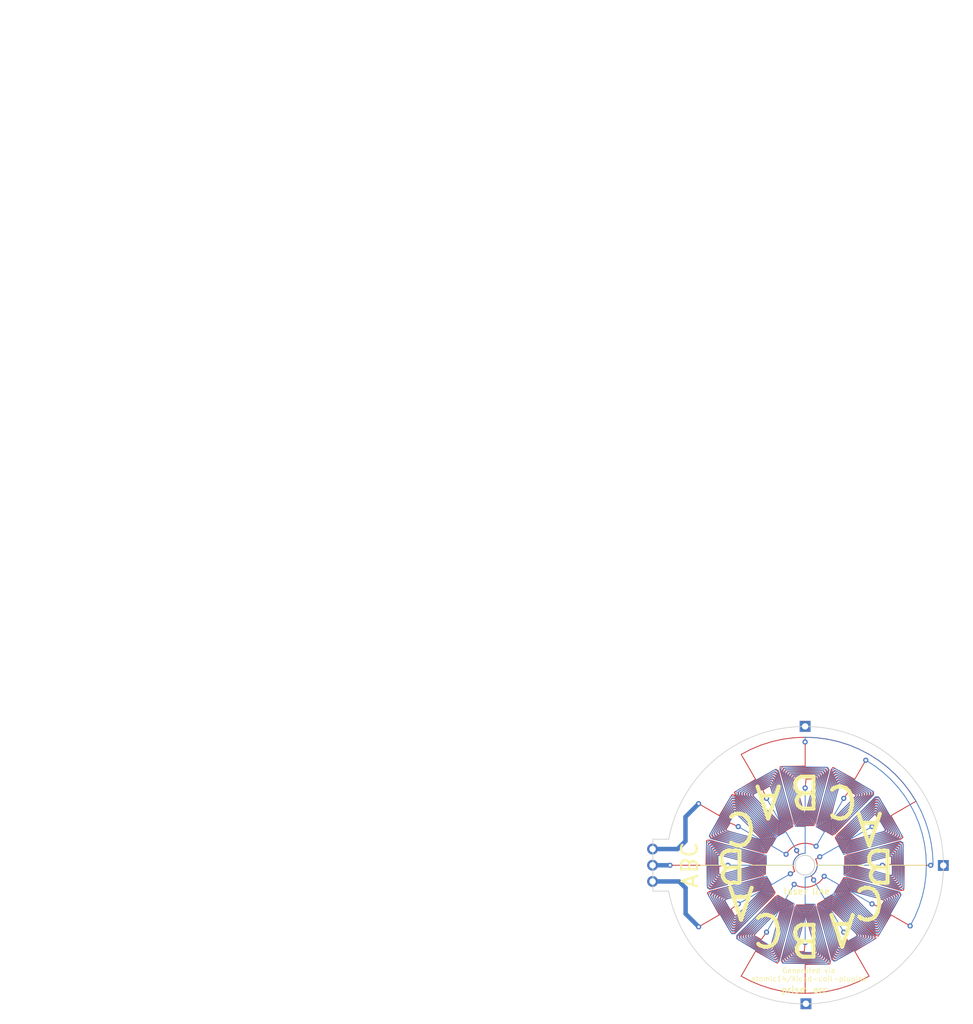
<source format=kicad_pcb>
(kicad_pcb (version 20221018) (generator pcbnew)
  (layers (0 "F.Cu" signal) (1 "In1.Cu" signal) (2 "In2.Cu" signal) (31 "B.Cu" signal) (34 "B.Paste" user) (35 "F.Paste" user) (36 "B.SilkS" user "B.Silkscreen") (37 "F.SilkS" user "F.Silkscreen") (38 "B.Mask" user) (39 "F.Mask" user) (44 "Edge.Cuts" user))
  (net 0 "")
  (net 1 "PH1")
  (footprint "pcbmotor:PinHeader_1x01_P2.54mm_Vertical" (layer "F.Cu") (at 126.462 114.186)
    (fp_text reference "J4" hide)
    (fp_text value "Conn_01x01")
  )
  (footprint "pcbmotor:PinHeader_1x01_P2.54mm_Vertical" (layer "F.Cu") (at 104.942 135.836)
    (fp_text reference "J3" hide)
    (fp_text value "Conn_01x01")
  )
  (footprint "pcbmotor:PinHeader_1x01_P2.54mm_Vertical" (layer "F.Cu") (at 104.822 92.406)
    (fp_text reference "J2" hide)
    (fp_text value "Conn_01x01")
  )
  (footprint "pcbmotor:PinHeader_1x03_P2.54mm_Vertical" (layer "B.Cu") (at 80.896 114.146 180)
    (fp_text reference "J1" hide)
    (fp_text value "Conn_01x03")
  )
  (gr_line (start 96.347 114.146) (end 102.922 114.146) (stroke (width 0.12)) (layer "F.SilkS"))
  (gr_line (start 118.247 114.146) (end 123.672 114.146) (stroke (width 0.12)) (layer "F.SilkS"))
  (gr_line (start 88.4095 114.146) (end 91.1345 114.146) (stroke (width 0.12)) (layer "F.SilkS"))
  (gr_line (start 106.622 114.156) (end 114.022 114.146) (stroke (width 0.12)) (layer "F.SilkS"))
  (gr_line (start 80.972 118.21) (end 80.972 110.082) (stroke (width 0.12)) (layer "Edge.Cuts"))
  (gr_circle locked (center 104.772 114.146) (end 106.322 114.146) (stroke (width 0.16)) (fill none) (layer "Edge.Cuts"))
  (gr_arc (start 83.436 110.082) (mid 126.491599 114.146) (end 83.436 118.21) (stroke (width 0.12)) (layer "Edge.Cuts"))
  (gr_line (start 80.972 110.082) (end 83.436 110.082) (stroke (width 0.12)) (layer "Edge.Cuts"))
  (gr_line (start 83.436 118.21) (end 80.972 118.21) (stroke (width 0.12)) (layer "Edge.Cuts"))
  (gr_text "A" (at 94.776106 119.95719 180) (layer "F.SilkS") (effects (font (size 5 5))))
  (gr_text "A" (at 86.797 116.646 90) (layer "F.SilkS") (effects (font (size 2.5 2.5)) (justify mirror)))
  (gr_text "C" (at 110.622 104.111296 180) (layer "F.SilkS") (effects (font (size 5 5))))
  (gr_text "B" (at 93.222 114.15719 180) (layer "F.SilkS") (effects (font (size 5 5))))
  (gr_text "C" (at 99.022 124.203085 180) (layer "F.SilkS") (effects (font (size 5 5))))
  (gr_text "C" (at 94.776106 108.35719 180) (layer "F.SilkS") (effects (font (size 5 5))))
  (gr_text "B" (at 104.822 125.75719 180) (layer "F.SilkS") (effects (font (size 5 5))))
  (gr_text "B" (at 116.422 114.15719 180) (layer "F.SilkS") (effects (font (size 5 5))))
  (gr_text "A" (at 114.867895 108.35719 180) (layer "F.SilkS") (effects (font (size 5 5))))
  (gr_text "B" (at 86.522 114.146 -90) (layer "F.SilkS") (effects (font (size 2.5 2.5)) (justify mirror)))
  (gr_text "C" (at 86.497 111.696 270) (layer "F.SilkS") (effects (font (size 2.5 2.5)) (justify mirror)))
  (gr_text "B" (at 104.822 102.55719 180) (layer "F.SilkS") (effects (font (size 5 5))))
  (gr_text "A" (at 99.022 104.111296 180) (layer "F.SilkS") (effects (font (size 5 5))))
  (gr_text "prism arc" (at 104.772 133.646) (layer "F.SilkS") (effects (font (size 1 1))))
  (gr_text "C" (at 114.867895 119.95719 180) (layer "F.SilkS") (effects (font (size 5 5))))
  (gr_text "Generated via\natomic14/kicad-coil-plugins" (at 105.397 132.396) (layer "F.SilkS") (effects (font (size 0.8 0.8) (thickness 0.1) bold) (justify bottom)))
  (gr_text "A" (at 110.622 124.203085 180) (layer "F.SilkS") (effects (font (size 5 5))))
  (gr_text "laser line" (at 101.347 118.846) (layer "F.SilkS") (effects (font (size 1 1)) (justify left bottom)))
  (segment (start 99.801218 118.429406) (end 99.757723 118.308153) (width 0.127) (layer "F.Cu") (net 1))
  (segment (start 99.971279 108.324634) (end 94.962018 103.480818) (width 0.127) (layer "F.Cu") (net 1))
  (segment (start 113.131757 114.623521) (end 118.197922 116.072583) (width 0.127) (layer "F.Cu") (net 1))
  (segment (start 98.424075 109.452463) (end 94.170718 105.05383) (width 0.127) (layer "F.Cu") (net 1))
  (segment (start 101.942546 100.181209) (end 101.852533 99.812001) (width 0.127) (layer "F.Cu") (net 1))
  (segment (start 106.695843 114.32113) (end 106.674424 114.483823) (width 0.127) (layer "F.Cu") (net 1))
  (segment (start 108.022809 128.333191) (end 108.118019 128.726375) (width 0.127) (layer "F.Cu") (net 1))
  (segment (start 111.25936 115.165036) (end 111.279895 115.292732) (width 0.127) (layer "F.Cu") (net 1))
  (segment (start 94.084483 124.09402) (end 99.26869 119.104995) (width 0.127) (layer "F.Cu") (net 1))
  (segment (start 97.132603 115.242746) (end 97.493616 115.148971) (width 0.127) (layer "F.Cu") (net 1))
  (segment (start 99.490124 109.967023) (end 99.270734 109.60488) (width 0.127) (layer "F.Cu") (net 1))
  (segment (start 116.205764 105.27783) (end 116.080313 105.08755) (width 0.127) (layer "F.Cu") (net 1))
  (segment (start 94.24077 121.828881) (end 97.579313 118.616032) (width 0.127) (layer "F.Cu") (net 1))
  (segment (start 115.729855 123.506621) (end 116.094797 123.537236) (width 0.127) (layer "F.Cu") (net 1))
  (segment (start 102.832185 100.483987) (end 102.94163 100.199082) (width 0.127) (layer "F.Cu") (net 1))
  (segment (start 103.366926 111.036773) (end 103.644425 110.921829) (width 0.127) (layer "F.Cu") (net 1))
  (segment (start 101.352287 121.508691) (end 99.971109 127.032674) (width 0.127) (layer "F.Cu") (net 1))
  (segment (start 110.971801 109.697374) (end 110.765612 109.979565) (width 0.127) (layer "F.Cu") (net 1))
  (segment (start 118.273107 106.391191) (end 122.18581 104.13219) (width 0.127) (layer "F.Cu") (net 1))
  (segment (start 105.23566 106.687413) (end 104.429329 106.696726) (width 0.127) (layer "F.Cu") (net 1))
  (segment (start 102.179084 100.035997) (end 102.335041 99.704639) (width 0.127) (layer "F.Cu") (net 1))
  (segment (start 101.481332 107.440956) (end 101.445352 107.481343) (width 0.127) (layer "F.Cu") (net 1))
  (segment (start 108.929588 108.194481) (end 107.951092 107.644515) (width 0.127) (layer "F.Cu") (net 1))
  (segment (start 111.411736 117.215696) (end 111.36063 117.267255) (width 0.127) (layer "F.Cu") (net 1))
  (segment (start 110.240756 100.858431) (end 113.701361 102.773427) (width 0.127) (layer "F.Cu") (net 1))
  (segment (start 104.432913 98.632262) (end 104.627457 98.628726) (width 0.127) (layer "F.Cu") (net 1))
  (segment (start 97.585869 114.803315) (end 97.604349 114.733111) (width 0.127) (layer "F.Cu") (net 1))
  (segment (start 98.30948 116.11557) (end 97.861124 116.22035) (width 0.127) (layer "F.Cu") (net 1))
  (segment (start 98.557805 111.580295) (end 99.452601 110.070992) (width 0.127) (layer "F.Cu") (net 1))
  (segment (start 109.915636 127.075342) (end 109.817363 126.771622) (width 0.127) (layer "F.Cu") (net 1))
  (segment (start 97.854646 113.367025) (end 97.506059 113.187143) (width 0.127) (layer "F.Cu") (net 1))
  (segment (start 94.51348 125.911094) (end 94.21695 125.721026) (width 0.127) (layer "F.Cu") (net 1))
  (segment (start 109.482818 119.109457) (end 109.818716 119.424377) (width 0.127) (layer "F.Cu") (net 1))
  (segment (start 111.0556 112.786624) (end 111.031149 112.93223) (width 0.127) (layer "F.Cu") (net 1))
  (segment (start 118.466492 118.935136) (end 118.116369 118.820146) (width 0.127) (layer "F.Cu") (net 1))
  (segment (start 100.488752 120.905239) (end 100.707435 120.716021) (width 0.127) (layer "F.Cu") (net 1))
  (segment (start 100.323944 108.306424) (end 100.044276 108.04195) (width 0.127) (layer "F.Cu") (net 1))
  (segment (start 100.699955 119.820423) (end 101.953986 120.525254) (width 0.127) (layer "F.Cu") (net 1))
  (segment (start 97.056 127.608297) (end 94.797 131.521) (width 0.127) (layer "F.Cu") (net 1))
  (segment (start 106.2319 100.645387) (end 106.236831 100.894045) (width 0.127) (layer "F.Cu") (net 1))
  (segment (start 100.325249 100.522853) (end 102.202008 107.025405) (width 0.127) (layer "F.Cu") (net 1))
  (segment (start 114.961028 125.126465) (end 114.974588 125.554893) (width 0.127) (layer "F.Cu") (net 1))
  (segment (start 93.241171 104.268582) (end 90.373298 109.033764) (width 0.127) (layer "F.Cu") (net 1))
  (segment (start 104.560229 105.63912) (end 103.227963 100.981289) (width 0.127) (layer "F.Cu") (net 1))
  (segment (start 102.202008 107.025405) (end 102.307406 107.409489) (width 0.127) (layer "F.Cu") (net 1))
  (segment (start 102.737218 120.091418) (end 102.853378 120.183403) (width 0.127) (layer "F.Cu") (net 1))
  (segment (start 105.468125 106.921059) (end 105.397921 106.939539) (width 0.127) (layer "F.Cu") (net 1))
  (segment (start 118.267826 121.931965) (end 118.273107 121.92319) (width 0.127) (layer "F.Cu") (net 1))
  (segment (start 102.245105 107.892995) (end 100.735802 108.787791) (width 0.127) (layer "F.Cu") (net 1))
  (segment (start 105.398578 121.937627) (end 105.492891 122.258634) (width 0.127) (layer "F.Cu") (net 1))
  (segment (start 111.951109 110.479801) (end 112.251626 110.406167) (width 0.127) (layer "F.Cu") (net 1))
  (segment (start 112.923444 114.828081) (end 118.397942 116.393937) (width 0.127) (layer "F.Cu") (net 1))
  (segment (start 101.340355 133.902586) (end 99.632679 133.524003) (width 0.127) (layer "F.Cu") (net 1))
  (segment (start 100.644375 120.100802) (end 100.714413 120.1199) (width 0.127) (layer "F.Cu") (net 1))
  (segment (start 106.589562 113.513851) (end 106.638907 113.670352) (width 0.127) (layer "F.Cu") (net 1))
  (segment (start 99.825285 108.890004) (end 94.205396 103.455728) (width 0.127) (layer "F.Cu") (net 1))
  (segment (start 100.74333 120.718855) (end 101.170754 120.95909) (width 0.127) (layer "F.Cu") (net 1))
  (segment (start 94.283142 102.697036) (end 94.573084 102.496804) (width 0.127) (layer "F.Cu") (net 1))
  (segment (start 102.486595 107.095611) (end 102.598097 107.504246) (width 0.127) (layer "F.Cu") (net 1))
  (segment (start 97.94843 115.557706) (end 98.337768 115.346647) (width 0.127) (layer "F.Cu") (net 1))
  (segment (start 110.460824 118.325171) (end 110.672767 118.655247) (width 0.127) (layer "F.Cu") (net 1))
  (segment (start 113.066932 114.340297) (end 113.340071 114.418962) (width 0.127) (layer "F.Cu") (net 1))
  (segment (start 112.304814 118.200121) (end 112.043485 118.125238) (width 0.127) (layer "F.Cu") (net 1))
  (segment (start 115.429814 103.062462) (end 115.136354 103.393625) (width 0.127) (layer "F.Cu") (net 1))
  (segment (start 103.154816 127.36797) (end 104.370517 122.455869) (width 0.127) (layer "F.Cu") (net 1))
  (segment (start 94.214187 125.251919) (end 94.507647 124.920756) (width 0.127) (layer "F.Cu") (net 1))
  (segment (start 112.06798 118.642926) (end 115.435647 122.125619) (width 0.127) (layer "F.Cu") (net 1))
  (segment (start 97.335237 114.622204) (end 97.352223 114.57085) (width 0.127) (layer "F.Cu") (net 1))
  (segment (start 110.948978 116.467502) (end 109.892994 118.24869) (width 0.127) (layer "F.Cu") (net 1))
  (segment (start 110.089187 119.153906) (end 115.523463 124.773795) (width 0.127) (layer "F.Cu") (net 1))
  (segment (start 101.348245 106.814788) (end 101.435334 107.125219) (width 0.127) (layer "F.Cu") (net 1))
  (segment (start 102.948158 113.993251) (end 102.969577 113.830558) (width 0.127) (layer "F.Cu") (net 1))
  (segment (start 96.772787 124.764469) (end 100.281665 121.118315) (width 0.127) (layer "F.Cu") (net 1))
  (segment (start 107.323115 128.881736) (end 102.297821 128.973064) (width 0.127) (layer "F.Cu") (net 1))
  (segment (start 100.54096 107.108423) (end 100.336265 106.911211) (width 0.127) (layer "F.Cu") (net 1))
  (segment (start 100.159045 100.862822) (end 101.91742 106.955199) (width 0.127) (layer "F.Cu") (net 1))
  (segment (start 103.967948 107.464055) (end 103.859147 107.444566) (width 0.127) (layer "F.Cu") (net 1))
  (segment (start 102.327821 107.820453) (end 102.245105 107.892995) (width 0.127) (layer "F.Cu") (net 1))
  (segment (start 93.530772 122.679262) (end 93.640069 122.842978) (width 0.127) (layer "F.Cu") (net 1))
  (segment (start 100.728872 120.419378) (end 101.431831 120.814478) (width 0.127) (layer "F.Cu") (net 1))
  (segment (start 109.745719 119.707062) (end 115.060294 124.846108) (width 0.127) (layer "F.Cu") (net 1))
  (segment (start 105.273484 105.858512) (end 105.20068 106.146585) (width 0.127) (layer "F.Cu") (net 1))
  (segment (start 116.298299 104.92054) (end 116.156693 104.703697) (width 0.127) (layer "F.Cu") (net 1))
  (segment (start 110.458002 109.948035) (end 110.485233 110.035145) (width 0.127) (layer "F.Cu") (net 1))
  (segment (start 92.614316 119.364664) (end 92.343013 119.441365) (width 0.127) (layer "F.Cu") (net 1))
  (segment (start 97.553811 112.668061) (end 90.44598 110.635027) (width 0.127) (layer "F.Cu") (net 1))
  (segment (start 108.444832 120.999924) (end 108.465234 120.970255) (width 0.127) (layer "F.Cu") (net 1))
  (segment (start 97.762125 112.463501) (end 90.24596 110.313673) (width 0.127) (layer "F.Cu") (net 1))
  (segment (start 115.818616 106.180279) (end 115.600806 106.300338) (width 0.127) (layer "F.Cu") (net 1))
  (segment (start 93.727272 124.765004) (end 94.058435 124.471544) (width 0.127) (layer "F.Cu") (net 1))
  (segment (start 99.874196 119.710501) (end 100.172333 119.40962) (width 0.127) (layer "F.Cu") (net 1))
  (segment (start 119.795598 116.930562) (end 119.896657 111.369856) (width 0.127) (layer "F.Cu") (net 1))
  (segment (start 100.327691 127.700473) (end 100.22104 128.065223) (width 0.127) (layer "F.Cu") (net 1))
  (segment (start 102.969577 113.830558) (end 103.005094 113.670352) (width 0.127) (layer "F.Cu") (net 1))
  (segment (start 118.559324 119.477631) (end 118.676312 119.246576) (width 0.127) (layer "F.Cu") (net 1))
  (segment (start 108.734324 107.210679) (end 108.729044 107.191167) (width 0.127) (layer "F.Cu") (net 1))
  (segment (start 89.505144 118.503425) (end 89.575946 118.679525) (width 0.127) (layer "F.Cu") (net 1))
  (segment (start 103.409915 100.428853) (end 106.293562 100.376447) (width 0.127) (layer "F.Cu") (net 1))
  (segment (start 100.10905 119.110496) (end 100.518255 118.870363) (width 0.127) (layer "F.Cu") (net 1))
  (segment (start 100.166645 129.014187) (end 99.848268 128.863206) (width 0.127) (layer "F.Cu") (net 1))
  (segment (start 99.898282 108.607319) (end 94.583707 103.468273) (width 0.127) (layer "F.Cu") (net 1))
  (segment (start 90.097455 111.656076) (end 90.006127 116.68137) (width 0.127) (layer "F.Cu") (net 1))
  (segment (start 93.160632 124.108421) (end 93.334546 124.378389) (width 0.127) (layer "F.Cu") (net 1))
  (segment (start 105.060878 121.873431) (end 105.094101 121.888736) (width 0.127) (layer "F.Cu") (net 1))
  (segment (start 99.732615 100.302879) (end 100.044055 100.512699) (width 0.127) (layer "F.Cu") (net 1))
  (segment (start 115.043199 102.669736) (end 115.036377 103.107349) (width 0.127) (layer "F.Cu") (net 1))
  (segment (start 116.219703 124.309778) (end 116.40283 124.045799) (width 0.127) (layer "F.Cu") (net 1))
  (segment (start 110.311656 101.494675) (end 110.463267 101.562059) (width 0.127) (layer "F.Cu") (net 1))
  (segment (start 109.44383 107.477629) (end 109.218533 107.708266) (width 0.127) (layer "F.Cu") (net 1))
  (segment (start 103.128311 107.097315) (end 100.978483 99.58115) (width 0.127) (layer "F.Cu") (net 1))
  (segment (start 91.276684 121.752943) (end 91.365936 121.91423) (width 0.127) (layer "F.Cu") (net 1))
  (segment (start 102.008146 128.958143) (end 101.819294 128.598231) (width 0.127) (layer "F.Cu") (net 1))
  (segment (start 112.308764 113.692177) (end 112.291778 113.743531) (width 0.127) (layer "F.Cu") (net 1))
  (segment (start 98.420588 111.31371) (end 99.154195 110.076293) (width 0.127) (layer "F.Cu") (net 1))
  (segment (start 100.730501 109.086197) (end 100.609645 109.13226) (width 0.127) (layer "F.Cu") (net 1))
  (segment (start 103.644425 117.392552) (end 103.366926 117.277608) (width 0.127) (layer "F.Cu") (net 1))
  (segment (start 91.271229 118.928954) (end 91.062244 119.229696) (width 0.127) (layer "F.Cu") (net 1))
  (segment (start 92.280417 119.186373) (end 91.985752 119.270562) (width 0.127) (layer "F.Cu") (net 1))
  (segment (start 116.113229 105.635119) (end 116.003932 105.471403) (width 0.127) (layer "F.Cu") (net 1))
  (segment (start 94.583707 103.468273) (end 94.288174 103.157205) (width 0.127) (layer "F.Cu") (net 1))
  (segment (start 116.15725 123.923507) (end 116.323274 123.685492) (width 0.127) (layer "F.Cu") (net 1))
  (segment (start 98.695023 111.846879) (end 99.751007 110.065691) (width 0.127) (layer "F.Cu") (net 1))
  (segment (start 103.005094 113.670352) (end 103.054439 113.513851) (width 0.127) (layer "F.Cu") (net 1))
  (segment (start 106.31113 121.42538) (end 108.344164 128.533211) (width 0.127) (layer "F.Cu") (net 1))
  (segment (start 98.859291 118.264778) (end 98.309325 117.286282) (width 0.127) (layer "F.Cu") (net 1))
  (segment (start 91.372793 112.493926) (end 91.111113 112.580114) (width 0.127) (layer "F.Cu") (net 1))
  (segment (start 108.967794 120.102961) (end 109.265803 120.307458) (width 0.127) (layer "F.Cu") (net 1))
  (segment (start 97.741884 115.876817) (end 98.175837 115.762073) (width 0.127) (layer "F.Cu") (net 1))
  (segment (start 103.412101 127.668994) (end 103.40717 127.420336) (width 0.127) (layer "F.Cu") (net 1))
  (segment (start 98.989444 109.306469) (end 94.145628 104.297208) (width 0.127) (layer "F.Cu") (net 1))
  (segment (start 95.828226 102.946846) (end 96.014315 102.815031) (width 0.127) (layer "F.Cu") (net 1))
  (segment (start 110.240949 127.538824) (end 110.037165 127.640886) (width 0.127) (layer "F.Cu") (net 1))
  (segment (start 103.994766 121.142689) (end 104.08382 121.122717) (width 0.127) (layer "F.Cu") (net 1))
  (segment (start 100.631833 108.825314) (end 100.26969 108.605924) (width 0.127) (layer "F.Cu") (net 1))
  (segment (start 118.796307 118.487739) (end 111.88358 116.492596) (width 0.127) (layer "F.Cu") (net 1))
  (segment (start 112.251626 110.406167) (end 117.363584 109.128008) (width 0.127) (layer "F.Cu") (net 1))
  (segment (start 111.025165 115.46542) (end 111.441198 115.717444) (width 0.127) (layer "F.Cu") (net 1))
  (segment (start 106.51569 121.217066) (end 108.665518 128.733231) (width 0.127) (layer "F.Cu") (net 1))
  (segment (start 90.863892 112.27682) (end 90.844611 112.472848) (width 0.127) (layer "F.Cu") (net 1))
  (segment (start 110.356893 126.563706) (end 110.228294 126.350827) (width 0.127) (layer "F.Cu") (net 1))
  (segment (start 106.803106 100.735091) (end 105.484841 106.061606) (width 0.127) (layer "F.Cu") (net 1))
  (segment (start 108.918801 118.929779) (end 109.056543 118.875174) (width 0.127) (layer "F.Cu") (net 1))
  (segment (start 104.442159 106.144506) (end 104.35567 105.847434) (width 0.127) (layer "F.Cu") (net 1))
  (segment (start 104.822 98.62519) (end 104.822 94.63419) (width 0.127) (layer "F.Cu") (net 1))
  (segment (start 110.90574 116.087045) (end 110.811761 116.200918) (width 0.127) (layer "F.Cu") (net 1))
  (segment (start 112.023992 117.061771) (end 111.664458 116.962475) (width 0.127) (layer "F.Cu") (net 1))
  (segment (start 118.472574 108.849691) (end 116.298299 104.92054) (width 0.127) (layer "F.Cu") (net 1))
  (segment (start 98.393012 116.956565) (end 98.001186 116.975075) (width 0.127) (layer "F.Cu") (net 1))
  (segment (start 113.344072 102.865962) (end 113.507788 102.975259) (width 0.127) (layer "F.Cu") (net 1))
  (segment (start 109.211549 120.606958) (end 109.45373 120.837801) (width 0.127) (layer "F.Cu") (net 1))
  (segment (start 114.350302 125.658464) (end 110.043934 128.250204) (width 0.127) (layer "F.Cu") (net 1))
  (segment (start 93.772159 124.371567) (end 94.084483 124.09402) (width 0.127) (layer "F.Cu") (net 1))
  (segment (start 100.044276 108.04195) (end 95.340329 103.493363) (width 0.127) (layer "F.Cu") (net 1))
  (segment (start 100.044055 100.512699) (end 100.159045 100.862822) (width 0.127) (layer "F.Cu") (net 1))
  (segment (start 100.862652 99.140201) (end 100.927522 98.719287) (width 0.127) (layer "F.Cu") (net 1))
  (segment (start 99.481058 101.044112) (end 99.728365 101.239039) (width 0.127) (layer "F.Cu") (net 1))
  (segment (start 90.844611 112.472848) (end 90.782474 115.891906) (width 0.127) (layer "F.Cu") (net 1))
  (segment (start 103.102374 121.237307) (end 103.217118 120.803354) (width 0.127) (layer "F.Cu") (net 1))
  (segment (start 102.577119 120.772475) (end 102.47753 121.196192) (width 0.127) (layer "F.Cu") (net 1))
  (segment (start 102.476141 120.23603) (end 102.576461 120.317662) (width 0.127) (layer "F.Cu") (net 1))
  (segment (start 91.062244 119.229696) (end 91.171427 119.46469) (width 0.127) (layer "F.Cu") (net 1))
  (segment (start 102.00166 112.182367) (end 102.184509 111.944073) (width 0.127) (layer "F.Cu") (net 1))
  (segment (start 106.569473 134.130894) (end 104.822 134.20719) (width 0.127) (layer "F.Cu") (net 1))
  (segment (start 115.559518 104.220361) (end 110.375311 109.209386) (width 0.127) (layer "F.Cu") (net 1))
  (segment (start 97.549804 110.968023) (end 97.884786 111.061215) (width 0.127) (layer "F.Cu") (net 1))
  (segment (start 91.370894 121.92319) (end 88.131093 123.79369) (width 0.127) (layer "F.Cu") (net 1))
  (segment (start 91.82254 115.510454) (end 96.320228 114.397317) (width 0.127) (layer "F.Cu") (net 1))
  (segment (start 108.901599 99.172422) (end 109.168235 98.840334) (width 0.127) (layer "F.Cu") (net 1))
  (segment (start 110.043934 128.250204) (end 109.785608 128.382119) (width 0.127) (layer "F.Cu") (net 1))
  (segment (start 100.363159 121.399878) (end 100.552035 121.204363) (width 0.127) (layer "F.Cu") (net 1))
  (segment (start 109.152549 128.131497) (end 107.157406 121.21877) (width 0.127) (layer "F.Cu") (net 1))
  (segment (start 115.969892 122.764694) (end 116.084603 122.604569) (width 0.127) (layer "F.Cu") (net 1))
  (segment (start 99.50156 100.419867) (end 99.732615 100.302879) (width 0.127) (layer "F.Cu") (net 1))
  (segment (start 99.632679 133.524003) (end 97.964497 132.998028) (width 0.127) (layer "F.Cu") (net 1))
  (segment (start 107.791468 128.50238) (end 107.612254 128.856963) (width 0.127) (layer "F.Cu") (net 1))
  (segment (start 97.790029 110.770524) (end 98.105766 110.816522) (width 0.127) (layer "F.Cu") (net 1))
  (segment (start 93.400284 104.989197) (end 91.084677 108.83675) (width 0.127) (layer "F.Cu") (net 1))
  (segment (start 107.803726 115.87869) (end 107.642341 116.132014) (width 0.127) (layer "F.Cu") (net 1))
  (segment (start 99.749495 127.916947) (end 99.514501 127.807764) (width 0.127) (layer "F.Cu") (net 1))
  (segment (start 109.851183 101.615607) (end 109.935372 101.320942) (width 0.127) (layer "F.Cu") (net 1))
  (segment (start 98.598549 116.764128) (end 98.52727 116.679647) (width 0.127) (layer "F.Cu") (net 1))
  (segment (start 91.278718 118.6515) (end 90.913968 118.758151) (width 0.127) (layer "F.Cu") (net 1))
  (segment (start 90.616552 116.841614) (end 90.977262 116.766137) (width 0.127) (layer "F.Cu") (net 1))
  (segment (start 102.297821 128.973064) (end 102.008146 128.958143) (width 0.127) (layer "F.Cu") (net 1))
  (segment (start 111.770912 114.857449) (end 111.789355 114.947356) (width 0.127) (layer "F.Cu") (net 1))
  (segment (start 108.162669 120.873425) (end 108.198649 120.833038) (width 0.127) (layer "F.Cu") (net 1))
  (segment (start 108.945607 120.409908) (end 109.211549 120.606958) (width 0.127) (layer "F.Cu") (net 1))
  (segment (start 97.964497 95.316353) (end 99.632679 94.790378) (width 0.127) (layer "F.Cu") (net 1))
  (segment (start 101.468791 120.854697) (end 101.431113 121.183535) (width 0.127) (layer "F.Cu") (net 1))
  (segment (start 97.137184 113.07718) (end 90.846019 111.277736) (width 0.127) (layer "F.Cu") (net 1))
  (segment (start 109.494601 100.947808) (end 109.593764 100.606419) (width 0.127) (layer "F.Cu") (net 1))
  (segment (start 109.983566 126.431654) (end 108.580343 121.569799) (width 0.127) (layer "F.Cu") (net 1))
  (segment (start 93.282517 103.214888) (end 91.571562 106.057766) (width 0.127) (layer "F.Cu") (net 1))
  (segment (start 98.57078 118.303286) (end 98.559813 118.250319) (width 0.127) (layer "F.Cu") (net 1))
  (segment (start 90.006127 116.68137) (end 90.021048 116.971045) (width 0.127) (layer "F.Cu") (net 1))
  (segment (start 119.366981 110.197754) (end 119.806769 110.077592) (width 0.127) (layer "F.Cu") (net 1))
  (segment (start 107.917976 121.094405) (end 107.880506 120.746926) (width 0.127) (layer "F.Cu") (net 1))
  (segment (start 115.759392 125.182611) (end 115.91367 125.579568) (width 0.127) (layer "F.Cu") (net 1))
  (segment (start 106.450994 115.09769) (end 106.362825 115.236088) (width 0.127) (layer "F.Cu") (net 1))
  (segment (start 91.440367 108.738242) (end 91.338305 108.942026) (width 0.127) (layer "F.Cu") (net 1))
  (segment (start 104.996313 105.919178) (end 104.924793 106.169161) (width 0.127) (layer "F.Cu") (net 1))
  (segment (start 111.571268 118.492485) (end 111.785295 118.715923) (width 0.127) (layer "F.Cu") (net 1))
  (segment (start 103.59704 120.366339) (end 105.98364 120.338773) (width 0.127) (layer "F.Cu") (net 1))
  (segment (start 97.620009 111.25261) (end 97.979543 111.351906) (width 0.127) (layer "F.Cu") (net 1))
  (segment (start 93.944856 105.202559) (end 93.611656 105.163416) (width 0.127) (layer "F.Cu") (net 1))
  (segment (start 96.577069 113.974084) (end 96.30393 113.895419) (width 0.127) (layer "F.Cu") (net 1))
  (segment (start 99.29199 127.104136) (end 96.299929 125.448419) (width 0.127) (layer "F.Cu") (net 1))
  (segment (start 114.171431 125.065045) (end 114.202046 125.429987) (width 0.127) (layer "F.Cu") (net 1))
  (segment (start 105.902011 121.842007) (end 107.701455 128.133172) (width 0.127) (layer "F.Cu") (net 1))
  (segment (start 111.953786 116.777183) (end 111.569702 116.671785) (width 0.127) (layer "F.Cu") (net 1))
  (segment (start 112.538241 114.396068) (end 112.553546 114.429291) (width 0.127) (layer "F.Cu") (net 1))
  (segment (start 115.863052 106.232042) (end 115.818616 106.180279) (width 0.127) (layer "F.Cu") (net 1))
  (segment (start 90.476811 111.187723) (end 90.122228 111.366937) (width 0.127) (layer "F.Cu") (net 1))
  (segment (start 93.975567 105.597358) (end 93.674109 105.549687) (width 0.127) (layer "F.Cu") (net 1))
  (segment (start 118.2441 112.176085) (end 112.917585 113.49435) (width 0.127) (layer "F.Cu") (net 1))
  (segment (start 99.183177 109.98921) (end 98.971234 109.659134) (width 0.127) (layer "F.Cu") (net 1))
  (segment (start 113.120679 113.705707) (end 112.832606 113.778511) (width 0.127) (layer "F.Cu") (net 1))
  (segment (start 101.91742 106.955199) (end 102.016716 107.314733) (width 0.127) (layer "F.Cu") (net 1))
  (segment (start 108.9135 119.228184) (end 109.034356 119.182121) (width 0.127) (layer "F.Cu") (net 1))
  (segment (start 97.392375 117.908214) (end 92.280417 119.186373) (width 0.127) (layer "F.Cu") (net 1))
  (segment (start 102.335041 99.704639) (end 102.593143 99.681697) (width 0.127) (layer "F.Cu") (net 1))
  (segment (start 99.792702 119.428938) (end 100.10905 119.110496) (width 0.127) (layer "F.Cu") (net 1))
  (segment (start 109.31631 100.613908) (end 109.422961 100.249158) (width 0.127) (layer "F.Cu") (net 1))
  (segment (start 118.791857 111.79105) (end 118.45542 111.862165) (width 0.127) (layer "F.Cu") (net 1))
  (segment (start 112.064688 109.698349) (end 111.869173 109.887225) (width 0.127) (layer "F.Cu") (net 1))
  (segment (start 98.987128 119.023501) (end 99.270448 118.743574) (width 0.127) (layer "F.Cu") (net 1))
  (segment (start 109.3451 108.306514) (end 109.031156 108.521189) (width 0.127) (layer "F.Cu") (net 1))
  (segment (start 98.6722 118.617007) (end 98.878389 118.334816) (width 0.127) (layer "F.Cu") (net 1))
  (segment (start 107.117026 100.523771) (end 105.696199 106.264699) (width 0.127) (layer "F.Cu") (net 1))
  (segment (start 89.965004 118.812546) (end 90.115985 119.130923) (width 0.127) (layer "F.Cu") (net 1))
  (segment (start 98.640418 112.995551) (end 98.618836 112.848961) (width 0.127) (layer "F.Cu") (net 1))
  (segment (start 108.972963 109.092913) (end 107.16786 108.078351) (width 0.127) (layer "F.Cu") (net 1))
  (segment (start 98.142439 118.77902) (end 98.373076 118.553723) (width 0.127) (layer "F.Cu") (net 1))
  (segment (start 95.293699 102.655917) (end 99.600067 100.064177) (width 0.127) (layer "F.Cu") (net 1))
  (segment (start 120.259904 118.051669) (end 120.286638 117.863761) (width 0.127) (layer "F.Cu") (net 1))
  (segment (start 92.151746 108.541228) (end 92.079539 108.690469) (width 0.127) (layer "F.Cu") (net 1))
  (segment (start 107.464917 128.278384) (end 107.30896 128.609742) (width 0.127) (layer "F.Cu") (net 1))
  (segment (start 103.313731 121.4404) (end 103.421485 121.030761) (width 0.127) (layer "F.Cu") (net 1))
  (segment (start 110.172606 101.128928) (end 110.352011 101.210245) (width 0.127) (layer "F.Cu") (net 1))
  (segment (start 104.238954 121.940389) (end 104.356987 121.643954) (width 0.127) (layer "F.Cu") (net 1))
  (segment (start 94.133083 103.918897) (end 93.822015 103.623364) (width 0.127) (layer "F.Cu") (net 1))
  (segment (start 106.192567 107.923591) (end 106.046961 107.948042) (width 0.127) (layer "F.Cu") (net 1))
  (segment (start 102.758841 121.118067) (end 100.862564 128.702171) (width 0.127) (layer "F.Cu") (net 1))
  (segment (start 109.775306 109.44424) (end 109.535173 109.853445) (width 0.127) (layer "F.Cu") (net 1))
  (segment (start 102.948158 114.32113) (end 102.941 114.15719) (width 0.127) (layer "F.Cu") (net 1))
  (segment (start 101.431113 121.183535) (end 101.352287 121.508691) (width 0.127) (layer "F.Cu") (net 1))
  (segment (start 101.852533 99.812001) (end 102.031747 99.457418) (width 0.127) (layer "F.Cu") (net 1))
  (segment (start 116.482387 124.406107) (end 119.626393 119.182109) (width 0.127) (layer "F.Cu") (net 1))
  (segment (start 90.346507 111.928333) (end 90.264909 116.418215) (width 0.127) (layer "F.Cu") (net 1))
  (segment (start 90.79527 116.088338) (end 91.087735 116.205049) (width 0.127) (layer "F.Cu") (net 1))
  (segment (start 110.029474 101.949506) (end 110.106175 101.678203) (width 0.127) (layer "F.Cu") (net 1))
  (segment (start 106.638907 113.670352) (end 106.674424 113.830558) (width 0.127) (layer "F.Cu") (net 1))
  (segment (start 90.369449 111.670231) (end 90.346507 111.928333) (width 0.127) (layer "F.Cu") (net 1))
  (segment (start 98.169056 111.933287) (end 98.611762 111.945173) (width 0.127) (layer "F.Cu") (net 1))
  (segment (start 94.162626 122.961451) (end 98.424002 118.860514) (width 0.127) (layer "F.Cu") (net 1))
  (segment (start 98.70676 109.379466) (end 94.158173 104.675519) (width 0.127) (layer "F.Cu") (net 1))
  (segment (start 103.74199 106.472374) (end 101.942546 100.181209) (width 0.127) (layer "F.Cu") (net 1))
  (segment (start 102.847177 111.33685) (end 103.1005 111.175465) (width 0.127) (layer "F.Cu") (net 1))
  (segment (start 105.999576 117.392552) (end 105.713114 117.482873) (width 0.127) (layer "F.Cu") (net 1))
  (segment (start 108.790048 121.378675) (end 108.726995 121.126423) (width 0.127) (layer "F.Cu") (net 1))
  (segment (start 118.676312 119.246576) (end 118.466492 118.935136) (width 0.127) (layer "F.Cu") (net 1))
  (segment (start 103.117236 113.362246) (end 103.193007 113.21669) (width 0.127) (layer "F.Cu") (net 1))
  (segment (start 100.914957 121.123214) (end 100.85811 121.389064) (width 0.127) (layer "F.Cu") (net 1))
  (segment (start 116.080313 105.08755) (end 115.737181 105.123124) (width 0.127) (layer "F.Cu") (net 1))
  (segment (start 103.005094 114.644029) (end 102.969577 114.483823) (width 0.127) (layer "F.Cu") (net 1))
  (segment (start 89.5049 117.559516) (end 89.909777 117.796463) (width 0.127) (layer "F.Cu") (net 1))
  (segment (start 110.982472 111.911651) (end 111.437285 111.912309) (width 0.127) (layer "F.Cu") (net 1))
  (segment (start 116.282155 124.696049) (end 116.482387 124.406107) (width 0.127) (layer "F.Cu") (net 1))
  (segment (start 100.263268 107.193896) (end 96.475262 103.530999) (width 0.127) (layer "F.Cu") (net 1))
  (segment (start 115.360859 125.617345) (end 115.070917 125.817577) (width 0.127) (layer "F.Cu") (net 1))
  (segment (start 106.790623 108.130978) (end 106.78038 107.64467) (width 0.127) (layer "F.Cu") (net 1))
  (segment (start 112.094197 117.346358) (end 111.759215 117.253166) (width 0.127) (layer "F.Cu") (net 1))
  (segment (start 99.757723 118.308153) (end 98.743161 116.50305) (width 0.127) (layer "F.Cu") (net 1))
  (segment (start 91.177509 109.379245) (end 91.527632 109.494235) (width 0.127) (layer "F.Cu") (net 1))
  (segment (start 104.048688 106.609002) (end 103.94655 106.264061) (width 0.127) (layer "F.Cu") (net 1))
  (segment (start 98.971324 118.68029) (end 99.185999 118.366346) (width 0.127) (layer "F.Cu") (net 1))
  (segment (start 119.106805 111.931808) (end 118.791857 111.79105) (width 0.127) (layer "F.Cu") (net 1))
  (segment (start 110.938436 109.372373) (end 110.672677 109.634091) (width 0.127) (layer "F.Cu") (net 1))
  (segment (start 102.016716 107.314733) (end 102.045658 107.693954) (width 0.127) (layer "F.Cu") (net 1))
  (segment (start 109.318752 127.791528) (end 107.441993 121.288976) (width 0.127) (layer "F.Cu") (net 1))
  (segment (start 100.172333 119.40962) (end 100.549785 119.177973) (width 0.127) (layer "F.Cu") (net 1))
  (segment (start 92.547537 108.995625) (end 97.409392 110.398848) (width 0.127) (layer "F.Cu") (net 1))
  (segment (start 104.722588 106.170915) (end 104.638894 105.912259) (width 0.127) (layer "F.Cu") (net 1))
  (segment (start 107.138366 128.054389) (end 107.005666 128.362521) (width 0.127) (layer "F.Cu") (net 1))
  (segment (start 100.685496 119.520945) (end 102.215063 120.380642) (width 0.127) (layer "F.Cu") (net 1))
  (segment (start 115.533471 104.597884) (end 110.656873 109.29088) (width 0.127) (layer "F.Cu") (net 1))
  (segment (start 112.57904 100.701126) (end 112.588 100.706084) (width 0.127) (layer "F.Cu") (net 1))
  (segment (start 98.103951 116.688574) (end 97.704874 116.782972) (width 0.127) (layer "F.Cu") (net 1))
  (segment (start 114.681983 124.833563) (end 114.961028 125.126465) (width 0.127) (layer "F.Cu") (net 1))
  (segment (start 106.674424 114.483823) (end 106.638907 114.644029) (width 0.127) (layer "F.Cu") (net 1))
  (segment (start 105.105903 106.419794) (end 105.0734 106.435287) (width 0.127) (layer "F.Cu") (net 1))
  (segment (start 90.700807 111.514274) (end 90.369449 111.670231) (width 0.127) (layer "F.Cu") (net 1))
  (segment (start 99.792818 126.698774) (end 99.708629 126.993439) (width 0.127) (layer "F.Cu") (net 1))
  (segment (start 117.484516 108.667535) (end 117.417132 108.515924) (width 0.127) (layer "F.Cu") (net 1))
  (segment (start 96.965148 124.935996) (end 97.15031 124.738421) (width 0.127) (layer "F.Cu") (net 1))
  (segment (start 119.046929 119.120798) (end 118.829661 118.77729) (width 0.127) (layer "F.Cu") (net 1))
  (segment (start 108.198649 120.833038) (end 108.892296 120.421807) (width 0.127) (layer "F.Cu") (net 1))
  (segment (start 89.762974 117.26528) (end 90.145369 117.47818) (width 0.127) (layer "F.Cu") (net 1))
  (segment (start 96.845089 125.153806) (end 96.965148 124.935996) (width 0.127) (layer "F.Cu") (net 1))
  (segment (start 105.122078 117.587089) (end 104.822 117.60019) (width 0.127) (layer "F.Cu") (net 1))
  (segment (start 111.538235 117.497859) (end 111.497848 117.533839) (width 0.127) (layer "F.Cu") (net 1))
  (segment (start 90.38096 117.159897) (end 90.765942 117.080058) (width 0.127) (layer "F.Cu") (net 1))
  (segment (start 103.421485 121.030761) (end 103.632544 120.641423) (width 0.127) (layer "F.Cu") (net 1))
  (segment (start 93.996594 122.404383) (end 94.214722 122.206404) (width 0.127) (layer "F.Cu") (net 1))
  (segment (start 93.640069 122.842978) (end 93.951707 122.79782) (width 0.127) (layer "F.Cu") (net 1))
  (segment (start 96.849983 114.072107) (end 96.835725 114.057778) (width 0.127) (layer "F.Cu") (net 1))
  (segment (start 103.332871 106.889001) (end 101.299837 99.78117) (width 0.127) (layer "F.Cu") (net 1))
  (segment (start 109.344335 98.911136) (end 112.247505 100.517664) (width 0.127) (layer "F.Cu") (net 1))
  (segment (start 89.875007 111.063643) (end 89.848403 111.383819) (width 0.127) (layer "F.Cu") (net 1))
  (segment (start 111.772283 118.067008) (end 111.683428 118.216884) (width 0.127) (layer "F.Cu") (net 1))
  (segment (start 105.439478 121.379275) (end 105.595313 121.705379) (width 0.127) (layer "F.Cu") (net 1))
  (segment (start 105.016544 129.685655) (end 104.83224 129.689004) (width 0.127) (layer "F.Cu") (net 1))
  (segment (start 102.505635 100.259992) (end 102.638335 99.95186) (width 0.127) (layer "F.Cu") (net 1))
  (segment (start 106.778601 128.383632) (end 102.82413 128.455499) (width 0.127) (layer "F.Cu") (net 1))
  (segment (start 119.391185 117.453209) (end 119.768994 117.250738) (width 0.127) (layer "F.Cu") (net 1))
  (segment (start 94.885171 124.894708) (end 99.874196 119.710501) (width 0.127) (layer "F.Cu") (net 1))
  (segment (start 102.526975 127.79061) (end 103.947802 122.049682) (width 0.127) (layer "F.Cu") (net 1))
  (segment (start 109.265803 120.307458) (end 109.526728 120.555116) (width 0.127) (layer "F.Cu") (net 1))
  (segment (start 109.031156 108.521189) (end 108.944046 108.493958) (width 0.127) (layer "F.Cu") (net 1))
  (segment (start 100.362184 120.306991) (end 100.644375 120.100802) (width 0.127) (layer "F.Cu") (net 1))
  (segment (start 109.757791 127.438512) (end 109.651159 127.111591) (width 0.127) (layer "F.Cu") (net 1))
  (segment (start 110.14977 126.091685) (end 108.864931 121.640004) (width 0.127) (layer "F.Cu") (net 1))
  (segment (start 119.300698 110.606482) (end 111.902117 112.437564) (width 0.127) (layer "F.Cu") (net 1))
  (segment (start 100.862564 128.702171) (end 100.742402 129.141959) (width 0.127) (layer "F.Cu") (net 1))
  (segment (start 115.826955 104.33625) (end 115.533471 104.597884) (width 0.127) (layer "F.Cu") (net 1))
  (segment (start 106.569473 94.183487) (end 108.303646 94.411795) (width 0.127) (layer "F.Cu") (net 1))
  (segment (start 109.688311 108.322318) (end 109.408384 108.605638) (width 0.127) (layer "F.Cu") (net 1))
  (segment (start 111.479288 110.767021) (end 111.519507 110.803981) (width 0.127) (layer "F.Cu") (net 1))
  (segment (start 94.214722 122.206404) (end 97.860876 118.697526) (width 0.127) (layer "F.Cu") (net 1))
  (segment (start 110.654557 119.007912) (end 115.498373 124.017173) (width 0.127) (layer "F.Cu") (net 1))
  (segment (start 101.431831 120.814478) (end 101.468791 120.854697) (width 0.127) (layer "F.Cu") (net 1))
  (segment (start 108.892296 120.421807) (end 108.945607 120.409908) (width 0.127) (layer "F.Cu") (net 1))
  (segment (start 107.005666 128.362521) (end 106.778601 128.383632) (width 0.127) (layer "F.Cu") (net 1))
  (segment (start 117.709892 98.797999) (end 118.999491 99.9797) (width 0.127) (layer "F.Cu") (net 1))
  (segment (start 114.847 131.521) (end 113.295497 132.328662) (width 0.127) (layer "F.Cu") (net 1))
  (segment (start 98.611762 111.945173) (end 98.695023 111.846879) (width 0.127) (layer "F.Cu") (net 1))
  (segment (start 110.142441 127.894514) (end 109.911386 128.011502) (width 0.127) (layer "F.Cu") (net 1))
  (segment (start 112.417753 100.611874) (end 112.57904 100.701126) (width 0.127) (layer "F.Cu") (net 1))
  (segment (start 93.424298 104.004603) (end 93.241171 104.268582) (width 0.127) (layer "F.Cu") (net 1))
  (segment (start 108.058789 99.889812) (end 106.33027 106.873981) (width 0.127) (layer "F.Cu") (net 1))
  (segment (start 91.903849 109.063555) (end 92.207569 109.161828) (width 0.127) (layer "F.Cu") (net 1))
  (segment (start 98.373076 118.553723) (end 98.57078 118.303286) (width 0.127) (layer "F.Cu") (net 1))
  (segment (start 116.322208 97.733192) (end 117.709892 98.797999) (width 0.127) (layer "F.Cu") (net 1))
  (segment (start 113.629686 125.49935) (end 110.240949 127.538824) (width 0.127) (layer "F.Cu") (net 1))
  (segment (start 101.445352 107.481343) (end 100.751705 107.892574) (width 0.127) (layer "F.Cu") (net 1))
  (segment (start 97.95539 110.077959) (end 97.773233 109.87615) (width 0.127) (layer "F.Cu") (net 1))
  (segment (start 118.305696 119.372355) (end 118.103322 119.092981) (width 0.127) (layer "F.Cu") (net 1))
  (segment (start 98.260336 118.235861) (end 98.020101 117.808437) (width 0.127) (layer "F.Cu") (net 1))
  (segment (start 91.041257 115.628752) (end 91.053344 115.794102) (width 0.127) (layer "F.Cu") (net 1))
  (segment (start 119.192831 118.619445) (end 118.796307 118.487739) (width 0.127) (layer "F.Cu") (net 1))
  (segment (start 98.175837 115.762073) (end 98.588401 115.527757) (width 0.127) (layer "F.Cu") (net 1))
  (segment (start 105.722441 107.44379) (end 103.967948 107.464055) (width 0.127) (layer "F.Cu") (net 1))
  (segment (start 118.333804 112.747291) (end 118.085146 112.74236) (width 0.127) (layer "F.Cu") (net 1))
  (segment (start 108.665518 128.733231) (end 108.781349 129.17418) (width 0.127) (layer "F.Cu") (net 1))
  (segment (start 109.616406 99.66594) (end 109.906989 99.802989) (width 0.127) (layer "F.Cu") (net 1))
  (segment (start 103.350439 127.937934) (end 103.185089 127.925847) (width 0.127) (layer "F.Cu") (net 1))
  (segment (start 97.345498 112.872621) (end 90.646 110.956382) (width 0.127) (layer "F.Cu") (net 1))
  (segment (start 93.438237 123.036551) (end 93.563688 123.226831) (width 0.127) (layer "F.Cu") (net 1))
  (segment (start 110.848213 112.188568) (end 111.334521 112.198811) (width 0.127) (layer "F.Cu") (net 1))
  (segment (start 107.635855 99.356238) (end 107.824707 99.71615) (width 0.127) (layer "F.Cu") (net 1))
  (segment (start 103.244924 100.446303) (end 103.409915 100.428853) (width 0.127) (layer "F.Cu") (net 1))
  (segment (start 107.729092 106.961939) (end 109.31631 100.613908) (width 0.127) (layer "F.Cu") (net 1))
  (segment (start 118.943194 116.800107) (end 119.274552 116.64415) (width 0.127) (layer "F.Cu") (net 1))
  (segment (start 109.795733 99.451175) (end 115.130521 102.403287) (width 0.127) (layer "F.Cu") (net 1))
  (segment (start 104.5499 106.425645) (end 104.442159 106.144506) (width 0.127) (layer "F.Cu") (net 1))
  (segment (start 97.047226 100.711365) (end 97.056 100.706084) (width 0.127) (layer "F.Cu") (net 1))
  (segment (start 102.638335 99.95186) (end 102.8654 99.930749) (width 0.127) (layer "F.Cu") (net 1))
  (segment (start 93.884609 103.13177) (end 93.730331 102.734813) (width 0.127) (layer "F.Cu") (net 1))
  (segment (start 107.926387 107.233611) (end 108.010403 106.883815) (width 0.127) (layer "F.Cu") (net 1))
  (segment (start 118.590657 112.520279) (end 118.320674 112.427615) (width 0.127) (layer "F.Cu") (net 1))
  (segment (start 111.086617 118.227486) (end 111.074718 118.280797) (width 0.127) (layer "F.Cu") (net 1))
  (segment (start 112.291778 113.743531) (end 112.282465 114.549862) (width 0.127) (layer "F.Cu") (net 1))
  (segment (start 97.774828 118.427156) (end 97.95556 118.240226) (width 0.127) (layer "F.Cu") (net 1))
  (segment (start 97.898421 117.261577) (end 97.548625 117.345593) (width 0.127) (layer "F.Cu") (net 1))
  (segment (start 97.345185 113.712402) (end 97.041564 113.580613) (width 0.127) (layer "F.Cu") (net 1))
  (segment (start 99.272129 109.233472) (end 94.133083 103.918897) (width 0.127) (layer "F.Cu") (net 1))
  (segment (start 96.833971 114.259983) (end 96.847971 114.24633) (width 0.127) (layer "F.Cu") (net 1))
  (segment (start 110.78471 110.049603) (end 111.334676 111.028099) (width 0.127) (layer "F.Cu") (net 1))
  (segment (start 110.937241 118.934915) (end 115.485828 123.638862) (width 0.127) (layer "F.Cu") (net 1))
  (segment (start 110.037165 127.640886) (end 109.757791 127.438512) (width 0.127) (layer "F.Cu") (net 1))
  (segment (start 91.558855 115.572021) (end 91.82254 115.510454) (width 0.127) (layer "F.Cu") (net 1))
  (segment (start 90.556707 118.587347) (end 90.33075 118.951596) (width 0.127) (layer "F.Cu") (net 1))
  (segment (start 99.826638 101.542759) (end 101.348245 106.814788) (width 0.127) (layer "F.Cu") (net 1))
  (segment (start 104.538098 121.894587) (end 104.570601 121.879094) (width 0.127) (layer "F.Cu") (net 1))
  (segment (start 118.79939 115.841533) (end 118.861527 112.422475) (width 0.127) (layer "F.Cu") (net 1))
  (segment (start 90.199446 118.416544) (end 89.965004 118.812546) (width 0.127) (layer "F.Cu") (net 1))
  (segment (start 117.096464 119.318756) (end 112.234609 117.915533) (width 0.127) (layer "F.Cu") (net 1))
  (segment (start 97.100097 114.40859) (end 97.10576 113.918313) (width 0.127) (layer "F.Cu") (net 1))
  (segment (start 91.365936 121.91423) (end 91.370894 121.92319) (width 0.127) (layer "F.Cu") (net 1))
  (segment (start 110.489806 118.238088) (end 110.460824 118.325171) (width 0.127) (layer "F.Cu") (net 1))
  (segment (start 112.044085 114.774668) (end 112.370189 114.930503) (width 0.127) (layer "F.Cu") (net 1))
  (segment (start 99.88621 100.875869) (end 99.992842 101.20279) (width 0.127) (layer "F.Cu") (net 1))
  (segment (start 119.622953 111.343336) (end 119.263041 111.154484) (width 0.127) (layer "F.Cu") (net 1))
  (segment (start 94.607624 125.207032) (end 94.885171 124.894708) (width 0.127) (layer "F.Cu") (net 1))
  (segment (start 116.005046 122.244261) (end 117.492255 119.773153) (width 0.127) (layer "F.Cu") (net 1))
  (segment (start 119.615181 117.77976) (end 120.016215 117.554033) (width 0.127) (layer "F.Cu") (net 1))
  (segment (start 91.571562 106.057766) (end 91.471228 106.224478) (width 0.127) (layer "F.Cu") (net 1))
  (segment (start 118.072439 122.256615) (end 118.172773 122.089903) (width 0.127) (layer "F.Cu") (net 1))
  (segment (start 93.258165 124.762241) (end 93.727272 124.765004) (width 0.127) (layer "F.Cu") (net 1))
  (segment (start 115.510918 124.395484) (end 115.821986 124.691017) (width 0.127) (layer "F.Cu") (net 1))
  (segment (start 97.773233 109.87615) (end 97.576021 109.671455) (width 0.127) (layer "F.Cu") (net 1))
  (segment (start 97.855977 118.064234) (end 97.590127 118.121081) (width 0.127) (layer "F.Cu") (net 1))
  (segment (start 110.767771 118.302984) (end 110.972268 118.600993) (width 0.127) (layer "F.Cu") (net 1))
  (segment (start 108.528571 129.621828) (end 105.211088 129.682119) (width 0.127) (layer "F.Cu") (net 1))
  (segment (start 100.118677 120.555189) (end 100.362184 120.306991) (width 0.127) (layer "F.Cu") (net 1))
  (segment (start 100.298901 120.007867) (end 100.612845 119.793192) (width 0.127) (layer "F.Cu") (net 1))
  (segment (start 109.320057 120.007957) (end 109.599725 120.272431) (width 0.127) (layer "F.Cu") (net 1))
  (segment (start 112.871214 103.549912) (end 109.362336 107.196066) (width 0.127) (layer "F.Cu") (net 1))
  (segment (start 93.479841 105.349505) (end 91.440367 108.738242) (width 0.127) (layer "F.Cu") (net 1))
  (segment (start 108.344164 128.533211) (end 108.44457 128.950371) (width 0.127) (layer "F.Cu") (net 1))
  (segment (start 114.415941 102.588357) (end 114.659346 102.746117) (width 0.127) (layer "F.Cu") (net 1))
  (segment (start 106.118913 106.670887) (end 106.018149 107.056213) (width 0.127) (layer "F.Cu") (net 1))
  (segment (start 90.554622 117.393979) (end 97.538791 115.66546) (width 0.127) (layer "F.Cu") (net 1))
  (segment (start 111.788024 110.250147) (end 112.053874 110.1933) (width 0.127) (layer "F.Cu") (net 1))
  (segment (start 93.79658 103.219799) (end 93.399623 103.065521) (width 0.127) (layer "F.Cu") (net 1))
  (segment (start 119.734224 110.517918) (end 119.300698 110.606482) (width 0.127) (layer "F.Cu") (net 1))
  (segment (start 99.270448 118.743574) (end 99.493609 118.397876) (width 0.127) (layer "F.Cu") (net 1))
  (segment (start 111.380188 116.090403) (end 110.90574 116.087045) (width 0.127) (layer "F.Cu") (net 1))
  (segment (start 102.215063 120.380642) (end 102.299544 120.451921) (width 0.127) (layer "F.Cu") (net 1))
  (segment (start 110.872 124.636098) (end 111.451204 125.921233) (width 0.127) (layer "F.Cu") (net 1))
  (segment (start 111.116731 111.634734) (end 111.54005 111.625807) (width 0.127) (layer "F.Cu") (net 1))
  (segment (start 94.87077 125.818559) (end 94.600802 125.644645) (width 0.127) (layer "F.Cu") (net 1))
  (segment (start 120.286638 117.863761) (end 120.346929 114.546278) (width 0.127) (layer "F.Cu") (net 1))
  (segment (start 112.150385 113.16541) (end 111.807499 113.329956) (width 0.127) (layer "F.Cu") (net 1))
  (segment (start 96.374622 102.894588) (end 99.304545 101.131246) (width 0.127) (layer "F.Cu") (net 1))
  (segment (start 111.679504 95.316353) (end 113.295497 95.985719) (width 0.127) (layer "F.Cu") (net 1))
  (segment (start 111.695571 112.756675) (end 111.306233 112.967734) (width 0.127) (layer "F.Cu") (net 1))
  (segment (start 106.489185 100.946411) (end 105.273484 105.858512) (width 0.127) (layer "F.Cu") (net 1))
  (segment (start 106.450994 113.21669) (end 106.526765 113.362246) (width 0.127) (layer "F.Cu") (net 1))
  (segment (start 111.474945 116.381094) (end 111.032239 116.369208) (width 0.127) (layer "F.Cu") (net 1))
  (segment (start 107.627285 120.999648) (end 107.598343 120.620427) (width 0.127) (layer "F.Cu") (net 1))
  (segment (start 90.27702 118.116627) (end 89.837232 118.236789) (width 0.127) (layer "F.Cu") (net 1))
  (segment (start 111.688611 118.236422) (end 111.870768 118.438231) (width 0.127) (layer "F.Cu") (net 1))
  (segment (start 111.502611 118.78892) (end 115.460737 122.88224) (width 0.127) (layer "F.Cu") (net 1))
  (segment (start 106.819871 99.858882) (end 107.047383 99.872386) (width 0.127) (layer "F.Cu") (net 1))
  (segment (start 107.336595 120.904892) (end 107.31618 120.493928) (width 0.127) (layer "F.Cu") (net 1))
  (segment (start 103.117236 114.952135) (end 103.054439 114.80053) (width 0.127) (layer "F.Cu") (net 1))
  (segment (start 112.559397 113.873288) (end 112.543904 113.905791) (width 0.127) (layer "F.Cu") (net 1))
  (segment (start 112.678853 103.378385) (end 112.493691 103.57596) (width 0.127) (layer "F.Cu") (net 1))
  (segment (start 97.960573 110.097497) (end 97.95539 110.077959) (width 0.127) (layer "F.Cu") (net 1))
  (segment (start 97.970555 112.793672) (end 97.553811 112.668061) (width 0.127) (layer "F.Cu") (net 1))
  (segment (start 100.10995 99.191029) (end 100.517591 99.42319) (width 0.127) (layer "F.Cu") (net 1))
  (segment (start 105.214672 121.617655) (end 105.266789 121.634006) (width 0.127) (layer "F.Cu") (net 1))
  (segment (start 120.181192 101.269299) (end 121.245999 102.656983) (width 0.127) (layer "F.Cu") (net 1))
  (segment (start 89.293536 113.962647) (end 89.290187 114.146951) (width 0.127) (layer "F.Cu") (net 1))
  (segment (start 106.018149 107.056213) (end 105.830346 107.422325) (width 0.127) (layer "F.Cu") (net 1))
  (segment (start 110.373553 109.570807) (end 110.150392 109.916505) (width 0.127) (layer "F.Cu") (net 1))
  (segment (start 103.468737 127.156651) (end 104.581874 122.658963) (width 0.127) (layer "F.Cu") (net 1))
  (segment (start 107.083025 99.600099) (end 107.341619 99.614312) (width 0.127) (layer "F.Cu") (net 1))
  (segment (start 115.782068 104.729687) (end 115.507423 104.975407) (width 0.127) (layer "F.Cu") (net 1))
  (segment (start 94.984655 125.568264) (end 95.00106 125.162145) (width 0.127) (layer "F.Cu") (net 1))
  (segment (start 95.787934 125.072371) (end 96.01774 124.816565) (width 0.127) (layer "F.Cu") (net 1))
  (segment (start 90.597072 109.193583) (end 90.81434 109.537091) (width 0.127) (layer "F.Cu") (net 1))
  (segment (start 111.380831 110.042625) (end 111.383665 110.07852) (width 0.127) (layer "F.Cu") (net 1))
  (segment (start 107.16786 108.078351) (end 107.06754 107.996719) (width 0.127) (layer "F.Cu") (net 1))
  (segment (start 106.865728 120.146951) (end 108.918801 118.929779) (width 0.127) (layer "F.Cu") (net 1))
  (segment (start 99.610445 127.5512) (end 99.403245 127.45595) (width 0.127) (layer "F.Cu") (net 1))
  (segment (start 99.185999 118.366346) (end 99.158768 118.279236) (width 0.127) (layer "F.Cu") (net 1))
  (segment (start 97.599916 113.539713) (end 97.273812 113.383878) (width 0.127) (layer "F.Cu") (net 1))
  (segment (start 108.989981 119.796014) (end 109.320057 120.007957) (width 0.127) (layer "F.Cu") (net 1))
  (segment (start 105.957542 120.615085) (end 106.185519 121.008636) (width 0.127) (layer "F.Cu") (net 1))
  (segment (start 96.929509 115.031389) (end 97.266209 114.944604) (width 0.127) (layer "F.Cu") (net 1))
  (segment (start 108.915129 107.895003) (end 108.21217 107.499903) (width 0.127) (layer "F.Cu") (net 1))
  (segment (start 109.769805 108.60388) (end 109.471668 108.904761) (width 0.127) (layer "F.Cu") (net 1))
  (segment (start 104.91114 106.183161) (end 104.736917 106.185173) (width 0.127) (layer "F.Cu") (net 1))
  (segment (start 100.161183 109.204924) (end 99.825285 108.890004) (width 0.127) (layer "F.Cu") (net 1))
  (segment (start 115.355827 125.157176) (end 115.360859 125.617345) (width 0.127) (layer "F.Cu") (net 1))
  (segment (start 99.992842 101.20279) (end 101.632833 106.884994) (width 0.127) (layer "F.Cu") (net 1))
  (segment (start 103.644425 110.921829) (end 103.930887 110.831508) (width 0.127) (layer "F.Cu") (net 1))
  (segment (start 100.741103 108.489385) (end 100.65402 108.518367) (width 0.127) (layer "F.Cu") (net 1))
  (segment (start 99.632679 94.790378) (end 101.340355 94.411795) (width 0.127) (layer "F.Cu") (net 1))
  (segment (start 98.887773 116.241973) (end 98.795788 116.125813) (width 0.127) (layer "F.Cu") (net 1))
  (segment (start 106.277075 117.277608) (end 105.999576 117.392552) (width 0.127) (layer "F.Cu") (net 1))
  (segment (start 96.320228 114.397317) (end 96.583988 114.331503) (width 0.127) (layer "F.Cu") (net 1))
  (segment (start 108.14299 99.480559) (end 108.058789 99.889812) (width 0.127) (layer "F.Cu") (net 1))
  (segment (start 104.811761 98.625377) (end 104.822 98.62519) (width 0.127) (layer "F.Cu") (net 1))
  (segment (start 104.275536 106.952502) (end 104.204523 106.935106) (width 0.127) (layer "F.Cu") (net 1))
  (segment (start 94.006277 105.992157) (end 93.736562 105.935958) (width 0.127) (layer "F.Cu") (net 1))
  (segment (start 110.765612 109.979565) (end 110.78471 110.049603) (width 0.127) (layer "F.Cu") (net 1))
  (segment (start 102.47753 121.196192) (end 100.684273 128.368271) (width 0.127) (layer "F.Cu") (net 1))
  (segment (start 108.987422 109.392391) (end 106.906783 108.222963) (width 0.127) (layer "F.Cu") (net 1))
  (segment (start 115.455327 105.730453) (end 111.501562 109.535361) (width 0.127) (layer "F.Cu") (net 1))
  (segment (start 106.426883 107.511027) (end 106.192567 107.923591) (width 0.127) (layer "F.Cu") (net 1))
  (segment (start 112.81003 114.054398) (end 112.79603 114.068051) (width 0.127) (layer "F.Cu") (net 1))
  (segment (start 118.03278 112.490006) (end 113.120679 113.705707) (width 0.127) (layer "F.Cu") (net 1))
  (segment (start 110.093748 109.127892) (end 109.775306 109.44424) (width 0.127) (layer "F.Cu") (net 1))
  (segment (start 99.452601 110.070992) (end 99.490124 109.967023) (width 0.127) (layer "F.Cu") (net 1))
  (segment (start 111.381665 118.258609) (end 111.571268 118.492485) (width 0.127) (layer "F.Cu") (net 1))
  (segment (start 106.13023 120.360355) (end 106.382254 120.776388) (width 0.127) (layer "F.Cu") (net 1))
  (segment (start 99.458246 118.293695) (end 98.598549 116.764128) (width 0.127) (layer "F.Cu") (net 1))
  (segment (start 118.031383 109.48459) (end 118.372772 109.385427) (width 0.127) (layer "F.Cu") (net 1))
  (segment (start 112.543904 113.905791) (end 112.538241 114.396068) (width 0.127) (layer "F.Cu") (net 1))
  (segment (start 111.902117 112.437564) (end 111.468164 112.552308) (width 0.127) (layer "F.Cu") (net 1))
  (segment (start 115.473283 123.260551) (end 115.729855 123.506621) (width 0.127) (layer "F.Cu") (net 1))
  (segment (start 104.647688 122.395203) (end 104.719208 122.14522) (width 0.127) (layer "F.Cu") (net 1))
  (segment (start 113.295497 95.985719) (end 114.847 96.793381) (width 0.127) (layer "F.Cu") (net 1))
  (segment (start 120.138857 109.810956) (end 120.068055 109.634856) (width 0.127) (layer "F.Cu") (net 1))
  (segment (start 89.848403 111.383819) (end 89.747344 116.944525) (width 0.127) (layer "F.Cu") (net 1))
  (segment (start 108.473247 107.355291) (end 108.452127 107.325426) (width 0.127) (layer "F.Cu") (net 1))
  (segment (start 116.156693 104.703697) (end 115.782068 104.729687) (width 0.127) (layer "F.Cu") (net 1))
  (segment (start 100.201901 100.14953) (end 100.325249 100.522853) (width 0.127) (layer "F.Cu") (net 1))
  (segment (start 101.914909 121.352442) (end 100.327691 127.700473) (width 0.127) (layer "F.Cu") (net 1))
  (segment (start 111.219999 109.453867) (end 110.971801 109.697374) (width 0.127) (layer "F.Cu") (net 1))
  (segment (start 110.656873 109.29088) (end 110.373553 109.570807) (width 0.127) (layer "F.Cu") (net 1))
  (segment (start 97.10576 113.918313) (end 97.090455 113.88509) (width 0.127) (layer "F.Cu") (net 1))
  (segment (start 116.084603 122.604569) (end 117.847945 119.674646) (width 0.127) (layer "F.Cu") (net 1))
  (segment (start 105.288331 122.466947) (end 106.737393 127.533112) (width 0.127) (layer "F.Cu") (net 1))
  (segment (start 100.475766 129.474047) (end 100.299666 129.403245) (width 0.127) (layer "F.Cu") (net 1))
  (segment (start 112.794018 114.242274) (end 112.808276 114.256603) (width 0.127) (layer "F.Cu") (net 1))
  (segment (start 116.756495 119.48496) (end 112.304814 118.200121) (width 0.127) (layer "F.Cu") (net 1))
  (segment (start 100.656579 118.92199) (end 102.737218 120.091418) (width 0.127) (layer "F.Cu") (net 1))
  (segment (start 110.07443 109.507523) (end 109.842783 109.884975) (width 0.127) (layer "F.Cu") (net 1))
  (segment (start 96.835725 114.057778) (end 96.577069 113.974084) (width 0.127) (layer "F.Cu") (net 1))
  (segment (start 90.226456 109.319362) (end 90.45117 109.694936) (width 0.127) (layer "F.Cu") (net 1))
  (segment (start 102.774142 127.891456) (end 102.840895 127.57929) (width 0.127) (layer "F.Cu") (net 1))
  (segment (start 108.499357 121.283918) (end 108.444832 120.999924) (width 0.127) (layer "F.Cu") (net 1))
  (segment (start 118.456338 118.653942) (end 111.953786 116.777183) (width 0.127) (layer "F.Cu") (net 1))
  (segment (start 90.782474 115.891906) (end 90.79527 116.088338) (width 0.127) (layer "F.Cu") (net 1))
  (segment (start 107.744868 100.101132) (end 106.118913 106.670887) (width 0.127) (layer "F.Cu") (net 1))
  (segment (start 90.523692 116.155061) (end 90.537196 116.382573) (width 0.127) (layer "F.Cu") (net 1))
  (segment (start 94.11053 123.716497) (end 98.987128 119.023501) (width 0.127) (layer "F.Cu") (net 1))
  (segment (start 113.776632 125.034335) (end 113.815775 125.367535) (width 0.127) (layer "F.Cu") (net 1))
  (segment (start 111.519507 110.803981) (end 111.848345 110.766303) (width 0.127) (layer "F.Cu") (net 1))
  (segment (start 97.871718 110.247373) (end 97.960573 110.097497) (width 0.127) (layer "F.Cu") (net 1))
  (segment (start 114.847 96.793381) (end 116.322208 97.733192) (width 0.127) (layer "F.Cu") (net 1))
  (segment (start 117.205906 119.756447) (end 117.228516 119.692083) (width 0.127) (layer "F.Cu") (net 1))
  (segment (start 108.010403 106.883815) (end 109.494601 100.947808) (width 0.127) (layer "F.Cu") (net 1))
  (segment (start 98.206716 116.402072) (end 97.782999 116.501661) (width 0.127) (layer "F.Cu") (net 1))
  (segment (start 105.368465 121.361879) (end 105.439478 121.379275) (width 0.127) (layer "F.Cu") (net 1))
  (segment (start 111.870768 118.438231) (end 112.06798 118.642926) (width 0.127) (layer "F.Cu") (net 1))
  (segment (start 109.886278 110.006228) (end 110.90084 111.811331) (width 0.127) (layer "F.Cu") (net 1))
  (segment (start 106.702371 128.115299) (end 106.506343 128.13458) (width 0.127) (layer "F.Cu") (net 1))
  (segment (start 109.428565 119.408957) (end 109.745719 119.707062) (width 0.127) (layer "F.Cu") (net 1))
  (segment (start 105.829846 120.59455) (end 105.957542 120.615085) (width 0.127) (layer "F.Cu") (net 1))
  (segment (start 97.090455 113.88509) (end 96.809316 113.777349) (width 0.127) (layer "F.Cu") (net 1))
  (segment (start 107.344457 107.86246) (end 107.353384 107.439141) (width 0.127) (layer "F.Cu") (net 1))
  (segment (start 97.600516 110.189143) (end 97.852768 110.252196) (width 0.127) (layer "F.Cu") (net 1))
  (segment (start 106.175264 101.15773) (end 105.062127 105.655418) (width 0.127) (layer "F.Cu") (net 1))
  (segment (start 113.626261 103.497816) (end 109.525324 107.759192) (width 0.127) (layer "F.Cu") (net 1))
  (segment (start 107.824707 99.71615) (end 107.744868 100.101132) (width 0.127) (layer "F.Cu") (net 1))
  (segment (start 101.585212 128.424569) (end 103.313731 121.4404) (width 0.127) (layer "F.Cu") (net 1))
  (segment (start 90.728987 108.935257) (end 90.597072 109.193583) (width 0.127) (layer "F.Cu") (net 1))
  (segment (start 93.487308 123.610684) (end 93.861933 123.584694) (width 0.127) (layer "F.Cu") (net 1))
  (segment (start 104.031835 107.189836) (end 103.851953 106.841249) (width 0.127) (layer "F.Cu") (net 1))
  (segment (start 107.035118 116.794682) (end 106.796824 116.977531) (width 0.127) (layer "F.Cu") (net 1))
  (segment (start 110.373267 118.709501) (end 110.654557 119.007912) (width 0.127) (layer "F.Cu") (net 1))
  (segment (start 117.417132 108.515924) (end 116.020694 105.992409) (width 0.127) (layer "F.Cu") (net 1))
  (segment (start 90.913968 118.758151) (end 90.696497 119.090646) (width 0.127) (layer "F.Cu") (net 1))
  (segment (start 106.362825 115.236088) (end 106.26293 115.366274) (width 0.127) (layer "F.Cu") (net 1))
  (segment (start 106.33027 106.873981) (end 106.222516 107.28362) (width 0.127) (layer "F.Cu") (net 1))
  (segment (start 99.869734 109.496373) (end 99.554814 109.160475) (width 0.127) (layer "F.Cu") (net 1))
  (segment (start 104.370517 122.455869) (end 104.443321 122.167796) (width 0.127) (layer "F.Cu") (net 1))
  (segment (start 118.532888 115.734267) (end 118.550338 115.569276) (width 0.127) (layer "F.Cu") (net 1))
  (segment (start 103.193007 115.09769) (end 103.117236 114.952135) (width 0.127) (layer "F.Cu") (net 1))
  (segment (start 121.245999 102.656983) (end 122.18581 104.13219) (width 0.127) (layer "F.Cu") (net 1))
  (segment (start 98.772 103.678283) (end 98.192797 102.393148) (width 0.127) (layer "F.Cu") (net 1))
  (segment (start 98.258753 117.233482) (end 97.898421 117.261577) (width 0.127) (layer "F.Cu") (net 1))
  (segment (start 111.695359 102.53411) (end 112.747149 103.116139) (width 0.127) (layer "F.Cu") (net 1))
  (segment (start 102.585254 100.581249) (end 102.505635 100.259992) (width 0.127) (layer "F.Cu") (net 1))
  (segment (start 118.597962 116.715291) (end 118.943194 116.800107) (width 0.127) (layer "F.Cu") (net 1))
  (segment (start 107.353384 107.439141) (end 107.447782 107.040064) (width 0.127) (layer "F.Cu") (net 1))
  (segment (start 113.815775 125.367535) (end 113.629686 125.49935) (width 0.127) (layer "F.Cu") (net 1))
  (segment (start 111.334676 111.028099) (end 111.385248 111.080899) (width 0.127) (layer "F.Cu") (net 1))
  (segment (start 101.144611 121.286299) (end 101.070977 121.586816) (width 0.127) (layer "F.Cu") (net 1))
  (segment (start 120.346929 114.546278) (end 120.350465 114.351734) (width 0.127) (layer "F.Cu") (net 1))
  (segment (start 120.016215 117.554033) (end 120.04465 117.202819) (width 0.127) (layer "F.Cu") (net 1))
  (segment (start 90.819613 119.353435) (end 93.253167 123.751131) (width 0.127) (layer "F.Cu") (net 1))
  (segment (start 90.343303 117.707899) (end 97.741884 115.876817) (width 0.127) (layer "F.Cu") (net 1))
  (segment (start 97.852768 110.252196) (end 97.871718 110.247373) (width 0.127) (layer "F.Cu") (net 1))
  (segment (start 101.776372 98.934541) (end 107.872489 98.823751) (width 0.127) (layer "F.Cu") (net 1))
  (segment (start 111.306233 112.967734) (end 111.283275 113.09449) (width 0.127) (layer "F.Cu") (net 1))
  (segment (start 92.079539 108.690469) (end 92.267019 108.90571) (width 0.127) (layer "F.Cu") (net 1))
  (segment (start 96.722576 100.906752) (end 96.889288 100.806418) (width 0.127) (layer "F.Cu") (net 1))
  (segment (start 96.348504 132.328662) (end 94.797 131.521) (width 0.127) (layer "F.Cu") (net 1))
  (segment (start 100.108828 118.460936) (end 100.057201 118.322612) (width 0.127) (layer "F.Cu") (net 1))
  (segment (start 96.928871 113.28174) (end 91.046039 111.59909) (width 0.127) (layer "F.Cu") (net 1))
  (segment (start 109.380733 121.120485) (end 113.168739 124.783382) (width 0.127) (layer "F.Cu") (net 1))
  (segment (start 110.375311 109.209386) (end 110.07443 109.507523) (width 0.127) (layer "F.Cu") (net 1))
  (segment (start 100.027595 128.648441) (end 99.737012 128.511392) (width 0.127) (layer "F.Cu") (net 1))
  (segment (start 89.855839 109.44514) (end 90.088 109.852781) (width 0.127) (layer "F.Cu") (net 1))
  (segment (start 115.136354 103.393625) (end 109.851299 108.885443) (width 0.127) (layer "F.Cu") (net 1))
  (segment (start 101.170754 120.95909) (end 101.191874 120.988955) (width 0.127) (layer "F.Cu") (net 1))
  (segment (start 111.869173 109.887225) (end 111.688441 110.074155) (width 0.127) (layer "F.Cu") (net 1))
  (segment (start 107.34618 99.341317) (end 107.635855 99.356238) (width 0.127) (layer "F.Cu") (net 1))
  (segment (start 112.053874 110.1933) (end 112.329751 110.124856) (width 0.127) (layer "F.Cu") (net 1))
  (segment (start 109.892994 118.24869) (end 109.846931 118.369546) (width 0.127) (layer "F.Cu") (net 1))
  (segment (start 109.103041 121.205958) (end 109.307736 121.40317) (width 0.127) (layer "F.Cu") (net 1))
  (segment (start 108.902898 119.824996) (end 108.989981 119.796014) (width 0.127) (layer "F.Cu") (net 1))
  (segment (start 109.094216 109.136408) (end 108.972963 109.092913) (width 0.127) (layer "F.Cu") (net 1))
  (segment (start 104.822 117.60019) (end 104.521923 117.587089) (width 0.127) (layer "F.Cu") (net 1))
  (segment (start 111.848345 110.766303) (end 112.173501 110.687477) (width 0.127) (layer "F.Cu") (net 1))
  (segment (start 97.056 100.706084) (end 94.797 96.793381) (width 0.127) (layer "F.Cu") (net 1))
  (segment (start 118.848731 112.226043) (end 118.556266 112.109332) (width 0.127) (layer "F.Cu") (net 1))
  (segment (start 96.720557 113.4863) (end 91.246059 111.920444) (width 0.127) (layer "F.Cu") (net 1))
  (segment (start 115.438605 124.858653) (end 115.759392 125.182611) (width 0.127) (layer "F.Cu") (net 1))
  (segment (start 111.569702 116.671785) (end 111.158738 116.65137) (width 0.127) (layer "F.Cu") (net 1))
  (segment (start 111.190064 111.289176) (end 111.250989 111.357816) (width 0.127) (layer "F.Cu") (net 1))
  (segment (start 113.323773 113.917064) (end 113.060013 113.982878) (width 0.127) (layer "F.Cu") (net 1))
  (segment (start 99.984172 99.561646) (end 100.359746 99.78636) (width 0.127) (layer "F.Cu") (net 1))
  (segment (start 108.452127 107.325426) (end 108.49939 107.028082) (width 0.127) (layer "F.Cu") (net 1))
  (segment (start 98.008936 110.513957) (end 98.258979 110.092196) (width 0.127) (layer "F.Cu") (net 1))
  (segment (start 104.581874 122.658963) (end 104.647688 122.395203) (width 0.127) (layer "F.Cu") (net 1))
  (segment (start 110.011322 133.524003) (end 108.303646 133.902586) (width 0.127) (layer "F.Cu") (net 1))
  (segment (start 104.822 126.25719) (end 104.681038 127.659752) (width 0.127) (layer "F.Cu") (net 1))
  (segment (start 105.884701 107.695916) (end 103.814155 107.719831) (width 0.127) (layer "F.Cu") (net 1))
  (segment (start 103.94655 106.264061) (end 102.2639 100.381229) (width 0.127) (layer "F.Cu") (net 1))
  (segment (start 91.446079 112.241798) (end 91.148797 112.167375) (width 0.127) (layer "F.Cu") (net 1))
  (segment (start 115.647407 105.909998) (end 115.429279 106.107977) (width 0.127) (layer "F.Cu") (net 1))
  (segment (start 89.747344 116.944525) (end 89.762974 117.26528) (width 0.127) (layer "F.Cu") (net 1))
  (segment (start 97.721023 115.353339) (end 98.087135 115.165536) (width 0.127) (layer "F.Cu") (net 1))
  (segment (start 93.951707 122.79782) (end 94.188674 122.583928) (width 0.127) (layer "F.Cu") (net 1))
  (segment (start 100.552035 121.204363) (end 100.738965 121.023631) (width 0.127) (layer "F.Cu") (net 1))
  (segment (start 114.249504 103.197123) (end 114.003784 103.471768) (width 0.127) (layer "F.Cu") (net 1))
  (segment (start 98.128865 113.303138) (end 98.109376 113.194337) (width 0.127) (layer "F.Cu") (net 1))
  (segment (start 90.81434 109.537091) (end 91.187663 109.660439) (width 0.127) (layer "F.Cu") (net 1))
  (segment (start 92.207569 109.161828) (end 97.479598 110.683435) (width 0.127) (layer "F.Cu") (net 1))
  (segment (start 99.728365 101.239039) (end 99.826638 101.542759) (width 0.127) (layer "F.Cu") (net 1))
  (segment (start 101.692909 120.669866) (end 101.745709 120.720438) (width 0.127) (layer "F.Cu") (net 1))
  (segment (start 111.861002 111.81272) (end 119.033081 110.019463) (width 0.127) (layer "F.Cu") (net 1))
  (segment (start 106.541627 107.077074) (end 106.426883 107.511027) (width 0.127) (layer "F.Cu") (net 1))
  (segment (start 109.484956 127.451559) (end 107.726581 121.359182) (width 0.127) (layer "F.Cu") (net 1))
  (segment (start 97.990236 117.787317) (end 97.692892 117.83458) (width 0.127) (layer "F.Cu") (net 1))
  (segment (start 103.217118 120.803354) (end 103.451434 120.39079) (width 0.127) (layer "F.Cu") (net 1))
  (segment (start 111.679504 132.998028) (end 110.011322 133.524003) (width 0.127) (layer "F.Cu") (net 1))
  (segment (start 99.415707 101.963554) (end 99.494231 102.222696) (width 0.127) (layer "F.Cu") (net 1))
  (segment (start 94.158173 104.675519) (end 93.883436 104.412962) (width 0.127) (layer "F.Cu") (net 1))
  (segment (start 120.354 114.15719) (end 124.345 114.15719) (width 0.127) (layer "F.Cu") (net 1))
  (segment (start 105.784854 120.869815) (end 105.988783 121.240884) (width 0.127) (layer "F.Cu") (net 1))
  (segment (start 97.493616 115.148971) (end 97.836502 114.984425) (width 0.127) (layer "F.Cu") (net 1))
  (segment (start 115.460737 122.88224) (end 115.699145 123.111822) (width 0.127) (layer "F.Cu") (net 1))
  (segment (start 104.822 94.10719) (end 106.569473 94.183487) (width 0.127) (layer "F.Cu") (net 1))
  (segment (start 93.90682 123.191257) (end 94.162626 122.961451) (width 0.127) (layer "F.Cu") (net 1))
  (segment (start 110.150392 109.916505) (end 110.185755 110.020686) (width 0.127) (layer "F.Cu") (net 1))
  (segment (start 111.437285 111.912309) (end 111.861002 111.81272) (width 0.127) (layer "F.Cu") (net 1))
  (segment (start 108.886995 120.720212) (end 108.923419 120.716855) (width 0.127) (layer "F.Cu") (net 1))
  (segment (start 119.270703 119.280617) (end 119.417545 118.995019) (width 0.127) (layer "F.Cu") (net 1))
  (segment (start 100.26969 108.605924) (end 99.971279 108.324634) (width 0.127) (layer "F.Cu") (net 1))
  (segment (start 109.651159 127.111591) (end 108.011168 121.429387) (width 0.127) (layer "F.Cu") (net 1))
  (segment (start 114.303672 124.821018) (end 114.566229 125.095755) (width 0.127) (layer "F.Cu") (net 1))
  (segment (start 111.688441 110.074155) (end 111.683143 110.092978) (width 0.127) (layer "F.Cu") (net 1))
  (segment (start 112.234609 117.915533) (end 111.948728 117.834547) (width 0.127) (layer "F.Cu") (net 1))
  (segment (start 96.657219 125.355884) (end 96.520065 125.262741) (width 0.127) (layer "F.Cu") (net 1))
  (segment (start 93.883436 104.412962) (end 93.486751 104.390874) (width 0.127) (layer "F.Cu") (net 1))
  (segment (start 96.600768 103.071752) (end 96.73493 102.974145) (width 0.127) (layer "F.Cu") (net 1))
  (segment (start 115.927551 105.855255) (end 115.647407 105.909998) (width 0.127) (layer "F.Cu") (net 1))
  (segment (start 111.383665 110.07852) (end 111.6239 110.505944) (width 0.127) (layer "F.Cu") (net 1))
  (segment (start 96.726416 114.820031) (end 97.038802 114.740237) (width 0.127) (layer "F.Cu") (net 1))
  (segment (start 97.226248 127.702507) (end 97.064961 127.613255) (width 0.127) (layer "F.Cu") (net 1))
  (segment (start 112.329751 110.124856) (end 117.029685 108.949717) (width 0.127) (layer "F.Cu") (net 1))
  (segment (start 98.738261 112.227336) (end 98.83224 112.113463) (width 0.127) (layer "F.Cu") (net 1))
  (segment (start 108.580343 121.569799) (end 108.499357 121.283918) (width 0.127) (layer "F.Cu") (net 1))
  (segment (start 111.54005 111.625807) (end 111.939127 111.531409) (width 0.127) (layer "F.Cu") (net 1))
  (segment (start 100.215436 108.905424) (end 99.898282 108.607319) (width 0.127) (layer "F.Cu") (net 1))
  (segment (start 99.868695 118.870141) (end 100.108828 118.460936) (width 0.127) (layer "F.Cu") (net 1))
  (segment (start 99.514501 127.807764) (end 95.58535 125.633489) (width 0.127) (layer "F.Cu") (net 1))
  (segment (start 98.109376 113.194337) (end 97.738307 112.990408) (width 0.127) (layer "F.Cu") (net 1))
  (segment (start 102.576461 120.317662) (end 102.577119 120.772475) (width 0.127) (layer "F.Cu") (net 1))
  (segment (start 110.352011 101.210245) (end 113.344072 102.865962) (width 0.127) (layer "F.Cu") (net 1))
  (segment (start 106.869859 100.422925) (end 106.803106 100.735091) (width 0.127) (layer "F.Cu") (net 1))
  (segment (start 117.847945 119.674646) (end 117.935079 119.498133) (width 0.127) (layer "F.Cu") (net 1))
  (segment (start 113.891641 102.898878) (end 113.856067 103.24201) (width 0.127) (layer "F.Cu") (net 1))
  (segment (start 116.003932 105.471403) (end 115.692294 105.516561) (width 0.127) (layer "F.Cu") (net 1))
  (segment (start 96.096951 103.518454) (end 95.867369 103.280046) (width 0.127) (layer "F.Cu") (net 1))
  (segment (start 95.394497 125.117258) (end 95.640217 124.842613) (width 0.127) (layer "F.Cu") (net 1))
  (segment (start 108.731818 121.107473) (end 108.881694 121.018618) (width 0.127) (layer "F.Cu") (net 1))
  (segment (start 102.137577 128.362639) (end 102.213054 128.001929) (width 0.127) (layer "F.Cu") (net 1))
  (segment (start 117.658249 109.043819) (end 117.850263 108.806585) (width 0.127) (layer "F.Cu") (net 1))
  (segment (start 97.538791 115.66546) (end 97.94843 115.557706) (width 0.127) (layer "F.Cu") (net 1))
  (segment (start 100.425468 120.606115) (end 100.675905 120.408411) (width 0.127) (layer "F.Cu") (net 1))
  (segment (start 99.180734 126.752322) (end 96.657219 125.355884) (width 0.127) (layer "F.Cu") (net 1))
  (segment (start 100.85811 121.389064) (end 100.789666 121.664941) (width 0.127) (layer "F.Cu") (net 1))
  (segment (start 89.575946 118.679525) (end 91.182474 121.582695) (width 0.127) (layer "F.Cu") (net 1))
  (segment (start 90.44598 110.635027) (end 90.02882 110.534621) (width 0.127) (layer "F.Cu") (net 1))
  (segment (start 99.569571 118.806858) (end 99.801218 118.429406) (width 0.127) (layer "F.Cu") (net 1))
  (segment (start 100.927522 98.719287) (end 101.11543 98.692553) (width 0.127) (layer "F.Cu") (net 1))
  (segment (start 99.222744 101.773285) (end 99.287108 101.750675) (width 0.127) (layer "F.Cu") (net 1))
  (segment (start 116.16416 122.964876) (end 118.203634 119.576139) (width 0.127) (layer "F.Cu") (net 1))
  (segment (start 119.444555 109.897837) (end 119.678997 109.501835) (width 0.127) (layer "F.Cu") (net 1))
  (segment (start 107.932065 120.69582) (end 108.897597 120.123401) (width 0.127) (layer "F.Cu") (net 1))
  (segment (start 102.840895 127.57929) (end 104.15916 122.252775) (width 0.127) (layer "F.Cu") (net 1))
  (segment (start 119.364879 111.637572) (end 119.027449 111.472767) (width 0.127) (layer "F.Cu") (net 1))
  (segment (start 104.356987 121.643954) (end 104.408341 121.626968) (width 0.127) (layer "F.Cu") (net 1))
  (segment (start 89.290187 114.146951) (end 89.29 114.15719) (width 0.127) (layer "F.Cu") (net 1))
  (segment (start 107.639885 107.336376) (end 107.729092 106.961939) (width 0.127) (layer "F.Cu") (net 1))
  (segment (start 99.708629 126.993439) (end 99.471395 127.185453) (width 0.127) (layer "F.Cu") (net 1))
  (segment (start 96.014315 102.815031) (end 99.403052 100.775557) (width 0.127) (layer "F.Cu") (net 1))
  (segment (start 98.453937 117.025205) (end 98.393012 116.956565) (width 0.127) (layer "F.Cu") (net 1))
  (segment (start 100.609645 109.13226) (end 100.215436 108.905424) (width 0.127) (layer "F.Cu") (net 1))
  (segment (start 90.279122 116.676809) (end 90.616552 116.841614) (width 0.127) (layer "F.Cu") (net 1))
  (segment (start 120.350465 114.351734) (end 120.353814 114.16743) (width 0.127) (layer "F.Cu") (net 1))
  (segment (start 112.09019 115.64632) (end 119.198021 117.679354) (width 0.127) (layer "F.Cu") (net 1))
  (segment (start 99.154195 110.076293) (end 99.183177 109.98921) (width 0.127) (layer "F.Cu") (net 1))
  (segment (start 118.172773 122.089903) (end 118.267826 121.931965) (width 0.127) (layer "F.Cu") (net 1))
  (segment (start 104.732861 122.13122) (end 104.907084 122.129208) (width 0.127) (layer "F.Cu") (net 1))
  (segment (start 103.525088 121.643494) (end 103.625852 121.258168) (width 0.127) (layer "F.Cu") (net 1))
  (segment (start 111.031149 112.93223) (end 111.003583 115.31883) (width 0.127) (layer "F.Cu") (net 1))
  (segment (start 100.720582 107.597526) (end 100.486706 107.407923) (width 0.127) (layer "F.Cu") (net 1))
  (segment (start 111.789355 114.947356) (end 112.137942 115.127238) (width 0.127) (layer "F.Cu") (net 1))
  (segment (start 99.403245 127.45595) (end 95.94264 125.540954) (width 0.127) (layer "F.Cu") (net 1))
  (segment (start 103.83022 121.485575) (end 103.994766 121.142689) (width 0.127) (layer "F.Cu") (net 1))
  (segment (start 104.175876 121.393322) (end 104.24608 121.374842) (width 0.127) (layer "F.Cu") (net 1))
  (segment (start 107.93009 99.098164) (end 108.14299 99.480559) (width 0.127) (layer "F.Cu") (net 1))
  (segment (start 107.30896 128.609742) (end 107.050858 128.632684) (width 0.127) (layer "F.Cu") (net 1))
  (segment (start 104.822 110.71419) (end 105.122078 110.727292) (width 0.127) (layer "F.Cu") (net 1))
  (segment (start 107.188141 100.187334) (end 107.117026 100.523771) (width 0.127) (layer "F.Cu") (net 1))
  (segment (start 118.550338 115.569276) (end 118.602744 112.685629) (width 0.127) (layer "F.Cu") (net 1))
  (segment (start 94.208354 106.188762) (end 94.006277 105.992157) (width 0.127) (layer "F.Cu") (net 1))
  (segment (start 107.598343 120.620427) (end 107.665481 120.558603) (width 0.127) (layer "F.Cu") (net 1))
  (segment (start 106.382254 120.776388) (end 106.51569 121.217066) (width 0.127) (layer "F.Cu") (net 1))
  (segment (start 90.944819 118.473209) (end 90.556707 118.587347) (width 0.127) (layer "F.Cu") (net 1))
  (segment (start 104.22413 110.766497) (end 104.521923 110.727292) (width 0.127) (layer "F.Cu") (net 1))
  (segment (start 92.343013 119.441365) (end 92.159485 119.646846) (width 0.127) (layer "F.Cu") (net 1))
  (segment (start 104.570601 121.879094) (end 105.060878 121.873431) (width 0.127) (layer "F.Cu") (net 1))
  (segment (start 118.45542 111.862165) (end 112.714492 113.282992) (width 0.127) (layer "F.Cu") (net 1))
  (segment (start 117.029685 108.949717) (end 117.300988 108.873016) (width 0.127) (layer "F.Cu") (net 1))
  (segment (start 93.822015 103.623364) (end 93.361846 103.618332) (width 0.127) (layer "F.Cu") (net 1))
  (segment (start 96.583988 114.331503) (end 96.833971 114.259983) (width 0.127) (layer "F.Cu") (net 1))
  (segment (start 94.288174 103.157205) (end 94.283142 102.697036) (width 0.127) (layer "F.Cu") (net 1))
  (segment (start 111.003583 115.31883) (end 111.025165 115.46542) (width 0.127) (layer "F.Cu") (net 1))
  (segment (start 106.277075 111.036773) (end 106.5435 111.175465) (width 0.127) (layer "F.Cu") (net 1))
  (segment (start 100.037183 120.273626) (end 100.298901 120.007867) (width 0.127) (layer "F.Cu") (net 1))
  (segment (start 108.908199 119.52659) (end 109.012168 119.489067) (width 0.127) (layer "F.Cu") (net 1))
  (segment (start 105.287014 106.670427) (end 105.23566 106.687413) (width 0.127) (layer "F.Cu") (net 1))
  (segment (start 103.261747 107.537993) (end 103.128311 107.097315) (width 0.127) (layer "F.Cu") (net 1))
  (segment (start 106.78038 107.64467) (end 106.88516 107.196314) (width 0.127) (layer "F.Cu") (net 1))
  (segment (start 119.297494 116.386048) (end 119.379092 111.896166) (width 0.127) (layer "F.Cu") (net 1))
  (segment (start 114.058651 102.680892) (end 114.275494 102.822498) (width 0.127) (layer "F.Cu") (net 1))
  (segment (start 111.759215 117.253166) (end 111.411736 117.215696) (width 0.127) (layer "F.Cu") (net 1))
  (segment (start 100.104017 109.922648) (end 99.869734 109.496373) (width 0.127) (layer "F.Cu") (net 1))
  (segment (start 109.851299 108.885443) (end 109.534951 109.203885) (width 0.127) (layer "F.Cu") (net 1))
  (segment (start 107.12736 112.82619) (end 106.450994 113.21669) (width 0.127) (layer "F.Cu") (net 1))
  (segment (start 111.534625 115.120044) (end 111.905694 115.323973) (width 0.127) (layer "F.Cu") (net 1))
  (segment (start 115.403231 106.4855) (end 112.064688 109.698349) (width 0.127) (layer "F.Cu") (net 1))
  (segment (start 110.371872 119.080909) (end 115.510918 124.395484) (width 0.127) (layer "F.Cu") (net 1))
  (segment (start 112.164403 117.630946) (end 111.853972 117.543857) (width 0.127) (layer "F.Cu") (net 1))
  (segment (start 102.031747 99.457418) (end 102.320886 99.432645) (width 0.127) (layer "F.Cu") (net 1))
  (segment (start 95.077772 103.218626) (end 95.055684 102.821941) (width 0.127) (layer "F.Cu") (net 1))
  (segment (start 108.461273 99.244967) (end 108.372709 99.678493) (width 0.127) (layer "F.Cu") (net 1))
  (segment (start 107.341619 99.614312) (end 107.506424 99.951742) (width 0.127) (layer "F.Cu") (net 1))
  (segment (start 109.477356 99.300194) (end 109.795733 99.451175) (width 0.127) (layer "F.Cu") (net 1))
  (segment (start 111.939127 111.531409) (end 118.699182 109.841172) (width 0.127) (layer "F.Cu") (net 1))
  (segment (start 102.299544 120.451921) (end 102.290617 120.87524) (width 0.127) (layer "F.Cu") (net 1))
  (segment (start 100.299666 129.403245) (end 97.396496 127.796717) (width 0.127) (layer "F.Cu") (net 1))
  (segment (start 111.556866 113.148845) (end 111.535401 113.25675) (width 0.127) (layer "F.Cu") (net 1))
  (segment (start 113.856067 103.24201) (end 113.626261 103.497816) (width 0.127) (layer "F.Cu") (net 1))
  (segment (start 102.045658 107.693954) (end 101.97852 107.755778) (width 0.127) (layer "F.Cu") (net 1))
  (segment (start 94.145628 104.297208) (end 93.852726 104.018163) (width 0.127) (layer "F.Cu") (net 1))
  (segment (start 102.609983 107.946952) (end 102.511689 108.030213) (width 0.127) (layer "F.Cu") (net 1))
  (segment (start 109.593764 100.606419) (end 109.894506 100.397434) (width 0.127) (layer "F.Cu") (net 1))
  (segment (start 99.270734 109.60488) (end 98.989444 109.306469) (width 0.127) (layer "F.Cu") (net 1))
  (segment (start 112.917585 113.49435) (end 112.605199 113.574144) (width 0.127) (layer "F.Cu") (net 1))
  (segment (start 109.4421 128.164851) (end 109.318752 127.791528) (width 0.127) (layer "F.Cu") (net 1))
  (segment (start 112.026689 114.703655) (end 112.044085 114.774668) (width 0.127) (layer "F.Cu") (net 1))
  (segment (start 113.069193 103.331784) (end 112.871214 103.549912) (width 0.127) (layer "F.Cu") (net 1))
  (segment (start 109.599946 127.801682) (end 109.484956 127.451559) (width 0.127) (layer "F.Cu") (net 1))
  (segment (start 108.897597 120.123401) (end 108.967794 120.102961) (width 0.127) (layer "F.Cu") (net 1))
  (segment (start 95.055684 102.821941) (end 95.293699 102.655917) (width 0.127) (layer "F.Cu") (net 1))
  (segment (start 112.137942 115.127238) (end 112.506817 115.237201) (width 0.127) (layer "F.Cu") (net 1))
  (segment (start 98.384641 113.149345) (end 98.364106 113.021649) (width 0.127) (layer "F.Cu") (net 1))
  (segment (start 106.152068 115.487258) (end 106.031084 115.59812) (width 0.127) (layer "F.Cu") (net 1))
  (segment (start 89.627786 110.760348) (end 89.599351 111.111562) (width 0.127) (layer "F.Cu") (net 1))
  (segment (start 108.944046 108.493958) (end 107.690015 107.789127) (width 0.127) (layer "F.Cu") (net 1))
  (segment (start 107.621375 107.728202) (end 107.639885 107.336376) (width 0.127) (layer "F.Cu") (net 1))
  (segment (start 101.425158 98.962976) (end 101.776372 98.934541) (width 0.127) (layer "F.Cu") (net 1))
  (segment (start 100.391844 128.422484) (end 100.027595 128.648441) (width 0.127) (layer "F.Cu") (net 1))
  (segment (start 93.861933 123.584694) (end 94.136578 123.338974) (width 0.127) (layer "F.Cu") (net 1))
  (segment (start 101.97852 107.755778) (end 100.741103 108.489385) (width 0.127) (layer "F.Cu") (net 1))
  (segment (start 112.834685 114.537032) (end 113.131757 114.623521) (width 0.127) (layer "F.Cu") (net 1))
  (segment (start 100.762307 107.295763) (end 100.742769 107.29058) (width 0.127) (layer "F.Cu") (net 1))
  (segment (start 107.867629 129.37984) (end 101.771512 129.49063) (width 0.127) (layer "F.Cu") (net 1))
  (segment (start 94.183264 105.432141) (end 93.944856 105.202559) (width 0.127) (layer "F.Cu") (net 1))
  (segment (start 111.570049 109.823942) (end 111.380831 110.042625) (width 0.127) (layer "F.Cu") (net 1))
  (segment (start 90.24596 110.313673) (end 89.805011 110.197842) (width 0.127) (layer "F.Cu") (net 1))
  (segment (start 97.273812 113.383878) (end 96.928871 113.28174) (width 0.127) (layer "F.Cu") (net 1))
  (segment (start 112.377792 113.369777) (end 112.058132 113.511066) (width 0.127) (layer "F.Cu") (net 1))
  (segment (start 98.485263 111.663011) (end 98.557805 111.580295) (width 0.127) (layer "F.Cu") (net 1))
  (segment (start 96.523322 114.608674) (end 96.811395 114.53587) (width 0.127) (layer "F.Cu") (net 1))
  (segment (start 91.087735 116.205049) (end 91.399901 116.138296) (width 0.127) (layer "F.Cu") (net 1))
  (segment (start 115.692294 105.516561) (end 115.455327 105.730453) (width 0.127) (layer "F.Cu") (net 1))
  (segment (start 106.293562 100.376447) (end 106.458912 100.388534) (width 0.127) (layer "F.Cu") (net 1))
  (segment (start 109.846919 128.961583) (end 109.534051 129.123352) (width 0.127) (layer "F.Cu") (net 1))
  (segment (start 90.02882 110.534621) (end 89.627786 110.760348) (width 0.127) (layer "F.Cu") (net 1))
  (segment (start 108.958505 108.793436) (end 107.428938 107.933739) (width 0.127) (layer "F.Cu") (net 1))
  (segment (start 104.583123 106.44095) (end 104.5499 106.425645) (width 0.127) (layer "F.Cu") (net 1))
  (segment (start 99.79707 109.944835) (end 99.570234 109.550626) (width 0.127) (layer "F.Cu") (net 1))
  (segment (start 89.805011 110.197842) (end 89.384097 110.262712) (width 0.127) (layer "F.Cu") (net 1))
  (segment (start 103.491933 112.827123) (end 103.612917 112.716261) (width 0.127) (layer "F.Cu") (net 1))
  (segment (start 107.441993 121.288976) (end 107.336595 120.904892) (width 0.127) (layer "F.Cu") (net 1))
  (segment (start 104.907084 122.129208) (end 104.921413 122.143466) (width 0.127) (layer "F.Cu") (net 1))
  (segment (start 91.053344 115.794102) (end 91.323327 115.886766) (width 0.127) (layer "F.Cu") (net 1))
  (segment (start 118.365283 109.662881) (end 118.730033 109.55623) (width 0.127) (layer "F.Cu") (net 1))
  (segment (start 108.295756 121.499593) (end 108.208667 121.189162) (width 0.127) (layer "F.Cu") (net 1))
  (segment (start 111.74558 111.052804) (end 112.095376 110.968788) (width 0.127) (layer "F.Cu") (net 1))
  (segment (start 97.548625 117.345593) (end 91.612618 118.829791) (width 0.127) (layer "F.Cu") (net 1))
  (segment (start 102.022626 120.586179) (end 102.004116 120.978005) (width 0.127) (layer "F.Cu") (net 1))
  (segment (start 116.244378 125.24886) (end 116.361484 125.099493) (width 0.127) (layer "F.Cu") (net 1))
  (segment (start 106.872818 121.148564) (end 106.755213 120.715378) (width 0.127) (layer "F.Cu") (net 1))
  (segment (start 108.900671 107.595526) (end 108.473247 107.355291) (width 0.127) (layer "F.Cu") (net 1))
  (segment (start 99.971109 127.032674) (end 99.879433 127.3507) (width 0.127) (layer "F.Cu") (net 1))
  (segment (start 109.672892 101.281707) (end 109.764568 100.963681) (width 0.127) (layer "F.Cu") (net 1))
  (segment (start 119.626393 119.182109) (end 119.788162 118.869241) (width 0.127) (layer "F.Cu") (net 1))
  (segment (start 102.387432 111.722622) (end 102.608883 111.519699) (width 0.127) (layer "F.Cu") (net 1))
  (segment (start 105.612166 121.124545) (end 105.792048 121.473132) (width 0.127) (layer "F.Cu") (net 1))
  (segment (start 103.458482 107.305745) (end 103.332871 106.889001) (width 0.127) (layer "F.Cu") (net 1))
  (segment (start 91.527632 109.494235) (end 97.620009 111.25261) (width 0.127) (layer "F.Cu") (net 1))
  (segment (start 105.999576 110.921829) (end 106.277075 111.036773) (width 0.127) (layer "F.Cu") (net 1))
  (segment (start 91.427991 119.368746) (end 91.523241 119.575946) (width 0.127) (layer "F.Cu") (net 1))
  (segment (start 111.683428 118.216884) (end 111.688611 118.236422) (width 0.127) (layer "F.Cu") (net 1))
  (segment (start 106.5435 117.138916) (end 106.277075 117.277608) (width 0.127) (layer "F.Cu") (net 1))
  (segment (start 111.045452 111.550253) (end 111.116731 111.634734) (width 0.127) (layer "F.Cu") (net 1))
  (segment (start 118.998001 117.357999) (end 119.391185 117.453209) (width 0.127) (layer "F.Cu") (net 1))
  (segment (start 98.424002 118.860514) (end 98.6722 118.617007) (width 0.127) (layer "F.Cu") (net 1))
  (segment (start 101.271292 128.635888) (end 103.102374 121.237307) (width 0.127) (layer "F.Cu") (net 1))
  (segment (start 119.768994 117.250738) (end 119.795598 116.930562) (width 0.127) (layer "F.Cu") (net 1))
  (segment (start 101.340355 94.411795) (end 103.074528 94.183487) (width 0.127) (layer "F.Cu") (net 1))
  (segment (start 115.668434 122.717023) (end 115.969892 122.764694) (width 0.127) (layer "F.Cu") (net 1))
  (segment (start 117.776401 118.986349) (end 112.094197 117.346358) (width 0.127) (layer "F.Cu") (net 1))
  (segment (start 92.267019 108.90571) (end 92.547537 108.995625) (width 0.127) (layer "F.Cu") (net 1))
  (segment (start 106.589562 114.80053) (end 106.526765 114.952135) (width 0.127) (layer "F.Cu") (net 1))
  (segment (start 103.1005 111.175465) (end 103.366926 111.036773) (width 0.127) (layer "F.Cu") (net 1))
  (segment (start 93.825385 122.134102) (end 94.043195 122.014043) (width 0.127) (layer "F.Cu") (net 1))
  (segment (start 100.714413 120.1199) (end 101.692909 120.669866) (width 0.127) (layer "F.Cu") (net 1))
  (segment (start 96.574808 124.982597) (end 96.772787 124.764469) (width 0.127) (layer "F.Cu") (net 1))
  (segment (start 111.881876 115.85088) (end 119.398041 118.000708) (width 0.127) (layer "F.Cu") (net 1))
  (segment (start 96.348504 95.985719) (end 97.964497 95.316353) (width 0.127) (layer "F.Cu") (net 1))
  (segment (start 111.768512 110.244867) (end 111.788024 110.250147) (width 0.127) (layer "F.Cu") (net 1))
  (segment (start 99.206038 101.486936) (end 99.355279 101.414729) (width 0.127) (layer "F.Cu") (net 1))
  (segment (start 98.557384 110.086895) (end 98.569283 110.033584) (width 0.127) (layer "F.Cu") (net 1))
  (segment (start 119.896657 111.369856) (end 119.881027 111.049101) (width 0.127) (layer "F.Cu") (net 1))
  (segment (start 110.033556 100.763181) (end 110.240756 100.858431) (width 0.127) (layer "F.Cu") (net 1))
  (segment (start 109.155249 107.409142) (end 108.936566 107.59836) (width 0.127) (layer "F.Cu") (net 1))
  (segment (start 112.832606 113.778511) (end 112.559397 113.873288) (width 0.127) (layer "F.Cu") (net 1))
  (segment (start 116.094797 123.537236) (end 116.243717 123.325184) (width 0.127) (layer "F.Cu") (net 1))
  (segment (start 112.986782 102.958497) (end 113.123936 103.05164) (width 0.127) (layer "F.Cu") (net 1))
  (segment (start 100.65402 108.518367) (end 100.323944 108.306424) (width 0.127) (layer "F.Cu") (net 1))
  (segment (start 100.049412 110.06039) (end 100.104017 109.922648) (width 0.127) (layer "F.Cu") (net 1))
  (segment (start 96.809316 113.777349) (end 96.512244 113.69086) (width 0.127) (layer "F.Cu") (net 1))
  (segment (start 111.664734 117.780022) (end 111.635065 117.800424) (width 0.127) (layer "F.Cu") (net 1))
  (segment (start 118.278065 106.400151) (end 118.273107 106.391191) (width 0.127) (layer "F.Cu") (net 1))
  (segment (start 115.916729 103.549377) (end 115.585566 103.842837) (width 0.127) (layer "F.Cu") (net 1))
  (segment (start 110.011322 94.790378) (end 111.679504 95.316353) (width 0.127) (layer "F.Cu") (net 1))
  (segment (start 100.057201 118.322612) (end 98.887773 116.241973) (width 0.127) (layer "F.Cu") (net 1))
  (segment (start 93.674109 105.549687) (end 93.559398 105.709812) (width 0.127) (layer "F.Cu") (net 1))
  (segment (start 90.467799 119.242179) (end 93.160632 124.108421) (width 0.127) (layer "F.Cu") (net 1))
  (segment (start 115.791275 124.296218) (end 116.219703 124.309778) (width 0.127) (layer "F.Cu") (net 1))
  (segment (start 109.774267 118.818008) (end 110.089187 119.153906) (width 0.127) (layer "F.Cu") (net 1))
  (segment (start 111.36063 117.267255) (end 110.788211 118.232787) (width 0.127) (layer "F.Cu") (net 1))
  (segment (start 119.417545 118.995019) (end 119.192831 118.619445) (width 0.127) (layer "F.Cu") (net 1))
  (segment (start 105.697451 122.05032) (end 107.380101 127.933152) (width 0.127) (layer "F.Cu") (net 1))
  (segment (start 106.031084 115.59812) (end 105.900898 115.698015) (width 0.127) (layer "F.Cu") (net 1))
  (segment (start 94.962018 103.480818) (end 94.682973 103.187916) (width 0.127) (layer "F.Cu") (net 1))
  (segment (start 119.048442 116.113791) (end 119.120309 112.15932) (width 0.127) (layer "F.Cu") (net 1))
  (segment (start 109.911386 128.011502) (end 109.599946 127.801682) (width 0.127) (layer "F.Cu") (net 1))
  (segment (start 104.121742 107.208279) (end 104.031835 107.189836) (width 0.127) (layer "F.Cu") (net 1))
  (segment (start 97.361536 113.764519) (end 97.345185 113.712402) (width 0.127) (layer "F.Cu") (net 1))
  (segment (start 108.785891 106.925317) (end 108.854335 106.64944) (width 0.127) (layer "F.Cu") (net 1))
  (segment (start 109.408384 108.605638) (end 109.062686 108.828799) (width 0.127) (layer "F.Cu") (net 1))
  (segment (start 98.85579 110.081594) (end 98.87623 110.011397) (width 0.127) (layer "F.Cu") (net 1))
  (segment (start 99.95569 119.992063) (end 100.235617 119.708743) (width 0.127) (layer "F.Cu") (net 1))
  (segment (start 111.334521 112.198811) (end 111.782877 112.094031) (width 0.127) (layer "F.Cu") (net 1))
  (segment (start 111.782877 112.094031) (end 119.366981 110.197754) (width 0.127) (layer "F.Cu") (net 1))
  (segment (start 118.719199 116.473556) (end 119.027331 116.340856) (width 0.127) (layer "F.Cu") (net 1))
  (segment (start 98.074299 111.642596) (end 98.485263 111.663011) (width 0.127) (layer "F.Cu") (net 1))
  (segment (start 116.40283 124.045799) (end 119.270703 119.280617) (width 0.127) (layer "F.Cu") (net 1))
  (segment (start 97.506059 113.187143) (end 97.137184 113.07718) (width 0.127) (layer "F.Cu") (net 1))
  (segment (start 102.184509 111.944073) (end 102.387432 111.722622) (width 0.127) (layer "F.Cu") (net 1))
  (segment (start 105.676053 120.850326) (end 105.784854 120.869815) (width 0.127) (layer "F.Cu") (net 1))
  (segment (start 115.637724 122.322224) (end 115.907439 122.378423) (width 0.127) (layer "F.Cu") (net 1))
  (segment (start 107.045904 120.810135) (end 107.034018 120.367429) (width 0.127) (layer "F.Cu") (net 1))
  (segment (start 100.738965 121.023631) (end 100.757788 121.018333) (width 0.127) (layer "F.Cu") (net 1))
  (segment (start 118.915014 119.379124) (end 119.046929 119.120798) (width 0.127) (layer "F.Cu") (net 1))
  (segment (start 111.073221 110.011095) (end 111.084188 110.064062) (width 0.127) (layer "F.Cu") (net 1))
  (segment (start 108.465234 120.970255) (end 108.886995 120.720212) (width 0.127) (layer "F.Cu") (net 1))
  (segment (start 97.409392 110.398848) (end 97.695273 110.479834) (width 0.127) (layer "F.Cu") (net 1))
  (segment (start 116.361484 125.099493) (end 118.072439 122.256615) (width 0.127) (layer "F.Cu") (net 1))
  (segment (start 118.699182 109.841172) (end 119.087294 109.727034) (width 0.127) (layer "F.Cu") (net 1))
  (segment (start 94.043195 122.014043) (end 94.24077 121.828881) (width 0.127) (layer "F.Cu") (net 1))
  (segment (start 102.598097 107.504246) (end 102.609983 107.946952) (width 0.127) (layer "F.Cu") (net 1))
  (segment (start 109.764568 100.963681) (end 110.033556 100.763181) (width 0.127) (layer "F.Cu") (net 1))
  (segment (start 94.343093 120.20719) (end 93.19892 121.030549) (width 0.127) (layer "F.Cu") (net 1))
  (segment (start 103.8815 112.528197) (end 103.491 111.851831) (width 0.127) (layer "F.Cu") (net 1))
  (segment (start 99.304545 101.131246) (end 99.481058 101.044112) (width 0.127) (layer "F.Cu") (net 1))
  (segment (start 91.182474 121.582695) (end 91.276684 121.752943) (width 0.127) (layer "F.Cu") (net 1))
  (segment (start 97.884786 111.061215) (end 98.232265 111.098685) (width 0.127) (layer "F.Cu") (net 1))
  (segment (start 105.062127 105.655418) (end 104.996313 105.919178) (width 0.127) (layer "F.Cu") (net 1))
  (segment (start 111.441198 115.717444) (end 111.881876 115.85088) (width 0.127) (layer "F.Cu") (net 1))
  (segment (start 112.714492 113.282992) (end 112.377792 113.369777) (width 0.127) (layer "F.Cu") (net 1))
  (segment (start 104.627457 98.628726) (end 104.811761 98.625377) (width 0.127) (layer "F.Cu") (net 1))
  (segment (start 100.486706 107.407923) (end 100.263268 107.193896) (width 0.127) (layer "F.Cu") (net 1))
  (segment (start 103.158736 100.707983) (end 103.244924 100.446303) (width 0.127) (layer "F.Cu") (net 1))
  (segment (start 93.817046 123.978131) (end 94.11053 123.716497) (width 0.127) (layer "F.Cu") (net 1))
  (segment (start 105.405047 106.373992) (end 105.287014 106.670427) (width 0.127) (layer "F.Cu") (net 1))
  (segment (start 106.638907 114.644029) (end 106.589562 114.80053) (width 0.127) (layer "F.Cu") (net 1))
  (segment (start 107.31618 120.493928) (end 107.398896 120.421386) (width 0.127) (layer "F.Cu") (net 1))
  (segment (start 112.10521 112.648921) (end 111.695571 112.756675) (width 0.127) (layer "F.Cu") (net 1))
  (segment (start 111.497848 117.533839) (end 111.086617 118.227486) (width 0.127) (layer "F.Cu") (net 1))
  (segment (start 97.979267 110.534359) (end 98.008936 110.513957) (width 0.127) (layer "F.Cu") (net 1))
  (segment (start 109.935372 101.320942) (end 110.172606 101.128928) (width 0.127) (layer "F.Cu") (net 1))
  (segment (start 97.95556 118.240226) (end 97.960858 118.221403) (width 0.127) (layer "F.Cu") (net 1))
  (segment (start 118.203634 119.576139) (end 118.305696 119.372355) (width 0.127) (layer "F.Cu") (net 1))
  (segment (start 117.697484 109.306299) (end 118.01551 109.214623) (width 0.127) (layer "F.Cu") (net 1))
  (segment (start 113.46263 103.286897) (end 113.248738 103.523864) (width 0.127) (layer "F.Cu") (net 1))
  (segment (start 97.836502 114.984425) (end 97.856474 114.895371) (width 0.127) (layer "F.Cu") (net 1))
  (segment (start 91.612618 118.829791) (end 91.271229 118.928954) (width 0.127) (layer "F.Cu") (net 1))
  (segment (start 107.398896 120.421386) (end 108.908199 119.52659) (width 0.127) (layer "F.Cu") (net 1))
  (segment (start 114.659346 102.746117) (end 114.642941 103.152236) (width 0.127) (layer "F.Cu") (net 1))
  (segment (start 111.074718 118.280797) (end 111.271768 118.546739) (width 0.127) (layer "F.Cu") (net 1))
  (segment (start 102.906608 100.781269) (end 102.832185 100.483987) (width 0.127) (layer "F.Cu") (net 1))
  (segment (start 109.606818 108.040755) (end 109.3451 108.306514) (width 0.127) (layer "F.Cu") (net 1))
  (segment (start 102.608883 111.519699) (end 102.847177 111.33685) (width 0.127) (layer "F.Cu") (net 1))
  (segment (start 119.136275 118.321535) (end 111.813374 116.208008) (width 0.127) (layer "F.Cu") (net 1))
  (segment (start 108.986345 128.471465) (end 106.872818 121.148564) (width 0.127) (layer "F.Cu") (net 1))
  (segment (start 90.537196 116.382573) (end 90.852144 116.523331) (width 0.127) (layer "F.Cu") (net 1))
  (segment (start 102.593143 99.681697) (end 107.083025 99.600099) (width 0.127) (layer "F.Cu") (net 1))
  (segment (start 109.280842 106.914503) (end 109.091966 107.110018) (width 0.127) (layer "F.Cu") (net 1))
  (segment (start 119.806769 110.077592) (end 120.138857 109.810956) (width 0.127) (layer "F.Cu") (net 1))
  (segment (start 116.445081 107.283832) (end 115.863052 106.232042) (width 0.127) (layer "F.Cu") (net 1))
  (segment (start 106.236831 100.894045) (end 106.175264 101.15773) (width 0.127) (layer "F.Cu") (net 1))
  (segment (start 97.860876 118.697526) (end 98.073952 118.490439) (width 0.127) (layer "F.Cu") (net 1))
  (segment (start 99.493609 118.397876) (end 99.458246 118.293695) (width 0.127) (layer "F.Cu") (net 1))
  (segment (start 104.443321 122.167796) (end 104.538098 121.894587) (width 0.127) (layer "F.Cu") (net 1))
  (segment (start 108.212888 107.130846) (end 108.291714 106.80569) (width 0.127) (layer "F.Cu") (net 1))
  (segment (start 111.807499 113.329956) (end 111.787527 113.41901) (width 0.127) (layer "F.Cu") (net 1))
  (segment (start 98.743161 116.50305) (end 98.661529 116.40273) (width 0.127) (layer "F.Cu") (net 1))
  (segment (start 94.933392 102.576361) (end 99.698574 99.708488) (width 0.127) (layer "F.Cu") (net 1))
  (segment (start 96.181371 125.027484) (end 96.395263 124.790517) (width 0.127) (layer "F.Cu") (net 1))
  (segment (start 93.914146 104.80776) (end 93.549204 104.777145) (width 0.127) (layer "F.Cu") (net 1))
  (segment (start 118.397942 116.393937) (end 118.719199 116.473556) (width 0.127) (layer "F.Cu") (net 1))
  (segment (start 98.1086 115.057631) (end 98.128865 113.303138) (width 0.127) (layer "F.Cu") (net 1))
  (segment (start 106.234086 127.885528) (end 103.350439 127.937934) (width 0.127) (layer "F.Cu") (net 1))
  (segment (start 110.106175 101.678203) (end 110.311656 101.494675) (width 0.127) (layer "F.Cu") (net 1))
  (segment (start 90.924802 111.840825) (end 90.61667 111.973525) (width 0.127) (layer "F.Cu") (net 1))
  (segment (start 108.372709 99.678493) (end 106.541627 107.077074) (width 0.127) (layer "F.Cu") (net 1))
  (segment (start 111.250989 111.357816) (end 111.642815 111.339306) (width 0.127) (layer "F.Cu") (net 1))
  (segment (start 91.946517 119.008082) (end 91.628491 119.099758) (width 0.127) (layer "F.Cu") (net 1))
  (segment (start 109.281817 108.00739) (end 108.999626 108.213579) (width 0.127) (layer "F.Cu") (net 1))
  (segment (start 109.062686 108.828799) (end 108.958505 108.793436) (width 0.127) (layer "F.Cu") (net 1))
  (segment (start 98.372233 109.767642) (end 98.14139 109.525461) (width 0.127) (layer "F.Cu") (net 1))
  (segment (start 110.972268 118.600993) (end 111.219926 118.861918) (width 0.127) (layer "F.Cu") (net 1))
  (segment (start 91.523241 119.575946) (end 93.438237 123.036551) (width 0.127) (layer "F.Cu") (net 1))
  (segment (start 109.539984 118.391733) (end 109.774267 118.818008) (width 0.127) (layer "F.Cu") (net 1))
  (segment (start 111.683143 110.092978) (end 111.768512 110.244867) (width 0.127) (layer "F.Cu") (net 1))
  (segment (start 90.373298 109.033764) (end 90.226456 109.319362) (width 0.127) (layer "F.Cu") (net 1))
  (segment (start 100.657656 99.842916) (end 102.771183 107.165817) (width 0.127) (layer "F.Cu") (net 1))
  (segment (start 109.056543 118.875174) (end 109.482818 119.109457) (width 0.127) (layer "F.Cu") (net 1))
  (segment (start 105.20068 106.146585) (end 105.105903 106.419794) (width 0.127) (layer "F.Cu") (net 1))
  (segment (start 106.164855 100.632786) (end 106.2319 100.645387) (width 0.127) (layer "F.Cu") (net 1))
  (segment (start 115.070917 125.817577) (end 109.846919 128.961583) (width 0.127) (layer "F.Cu") (net 1))
  (segment (start 118.999491 99.9797) (end 120.181192 101.269299) (width 0.127) (layer "F.Cu") (net 1))
  (segment (start 120.353814 114.16743) (end 120.354 114.15719) (width 0.127) (layer "F.Cu") (net 1))
  (segment (start 90.646 110.956382) (end 90.252816 110.861172) (width 0.127) (layer "F.Cu") (net 1))
  (segment (start 118.461527 106.731686) (end 118.367317 106.561438) (width 0.127) (layer "F.Cu") (net 1))
  (segment (start 103.451434 120.39079) (end 103.59704 120.366339) (width 0.127) (layer "F.Cu") (net 1))
  (segment (start 109.138019 100.280009) (end 109.252157 99.891897) (width 0.127) (layer "F.Cu") (net 1))
  (segment (start 92.415485 108.622298) (end 92.628364 108.750897) (width 0.127) (layer "F.Cu") (net 1))
  (segment (start 100.587458 109.439207) (end 100.161183 109.204924) (width 0.127) (layer "F.Cu") (net 1))
  (segment (start 111.535401 113.25675) (end 111.515136 115.011243) (width 0.127) (layer "F.Cu") (net 1))
  (segment (start 95.94264 125.540954) (end 95.75236 125.415503) (width 0.127) (layer "F.Cu") (net 1))
  (segment (start 103.281176 113.078293) (end 103.381071 112.948107) (width 0.127) (layer "F.Cu") (net 1))
  (segment (start 119.379092 111.896166) (end 119.364879 111.637572) (width 0.127) (layer "F.Cu") (net 1))
  (segment (start 104.924793 106.169161) (end 104.91114 106.183161) (width 0.127) (layer "F.Cu") (net 1))
  (segment (start 93.549204 104.777145) (end 93.400284 104.989197) (width 0.127) (layer "F.Cu") (net 1))
  (segment (start 111.385248 111.080899) (end 111.74558 111.052804) (width 0.127) (layer "F.Cu") (net 1))
  (segment (start 110.288722 126.899652) (end 110.073481 126.712172) (width 0.127) (layer "F.Cu") (net 1))
  (segment (start 119.089379 110.920402) (end 112.10521 112.648921) (width 0.127) (layer "F.Cu") (net 1))
  (segment (start 116.020694 105.992409) (end 115.927551 105.855255) (width 0.127) (layer "F.Cu") (net 1))
  (segment (start 112.596775 127.603016) (end 112.588001 127.608297) (width 0.127) (layer "F.Cu") (net 1))
  (segment (start 118.01551 109.214623) (end 118.21601 108.945635) (width 0.127) (layer "F.Cu") (net 1))
  (segment (start 109.012168 119.489067) (end 109.374311 119.708457) (width 0.127) (layer "F.Cu") (net 1))
  (segment (start 103.513771 107.954026) (end 103.261747 107.537993) (width 0.127) (layer "F.Cu") (net 1))
  (segment (start 112.921425 127.407629) (end 112.754713 127.507963) (width 0.127) (layer "F.Cu") (net 1))
  (segment (start 97.695273 110.479834) (end 97.979267 110.534359) (width 0.127) (layer "F.Cu") (net 1))
  (segment (start 104.719208 122.14522) (end 104.732861 122.13122) (width 0.127) (layer "F.Cu") (net 1))
  (segment (start 100.562647 128.779745) (end 100.166645 129.014187) (width 0.127) (layer "F.Cu") (net 1))
  (segment (start 112.602437 114.733768) (end 112.923444 114.828081) (width 0.127) (layer "F.Cu") (net 1))
  (segment (start 119.521773 116.947444) (end 119.546546 116.658305) (width 0.127) (layer "F.Cu") (net 1))
  (segment (start 115.036377 103.107349) (end 114.75883 103.419673) (width 0.127) (layer "F.Cu") (net 1))
  (segment (start 108.291714 106.80569) (end 109.672892 101.281707) (width 0.127) (layer "F.Cu") (net 1))
  (segment (start 102.048629 99.183593) (end 107.609335 99.082534) (width 0.127) (layer "F.Cu") (net 1))
  (segment (start 109.945427 128.605893) (end 109.659829 128.752735) (width 0.127) (layer "F.Cu") (net 1))
  (segment (start 100.912183 107.206908) (end 100.762307 107.295763) (width 0.127) (layer "F.Cu") (net 1))
  (segment (start 91.796056 108.639735) (end 91.708922 108.816248) (width 0.127) (layer "F.Cu") (net 1))
  (segment (start 109.672722 119.989747) (end 114.681983 124.833563) (width 0.127) (layer "F.Cu") (net 1))
  (segment (start 120.15544 111.106702) (end 120.139101 110.754865) (width 0.127) (layer "F.Cu") (net 1))
  (segment (start 98.14139 109.525461) (end 94.183264 105.432141) (width 0.127) (layer "F.Cu") (net 1))
  (segment (start 109.846931 118.369546) (end 110.073767 118.763755) (width 0.127) (layer "F.Cu") (net 1))
  (segment (start 116.032345 123.150965) (end 116.16416 122.964876) (width 0.127) (layer "F.Cu") (net 1))
  (segment (start 101.063658 106.744582) (end 101.144644 107.030463) (width 0.127) (layer "F.Cu") (net 1))
  (segment (start 118.103322 119.092981) (end 117.776401 118.986349) (width 0.127) (layer "F.Cu") (net 1))
  (segment (start 101.763495 107.567455) (end 101.711936 107.618561) (width 0.127) (layer "F.Cu") (net 1))
  (segment (start 97.038802 114.740237) (end 97.335237 114.622204) (width 0.127) (layer "F.Cu") (net 1))
  (segment (start 103.813655 120.892056) (end 103.92156 120.870591) (width 0.127) (layer "F.Cu") (net 1))
  (segment (start 96.01774 124.816565) (end 100.118677 120.555189) (width 0.127) (layer "F.Cu") (net 1))
  (segment (start 98.705565 118.942008) (end 98.971324 118.68029) (width 0.127) (layer "F.Cu") (net 1))
  (segment (start 117.436432 119.152553) (end 112.164403 117.630946) (width 0.127) (layer "F.Cu") (net 1))
  (segment (start 103.743103 112.616366) (end 103.8815 112.528197) (width 0.127) (layer "F.Cu") (net 1))
  (segment (start 117.492255 119.773153) (end 117.564462 119.623912) (width 0.127) (layer "F.Cu") (net 1))
  (segment (start 97.15031 124.738421) (end 100.363159 121.399878) (width 0.127) (layer "F.Cu") (net 1))
  (segment (start 100.676207 108.21142) (end 100.378198 108.006923) (width 0.127) (layer "F.Cu") (net 1))
  (segment (start 104.15916 122.252775) (end 104.238954 121.940389) (width 0.127) (layer "F.Cu") (net 1))
  (segment (start 114.202046 125.429987) (end 113.989994 125.578907) (width 0.127) (layer "F.Cu") (net 1))
  (segment (start 102.8654 99.930749) (end 106.819871 99.858882) (width 0.127) (layer "F.Cu") (net 1))
  (segment (start 95.22806 125.726024) (end 94.984655 125.568264) (width 0.127) (layer "F.Cu") (net 1))
  (segment (start 107.690015 107.789127) (end 107.621375 107.728202) (width 0.127) (layer "F.Cu") (net 1))
  (segment (start 95.75236 125.415503) (end 95.787934 125.072371) (width 0.127) (layer "F.Cu") (net 1))
  (segment (start 95.340329 103.493363) (end 95.077772 103.218626) (width 0.127) (layer "F.Cu") (net 1))
  (segment (start 101.728453 99.210197) (end 102.048629 99.183593) (width 0.127) (layer "F.Cu") (net 1))
  (segment (start 98.772 124.636098) (end 97.948642 125.780271) (width 0.127) (layer "F.Cu") (net 1))
  (segment (start 115.427051 102.593355) (end 115.429814 103.062462) (width 0.127) (layer "F.Cu") (net 1))
  (segment (start 100.917006 107.187958) (end 100.912183 107.206908) (width 0.127) (layer "F.Cu") (net 1))
  (segment (start 98.337768 115.346647) (end 98.360726 115.219891) (width 0.127) (layer "F.Cu") (net 1))
  (segment (start 115.485828 123.638862) (end 115.760565 123.901419) (width 0.127) (layer "F.Cu") (net 1))
  (segment (start 109.125746 109.444018) (end 108.987422 109.392391) (width 0.127) (layer "F.Cu") (net 1))
  (segment (start 115.847421 125.094582) (end 116.244378 125.24886) (width 0.127) (layer "F.Cu") (net 1))
  (segment (start 106.753148 100.13046) (end 106.869859 100.422925) (width 0.127) (layer "F.Cu") (net 1))
  (segment (start 97.626749 117.064282) (end 91.278718 118.6515) (width 0.127) (layer "F.Cu") (net 1))
  (segment (start 93.410927 123.994536) (end 93.817046 123.978131) (width 0.127) (layer "F.Cu") (net 1))
  (segment (start 98.073952 118.490439) (end 98.26317 118.271756) (width 0.127) (layer "F.Cu") (net 1))
  (segment (start 103.40717 127.420336) (end 103.468737 127.156651) (width 0.127) (layer "F.Cu") (net 1))
  (segment (start 101.299837 99.78117) (end 101.199431 99.36401) (width 0.127) (layer "F.Cu") (net 1))
  (segment (start 116.390834 104.56325) (end 116.233074 104.319845) (width 0.127) (layer "F.Cu") (net 1))
  (segment (start 104.921413 122.143466) (end 105.005107 122.402122) (width 0.127) (layer "F.Cu") (net 1))
  (segment (start 103.054439 114.80053) (end 103.005094 114.644029) (width 0.127) (layer "F.Cu") (net 1))
  (segment (start 115.91367 125.579568) (end 115.764303 125.696674) (width 0.127) (layer "F.Cu") (net 1))
  (segment (start 115.060294 124.846108) (end 115.355827 125.157176) (width 0.127) (layer "F.Cu") (net 1))
  (segment (start 114.566229 125.095755) (end 114.588317 125.49244) (width 0.127) (layer "F.Cu") (net 1))
  (segment (start 107.034018 120.367429) (end 107.132312 120.284168) (width 0.127) (layer "F.Cu") (net 1))
  (segment (start 108.923419 120.716855) (end 109.157295 120.906458) (width 0.127) (layer "F.Cu") (net 1))
  (segment (start 90.61092 118.294918) (end 90.199446 118.416544) (width 0.127) (layer "F.Cu") (net 1))
  (segment (start 109.284255 128.528021) (end 109.152549 128.131497) (width 0.127) (layer "F.Cu") (net 1))
  (segment (start 106.185519 121.008636) (end 106.31113 121.42538) (width 0.127) (layer "F.Cu") (net 1))
  (segment (start 103.859147 107.444566) (end 103.655218 107.073497) (width 0.127) (layer "F.Cu") (net 1))
  (segment (start 93.19892 121.030549) (end 93.780949 122.082339) (width 0.127) (layer "F.Cu") (net 1))
  (segment (start 102.863621 120.669711) (end 102.758841 121.118067) (width 0.127) (layer "F.Cu") (net 1))
  (segment (start 112.506817 115.237201) (end 118.797982 117.036645) (width 0.127) (layer "F.Cu") (net 1))
  (segment (start 114.588317 125.49244) (end 114.350302 125.658464) (width 0.127) (layer "F.Cu") (net 1))
  (segment (start 103.227963 100.981289) (end 103.158736 100.707983) (width 0.127) (layer "F.Cu") (net 1))
  (segment (start 93.057958 107.527987) (end 92.438095 108.557934) (width 0.127) (layer "F.Cu") (net 1))
  (segment (start 98.258979 110.092196) (end 98.262336 110.055772) (width 0.127) (layer "F.Cu") (net 1))
  (segment (start 97.948642 125.780271) (end 96.896852 125.198242) (width 0.127) (layer "F.Cu") (net 1))
  (segment (start 109.817363 126.771622) (end 108.295756 121.499593) (width 0.127) (layer "F.Cu") (net 1))
  (segment (start 109.157295 120.906458) (end 109.380733 121.120485) (width 0.127) (layer "F.Cu") (net 1))
  (segment (start 100.742769 107.29058) (end 100.54096 107.108423) (width 0.127) (layer "F.Cu") (net 1))
  (segment (start 94.120538 103.540586) (end 93.79658 103.219799) (width 0.127) (layer "F.Cu") (net 1))
  (segment (start 102.888788 107.599003) (end 102.892146 108.073451) (width 0.127) (layer "F.Cu") (net 1))
  (segment (start 108.224326 98.84009) (end 108.461273 99.244967) (width 0.127) (layer "F.Cu") (net 1))
  (segment (start 118.320674 112.427615) (end 118.03278 112.490006) (width 0.127) (layer "F.Cu") (net 1))
  (segment (start 95.58535 125.633489) (end 95.368507 125.491883) (width 0.127) (layer "F.Cu") (net 1))
  (segment (start 118.556266 112.109332) (end 118.2441 112.176085) (width 0.127) (layer "F.Cu") (net 1))
  (segment (start 106.811816 127.830394) (end 106.702371 128.115299) (width 0.127) (layer "F.Cu") (net 1))
  (segment (start 117.935079 119.498133) (end 117.740152 119.250826) (width 0.127) (layer "F.Cu") (net 1))
  (segment (start 118.824388 108.960946) (end 116.390834 104.56325) (width 0.127) (layer "F.Cu") (net 1))
  (segment (start 115.821986 124.691017) (end 116.282155 124.696049) (width 0.127) (layer "F.Cu") (net 1))
  (segment (start 118.21601 108.945635) (end 118.12076 108.738435) (width 0.127) (layer "F.Cu") (net 1))
  (segment (start 92.159485 119.646846) (end 92.226869 119.798457) (width 0.127) (layer "F.Cu") (net 1))
  (segment (start 111.032239 116.369208) (end 110.948978 116.467502) (width 0.127) (layer "F.Cu") (net 1))
  (segment (start 104.245423 106.376754) (end 104.15111 106.055747) (width 0.127) (layer "F.Cu") (net 1))
  (segment (start 99.660435 101.882727) (end 101.063658 106.744582) (width 0.127) (layer "F.Cu") (net 1))
  (segment (start 98.105766 110.816522) (end 98.146153 110.780542) (width 0.127) (layer "F.Cu") (net 1))
  (segment (start 98.124494 117.5104) (end 97.795656 117.548078) (width 0.127) (layer "F.Cu") (net 1))
  (segment (start 100.549785 119.177973) (end 100.671038 119.221468) (width 0.127) (layer "F.Cu") (net 1))
  (segment (start 108.49939 107.028082) (end 108.573024 106.727565) (width 0.127) (layer "F.Cu") (net 1))
  (segment (start 106.906783 108.222963) (end 106.790623 108.130978) (width 0.127) (layer "F.Cu") (net 1))
  (segment (start 97.4705 117.626904) (end 91.946517 119.008082) (width 0.127) (layer "F.Cu") (net 1))
  (segment (start 103.814155 107.719831) (end 103.686459 107.699296) (width 0.127) (layer "F.Cu") (net 1))
  (segment (start 107.595372 129.130788) (end 102.034666 129.231847) (width 0.127) (layer "F.Cu") (net 1))
  (segment (start 89.357363 110.45062) (end 89.297072 113.768103) (width 0.127) (layer "F.Cu") (net 1))
  (segment (start 112.987034 124.972914) (end 113.043233 125.242629) (width 0.127) (layer "F.Cu") (net 1))
  (segment (start 107.612254 128.856963) (end 107.323115 128.881736) (width 0.127) (layer "F.Cu") (net 1))
  (segment (start 98.360726 115.219891) (end 98.384641 113.149345) (width 0.127) (layer "F.Cu") (net 1))
  (segment (start 89.599351 111.111562) (end 89.488561 117.207679) (width 0.127) (layer "F.Cu") (net 1))
  (segment (start 114.642941 103.152236) (end 114.381307 103.44572) (width 0.127) (layer "F.Cu") (net 1))
  (segment (start 103.7593 120.618465) (end 105.829846 120.59455) (width 0.127) (layer "F.Cu") (net 1))
  (segment (start 100.757006 107.594169) (end 100.720582 107.597526) (width 0.127) (layer "F.Cu") (net 1))
  (segment (start 97.979543 111.351906) (end 98.358764 111.380848) (width 0.127) (layer "F.Cu") (net 1))
  (segment (start 91.171427 119.46469) (end 93.345702 123.393841) (width 0.127) (layer "F.Cu") (net 1))
  (segment (start 107.872489 98.823751) (end 108.224326 98.84009) (width 0.127) (layer "F.Cu") (net 1))
  (segment (start 107.157406 121.21877) (end 107.045904 120.810135) (width 0.127) (layer "F.Cu") (net 1))
  (segment (start 104.377212 106.680375) (end 104.245423 106.376754) (width 0.127) (layer "F.Cu") (net 1))
  (segment (start 97.861124 116.22035) (end 90.27702 118.116627) (width 0.127) (layer "F.Cu") (net 1))
  (segment (start 92.438095 108.557934) (end 92.415485 108.622298) (width 0.127) (layer "F.Cu") (net 1))
  (segment (start 112.553546 114.429291) (end 112.834685 114.537032) (width 0.127) (layer "F.Cu") (net 1))
  (segment (start 112.247505 100.517664) (end 112.417753 100.611874) (width 0.127) (layer "F.Cu") (net 1))
  (segment (start 93.068097 124.465711) (end 93.258165 124.762241) (width 0.127) (layer "F.Cu") (net 1))
  (segment (start 105.900898 115.698015) (end 105.7625 115.786184) (width 0.127) (layer "F.Cu") (net 1))
  (segment (start 89.837232 118.236789) (end 89.505144 118.503425) (width 0.127) (layer "F.Cu") (net 1))
  (segment (start 104.35567 105.847434) (end 102.906608 100.781269) (width 0.127) (layer "F.Cu") (net 1))
  (segment (start 118.666739 111.548244) (end 112.511398 113.071635) (width 0.127) (layer "F.Cu") (net 1))
  (segment (start 100.1494 127.366573) (end 100.050237 127.707962) (width 0.127) (layer "F.Cu") (net 1))
  (segment (start 105.266789 121.634006) (end 105.398578 121.937627) (width 0.127) (layer "F.Cu") (net 1))
  (segment (start 99.879433 127.3507) (end 99.610445 127.5512) (width 0.127) (layer "F.Cu") (net 1))
  (segment (start 119.678997 109.501835) (end 119.528016 109.183458) (width 0.127) (layer "F.Cu") (net 1))
  (segment (start 112.808276 114.256603) (end 113.066932 114.340297) (width 0.127) (layer "F.Cu") (net 1))
  (segment (start 100.742402 129.141959) (end 100.475766 129.474047) (width 0.127) (layer "F.Cu") (net 1))
  (segment (start 113.54705 124.795927) (end 113.776632 125.034335) (width 0.127) (layer "F.Cu") (net 1))
  (segment (start 120.068055 109.634856) (end 118.461527 106.731686) (width 0.127) (layer "F.Cu") (net 1))
  (segment (start 104.822 102.05719) (end 104.962963 100.654629) (width 0.127) (layer "F.Cu") (net 1))
  (segment (start 90.45117 109.694936) (end 90.847694 109.826642) (width 0.127) (layer "F.Cu") (net 1))
  (segment (start 98.588401 115.527757) (end 98.612852 115.382151) (width 0.127) (layer "F.Cu") (net 1))
  (segment (start 109.535173 109.853445) (end 109.5868 109.991769) (width 0.127) (layer "F.Cu") (net 1))
  (segment (start 119.313251 109.362785) (end 119.176202 109.072202) (width 0.127) (layer "F.Cu") (net 1))
  (segment (start 116.233074 104.319845) (end 115.826955 104.33625) (width 0.127) (layer "F.Cu") (net 1))
  (segment (start 101.713911 129.216217) (end 101.501011 128.833822) (width 0.127) (layer "F.Cu") (net 1))
  (segment (start 103.185089 127.925847) (end 103.092425 127.655864) (width 0.127) (layer "F.Cu") (net 1))
  (segment (start 103.660361 107.975608) (end 103.513771 107.954026) (width 0.127) (layer "F.Cu") (net 1))
  (segment (start 95.640217 124.842613) (end 100.037183 120.273626) (width 0.127) (layer "F.Cu") (net 1))
  (segment (start 91.246059 111.920444) (end 90.924802 111.840825) (width 0.127) (layer "F.Cu") (net 1))
  (segment (start 107.430947 100.312452) (end 105.907556 106.467793) (width 0.127) (layer "F.Cu") (net 1))
  (segment (start 105.813781 106.828806) (end 105.649235 107.171692) (width 0.127) (layer "F.Cu") (net 1))
  (segment (start 99.606836 100.673495) (end 99.88621 100.875869) (width 0.127) (layer "F.Cu") (net 1))
  (segment (start 103.381071 112.948107) (end 103.491933 112.827123) (width 0.127) (layer "F.Cu") (net 1))
  (segment (start 100.432452 107.707423) (end 100.190271 107.47658) (width 0.127) (layer "F.Cu") (net 1))
  (segment (start 93.559398 105.709812) (end 91.796056 108.639735) (width 0.127) (layer "F.Cu") (net 1))
  (segment (start 103.537431 106.680688) (end 101.621192 99.98119) (width 0.127) (layer "F.Cu") (net 1))
  (segment (start 103.087285 128.196717) (end 102.890853 128.183921) (width 0.127) (layer "F.Cu") (net 1))
  (segment (start 100.117273 107.759265) (end 95.71864 103.505908) (width 0.127) (layer "F.Cu") (net 1))
  (segment (start 98.072733 109.821896) (end 97.858706 109.598458) (width 0.127) (layer "F.Cu") (net 1))
  (segment (start 95.368507 125.491883) (end 95.394497 125.117258) (width 0.127) (layer "F.Cu") (net 1))
  (segment (start 96.299929 125.448419) (end 96.136213 125.339122) (width 0.127) (layer "F.Cu") (net 1))
  (segment (start 95.654007 102.735474) (end 99.50156 100.419867) (width 0.127) (layer "F.Cu") (net 1))
  (segment (start 97.352223 114.57085) (end 97.361536 113.764519) (width 0.127) (layer "F.Cu") (net 1))
  (segment (start 116.586043 120.786394) (end 117.205906 119.756447) (width 0.127) (layer "F.Cu") (net 1))
  (segment (start 94.573084 102.496804) (end 99.797082 99.352798) (width 0.127) (layer "F.Cu") (net 1))
  (segment (start 111.785295 118.715923) (end 115.448192 122.503929) (width 0.127) (layer "F.Cu") (net 1))
  (segment (start 112.298816 114.601979) (end 112.602437 114.733768) (width 0.127) (layer "F.Cu") (net 1))
  (segment (start 111.219926 118.861918) (end 115.473283 123.260551) (width 0.127) (layer "F.Cu") (net 1))
  (segment (start 93.361846 103.618332) (end 93.161614 103.908274) (width 0.127) (layer "F.Cu") (net 1))
  (segment (start 117.300988 108.873016) (end 117.484516 108.667535) (width 0.127) (layer "F.Cu") (net 1))
  (segment (start 109.534951 109.203885) (end 109.125746 109.444018) (width 0.127) (layer "F.Cu") (net 1))
  (segment (start 96.512244 113.69086) (end 91.446079 112.241798) (width 0.127) (layer "F.Cu") (net 1))
  (segment (start 93.71645 122.459126) (end 93.996594 122.404383) (width 0.127) (layer "F.Cu") (net 1))
  (segment (start 93.563688 123.226831) (end 93.90682 123.191257) (width 0.127) (layer "F.Cu") (net 1))
  (segment (start 92.628364 108.750897) (end 92.887506 108.829421) (width 0.127) (layer "F.Cu") (net 1))
  (segment (start 91.188581 116.452216) (end 96.929509 115.031389) (width 0.127) (layer "F.Cu") (net 1))
  (segment (start 99.471395 127.185453) (end 99.29199 127.104136) (width 0.127) (layer "F.Cu") (net 1))
  (segment (start 90.967689 109.067805) (end 91.177509 109.379245) (width 0.127) (layer "F.Cu") (net 1))
  (segment (start 100.235617 119.708743) (end 100.581315 119.485582) (width 0.127) (layer "F.Cu") (net 1))
  (segment (start 119.83899 118.116539) (end 120.259904 118.051669) (width 0.127) (layer "F.Cu") (net 1))
  (segment (start 108.936566 107.59836) (end 108.900671 107.595526) (width 0.127) (layer "F.Cu") (net 1))
  (segment (start 105.397921 106.939539) (end 104.275536 106.952502) (width 0.127) (layer "F.Cu") (net 1))
  (segment (start 96.889288 100.806418) (end 97.047226 100.711365) (width 0.127) (layer "F.Cu") (net 1))
  (segment (start 115.498373 124.017173) (end 115.791275 124.296218) (width 0.127) (layer "F.Cu") (net 1))
  (segment (start 119.637874 111.633011) (end 119.622953 111.343336) (width 0.127) (layer "F.Cu") (net 1))
  (segment (start 103.054439 113.513851) (end 103.117236 113.362246) (width 0.127) (layer "F.Cu") (net 1))
  (segment (start 98.283371 111.047126) (end 98.85579 110.081594) (width 0.127) (layer "F.Cu") (net 1))
  (segment (start 105.005107 122.402122) (end 105.083772 122.675261) (width 0.127) (layer "F.Cu") (net 1))
  (segment (start 111.451204 125.921233) (end 110.421257 126.541096) (width 0.127) (layer "F.Cu") (net 1))
  (segment (start 93.623307 122.321972) (end 93.71645 122.459126) (width 0.127) (layer "F.Cu") (net 1))
  (segment (start 111.813374 116.208008) (end 111.380188 116.090403) (width 0.127) (layer "F.Cu") (net 1))
  (segment (start 105.094101 121.888736) (end 105.201842 122.169875) (width 0.127) (layer "F.Cu") (net 1))
  (segment (start 109.168235 98.840334) (end 109.344335 98.911136) (width 0.127) (layer "F.Cu") (net 1))
  (segment (start 109.818716 119.424377) (end 115.438605 124.858653) (width 0.127) (layer "F.Cu") (net 1))
  (segment (start 102.307406 107.409489) (end 102.327821 107.820453) (width 0.127) (layer "F.Cu") (net 1))
  (segment (start 111.653765 110.527064) (end 111.951109 110.479801) (width 0.127) (layer "F.Cu") (net 1))
  (segment (start 101.144644 107.030463) (end 101.199169 107.314457) (width 0.127) (layer "F.Cu") (net 1))
  (segment (start 112.588 100.706084) (end 114.32 97.706172) (width 0.127) (layer "F.Cu") (net 1))
  (segment (start 91.111113 112.580114) (end 91.093663 112.745105) (width 0.127) (layer "F.Cu") (net 1))
  (segment (start 113.925361 124.808473) (end 114.171431 125.065045) (width 0.127) (layer "F.Cu") (net 1))
  (segment (start 107.132312 120.284168) (end 108.9135 119.228184) (width 0.127) (layer "F.Cu") (net 1))
  (segment (start 93.334546 124.378389) (end 93.772159 124.371567) (width 0.127) (layer "F.Cu") (net 1))
  (segment (start 108.901232 121.023801) (end 109.103041 121.205958) (width 0.127) (layer "F.Cu") (net 1))
  (segment (start 107.066882 107.541906) (end 107.166471 107.118189) (width 0.127) (layer "F.Cu") (net 1))
  (segment (start 99.550253 119.186489) (end 99.868695 118.870141) (width 0.127) (layer "F.Cu") (net 1))
  (segment (start 116.243717 123.325184) (end 118.559324 119.477631) (width 0.127) (layer "F.Cu") (net 1))
  (segment (start 103.612917 112.716261) (end 103.743103 112.616366) (width 0.127) (layer "F.Cu") (net 1))
  (segment (start 108.968096 107.90597) (end 108.915129 107.895003) (width 0.127) (layer "F.Cu") (net 1))
  (segment (start 114.275494 102.822498) (end 114.249504 103.197123) (width 0.127) (layer "F.Cu") (net 1))
  (segment (start 94.669413 102.759488) (end 94.933392 102.576361) (width 0.127) (layer "F.Cu") (net 1))
  (segment (start 111.787527 113.41901) (end 111.770912 114.857449) (width 0.127) (layer "F.Cu") (net 1))
  (segment (start 112.282465 114.549862) (end 112.298816 114.601979) (width 0.127) (layer "F.Cu") (net 1))
  (segment (start 110.1914 118.243389) (end 110.153877 118.347358) (width 0.127) (layer "F.Cu") (net 1))
  (segment (start 97.960858 118.221403) (end 97.875489 118.069514) (width 0.127) (layer "F.Cu") (net 1))
  (segment (start 115.760565 123.901419) (end 116.15725 123.923507) (width 0.127) (layer "F.Cu") (net 1))
  (segment (start 100.200171 120.836752) (end 100.425468 120.606115) (width 0.127) (layer "F.Cu") (net 1))
  (segment (start 101.435334 107.125219) (end 101.481332 107.440956) (width 0.127) (layer "F.Cu") (net 1))
  (segment (start 108.881694 121.018618) (end 108.901232 121.023801) (width 0.127) (layer "F.Cu") (net 1))
  (segment (start 112.79603 114.068051) (end 112.794018 114.242274) (width 0.127) (layer "F.Cu") (net 1))
  (segment (start 108.854335 106.64944) (end 110.029474 101.949506) (width 0.127) (layer "F.Cu") (net 1))
  (segment (start 106.011457 107.672958) (end 105.884701 107.695916) (width 0.127) (layer "F.Cu") (net 1))
  (segment (start 98.087135 115.165536) (end 98.1086 115.057631) (width 0.127) (layer "F.Cu") (net 1))
  (segment (start 104.83224 129.689004) (end 104.822 129.68919) (width 0.127) (layer "F.Cu") (net 1))
  (segment (start 89.297072 113.768103) (end 89.293536 113.962647) (width 0.127) (layer "F.Cu") (net 1))
  (segment (start 119.274552 116.64415) (end 119.297494 116.386048) (width 0.127) (layer "F.Cu") (net 1))
  (segment (start 100.671038 119.221468) (end 102.476141 120.23603) (width 0.127) (layer "F.Cu") (net 1))
  (segment (start 115.300908 120.20719) (end 116.586043 120.786394) (width 0.127) (layer "F.Cu") (net 1))
  (segment (start 118.12076 108.738435) (end 116.205764 105.27783) (width 0.127) (layer "F.Cu") (net 1))
  (segment (start 99.26869 119.104995) (end 99.569571 118.806858) (width 0.127) (layer "F.Cu") (net 1))
  (segment (start 115.435647 122.125619) (end 115.637724 122.322224) (width 0.127) (layer "F.Cu") (net 1))
  (segment (start 94.343093 108.10719) (end 93.057958 107.527987) (width 0.127) (layer "F.Cu") (net 1))
  (segment (start 90.847694 109.826642) (end 97.760421 111.821785) (width 0.127) (layer "F.Cu") (net 1))
  (segment (start 100.491452 100.182884) (end 102.486595 107.095611) (width 0.127) (layer "F.Cu") (net 1))
  (segment (start 95.00106 125.162145) (end 95.262694 124.868661) (width 0.127) (layer "F.Cu") (net 1))
  (segment (start 90.61667 111.973525) (end 90.595559 112.20059) (width 0.127) (layer "F.Cu") (net 1))
  (segment (start 104.638894 105.912259) (end 104.560229 105.63912) (width 0.127) (layer "F.Cu") (net 1))
  (segment (start 118.878059 111.234323) (end 112.308304 112.860278) (width 0.127) (layer "F.Cu") (net 1))
  (segment (start 101.711936 107.618561) (end 100.746404 108.19098) (width 0.127) (layer "F.Cu") (net 1))
  (segment (start 94.797 96.793381) (end 96.348504 95.985719) (width 0.127) (layer "F.Cu") (net 1))
  (segment (start 100.909677 121.103702) (end 100.914957 121.123214) (width 0.127) (layer "F.Cu") (net 1))
  (segment (start 101.199431 99.36401) (end 101.425158 98.962976) (width 0.127) (layer "F.Cu") (net 1))
  (segment (start 107.726581 121.359182) (end 107.627285 120.999648) (width 0.127) (layer "F.Cu") (net 1))
  (segment (start 111.853972 117.543857) (end 111.538235 117.497859) (width 0.127) (layer "F.Cu") (net 1))
  (segment (start 91.370894 106.391191) (end 88.131093 104.52069) (width 0.127) (layer "F.Cu") (net 1))
  (segment (start 115.429279 106.107977) (end 111.783125 109.616855) (width 0.127) (layer "F.Cu") (net 1))
  (segment (start 110.672677 109.634091) (end 110.458002 109.948035) (width 0.127) (layer "F.Cu") (net 1))
  (segment (start 100.505982 128.034372) (end 100.391844 128.422484) (width 0.127) (layer "F.Cu") (net 1))
  (segment (start 97.873089 113.456932) (end 97.854646 113.367025) (width 0.127) (layer "F.Cu") (net 1))
  (segment (start 111.279895 115.292732) (end 111.673446 115.520709) (width 0.127) (layer "F.Cu") (net 1))
  (segment (start 113.340071 114.418962) (end 117.997902 115.751228) (width 0.127) (layer "F.Cu") (net 1))
  (segment (start 99.287108 101.750675) (end 99.415707 101.963554) (width 0.127) (layer "F.Cu") (net 1))
  (segment (start 94.205396 103.455728) (end 93.884609 103.13177) (width 0.127) (layer "F.Cu") (net 1))
  (segment (start 114.381307 103.44572) (end 109.688311 108.322318) (width 0.127) (layer "F.Cu") (net 1))
  (segment (start 102.004116 120.978005) (end 101.914909 121.352442) (width 0.127) (layer "F.Cu") (net 1))
  (segment (start 116.483369 104.20596) (end 116.309455 103.935992) (width 0.127) (layer "F.Cu") (net 1))
  (segment (start 99.554814 109.160475) (end 94.120538 103.540586) (width 0.127) (layer "F.Cu") (net 1))
  (segment (start 108.208667 121.189162) (end 108.162669 120.873425) (width 0.127) (layer "F.Cu") (net 1))
  (segment (start 98.83224 112.113463) (end 100.049412 110.06039) (width 0.127) (layer "F.Cu") (net 1))
  (segment (start 101.726025 107.219976) (end 101.763495 107.567455) (width 0.127) (layer "F.Cu") (net 1))
  (segment (start 100.22104 128.065223) (end 99.888545 128.282694) (width 0.127) (layer "F.Cu") (net 1))
  (segment (start 93.852726 104.018163) (end 93.424298 104.004603) (width 0.127) (layer "F.Cu") (net 1))
  (segment (start 91.628491 119.099758) (end 91.427991 119.368746) (width 0.127) (layer "F.Cu") (net 1))
  (segment (start 90.017608 109.132272) (end 89.855839 109.44514) (width 0.127) (layer "F.Cu") (net 1))
  (segment (start 104.034587 121.712982) (end 104.175876 121.393322) (width 0.127) (layer "F.Cu") (net 1))
  (segment (start 104.408341 121.626968) (end 105.214672 121.617655) (width 0.127) (layer "F.Cu") (net 1))
  (segment (start 114.75883 103.419673) (end 109.769805 108.60388) (width 0.127) (layer "F.Cu") (net 1))
  (segment (start 97.335697 115.454103) (end 97.721023 115.353339) (width 0.127) (layer "F.Cu") (net 1))
  (segment (start 108.011168 121.429387) (end 107.917976 121.094405) (width 0.127) (layer "F.Cu") (net 1))
  (segment (start 118.273107 121.92319) (end 121.273019 123.65519) (width 0.127) (layer "F.Cu") (net 1))
  (segment (start 101.717614 121.08077) (end 101.633598 121.430566) (width 0.127) (layer "F.Cu") (net 1))
  (segment (start 115.907439 122.378423) (end 116.005046 122.244261) (width 0.127) (layer "F.Cu") (net 1))
  (segment (start 111.905694 115.323973) (end 112.298503 115.44176) (width 0.127) (layer "F.Cu") (net 1))
  (segment (start 102.034666 129.231847) (end 101.713911 129.216217) (width 0.127) (layer "F.Cu") (net 1))
  (segment (start 107.642341 116.132014) (end 107.459492 116.370308) (width 0.127) (layer "F.Cu") (net 1))
  (segment (start 110.672767 118.655247) (end 110.937241 118.934915) (width 0.127) (layer "F.Cu") (net 1))
  (segment (start 105.419871 117.547884) (end 105.122078 117.587089) (width 0.127) (layer "F.Cu") (net 1))
  (segment (start 89.909777 117.796463) (end 90.343303 117.707899) (width 0.127) (layer "F.Cu") (net 1))
  (segment (start 101.953986 120.525254) (end 102.022626 120.586179) (width 0.127) (layer "F.Cu") (net 1))
  (segment (start 109.252157 99.891897) (end 109.616406 99.66594) (width 0.127) (layer "F.Cu") (net 1))
  (segment (start 103.074528 134.130894) (end 101.340355 133.902586) (width 0.127) (layer "F.Cu") (net 1))
  (segment (start 108.864931 121.640004) (end 108.790048 121.378675) (width 0.127) (layer "F.Cu") (net 1))
  (segment (start 98.309325 117.286282) (end 98.258753 117.233482) (width 0.127) (layer "F.Cu") (net 1))
  (segment (start 98.671733 109.713388) (end 98.424075 109.452463) (width 0.127) (layer "F.Cu") (net 1))
  (segment (start 111.468164 112.552308) (end 111.0556 112.786624) (width 0.127) (layer "F.Cu") (net 1))
  (segment (start 112.511398 113.071635) (end 112.150385 113.16541) (width 0.127) (layer "F.Cu") (net 1))
  (segment (start 97.266209 114.944604) (end 97.585869 114.803315) (width 0.127) (layer "F.Cu") (net 1))
  (segment (start 101.621192 99.98119) (end 101.525982 99.588006) (width 0.127) (layer "F.Cu") (net 1))
  (segment (start 102.771183 107.165817) (end 102.888788 107.599003) (width 0.127) (layer "F.Cu") (net 1))
  (segment (start 115.764303 125.696674) (end 112.921425 127.407629) (width 0.127) (layer "F.Cu") (net 1))
  (segment (start 109.034356 119.182121) (end 109.428565 119.408957) (width 0.127) (layer "F.Cu") (net 1))
  (segment (start 114.974588 125.554893) (end 114.710609 125.73802) (width 0.127) (layer "F.Cu") (net 1))
  (segment (start 105.609414 106.601399) (end 105.468125 106.921059) (width 0.127) (layer "F.Cu") (net 1))
  (segment (start 97.738307 112.990408) (end 97.345498 112.872621) (width 0.127) (layer "F.Cu") (net 1))
  (segment (start 119.087294 109.727034) (end 119.313251 109.362785) (width 0.127) (layer "F.Cu") (net 1))
  (segment (start 110.018245 100.154803) (end 114.415941 102.588357) (width 0.127) (layer "F.Cu") (net 1))
  (segment (start 115.481375 105.35293) (end 111.219999 109.453867) (width 0.127) (layer "F.Cu") (net 1))
  (segment (start 102.596618 128.441995) (end 102.45586 128.127047) (width 0.127) (layer "F.Cu") (net 1))
  (segment (start 107.047383 99.872386) (end 107.188141 100.187334) (width 0.127) (layer "F.Cu") (net 1))
  (segment (start 119.556001 118.4616) (end 119.136275 118.321535) (width 0.127) (layer "F.Cu") (net 1))
  (segment (start 91.297596 115.500045) (end 91.310197 115.56709) (width 0.127) (layer "F.Cu") (net 1))
  (segment (start 98.146153 110.780542) (end 98.557384 110.086895) (width 0.127) (layer "F.Cu") (net 1))
  (segment (start 105.792048 121.473132) (end 105.902011 121.842007) (width 0.127) (layer "F.Cu") (net 1))
  (segment (start 112.298503 115.44176) (end 118.998001 117.357999) (width 0.127) (layer "F.Cu") (net 1))
  (segment (start 110.788211 118.232787) (end 110.767771 118.302984) (width 0.127) (layer "F.Cu") (net 1))
  (segment (start 110.811761 116.200918) (end 109.594589 118.253991) (width 0.127) (layer "F.Cu") (net 1))
  (segment (start 98.52727 116.679647) (end 98.103951 116.688574) (width 0.127) (layer "F.Cu") (net 1))
  (segment (start 106.526765 113.362246) (end 106.589562 113.513851) (width 0.127) (layer "F.Cu") (net 1))
  (segment (start 101.633598 121.430566) (end 100.1494 127.366573) (width 0.127) (layer "F.Cu") (net 1))
  (segment (start 107.459492 116.370308) (end 107.256569 116.591759) (width 0.127) (layer "F.Cu") (net 1))
  (segment (start 100.378198 108.006923) (end 100.117273 107.759265) (width 0.127) (layer "F.Cu") (net 1))
  (segment (start 110.463267 101.562059) (end 112.986782 102.958497) (width 0.127) (layer "F.Cu") (net 1))
  (segment (start 113.989994 125.578907) (end 110.142441 127.894514) (width 0.127) (layer "F.Cu") (net 1))
  (segment (start 106.674424 113.830558) (end 106.695843 113.993251) (width 0.127) (layer "F.Cu") (net 1))
  (segment (start 111.88358 116.492596) (end 111.474945 116.381094) (width 0.127) (layer "F.Cu") (net 1))
  (segment (start 110.90084 111.811331) (end 110.982472 111.911651) (width 0.127) (layer "F.Cu") (net 1))
  (segment (start 90.264909 116.418215) (end 90.279122 116.676809) (width 0.127) (layer "F.Cu") (net 1))
  (segment (start 99.332345 126.819706) (end 99.180734 126.752322) (width 0.127) (layer "F.Cu") (net 1))
  (segment (start 98.559813 118.250319) (end 98.164713 117.54736) (width 0.127) (layer "F.Cu") (net 1))
  (segment (start 97.964497 132.998028) (end 96.348504 132.328662) (width 0.127) (layer "F.Cu") (net 1))
  (segment (start 109.842783 109.884975) (end 109.886278 110.006228) (width 0.127) (layer "F.Cu") (net 1))
  (segment (start 96.214497 103.009299) (end 96.374622 102.894588) (width 0.127) (layer "F.Cu") (net 1))
  (segment (start 102.196219 121.274317) (end 100.505982 128.034372) (width 0.127) (layer "F.Cu") (net 1))
  (segment (start 108.218843 129.351405) (end 107.867629 129.37984) (width 0.127) (layer "F.Cu") (net 1))
  (segment (start 105.595313 121.705379) (end 105.697451 122.05032) (width 0.127) (layer "F.Cu") (net 1))
  (segment (start 113.168739 124.783382) (end 113.381833 125.003624) (width 0.127) (layer "F.Cu") (net 1))
  (segment (start 109.534051 129.123352) (end 109.12641 128.891191) (width 0.127) (layer "F.Cu") (net 1))
  (segment (start 115.699145 123.111822) (end 116.032345 123.150965) (width 0.127) (layer "F.Cu") (net 1))
  (segment (start 107.050858 128.632684) (end 102.560976 128.714282) (width 0.127) (layer "F.Cu") (net 1))
  (segment (start 118.602744 112.685629) (end 118.590657 112.520279) (width 0.127) (layer "F.Cu") (net 1))
  (segment (start 108.781349 129.17418) (end 108.716479 129.595094) (width 0.127) (layer "F.Cu") (net 1))
  (segment (start 93.253167 123.751131) (end 93.410927 123.994536) (width 0.127) (layer "F.Cu") (net 1))
  (segment (start 110.872 103.678283) (end 111.695359 102.53411) (width 0.127) (layer "F.Cu") (net 1))
  (segment (start 113.507788 102.975259) (end 113.46263 103.286897) (width 0.127) (layer "F.Cu") (net 1))
  (segment (start 103.930887 117.482873) (end 103.644425 117.392552) (width 0.127) (layer "F.Cu") (net 1))
  (segment (start 116.385836 103.55214) (end 115.916729 103.549377) (width 0.127) (layer "F.Cu") (net 1))
  (segment (start 92.887506 108.829421) (end 97.339187 110.11426) (width 0.127) (layer "F.Cu") (net 1))
  (segment (start 112.909071 125.340236) (end 110.437963 126.827445) (width 0.127) (layer "F.Cu") (net 1))
  (segment (start 105.7625 115.786184) (end 106.153 116.46255) (width 0.127) (layer "F.Cu") (net 1))
  (segment (start 112.370189 114.930503) (end 112.71513 115.032641) (width 0.127) (layer "F.Cu") (net 1))
  (segment (start 99.494231 102.222696) (end 100.77907 106.674377) (width 0.127) (layer "F.Cu") (net 1))
  (segment (start 105.419871 110.766497) (end 105.713114 110.831508) (width 0.127) (layer "F.Cu") (net 1))
  (segment (start 91.611221 115.824375) (end 96.523322 114.608674) (width 0.127) (layer "F.Cu") (net 1))
  (segment (start 111.673446 115.520709) (end 112.09019 115.64632) (width 0.127) (layer "F.Cu") (net 1))
  (segment (start 97.590127 118.121081) (end 97.31425 118.189525) (width 0.127) (layer "F.Cu") (net 1))
  (segment (start 91.376175 106.382416) (end 91.370894 106.391191) (width 0.127) (layer "F.Cu") (net 1))
  (segment (start 108.303646 94.411795) (end 110.011322 94.790378) (width 0.127) (layer "F.Cu") (net 1))
  (segment (start 103.074528 94.183487) (end 104.822 94.10719) (width 0.127) (layer "F.Cu") (net 1))
  (segment (start 112.747149 103.116139) (end 112.798912 103.160575) (width 0.127) (layer "F.Cu") (net 1))
  (segment (start 97.396496 127.796717) (end 97.226248 127.702507) (width 0.127) (layer "F.Cu") (net 1))
  (segment (start 119.788162 118.869241) (end 119.556001 118.4616) (width 0.127) (layer "F.Cu") (net 1))
  (segment (start 100.746404 108.19098) (end 100.676207 108.21142) (width 0.127) (layer "F.Cu") (net 1))
  (segment (start 98.87623 110.011397) (end 98.671733 109.713388) (width 0.127) (layer "F.Cu") (net 1))
  (segment (start 110.185755 110.020686) (end 111.045452 111.550253) (width 0.127) (layer "F.Cu") (net 1))
  (segment (start 91.708922 108.816248) (end 91.903849 109.063555) (width 0.127) (layer "F.Cu") (net 1))
  (segment (start 99.737012 128.511392) (end 94.87077 125.818559) (width 0.127) (layer "F.Cu") (net 1))
  (segment (start 119.546546 116.658305) (end 119.637874 111.633011) (width 0.127) (layer "F.Cu") (net 1))
  (segment (start 112.71513 115.032641) (end 118.597962 116.715291) (width 0.127) (layer "F.Cu") (net 1))
  (segment (start 101.819294 128.598231) (end 101.899133 128.213249) (width 0.127) (layer "F.Cu") (net 1))
  (segment (start 90.846019 111.277736) (end 90.476811 111.187723) (width 0.127) (layer "F.Cu") (net 1))
  (segment (start 97.782999 116.501661) (end 90.61092 118.294918) (width 0.127) (layer "F.Cu") (net 1))
  (segment (start 94.682973 103.187916) (end 94.669413 102.759488) (width 0.127) (layer "F.Cu") (net 1))
  (segment (start 115.523463 124.773795) (end 115.847421 125.094582) (width 0.127) (layer "F.Cu") (net 1))
  (segment (start 97.617312 113.610726) (end 97.599916 113.539713) (width 0.127) (layer "F.Cu") (net 1))
  (segment (start 94.136578 123.338974) (end 98.705565 118.942008) (width 0.127) (layer "F.Cu") (net 1))
  (segment (start 111.515136 115.011243) (end 111.534625 115.120044) (width 0.127) (layer "F.Cu") (net 1))
  (segment (start 105.649235 107.171692) (end 105.560181 107.191664) (width 0.127) (layer "F.Cu") (net 1))
  (segment (start 106.737393 127.533112) (end 106.811816 127.830394) (width 0.127) (layer "F.Cu") (net 1))
  (segment (start 109.362336 107.196066) (end 109.155249 107.409142) (width 0.127) (layer "F.Cu") (net 1))
  (segment (start 105.98364 120.338773) (end 106.13023 120.360355) (width 0.127) (layer "F.Cu") (net 1))
  (segment (start 97.579313 118.616032) (end 97.774828 118.427156) (width 0.127) (layer "F.Cu") (net 1))
  (segment (start 115.130521 102.403287) (end 115.427051 102.593355) (width 0.127) (layer "F.Cu") (net 1))
  (segment (start 111.084188 110.064062) (end 111.479288 110.767021) (width 0.127) (layer "F.Cu") (net 1))
  (segment (start 93.730331 102.734813) (end 93.879698 102.617707) (width 0.127) (layer "F.Cu") (net 1))
  (segment (start 101.745709 120.720438) (end 101.717614 121.08077) (width 0.127) (layer "F.Cu") (net 1))
  (segment (start 112.058132 113.511066) (end 112.039652 113.58127) (width 0.127) (layer "F.Cu") (net 1))
  (segment (start 100.281665 121.118315) (end 100.488752 120.905239) (width 0.127) (layer "F.Cu") (net 1))
  (segment (start 98.232265 111.098685) (end 98.283371 111.047126) (width 0.127) (layer "F.Cu") (net 1))
  (segment (start 91.399901 116.138296) (end 96.726416 114.820031) (width 0.127) (layer "F.Cu") (net 1))
  (segment (start 101.182728 129.069414) (end 101.271292 128.635888) (width 0.127) (layer "F.Cu") (net 1))
  (segment (start 111.271768 118.546739) (end 111.502611 118.78892) (width 0.127) (layer "F.Cu") (net 1))
  (segment (start 119.16719 117.126658) (end 119.521773 116.947444) (width 0.127) (layer "F.Cu") (net 1))
  (segment (start 115.871842 103.942814) (end 115.559518 104.220361) (width 0.127) (layer "F.Cu") (net 1))
  (segment (start 109.12641 128.891191) (end 108.986345 128.471465) (width 0.127) (layer "F.Cu") (net 1))
  (segment (start 108.999626 108.213579) (end 108.929588 108.194481) (width 0.127) (layer "F.Cu") (net 1))
  (segment (start 99.848268 128.863206) (end 94.51348 125.911094) (width 0.127) (layer "F.Cu") (net 1))
  (segment (start 91.338305 108.942026) (end 91.540679 109.2214) (width 0.127) (layer "F.Cu") (net 1))
  (segment (start 90.765942 117.080058) (end 97.335697 115.454103) (width 0.127) (layer "F.Cu") (net 1))
  (segment (start 103.851953 106.841249) (end 103.74199 106.472374) (width 0.127) (layer "F.Cu") (net 1))
  (segment (start 107.701455 128.133172) (end 107.791468 128.50238) (width 0.127) (layer "F.Cu") (net 1))
  (segment (start 102.892146 108.073451) (end 102.778273 108.16743) (width 0.127) (layer "F.Cu") (net 1))
  (segment (start 97.479598 110.683435) (end 97.790029 110.770524) (width 0.127) (layer "F.Cu") (net 1))
  (segment (start 93.736562 105.935958) (end 93.638955 106.07012) (width 0.127) (layer "F.Cu") (net 1))
  (segment (start 108.118019 128.726375) (end 107.915548 129.104184) (width 0.127) (layer "F.Cu") (net 1))
  (segment (start 93.320727 104.628889) (end 90.728987 108.935257) (width 0.127) (layer "F.Cu") (net 1))
  (segment (start 97.692892 117.83458) (end 97.392375 117.908214) (width 0.127) (layer "F.Cu") (net 1))
  (segment (start 101.525982 99.588006) (end 101.728453 99.210197) (width 0.127) (layer "F.Cu") (net 1))
  (segment (start 103.655218 107.073497) (end 103.537431 106.680688) (width 0.127) (layer "F.Cu") (net 1))
  (segment (start 106.703 114.15719) (end 106.695843 114.32113) (width 0.127) (layer "F.Cu") (net 1))
  (segment (start 96.395263 124.790517) (end 100.200171 120.836752) (width 0.127) (layer "F.Cu") (net 1))
  (segment (start 108.21217 107.499903) (end 108.17521 107.459684) (width 0.127) (layer "F.Cu") (net 1))
  (segment (start 106.10657 121.633693) (end 108.022809 128.333191) (width 0.127) (layer "F.Cu") (net 1))
  (segment (start 91.8676 109.328032) (end 97.549804 110.968023) (width 0.127) (layer "F.Cu") (net 1))
  (segment (start 97.604349 114.733111) (end 97.617312 113.610726) (width 0.127) (layer "F.Cu") (net 1))
  (segment (start 118.797982 117.036645) (end 119.16719 117.126658) (width 0.127) (layer "F.Cu") (net 1))
  (segment (start 112.754713 127.507963) (end 112.596775 127.603016) (width 0.127) (layer "F.Cu") (net 1))
  (segment (start 97.690215 111.537198) (end 98.074299 111.642596) (width 0.127) (layer "F.Cu") (net 1))
  (segment (start 99.888545 128.282694) (end 99.625756 128.159578) (width 0.127) (layer "F.Cu") (net 1))
  (segment (start 111.783125 109.616855) (end 111.570049 109.823942) (width 0.127) (layer "F.Cu") (net 1))
  (segment (start 103.736445 121.846588) (end 103.83022 121.485575) (width 0.127) (layer "F.Cu") (net 1))
  (segment (start 100.517591 99.42319) (end 100.657656 99.842916) (width 0.127) (layer "F.Cu") (net 1))
  (segment (start 90.088 109.852781) (end 90.507726 109.992846) (width 0.127) (layer "F.Cu") (net 1))
  (segment (start 105.713114 117.482873) (end 105.419871 117.547884) (width 0.127) (layer "F.Cu") (net 1))
  (segment (start 103.625852 121.258168) (end 103.813655 120.892056) (width 0.127) (layer "F.Cu") (net 1))
  (segment (start 100.751705 107.892574) (end 100.698394 107.904473) (width 0.127) (layer "F.Cu") (net 1))
  (segment (start 102.511689 108.030213) (end 100.730501 109.086197) (width 0.127) (layer "F.Cu") (net 1))
  (segment (start 104.521923 110.727292) (end 104.822 110.71419) (width 0.127) (layer "F.Cu") (net 1))
  (segment (start 106.755213 120.715378) (end 106.751855 120.24093) (width 0.127) (layer "F.Cu") (net 1))
  (segment (start 100.190271 107.47658) (end 96.096951 103.518454) (width 0.127) (layer "F.Cu") (net 1))
  (segment (start 91.323327 115.886766) (end 91.611221 115.824375) (width 0.127) (layer "F.Cu") (net 1))
  (segment (start 109.785608 128.382119) (end 109.4421 128.164851) (width 0.127) (layer "F.Cu") (net 1))
  (segment (start 104.521923 117.587089) (end 104.22413 117.547884) (width 0.127) (layer "F.Cu") (net 1))
  (segment (start 105.696199 106.264699) (end 105.609414 106.601399) (width 0.127) (layer "F.Cu") (net 1))
  (segment (start 110.228294 126.350827) (end 110.14977 126.091685) (width 0.127) (layer "F.Cu") (net 1))
  (segment (start 98.612852 115.382151) (end 98.640418 112.995551) (width 0.127) (layer "F.Cu") (net 1))
  (segment (start 111.922978 112.961042) (end 111.556866 113.148845) (width 0.127) (layer "F.Cu") (net 1))
  (segment (start 105.522259 121.106102) (end 105.612166 121.124545) (width 0.127) (layer "F.Cu") (net 1))
  (segment (start 99.537826 126.636178) (end 99.332345 126.819706) (width 0.127) (layer "F.Cu") (net 1))
  (segment (start 109.374311 119.708457) (end 109.672722 119.989747) (width 0.127) (layer "F.Cu") (net 1))
  (segment (start 112.173501 110.687477) (end 117.697484 109.306299) (width 0.127) (layer "F.Cu") (net 1))
  (segment (start 94.058435 124.471544) (end 99.550253 119.186489) (width 0.127) (layer "F.Cu") (net 1))
  (segment (start 107.166471 107.118189) (end 108.959728 99.94611) (width 0.127) (layer "F.Cu") (net 1))
  (segment (start 111.223413 117.000671) (end 110.489806 118.238088) (width 0.127) (layer "F.Cu") (net 1))
  (segment (start 109.218533 107.708266) (end 108.968096 107.90597) (width 0.127) (layer "F.Cu") (net 1))
  (segment (start 117.376982 119.408671) (end 117.096464 119.318756) (width 0.127) (layer "F.Cu") (net 1))
  (segment (start 106.526765 114.952135) (end 106.450994 115.09769) (width 0.127) (layer "F.Cu") (net 1))
  (segment (start 100.518255 118.870363) (end 100.656579 118.92199) (width 0.127) (layer "F.Cu") (net 1))
  (segment (start 119.263041 111.154484) (end 118.878059 111.234323) (width 0.127) (layer "F.Cu") (net 1))
  (segment (start 102.290617 120.87524) (end 102.196219 121.274317) (width 0.127) (layer "F.Cu") (net 1))
  (segment (start 93.345702 123.393841) (end 93.487308 123.610684) (width 0.127) (layer "F.Cu") (net 1))
  (segment (start 110.756228 112.072408) (end 110.848213 112.188568) (width 0.127) (layer "F.Cu") (net 1))
  (segment (start 109.659829 128.752735) (end 109.284255 128.528021) (width 0.127) (layer "F.Cu") (net 1))
  (segment (start 89.384097 110.262712) (end 89.357363 110.45062) (width 0.127) (layer "F.Cu") (net 1))
  (segment (start 118.324562 114.016228) (end 118.346405 112.814336) (width 0.127) (layer "F.Cu") (net 1))
  (segment (start 98.878389 118.334816) (end 98.859291 118.264778) (width 0.127) (layer "F.Cu") (net 1))
  (segment (start 114.710609 125.73802) (end 109.945427 128.605893) (width 0.127) (layer "F.Cu") (net 1))
  (segment (start 119.027331 116.340856) (end 119.048442 116.113791) (width 0.127) (layer "F.Cu") (net 1))
  (segment (start 96.520065 125.262741) (end 96.574808 124.982597) (width 0.127) (layer "F.Cu") (net 1))
  (segment (start 108.781437 99.61221) (end 108.901599 99.172422) (width 0.127) (layer "F.Cu") (net 1))
  (segment (start 106.506343 128.13458) (end 103.087285 128.196717) (width 0.127) (layer "F.Cu") (net 1))
  (segment (start 107.447782 107.040064) (end 109.138019 100.280009) (width 0.127) (layer "F.Cu") (net 1))
  (segment (start 102.941 114.15719) (end 102.948158 113.993251) (width 0.127) (layer "F.Cu") (net 1))
  (segment (start 107.951092 107.644515) (end 107.898292 107.593943) (width 0.127) (layer "F.Cu") (net 1))
  (segment (start 99.614527 126.364875) (end 99.537826 126.636178) (width 0.127) (layer "F.Cu") (net 1))
  (segment (start 96.262168 103.310757) (end 96.214497 103.009299) (width 0.127) (layer "F.Cu") (net 1))
  (segment (start 112.308304 112.860278) (end 111.922978 112.961042) (width 0.127) (layer "F.Cu") (net 1))
  (segment (start 111.6239 110.505944) (end 111.653765 110.527064) (width 0.127) (layer "F.Cu") (net 1))
  (segment (start 105.484841 106.061606) (end 105.405047 106.373992) (width 0.127) (layer "F.Cu") (net 1))
  (segment (start 94.21695 125.721026) (end 94.214187 125.251919) (width 0.127) (layer "F.Cu") (net 1))
  (segment (start 91.540679 109.2214) (end 91.8676 109.328032) (width 0.127) (layer "F.Cu") (net 1))
  (segment (start 118.947504 109.223735) (end 118.824388 108.960946) (width 0.127) (layer "F.Cu") (net 1))
  (segment (start 111.635065 117.800424) (end 111.385022 118.222185) (width 0.127) (layer "F.Cu") (net 1))
  (segment (start 98.661529 116.40273) (end 98.206716 116.402072) (width 0.127) (layer "F.Cu") (net 1))
  (segment (start 95.71864 103.505908) (end 95.47257 103.249336) (width 0.127) (layer "F.Cu") (net 1))
  (segment (start 102.320886 99.432645) (end 107.34618 99.341317) (width 0.127) (layer "F.Cu") (net 1))
  (segment (start 107.06754 107.996719) (end 107.066882 107.541906) (width 0.127) (layer "F.Cu") (net 1))
  (segment (start 116.575904 103.84867) (end 116.385836 103.55214) (width 0.127) (layer "F.Cu") (net 1))
  (segment (start 100.581315 119.485582) (end 100.685496 119.520945) (width 0.127) (layer "F.Cu") (net 1))
  (segment (start 98.971234 109.659134) (end 98.70676 109.379466) (width 0.127) (layer "F.Cu") (net 1))
  (segment (start 89.29 114.15719) (end 83.649 114.15719) (width 0.127) (layer "F.Cu") (net 1))
  (segment (start 118.780109 116.037561) (end 118.79939 115.841533) (width 0.127) (layer "F.Cu") (net 1))
  (segment (start 110.437963 126.827445) (end 110.288722 126.899652) (width 0.127) (layer "F.Cu") (net 1))
  (segment (start 106.796824 116.977531) (end 106.5435 117.138916) (width 0.127) (layer "F.Cu") (net 1))
  (segment (start 93.879698 102.617707) (end 96.722576 100.906752) (width 0.127) (layer "F.Cu") (net 1))
  (segment (start 90.852144 116.523331) (end 91.188581 116.452216) (width 0.127) (layer "F.Cu") (net 1))
  (segment (start 110.421257 126.541096) (end 110.356893 126.563706) (width 0.127) (layer "F.Cu") (net 1))
  (segment (start 97.339187 110.11426) (end 97.600516 110.189143) (width 0.127) (layer "F.Cu") (net 1))
  (segment (start 98.164713 117.54736) (end 98.124494 117.5104) (width 0.127) (layer "F.Cu") (net 1))
  (segment (start 94.170718 105.05383) (end 93.914146 104.80776) (width 0.127) (layer "F.Cu") (net 1))
  (segment (start 101.632833 106.884994) (end 101.726025 107.219976) (width 0.127) (layer "F.Cu") (net 1))
  (segment (start 112.588001 127.608297) (end 114.847 131.521) (width 0.127) (layer "F.Cu") (net 1))
  (segment (start 99.570234 109.550626) (end 99.272129 109.233472) (width 0.127) (layer "F.Cu") (net 1))
  (segment (start 110.485233 110.035145) (end 111.190064 111.289176) (width 0.127) (layer "F.Cu") (net 1))
  (segment (start 97.795656 117.548078) (end 97.4705 117.626904) (width 0.127) (layer "F.Cu") (net 1))
  (segment (start 103.366926 117.277608) (end 103.1005 117.138916) (width 0.127) (layer "F.Cu") (net 1))
  (segment (start 97.576021 109.671455) (end 94.208354 106.188762) (width 0.127) (layer "F.Cu") (net 1))
  (segment (start 99.797082 99.352798) (end 100.10995 99.191029) (width 0.127) (layer "F.Cu") (net 1))
  (segment (start 109.594589 118.253991) (end 109.539984 118.391733) (width 0.127) (layer "F.Cu") (net 1))
  (segment (start 110.153877 118.347358) (end 110.373267 118.709501) (width 0.127) (layer "F.Cu") (net 1))
  (segment (start 90.595559 112.20059) (end 90.523692 116.155061) (width 0.127) (layer "F.Cu") (net 1))
  (segment (start 90.122228 111.366937) (end 90.097455 111.656076) (width 0.127) (layer "F.Cu") (net 1))
  (segment (start 118.581757 109.084685) (end 118.472574 108.849691) (width 0.127) (layer "F.Cu") (net 1))
  (segment (start 116.323274 123.685492) (end 118.915014 119.379124) (width 0.127) (layer "F.Cu") (net 1))
  (segment (start 113.701361 102.773427) (end 113.891641 102.898878) (width 0.127) (layer "F.Cu") (net 1))
  (segment (start 106.695843 113.993251) (end 106.703 114.15719) (width 0.127) (layer "F.Cu") (net 1))
  (segment (start 109.526728 120.555116) (end 113.925361 124.808473) (width 0.127) (layer "F.Cu") (net 1))
  (segment (start 95.262694 124.868661) (end 99.95569 119.992063) (width 0.127) (layer "F.Cu") (net 1))
  (segment (start 105.201842 122.169875) (end 105.288331 122.466947) (width 0.127) (layer "F.Cu") (net 1))
  (segment (start 107.609335 99.082534) (end 107.93009 99.098164) (width 0.127) (layer "F.Cu") (net 1))
  (segment (start 96.136213 125.339122) (end 96.181371 125.027484) (width 0.127) (layer "F.Cu") (net 1))
  (segment (start 119.528016 109.183458) (end 116.575904 103.84867) (width 0.127) (layer "F.Cu") (net 1))
  (segment (start 98.020101 117.808437) (end 97.990236 117.787317) (width 0.127) (layer "F.Cu") (net 1))
  (segment (start 110.1295 100.506617) (end 114.058651 102.680892) (width 0.127) (layer "F.Cu") (net 1))
  (segment (start 104.681038 127.659752) (end 103.479146 127.681595) (width 0.127) (layer "F.Cu") (net 1))
  (segment (start 107.256569 116.591759) (end 107.035118 116.794682) (width 0.127) (layer "F.Cu") (net 1))
  (segment (start 97.830627 112.106373) (end 98.263813 112.223978) (width 0.127) (layer "F.Cu") (net 1))
  (segment (start 101.501011 128.833822) (end 101.585212 128.424569) (width 0.127) (layer "F.Cu") (net 1))
  (segment (start 106.416038 127.333092) (end 106.485265 127.606398) (width 0.127) (layer "F.Cu") (net 1))
  (segment (start 98.795788 116.125813) (end 98.30948 116.11557) (width 0.127) (layer "F.Cu") (net 1))
  (segment (start 99.57052 101.602209) (end 99.660435 101.882727) (width 0.127) (layer "F.Cu") (net 1))
  (segment (start 111.664458 116.962475) (end 111.285237 116.933533) (width 0.127) (layer "F.Cu") (net 1))
  (segment (start 103.479146 127.681595) (end 103.412101 127.668994) (width 0.127) (layer "F.Cu") (net 1))
  (segment (start 113.295497 132.328662) (end 111.679504 132.998028) (width 0.127) (layer "F.Cu") (net 1))
  (segment (start 94.188674 122.583928) (end 98.142439 118.77902) (width 0.127) (layer "F.Cu") (net 1))
  (segment (start 118.495204 116.147006) (end 118.780109 116.037561) (width 0.127) (layer "F.Cu") (net 1))
  (segment (start 103.92156 120.870591) (end 105.676053 120.850326) (width 0.127) (layer "F.Cu") (net 1))
  (segment (start 102.516641 115.48819) (end 103.193007 115.09769) (width 0.127) (layer "F.Cu") (net 1))
  (segment (start 98.262336 110.055772) (end 98.072733 109.821896) (width 0.127) (layer "F.Cu") (net 1))
  (segment (start 110.073481 126.712172) (end 109.983566 126.431654) (width 0.127) (layer "F.Cu") (net 1))
  (segment (start 95.867369 103.280046) (end 95.828226 102.946846) (width 0.127) (layer "F.Cu") (net 1))
  (segment (start 112.017252 111.250099) (end 118.365283 109.662881) (width 0.127) (layer "F.Cu") (net 1))
  (segment (start 96.475262 103.530999) (end 96.262168 103.310757) (width 0.127) (layer "F.Cu") (net 1))
  (segment (start 102.560976 128.714282) (end 102.302382 128.700069) (width 0.127) (layer "F.Cu") (net 1))
  (segment (start 100.684273 128.368271) (end 100.562647 128.779745) (width 0.127) (layer "F.Cu") (net 1))
  (segment (start 107.058747 127.733132) (end 107.138366 128.054389) (width 0.127) (layer "F.Cu") (net 1))
  (segment (start 105.0734 106.435287) (end 104.583123 106.44095) (width 0.127) (layer "F.Cu") (net 1))
  (segment (start 111.791233 118.062185) (end 111.772283 118.067008) (width 0.127) (layer "F.Cu") (net 1))
  (segment (start 100.757788 121.018333) (end 100.909677 121.103702) (width 0.127) (layer "F.Cu") (net 1))
  (segment (start 98.364106 113.021649) (end 97.970555 112.793672) (width 0.127) (layer "F.Cu") (net 1))
  (segment (start 102.213054 128.001929) (end 103.736445 121.846588) (width 0.127) (layer "F.Cu") (net 1))
  (segment (start 117.363584 109.128008) (end 117.658249 109.043819) (width 0.127) (layer "F.Cu") (net 1))
  (segment (start 113.429504 125.305082) (end 113.269379 125.419793) (width 0.127) (layer "F.Cu") (net 1))
  (segment (start 98.263813 112.223978) (end 98.738261 112.227336) (width 0.127) (layer "F.Cu") (net 1))
  (segment (start 103.686459 107.699296) (end 103.458482 107.305745) (width 0.127) (layer "F.Cu") (net 1))
  (segment (start 100.336265 106.911211) (end 96.853572 103.543544) (width 0.127) (layer "F.Cu") (net 1))
  (segment (start 96.847971 114.24633) (end 96.849983 114.072107) (width 0.127) (layer "F.Cu") (net 1))
  (segment (start 107.380101 127.933152) (end 107.464917 128.278384) (width 0.127) (layer "F.Cu") (net 1))
  (segment (start 109.906989 99.802989) (end 114.773231 102.495822) (width 0.127) (layer "F.Cu") (net 1))
  (segment (start 109.422961 100.249158) (end 109.755456 100.031687) (width 0.127) (layer "F.Cu") (net 1))
  (segment (start 107.506424 99.951742) (end 107.430947 100.312452) (width 0.127) (layer "F.Cu") (net 1))
  (segment (start 100.359746 99.78636) (end 100.491452 100.182884) (width 0.127) (layer "F.Cu") (net 1))
  (segment (start 103.092425 127.655864) (end 103.154816 127.36797) (width 0.127) (layer "F.Cu") (net 1))
  (segment (start 106.222516 107.28362) (end 106.011457 107.672958) (width 0.127) (layer "F.Cu") (net 1))
  (segment (start 111.158738 116.65137) (end 111.086196 116.734086) (width 0.127) (layer "F.Cu") (net 1))
  (segment (start 96.73493 102.974145) (end 99.206038 101.486936) (width 0.127) (layer "F.Cu") (net 1))
  (segment (start 92.226869 119.798457) (end 93.623307 122.321972) (width 0.127) (layer "F.Cu") (net 1))
  (segment (start 99.600067 100.064177) (end 99.858393 99.932262) (width 0.127) (layer "F.Cu") (net 1))
  (segment (start 90.696497 119.090646) (end 90.819613 119.353435) (width 0.127) (layer "F.Cu") (net 1))
  (segment (start 90.33075 118.951596) (end 90.467799 119.242179) (width 0.127) (layer "F.Cu") (net 1))
  (segment (start 108.303646 133.902586) (end 106.569473 134.130894) (width 0.127) (layer "F.Cu") (net 1))
  (segment (start 105.083772 122.675261) (end 106.416038 127.333092) (width 0.127) (layer "F.Cu") (net 1))
  (segment (start 109.091966 107.110018) (end 108.905036 107.29075) (width 0.127) (layer "F.Cu") (net 1))
  (segment (start 104.22413 117.547884) (end 103.930887 117.482873) (width 0.127) (layer "F.Cu") (net 1))
  (segment (start 112.790429 124.770837) (end 112.987034 124.972914) (width 0.127) (layer "F.Cu") (net 1))
  (segment (start 102.969577 114.483823) (end 102.948158 114.32113) (width 0.127) (layer "F.Cu") (net 1))
  (segment (start 108.905036 107.29075) (end 108.886213 107.296048) (width 0.127) (layer "F.Cu") (net 1))
  (segment (start 117.821461 112.803927) (end 113.323773 113.917064) (width 0.127) (layer "F.Cu") (net 1))
  (segment (start 115.585566 103.842837) (end 110.093748 109.127892) (width 0.127) (layer "F.Cu") (net 1))
  (segment (start 120.139101 110.754865) (end 119.734224 110.517918) (width 0.127) (layer "F.Cu") (net 1))
  (segment (start 100.735802 108.787791) (end 100.631833 108.825314) (width 0.127) (layer "F.Cu") (net 1))
  (segment (start 113.123936 103.05164) (end 113.069193 103.331784) (width 0.127) (layer "F.Cu") (net 1))
  (segment (start 115.600806 106.300338) (end 115.403231 106.4855) (width 0.127) (layer "F.Cu") (net 1))
  (segment (start 115.300908 108.10719) (end 116.445081 107.283832) (width 0.127) (layer "F.Cu") (net 1))
  (segment (start 99.625756 128.159578) (end 95.22806 125.726024) (width 0.127) (layer "F.Cu") (net 1))
  (segment (start 119.881027 111.049101) (end 119.498632 110.836201) (width 0.127) (layer "F.Cu") (net 1))
  (segment (start 101.070977 121.586816) (end 99.792818 126.698774) (width 0.127) (layer "F.Cu") (net 1))
  (segment (start 93.486751 104.390874) (end 93.320727 104.628889) (width 0.127) (layer "F.Cu") (net 1))
  (segment (start 106.046961 107.948042) (end 103.660361 107.975608) (width 0.127) (layer "F.Cu") (net 1))
  (segment (start 105.830346 107.422325) (end 105.722441 107.44379) (width 0.127) (layer "F.Cu") (net 1))
  (segment (start 101.11543 98.692553) (end 104.432913 98.632262) (width 0.127) (layer "F.Cu") (net 1))
  (segment (start 98.358764 111.380848) (end 98.420588 111.31371) (width 0.127) (layer "F.Cu") (net 1))
  (segment (start 91.646099 112.563153) (end 91.372793 112.493926) (width 0.127) (layer "F.Cu") (net 1))
  (segment (start 95.47257 103.249336) (end 95.441955 102.884394) (width 0.127) (layer "F.Cu") (net 1))
  (segment (start 112.095376 110.968788) (end 118.031383 109.48459) (width 0.127) (layer "F.Cu") (net 1))
  (segment (start 104.204523 106.935106) (end 104.048688 106.609002) (width 0.127) (layer "F.Cu") (net 1))
  (segment (start 98.001186 116.975075) (end 97.626749 117.064282) (width 0.127) (layer "F.Cu") (net 1))
  (segment (start 116.309455 103.935992) (end 115.871842 103.942814) (width 0.127) (layer "F.Cu") (net 1))
  (segment (start 99.698574 99.708488) (end 99.984172 99.561646) (width 0.127) (layer "F.Cu") (net 1))
  (segment (start 102.302382 128.700069) (end 102.137577 128.362639) (width 0.127) (layer "F.Cu") (net 1))
  (segment (start 97.760421 111.821785) (end 98.169056 111.933287) (width 0.127) (layer "F.Cu") (net 1))
  (segment (start 111.283275 113.09449) (end 111.25936 115.165036) (width 0.127) (layer "F.Cu") (net 1))
  (segment (start 99.751007 110.065691) (end 99.79707 109.944835) (width 0.127) (layer "F.Cu") (net 1))
  (segment (start 113.248738 103.523864) (end 109.44383 107.477629) (width 0.127) (layer "F.Cu") (net 1))
  (segment (start 104.15111 106.055747) (end 102.585254 100.581249) (width 0.127) (layer "F.Cu") (net 1))
  (segment (start 91.046039 111.59909) (end 90.700807 111.514274) (width 0.127) (layer "F.Cu") (net 1))
  (segment (start 111.385022 118.222185) (end 111.381665 118.258609) (width 0.127) (layer "F.Cu") (net 1))
  (segment (start 93.780949 122.082339) (end 93.825385 122.134102) (width 0.127) (layer "F.Cu") (net 1))
  (segment (start 109.5868 109.991769) (end 110.756228 112.072408) (width 0.127) (layer "F.Cu") (net 1))
  (segment (start 111.501562 109.535361) (end 111.270925 109.760658) (width 0.127) (layer "F.Cu") (net 1))
  (segment (start 119.120309 112.15932) (end 119.106805 111.931808) (width 0.127) (layer "F.Cu") (net 1))
  (segment (start 102.778273 108.16743) (end 100.7252 109.384602) (width 0.127) (layer "F.Cu") (net 1))
  (segment (start 116.922 114.15719) (end 118.324562 114.016228) (width 0.127) (layer "F.Cu") (net 1))
  (segment (start 107.898292 107.593943) (end 107.926387 107.233611) (width 0.127) (layer "F.Cu") (net 1))
  (segment (start 109.081354 99.534636) (end 109.477356 99.300194) (width 0.127) (layer "F.Cu") (net 1))
  (segment (start 110.162943 127.270269) (end 109.915636 127.075342) (width 0.127) (layer "F.Cu") (net 1))
  (segment (start 100.050237 127.707962) (end 99.749495 127.916947) (width 0.127) (layer "F.Cu") (net 1))
  (segment (start 100.707435 120.716021) (end 100.74333 120.718855) (width 0.127) (layer "F.Cu") (net 1))
  (segment (start 105.211088 129.682119) (end 105.016544 129.685655) (width 0.127) (layer "F.Cu") (net 1))
  (segment (start 100.789666 121.664941) (end 99.614527 126.364875) (width 0.127) (layer "F.Cu") (net 1))
  (segment (start 113.060013 113.982878) (end 112.81003 114.054398) (width 0.127) (layer "F.Cu") (net 1))
  (segment (start 96.853572 103.543544) (end 96.656967 103.341467) (width 0.127) (layer "F.Cu") (net 1))
  (segment (start 108.726995 121.126423) (end 108.731818 121.107473) (width 0.127) (layer "F.Cu") (net 1))
  (segment (start 99.158768 118.279236) (end 98.453937 117.025205) (width 0.127) (layer "F.Cu") (net 1))
  (segment (start 92.722 114.15719) (end 91.319439 114.298153) (width 0.127) (layer "F.Cu") (net 1))
  (segment (start 100.77907 106.674377) (end 100.853953 106.935706) (width 0.127) (layer "F.Cu") (net 1))
  (segment (start 102.82413 128.455499) (end 102.596618 128.441995) (width 0.127) (layer "F.Cu") (net 1))
  (segment (start 119.176202 109.072202) (end 116.483369 104.20596) (width 0.127) (layer "F.Cu") (net 1))
  (segment (start 111.285237 116.933533) (end 111.223413 117.000671) (width 0.127) (layer "F.Cu") (net 1))
  (segment (start 115.737181 105.123124) (end 115.481375 105.35293) (width 0.127) (layer "F.Cu") (net 1))
  (segment (start 98.618836 112.848961) (end 98.202803 112.596937) (width 0.127) (layer "F.Cu") (net 1))
  (segment (start 99.858393 99.932262) (end 100.201901 100.14953) (width 0.127) (layer "F.Cu") (net 1))
  (segment (start 117.997902 115.751228) (end 118.271208 115.820455) (width 0.127) (layer "F.Cu") (net 1))
  (segment (start 94.600802 125.644645) (end 94.607624 125.207032) (width 0.127) (layer "F.Cu") (net 1))
  (segment (start 119.398041 118.000708) (end 119.83899 118.116539) (width 0.127) (layer "F.Cu") (net 1))
  (segment (start 104.962963 100.654629) (end 106.164855 100.632786) (width 0.127) (layer "F.Cu") (net 1))
  (segment (start 91.148797 112.167375) (end 90.863892 112.27682) (width 0.127) (layer "F.Cu") (net 1))
  (segment (start 105.907556 106.467793) (end 105.813781 106.828806) (width 0.127) (layer "F.Cu") (net 1))
  (segment (start 108.716479 129.595094) (end 108.528571 129.621828) (width 0.127) (layer "F.Cu") (net 1))
  (segment (start 106.88516 107.196314) (end 108.781437 99.61221) (width 0.127) (layer "F.Cu") (net 1))
  (segment (start 97.875489 118.069514) (end 97.855977 118.064234) (width 0.127) (layer "F.Cu") (net 1))
  (segment (start 117.740152 119.250826) (end 117.436432 119.152553) (width 0.127) (layer "F.Cu") (net 1))
  (segment (start 103.947802 122.049682) (end 104.034587 121.712982) (width 0.127) (layer "F.Cu") (net 1))
  (segment (start 110.339456 127.183135) (end 110.162943 127.270269) (width 0.127) (layer "F.Cu") (net 1))
  (segment (start 97.858706 109.598458) (end 94.195809 105.810452) (width 0.127) (layer "F.Cu") (net 1))
  (segment (start 90.252816 110.861172) (end 89.875007 111.063643) (width 0.127) (layer "F.Cu") (net 1))
  (segment (start 91.985752 119.270562) (end 91.793738 119.507796) (width 0.127) (layer "F.Cu") (net 1))
  (segment (start 119.498632 110.836201) (end 119.089379 110.920402) (width 0.127) (layer "F.Cu") (net 1))
  (segment (start 118.372772 109.385427) (end 118.581757 109.084685) (width 0.127) (layer "F.Cu") (net 1))
  (segment (start 109.45373 120.837801) (end 113.54705 124.795927) (width 0.127) (layer "F.Cu") (net 1))
  (segment (start 112.493691 103.57596) (end 109.280842 106.914503) (width 0.127) (layer "F.Cu") (net 1))
  (segment (start 96.656967 103.341467) (end 96.600768 103.071752) (width 0.127) (layer "F.Cu") (net 1))
  (segment (start 119.198021 117.679354) (end 119.615181 117.77976) (width 0.127) (layer "F.Cu") (net 1))
  (segment (start 101.899133 128.213249) (end 103.525088 121.643494) (width 0.127) (layer "F.Cu") (net 1))
  (segment (start 96.896852 125.198242) (end 96.845089 125.153806) (width 0.127) (layer "F.Cu") (net 1))
  (segment (start 112.039652 113.58127) (end 112.026689 114.703655) (width 0.127) (layer "F.Cu") (net 1))
  (segment (start 113.043233 125.242629) (end 112.909071 125.340236) (width 0.127) (layer "F.Cu") (net 1))
  (segment (start 115.507423 104.975407) (end 110.938436 109.372373) (width 0.127) (layer "F.Cu") (net 1))
  (segment (start 111.642815 111.339306) (end 112.017252 111.250099) (width 0.127) (layer "F.Cu") (net 1))
  (segment (start 106.485265 127.606398) (end 106.399077 127.868078) (width 0.127) (layer "F.Cu") (net 1))
  (segment (start 91.093663 112.745105) (end 91.041257 115.628752) (width 0.127) (layer "F.Cu") (net 1))
  (segment (start 102.45586 128.127047) (end 102.526975 127.79061) (width 0.127) (layer "F.Cu") (net 1))
  (segment (start 109.894506 100.397434) (end 110.1295 100.506617) (width 0.127) (layer "F.Cu") (net 1))
  (segment (start 98.569283 110.033584) (end 98.372233 109.767642) (width 0.127) (layer "F.Cu") (net 1))
  (segment (start 90.115985 119.130923) (end 93.068097 124.465711) (width 0.127) (layer "F.Cu") (net 1))
  (segment (start 117.015637 119.563484) (end 116.756495 119.48496) (width 0.127) (layer "F.Cu") (net 1))
  (segment (start 90.977262 116.766137) (end 97.132603 115.242746) (width 0.127) (layer "F.Cu") (net 1))
  (segment (start 106.556716 100.117664) (end 106.753148 100.13046) (width 0.127) (layer "F.Cu") (net 1))
  (segment (start 106.551576 100.658517) (end 106.489185 100.946411) (width 0.127) (layer "F.Cu") (net 1))
  (segment (start 106.751855 120.24093) (end 106.865728 120.146951) (width 0.127) (layer "F.Cu") (net 1))
  (segment (start 118.197922 116.072583) (end 118.495204 116.147006) (width 0.127) (layer "F.Cu") (net 1))
  (segment (start 118.116369 118.820146) (end 112.023992 117.061771) (width 0.127) (layer "F.Cu") (net 1))
  (segment (start 91.187663 109.660439) (end 97.690215 111.537198) (width 0.127) (layer "F.Cu") (net 1))
  (segment (start 112.043485 118.125238) (end 111.791233 118.062185) (width 0.127) (layer "F.Cu") (net 1))
  (segment (start 108.573024 106.727565) (end 109.851183 101.615607) (width 0.127) (layer "F.Cu") (net 1))
  (segment (start 115.448192 122.503929) (end 115.668434 122.717023) (width 0.127) (layer "F.Cu") (net 1))
  (segment (start 98.192797 102.393148) (end 99.222744 101.773285) (width 0.127) (layer "F.Cu") (net 1))
  (segment (start 102.2639 100.381229) (end 102.179084 100.035997) (width 0.127) (layer "F.Cu") (net 1))
  (segment (start 108.959728 99.94611) (end 109.081354 99.534636) (width 0.127) (layer "F.Cu") (net 1))
  (segment (start 90.507726 109.992846) (end 97.830627 112.106373) (width 0.127) (layer "F.Cu") (net 1))
  (segment (start 118.861527 112.422475) (end 118.848731 112.226043) (width 0.127) (layer "F.Cu") (net 1))
  (segment (start 114.773231 102.495822) (end 115.043199 102.669736) (width 0.127) (layer "F.Cu") (net 1))
  (segment (start 107.915548 129.104184) (end 107.595372 129.130788) (width 0.127) (layer "F.Cu") (net 1))
  (segment (start 95.441955 102.884394) (end 95.654007 102.735474) (width 0.127) (layer "F.Cu") (net 1))
  (segment (start 117.850263 108.806585) (end 117.768946 108.62718) (width 0.127) (layer "F.Cu") (net 1))
  (segment (start 94.507647 124.920756) (end 99.792702 119.428938) (width 0.127) (layer "F.Cu") (net 1))
  (segment (start 112.605199 113.574144) (end 112.308764 113.692177) (width 0.127) (layer "F.Cu") (net 1))
  (segment (start 118.271208 115.820455) (end 118.532888 115.734267) (width 0.127) (layer "F.Cu") (net 1))
  (segment (start 117.768946 108.62718) (end 116.113229 105.635119) (width 0.127) (layer "F.Cu") (net 1))
  (segment (start 111.948728 117.834547) (end 111.664734 117.780022) (width 0.127) (layer "F.Cu") (net 1))
  (segment (start 102.853378 120.183403) (end 102.863621 120.669711) (width 0.127) (layer "F.Cu") (net 1))
  (segment (start 100.675905 120.408411) (end 100.728872 120.419378) (width 0.127) (layer "F.Cu") (net 1))
  (segment (start 97.084604 114.441093) (end 97.100097 114.40859) (width 0.127) (layer "F.Cu") (net 1))
  (segment (start 93.161614 103.908274) (end 90.017608 109.132272) (width 0.127) (layer "F.Cu") (net 1))
  (segment (start 97.704874 116.782972) (end 90.944819 118.473209) (width 0.127) (layer "F.Cu") (net 1))
  (segment (start 99.355279 101.414729) (end 99.57052 101.602209) (width 0.127) (layer "F.Cu") (net 1))
  (segment (start 106.26293 115.366274) (end 106.152068 115.487258) (width 0.127) (layer "F.Cu") (net 1))
  (segment (start 119.033081 110.019463) (end 119.444555 109.897837) (width 0.127) (layer "F.Cu") (net 1))
  (segment (start 97.856474 114.895371) (end 97.873089 113.456932) (width 0.127) (layer "F.Cu") (net 1))
  (segment (start 118.346405 112.814336) (end 118.333804 112.747291) (width 0.127) (layer "F.Cu") (net 1))
  (segment (start 104.24608 121.374842) (end 105.368465 121.361879) (width 0.127) (layer "F.Cu") (net 1))
  (segment (start 104.736917 106.185173) (end 104.722588 106.170915) (width 0.127) (layer "F.Cu") (net 1))
  (segment (start 108.44457 128.950371) (end 108.218843 129.351405) (width 0.127) (layer "F.Cu") (net 1))
  (segment (start 109.471668 108.904761) (end 109.094216 109.136408) (width 0.127) (layer "F.Cu") (net 1))
  (segment (start 105.492891 122.258634) (end 107.058747 127.733132) (width 0.127) (layer "F.Cu") (net 1))
  (segment (start 100.612845 119.793192) (end 100.699955 119.820423) (width 0.127) (layer "F.Cu") (net 1))
  (segment (start 111.086196 116.734086) (end 110.1914 118.243389) (width 0.127) (layer "F.Cu") (net 1))
  (segment (start 111.270925 109.760658) (end 111.073221 110.011095) (width 0.127) (layer "F.Cu") (net 1))
  (segment (start 93.638955 106.07012) (end 92.151746 108.541228) (width 0.127) (layer "F.Cu") (net 1))
  (segment (start 103.632544 120.641423) (end 103.7593 120.618465) (width 0.127) (layer "F.Cu") (net 1))
  (segment (start 118.367317 106.561438) (end 118.278065 106.400151) (width 0.127) (layer "F.Cu") (net 1))
  (segment (start 108.729044 107.191167) (end 108.785891 106.925317) (width 0.127) (layer "F.Cu") (net 1))
  (segment (start 100.853953 106.935706) (end 100.917006 107.187958) (width 0.127) (layer "F.Cu") (net 1))
  (segment (start 101.178767 107.344126) (end 100.757006 107.594169) (width 0.127) (layer "F.Cu") (net 1))
  (segment (start 98.26317 118.271756) (end 98.260336 118.235861) (width 0.127) (layer "F.Cu") (net 1))
  (segment (start 103.193007 113.21669) (end 103.281176 113.078293) (width 0.127) (layer "F.Cu") (net 1))
  (segment (start 109.307736 121.40317) (end 112.790429 124.770837) (width 0.127) (layer "F.Cu") (net 1))
  (segment (start 90.021048 116.971045) (end 90.38096 117.159897) (width 0.127) (layer "F.Cu") (net 1))
  (segment (start 104.822 129.68919) (end 104.822 134.20719) (width 0.127) (layer "F.Cu") (net 1))
  (segment (start 118.730033 109.55623) (end 118.947504 109.223735) (width 0.127) (layer "F.Cu") (net 1))
  (segment (start 105.713114 110.831508) (end 105.999576 110.921829) (width 0.127) (layer "F.Cu") (net 1))
  (segment (start 104.822 134.20719) (end 103.074528 134.130894) (width 0.127) (layer "F.Cu") (net 1))
  (segment (start 108.17521 107.459684) (end 108.212888 107.130846) (width 0.127) (layer "F.Cu") (net 1))
  (segment (start 93.399623 103.065521) (end 93.282517 103.214888) (width 0.127) (layer "F.Cu") (net 1))
  (segment (start 91.319439 114.298153) (end 91.297596 115.500045) (width 0.127) (layer "F.Cu") (net 1))
  (segment (start 91.310197 115.56709) (end 91.558855 115.572021) (width 0.127) (layer "F.Cu") (net 1))
  (segment (start 102.94163 100.199082) (end 103.137658 100.179801) (width 0.127) (layer "F.Cu") (net 1))
  (segment (start 97.064961 127.613255) (end 97.056 127.608297) (width 0.127) (layer "F.Cu") (net 1))
  (segment (start 113.381833 125.003624) (end 113.429504 125.305082) (width 0.127) (layer "F.Cu") (net 1))
  (segment (start 96.811395 114.53587) (end 97.084604 114.441093) (width 0.127) (layer "F.Cu") (net 1))
  (segment (start 102.890853 128.183921) (end 102.774142 127.891456) (width 0.127) (layer "F.Cu") (net 1))
  (segment (start 105.560181 107.191664) (end 104.121742 107.208279) (width 0.127) (layer "F.Cu") (net 1))
  (segment (start 107.665481 120.558603) (end 108.902898 119.824996) (width 0.127) (layer "F.Cu") (net 1))
  (segment (start 101.191874 120.988955) (end 101.144611 121.286299) (width 0.127) (layer "F.Cu") (net 1))
  (segment (start 103.137658 100.179801) (end 106.556716 100.117664) (width 0.127) (layer "F.Cu") (net 1))
  (segment (start 109.599725 120.272431) (end 114.303672 124.821018) (width 0.127) (layer "F.Cu") (net 1))
  (segment (start 100.978483 99.58115) (end 100.862652 99.140201) (width 0.127) (layer "F.Cu") (net 1))
  (segment (start 104.429329 106.696726) (end 104.377212 106.680375) (width 0.127) (layer "F.Cu") (net 1))
  (segment (start 107.880506 120.746926) (end 107.932065 120.69582) (width 0.127) (layer "F.Cu") (net 1))
  (segment (start 94.195809 105.810452) (end 93.975567 105.597358) (width 0.127) (layer "F.Cu") (net 1))
  (segment (start 110.073767 118.763755) (end 110.371872 119.080909) (width 0.127) (layer "F.Cu") (net 1))
  (segment (start 91.793738 119.507796) (end 91.875055 119.687201) (width 0.127) (layer "F.Cu") (net 1))
  (segment (start 112.798912 103.160575) (end 112.678853 103.378385) (width 0.127) (layer "F.Cu") (net 1))
  (segment (start 109.755456 100.031687) (end 110.018245 100.154803) (width 0.127) (layer "F.Cu") (net 1))
  (segment (start 96.30393 113.895419) (end 91.646099 112.563153) (width 0.127) (layer "F.Cu") (net 1))
  (segment (start 104.08382 121.122717) (end 105.522259 121.106102) (width 0.127) (layer "F.Cu") (net 1))
  (segment (start 98.202803 112.596937) (end 97.762125 112.463501) (width 0.127) (layer "F.Cu") (net 1))
  (segment (start 118.085146 112.74236) (end 117.821461 112.803927) (width 0.127) (layer "F.Cu") (net 1))
  (segment (start 117.564462 119.623912) (end 117.376982 119.408671) (width 0.127) (layer "F.Cu") (net 1))
  (segment (start 89.488561 117.207679) (end 89.5049 117.559516) (width 0.127) (layer "F.Cu") (net 1))
  (segment (start 105.122078 110.727292) (end 105.419871 110.766497) (width 0.127) (layer "F.Cu") (net 1))
  (segment (start 108.886213 107.296048) (end 108.734324 107.210679) (width 0.127) (layer "F.Cu") (net 1))
  (segment (start 117.228516 119.692083) (end 117.015637 119.563484) (width 0.127) (layer "F.Cu") (net 1))
  (segment (start 106.458912 100.388534) (end 106.551576 100.658517) (width 0.127) (layer "F.Cu") (net 1))
  (segment (start 90.145369 117.47818) (end 90.554622 117.393979) (width 0.127) (layer "F.Cu") (net 1))
  (segment (start 120.04465 117.202819) (end 120.15544 111.106702) (width 0.127) (layer "F.Cu") (net 1))
  (segment (start 97.041564 113.580613) (end 96.720557 113.4863) (width 0.127) (layer "F.Cu") (net 1))
  (segment (start 101.419675 129.474291) (end 101.182728 129.069414) (width 0.127) (layer "F.Cu") (net 1))
  (segment (start 119.027449 111.472767) (end 118.666739 111.548244) (width 0.127) (layer "F.Cu") (net 1))
  (segment (start 101.771512 129.49063) (end 101.419675 129.474291) (width 0.127) (layer "F.Cu") (net 1))
  (segment (start 91.084677 108.83675) (end 90.967689 109.067805) (width 0.127) (layer "F.Cu") (net 1))
  (segment (start 107.428938 107.933739) (end 107.344457 107.86246) (width 0.127) (layer "F.Cu") (net 1))
  (segment (start 100.698394 107.904473) (end 100.432452 107.707423) (width 0.127) (layer "F.Cu") (net 1))
  (segment (start 101.840275 112.43569) (end 102.00166 112.182367) (width 0.127) (layer "F.Cu") (net 1))
  (segment (start 100.7252 109.384602) (end 100.587458 109.439207) (width 0.127) (layer "F.Cu") (net 1))
  (segment (start 91.875055 119.687201) (end 93.530772 122.679262) (width 0.127) (layer "F.Cu") (net 1))
  (segment (start 103.930887 110.831508) (end 104.22413 110.766497) (width 0.127) (layer "F.Cu") (net 1))
  (segment (start 99.403052 100.775557) (end 99.606836 100.673495) (width 0.127) (layer "F.Cu") (net 1))
  (segment (start 113.269379 125.419793) (end 110.339456 127.183135) (width 0.127) (layer "F.Cu") (net 1))
  (segment (start 106.399077 127.868078) (end 106.234086 127.885528) (width 0.127) (layer "F.Cu") (net 1))
  (segment (start 97.31425 118.189525) (end 92.614316 119.364664) (width 0.127) (layer "F.Cu") (net 1))
  (segment (start 105.988783 121.240884) (end 106.10657 121.633693) (width 0.127) (layer "F.Cu") (net 1))
  (segment (start 101.199169 107.314457) (end 101.178767 107.344126) (width 0.127) (layer "F.Cu") (net 1))
  (segment (start 93.611656 105.163416) (end 93.479841 105.349505) (width 0.127) (layer "F.Cu") (net 1))
  (segment (start 91.471228 106.224478) (end 91.376175 106.382416) (width 0.127) (layer "F.Cu") (net 1))
  (segment (start 109.525324 107.759192) (end 109.281817 108.00739) (width 0.127) (layer "F.Cu") (net 1))
  (segment (start 114.003784 103.471768) (end 109.606818 108.040755) (width 0.127) (layer "F.Cu") (net 1))
  (segment (start 118.829661 118.77729) (end 118.456338 118.653942) (width 0.127) (layer "F.Cu") (net 1))
  (via (at 101.840275 112.43569) (size 0.8) (drill 0.4) (layers "F.Cu" "B.Cu") (net 1))
  (via (at 115.300908 120.20719) (size 0.8) (drill 0.4) (layers "F.Cu" "B.Cu") (net 1))
  (via (at 110.872 124.636098) (size 0.8) (drill 0.4) (layers "F.Cu" "B.Cu") (net 1))
  (via (at 103.1005 117.138916) (size 0.8) (drill 0.4) (layers "F.Cu" "B.Cu") (net 1))
  (via (at 103.491 111.851831) (size 0.8) (drill 0.4) (layers "F.Cu" "B.Cu") (net 1))
  (via (at 94.343093 120.20719) (size 0.8) (drill 0.4) (layers "F.Cu" "B.Cu") (net 1))
  (via (at 88.131093 104.52069) (size 0.8) (drill 0.4) (layers "F.Cu" "B.Cu") (net 1))
  (via (at 92.722 114.15719) (size 0.8) (drill 0.4) (layers "F.Cu" "B.Cu") (net 1))
  (via (at 94.343093 108.10719) (size 0.8) (drill 0.4) (layers "F.Cu" "B.Cu") (net 1))
  (via (at 106.5435 111.175465) (size 0.8) (drill 0.4) (layers "F.Cu" "B.Cu") (net 1))
  (via (at 110.872 103.678283) (size 0.8) (drill 0.4) (layers "F.Cu" "B.Cu") (net 1))
  (via (at 104.822 126.25719) (size 0.8) (drill 0.4) (layers "F.Cu" "B.Cu") (net 1))
  (via (at 88.131093 123.79369) (size 0.8) (drill 0.4) (layers "F.Cu" "B.Cu") (net 1))
  (via (at 115.300908 108.10719) (size 0.8) (drill 0.4) (layers "F.Cu" "B.Cu") (net 1))
  (via (at 116.922 114.15719) (size 0.8) (drill 0.4) (layers "F.Cu" "B.Cu") (net 1))
  (via (at 98.772 124.636098) (size 0.8) (drill 0.4) (layers "F.Cu" "B.Cu") (net 1))
  (via (at 107.803726 115.87869) (size 0.8) (drill 0.4) (layers "F.Cu" "B.Cu") (net 1))
  (via (at 98.772 103.678283) (size 0.8) (drill 0.4) (layers "F.Cu" "B.Cu") (net 1))
  (via (at 102.516641 115.48819) (size 0.8) (drill 0.4) (layers "F.Cu" "B.Cu") (net 1))
  (via (at 106.153 116.46255) (size 0.8) (drill 0.4) (layers "F.Cu" "B.Cu") (net 1))
  (via (at 107.12736 112.82619) (size 0.8) (drill 0.4) (layers "F.Cu" "B.Cu") (net 1))
  (via (at 114.32 97.706172) (size 0.8) (drill 0.4) (layers "F.Cu" "B.Cu") (net 1))
  (via (at 121.273019 123.65519) (size 0.8) (drill 0.4) (layers "F.Cu" "B.Cu") (net 1))
  (via (at 104.822 102.05719) (size 0.8) (drill 0.4) (layers "F.Cu" "B.Cu") (net 1))
  (via (at 83.649 114.15719) (size 0.8) (drill 0.4) (layers "F.Cu" "B.Cu") (net 1))
  (via (at 104.812 94.84719) (size 0.8) (drill 0.4) (layers "F.Cu" "B.Cu") (net 1))
  (via (at 124.492 114.15719) (size 0.8) (drill 0.4) (layers "F.Cu" "B.Cu") (net 1))
  (segment (start 109.729058 119.851282) (end 109.440026 119.559182) (width 0.127) (layer "B.Cu") (net 1))
  (segment (start 100.45711 107.558704) (end 100.69167 107.752165) (width 0.127) (layer "B.Cu") (net 1))
  (segment (start 111.855384 118.202283) (end 112.105269 118.264311) (width 0.127) (layer "B.Cu") (net 1))
  (segment (start 101.978435 99.833946) (end 102.056093 100.206792) (width 0.127) (layer "B.Cu") (net 1))
  (segment (start 101.622414 120.810175) (end 101.578644 120.764429) (width 0.127) (layer "B.Cu") (net 1))
  (segment (start 111.354505 115.868099) (end 110.931127 115.691319) (width 0.127) (layer "B.Cu") (net 1))
  (segment (start 115.622369 106.189557) (end 115.876213 106.129094) (width 0.127) (layer "B.Cu") (net 1))
  (segment (start 111.586636 117.648858) (end 111.899727 117.691329) (width 0.127) (layer "B.Cu") (net 1))
  (segment (start 106.647306 121.13576) (end 106.532909 120.689695) (width 0.127) (layer "B.Cu") (net 1))
  (segment (start 96.708366 114.17073) (end 96.460945 114.241954) (width 0.127) (layer "B.Cu") (net 1))
  (segment (start 112.872475 124.960153) (end 112.682453 124.751445) (width 0.127) (layer "B.Cu") (net 1))
  (segment (start 110.11862 126.197925) (end 110.191577 126.457548) (width 0.127) (layer "B.Cu") (net 1))
  (segment (start 114.847 96.793381) (end 116.322208 97.733192) (width 0.127) (layer "B.Cu") (net 1))
  (segment (start 106.576715 100.881279) (end 106.64854 100.595985) (width 0.127) (layer "B.Cu") (net 1))
  (segment (start 100.759656 120.869415) (end 100.731675 120.870328) (width 0.127) (layer "B.Cu") (net 1))
  (segment (start 102.056093 100.206792) (end 103.630767 106.56934) (width 0.127) (layer "B.Cu") (net 1))
  (segment (start 92.113467 109.217153) (end 91.807121 109.129221) (width 0.127) (layer "B.Cu") (net 1))
  (segment (start 97.949804 111.196055) (end 97.587687 111.109443) (width 0.127) (layer "B.Cu") (net 1))
  (segment (start 80.918 111.614) (end 84.834 111.614) (width 0.7) (layer "B.Cu") (net 1))
  (segment (start 113.449533 102.85481) (end 110.290202 100.953401) (width 0.127) (layer "B.Cu") (net 1))
  (segment (start 103.311777 101.052071) (end 104.476195 105.756965) (width 0.127) (layer "B.Cu") (net 1))
  (segment (start 113.019132 114.714353) (end 112.718903 114.638054) (width 0.127) (layer "B.Cu") (net 1))
  (segment (start 100.595127 100.113059) (end 100.477246 99.713267) (width 0.127) (layer "B.Cu") (net 1))
  (segment (start 102.941 114.15719) (end 102.948158 113.993251) (width 0.127) (layer "B.Cu") (net 1))
  (segment (start 96.915084 125.300458) (end 99.156784 126.649601) (width 0.127) (layer "B.Cu") (net 1))
  (segment (start 111.642344 118.738273) (end 111.420487 118.522081) (width 0.127) (layer "B.Cu") (net 1))
  (segment (start 90.34597 117.840031) (end 89.916823 117.943035) (width 0.127) (layer "B.Cu") (net 1))
  (segment (start 98.309231 115.941752) (end 98.764277 115.883159) (width 0.127) (layer "B.Cu") (net 1))
  (segment (start 110.152404 101.783794) (end 110.066668 102.052712) (width 0.127) (layer "B.Cu") (net 1))
  (segment (start 101.774253 106.922877) (end 100.238545 100.780858) (width 0.127) (layer "B.Cu") (net 1))
  (segment (start 119.496124 118.882071) (end 119.352109 119.186551) (width 0.127) (layer "B.Cu") (net 1))
  (segment (start 93.280949 123.865645) (end 90.551143 119.32987) (width 0.127) (layer "B.Cu") (net 1))
  (segment (start 110.407639 126.928229) (end 113.165427 125.402152) (width 0.127) (layer "B.Cu") (net 1))
  (segment (start 109.994558 101.420624) (end 109.900465 101.712743) (width 0.127) (layer "B.Cu") (net 1))
  (segment (start 91.234723 115.58262) (end 91.21819 115.433148) (width 0.127) (layer "B.Cu") (net 1))
  (segment (start 108.598526 107.275517) (end 108.884345 107.444966) (width 0.127) (layer "B.Cu") (net 1))
  (segment (start 97.717363 118.679425) (end 94.202081 122.314774) (width 0.127) (layer "B.Cu") (net 1))
  (segment (start 97.275187 109.984201) (end 92.781266 108.860571) (width 0.127) (layer "B.Cu") (net 1))
  (segment (start 119.130377 119.021121) (end 119.000295 119.297807) (width 0.127) (layer "B.Cu") (net 1))
  (segment (start 107.219424 100.481239) (end 107.301642 100.147994) (width 0.127) (layer "B.Cu") (net 1))
  (segment (start 90.411764 119.057908) (end 90.632755 118.698368) (width 0.127) (layer "B.Cu") (net 1))
  (segment (start 109.121945 118.700706) (end 107.98889 119.337542) (width 0.127) (layer "B.Cu") (net 1))
  (segment (start 118.607201 112.0041) (end 118.90372 112.125173) (width 0.127) (layer "B.Cu") (net 1))
  (segment (start 107.540778 100.281219) (end 107.628193 99.923999) (width 0.127) (layer "B.Cu") (net 1))
  (segment (start 116.159497 122.857906) (end 116.042122 123.034905) (width 0.127) (layer "B.Cu") (net 1))
  (segment (start 113.880006 125.587222) (end 114.083567 125.453693) (width 0.127) (layer "B.Cu") (net 1))
  (segment (start 106.255361 101.081299) (end 106.321989 100.81998) (width 0.127) (layer "B.Cu") (net 1))
  (segment (start 120.169176 110.975433) (end 120.284831 117.339257) (width 0.127) (layer "B.Cu") (net 1))
  (segment (start 114.36883 103.233981) (end 114.395182 102.853167) (width 0.127) (layer "B.Cu") (net 1))
  (segment (start 110.185128 127.631857) (end 113.880006 125.587222) (width 0.127) (layer "B.Cu") (net 1))
  (segment (start 115.7145 105.00516) (end 116.063571 104.97028) (width 0.127) (layer "B.Cu") (net 1))
  (segment (start 116.194884 123.80261) (end 115.804511 123.781412) (width 0.127) (layer "B.Cu") (net 1))
  (segment (start 106.688293 128.326108) (end 106.900266 128.312958) (width 0.127) (layer "B.Cu") (net 1))
  (segment (start 106.20885 106.784845) (end 108.183487 99.88118) (width 0.127) (layer "B.Cu") (net 1))
  (segment (start 119.279188 111.024448) (end 119.645383 111.21529) (width 0.127) (layer "B.Cu") (net 1))
  (segment (start 104.831129 106.057296) (end 104.83554 106.043556) (width 0.127) (layer "B.Cu") (net 1))
  (segment (start 100.53402 109.290213) (end 100.663809 109.242652) (width 0.127) (layer "B.Cu") (net 1))
  (segment (start 93.642883 122.957829) (end 93.51962 122.784723) (width 0.127) (layer "B.Cu") (net 1))
  (segment (start 110.639008 110.078943) (end 110.614298 110.000304) (width 0.127) (layer "B.Cu") (net 1))
  (segment (start 109.238676 107.857173) (end 109.490229 107.617923) (width 0.127) (layer "B.Cu") (net 1))
  (segment (start 95.248819 125.461214) (end 95.473853 125.618685) (width 0.127) (layer "B.Cu") (net 1))
  (segment (start 99.90974 126.941606) (end 101.490539 121.46449) (width 0.127) (layer "B.Cu") (net 1))
  (segment (start 109.227165 127.867422) (end 109.337559 128.243853) (width 0.127) (layer "B.Cu") (net 1))
  (segment (start 100.522056 109.613675) (end 101.655111 108.976839) (width 0.127) (layer "B.Cu") (net 1))
  (segment (start 106.550724 100.322692) (end 106.370215 100.304327) (width 0.127) (layer "B.Cu") (net 1))
  (segment (start 97.623496 118.411126) (end 97.434679 118.606427) (width 0.127) (layer "B.Cu") (net 1))
  (segment (start 102.933284 100.540721) (end 102.997856 100.840751) (width 0.127) (layer "B.Cu") (net 1))
  (segment (start 98.325882 111.219358) (end 97.949804 111.196055) (width 0.127) (layer "B.Cu") (net 1))
  (segment (start 119.195039 117.550939) (end 112.003664 115.771139) (width 0.127) (layer "B.Cu") (net 1))
  (segment (start 103.287872 108.048064) (end 103.369897 108.072419) (width 0.127) (layer "B.Cu") (net 1))
  (segment (start 102.66891 127.942391) (end 102.789983 128.23891) (width 0.127) (layer "B.Cu") (net 1))
  (segment (start 97.042728 124.764565) (end 96.854367 124.957559) (width 0.127) (layer "B.Cu") (net 1))
  (segment (start 108.642641 121.337682) (end 108.71368 121.625879) (width 0.127) (layer "B.Cu") (net 1))
  (segment (start 112.808137 125.309617) (end 112.932009 125.22455) (width 0.127) (layer "B.Cu") (net 1))
  (segment (start 99.795504 128.19681) (end 100.122978 127.983266) (width 0.127) (layer "B.Cu") (net 1))
  (segment (start 118.86162 109.130694) (end 118.648076 109.458168) (width 0.127) (layer "B.Cu") (net 1))
  (segment (start 106.450994 115.09769) (end 106.362825 115.236088) (width 0.127) (layer "B.Cu") (net 1))
  (segment (start 119.616428 117.637321) (end 119.195039 117.550939) (width 0.127) (layer "B.Cu") (net 1))
  (segment (start 101.492943 106.844752) (end 100.060254 101.114758) (width 0.127) (layer "B.Cu") (net 1))
  (segment (start 112.669967 114.32746) (end 112.66613 113.99521) (width 0.127) (layer "B.Cu") (net 1))
  (segment (start 108.929121 121.440459) (end 108.99499 121.704004) (width 0.127) (layer "B.Cu") (net 1))
  (segment (start 98.295515 117.074615) (end 98.351979 117.133963) (width 0.127) (layer "B.Cu") (net 1))
  (segment (start 108.9567 108.057947) (end 109.238676 107.857173) (width 0.127) (layer "B.Cu") (net 1))
  (segment (start 106.99902 108.098821) (end 108.916151 109.235399) (width 0.127) (layer "B.Cu") (net 1))
  (segment (start 100.438668 128.709606) (end 100.574554 128.301481) (width 0.127) (layer "B.Cu") (net 1))
  (segment (start 102.344302 121.253873) (end 102.452752 120.857513) (width 0.127) (layer "B.Cu") (net 1))
  (segment (start 96.121285 102.819694) (end 95.944286 102.937069) (width 0.127) (layer "B.Cu") (net 1))
  (segment (start 101.460514 128.433201) (end 101.362707 128.838373) (width 0.127) (layer "B.Cu") (net 1))
  (segment (start 119.503183 110.697897) (end 119.892605 110.911995) (width 0.127) (layer "B.Cu") (net 1))
  (segment (start 110.828534 116.372512) (end 110.915343 116.264271) (width 0.127) (layer "B.Cu") (net 1))
  (segment (start 107.665566 128.480435) (end 107.587908 128.107589) (width 0.127) (layer "B.Cu") (net 1))
  (segment (start 108.644703 106.983084) (end 108.585913 107.251208) (width 0.127) (layer "B.Cu") (net 1))
  (segment (start 101.904576 120.683676) (end 101.845228 120.627212) (width 0.127) (layer "B.Cu") (net 1))
  (segment (start 98.75312 114.080975) (end 98.753954 114.153179) (width 0.127) (layer "B.Cu") (net 1))
  (segment (start 113.815022 124.829589) (end 109.566071 120.414408) (width 0.127) (layer "B.Cu") (net 1))
  (segment (start 100.322412 107.055285) (end 100.520393 107.25958) (width 0.127) (layer "B.Cu") (net 1))
  (segment (start 98.057365 110.665523) (end 97.744274 110.623052) (width 0.127) (layer "B.Cu") (net 1))
  (segment (start 112.40266 112.9749) (end 118.897992 111.117059) (width 0.127) (layer "B.Cu") (net 1))
  (segment (start 107.186986 99.557171) (end 102.429398 99.470708) (width 0.127) (layer "B.Cu") (net 1))
  (segment (start 104.343791 122.053751) (end 104.25339 122.36279) (width 0.127) (layer "B.Cu") (net 1))
  (segment (start 115.325115 124.93378) (end 109.892046 119.288156) (width 0.127) (layer "B.Cu") (net 1))
  (segment (start 104.335162 112.340284) (end 104.495368 112.304767) (width 0.127) (layer "B.Cu") (net 1))
  (segment (start 118.674061 116.36419) (end 118.34976 116.295256) (width 0.127) (layer "B.Cu") (net 1))
  (segment (start 93.599176 122.424415) (end 91.973901 119.7239) (width 0.127) (layer "B.Cu") (net 1))
  (segment (start 90.734348 111.631908) (end 91.082921 111.705204) (width 0.127) (layer "B.Cu") (net 1))
  (segment (start 94.343093 108.10719) (end 97.806725 110.108026) (width 0.127) (layer "B.Cu") (net 1))
  (segment (start 112.206757 115.559782) (end 111.809275 115.455522) (width 0.127) (layer "B.Cu") (net 1))
  (segment (start 111.719611 118.458798) (end 111.534636 118.255991) (width 0.127) (layer "B.Cu") (net 1))
  (segment (start 119.493916 116.823927) (end 119.145245 117.000756) (width 0.127) (layer "B.Cu") (net 1))
  (segment (start 115.546495 123.905259) (end 110.516092 119.064248) (width 0.127) (layer "B.Cu") (net 1))
  (segment (start 101.211632 106.766627) (end 99.881963 101.448657) (width 0.127) (layer "B.Cu") (net 1))
  (segment (start 116.044825 105.889966) (end 117.6701 108.590481) (width 0.127) (layer "B.Cu") (net 1))
  (segment (start 100.296817 119.858207) (end 100.007778 120.131089) (width 0.127) (layer "B.Cu") (net 1))
  (segment (start 92.32959 119.822407) (end 92.264847 119.686801) (width 0.127) (layer "B.Cu") (net 1))
  (segment (start 114.594586 125.772291) (end 114.851272 125.606455) (width 0.127) (layer "B.Cu") (net 1))
  (segment (start 112.434081 114.531649) (end 112.417841 114.48972) (width 0.127) (layer "B.Cu") (net 1))
  (segment (start 116.066962 122.500617) (end 115.965741 122.651052) (width 0.127) (layer "B.Cu") (net 1))
  (segment (start 90.263165 110.995343) (end 90.660282 111.077363) (width 0.127) (layer "B.Cu") (net 1))
  (segment (start 111.841845 110.088648) (end 112.020505 109.903255) (width 0.127) (layer "B.Cu") (net 1))
  (segment (start 97.157688 114.832135) (end 96.824714 114.930361) (width 0.127) (layer "B.Cu") (net 1))
  (segment (start 99.903895 99.275268) (end 94.334835 102.35702) (width 0.127) (layer "B.Cu") (net 1))
  (segment (start 94.090006 125.648572) (end 94.39293 125.857356) (width 0.127) (layer "B.Cu") (net 1))
  (segment (start 97.865729 116.065714) (end 98.309231 115.941752) (width 0.127) (layer "B.Cu") (net 1))
  (segment (start 108.081631 120.742172) (end 108.036751 120.787567) (width 0.127) (layer "B.Cu") (net 1))
  (segment (start 103.932403 106.715102) (end 104.085321 107.046376) (width 0.127) (layer "B.Cu") (net 1))
  (segment (start 115.717658 98.596578) (end 117.032394 99.60541) (width 0.127) (layer "B.Cu") (net 1))
  (segment (start 103.7231 107.547641) (end 103.84043 107.569853) (width 0.127) (layer "B.Cu") (net 1))
  (segment (start 98.815467 111.941869) (end 98.728658 112.05011) (width 0.127) (layer "B.Cu") (net 1))
  (segment (start 118.43847 116.045907) (end 118.13844 115.981335) (width 0.127) (layer "B.Cu") (net 1))
  (segment (start 101.576805 129.227795) (end 101.9125 129.255314) (width 0.127) (layer "B.Cu") (net 1))
  (segment (start 100.750559 107.445787) (end 101.040215 107.282985) (width 0.127) (layer "B.Cu") (net 1))
  (segment (start 111.61708 111.497251) (end 111.221987 111.521929) (width 0.127) (layer "B.Cu") (net 1))
  (segment (start 114.32 97.706172) (end 115.717658 98.596578) (width 0.127) (layer "B.Cu") (net 1))
  (segment (start 91.48479 115.657179) (end 91.234723 115.58262) (width 0.127) (layer "B.Cu") (net 1))
  (segment (start 115.309166 125.957361) (end 115.618978 125.759217) (width 0.127) (layer "B.Cu") (net 1))
  (segment (start 111.23582 110.089545) (end 111.228191 110.044678) (width 0.127) (layer "B.Cu") (net 1))
  (segment (start 91.347334 108.794063) (end 93.391969 105.099185) (width 0.127) (layer "B.Cu") (net 1))
  (segment (start 110.88037 111.980171) (end 109.743792 110.06304) (width 0.127) (layer "B.Cu") (net 1))
  (segment (start 91.44986 109.300025) (end 91.245118 109.01516) (width 0.127) (layer "B.Cu") (net 1))
  (segment (start 110.000404 109.955929) (end 110.223517 109.577753) (width 0.127) (layer "B.Cu") (net 1))
  (segment (start 93.83737 124.493618) (end 93.393072 124.502914) (width 0.127) (layer "B.Cu") (net 1))
  (segment (start 107.922445 119.374887) (end 107.859498 119.410267) (width 0.127) (layer "B.Cu") (net 1))
  (segment (start 106.26293 115.366274) (end 106.152068 115.487258) (width 0.127) (layer "B.Cu") (net 1))
  (segment (start 117.241225 119.854085) (end 115.974427 122.143327) (width 0.127) (layer "B.Cu") (net 1))
  (segment (start 99.79264 99.627082) (end 94.692125 102.449555) (width 0.127) (layer "B.Cu") (net 1))
  (segment (start 117.946385 109.411133) (end 112.059094 111.110317) (width 0.127) (layer "B.Cu") (net 1))
  (segment (start 99.794031 101.142311) (end 99.54092 100.946055) (width 0.127) (layer "B.Cu") (net 1))
  (segment (start 98.212451 113.05829) (end 98.234663 113.17562) (width 0.127) (layer "B.Cu") (net 1))
  (segment (start 118.02579 108.688989) (end 118.120387 108.879137) (width 0.127) (layer "B.Cu") (net 1))
  (segment (start 95.944286 102.937069) (end 95.984652 103.264454) (width 0.127) (layer "B.Cu") (net 1))
  (segment (start 99.032194 109.9638) (end 99.009029 110.042374) (width 0.127) (layer "B.Cu") (net 1))
  (segment (start 98.722757 118.29189) (end 98.521983 118.573866) (width 0.127) (layer "B.Cu") (net 1))
  (segment (start 86.092 121.754597) (end 88.131093 123.79369) (width 0.7) (layer "B.Cu") (net 1))
  (segment (start 99.641649 110.990301) (end 99.604304 111.056746) (width 0.127) (layer "B.Cu") (net 1))
  (segment (start 115.233096 125.229475) (end 114.947592 124.907732) (width 0.127) (layer "B.Cu") (net 1))
  (segment (start 97.374289 118.057827) (end 97.647894 117.979893) (width 0.127) (layer "B.Cu") (net 1))
  (segment (start 101.040215 107.282985) (end 101.053415 107.258296) (width 0.127) (layer "B.Cu") (net 1))
  (segment (start 111.292022 111.180418) (end 110.639008 110.078943) (width 0.127) (layer "B.Cu") (net 1))
  (segment (start 111.180917 115.437202) (end 111.157212 115.301021) (width 0.127) (layer "B.Cu") (net 1))
  (segment (start 98.042517 117.63894) (end 98.077544 117.667132) (width 0.127) (layer "B.Cu") (net 1))
  (segment (start 109.403083 120.977534) (end 109.186891 120.755677) (width 0.127) (layer "B.Cu") (net 1))
  (segment (start 109.521023 100.331115) (end 109.401854 100.692837) (width 0.127) (layer "B.Cu") (net 1))
  (segment (start 99.420484 118.736628) (end 99.130787 119.044411) (width 0.127) (layer "B.Cu") (net 1))
  (segment (start 106.370215 100.304327) (end 103.218862 100.247055) (width 0.127) (layer "B.Cu") (net 1))
  (segment (start 113.089225 102.934366) (end 110.38871 101.309091) (width 0.127) (layer "B.Cu") (net 1))
  (segment (start 109.047488 99.241605) (end 108.903244 99.672931) (width 0.127) (layer "B.Cu") (net 1))
  (segment (start 98.416975 110.02686) (end 98.410074 110.071291) (width 0.127) (layer "B.Cu") (net 1))
  (segment (start 98.237019 110.89756) (end 98.191624 110.94244) (width 0.127) (layer "B.Cu") (net 1))
  (segment (start 102.71492 108.063848) (end 102.72037 107.593288) (width 0.127) (layer "B.Cu") (net 1))
  (segment (start 109.321589 121.259096) (end 109.123608 121.054801) (width 0.127) (layer "B.Cu") (net 1))
  (segment (start 105.920901 120.76674) (end 105.803571 120.744528) (width 0.127) (layer "B.Cu") (net 1))
  (segment (start 106.975091 100.37199) (end 106.854018 100.075471) (width 0.127) (layer "B.Cu") (net 1))
  (segment (start 100.416836 100.446959) (end 100.306442 100.070528) (width 0.127) (layer "B.Cu") (net 1))
  (segment (start 115.520447 123.527736) (end 110.797655 118.982755) (width 0.127) (layer "B.Cu") (net 1))
  (segment (start 100.477246 99.713267) (end 100.09712 99.483067) (width 0.127) (layer "B.Cu") (net 1))
  (segment (start 111.406982 117.416821) (end 111.452377 117.371941) (width 0.127) (layer "B.Cu") (net 1))
  (segment (start 86.092 117.726) (end 86.092 121.754597) (width 0.7) (layer "B.Cu") (net 1))
  (segment (start 116.124381 105.529658) (end 118.02579 108.688989) (width 0.127) (layer "B.Cu") (net 1))
  (segment (start 105.30021 106.26063) (end 105.390611 105.951591) (width 0.127) (layer "B.Cu") (net 1))
  (segment (start 115.4921 104.486364) (end 115.77592 104.215562) (width 0.127) (layer "B.Cu") (net 1))
  (segment (start 119.406358 117.86486) (end 111.80057 115.982496) (width 0.127) (layer "B.Cu") (net 1))
  (segment (start 118.202878 115.727624) (end 117.92712 115.667414) (width 0.127) (layer "B.Cu") (net 1))
  (segment (start 97.7452 114.780552) (end 97.727281 114.861012) (width 0.127) (layer "B.Cu") (net 1))
  (segment (start 102.468902 120.430678) (end 102.378397 120.352777) (width 0.127) (layer "B.Cu") (net 1))
  (segment (start 118.383206 112.330651) (end 118.656499 112.428467) (width 0.127) (layer "B.Cu") (net 1))
  (segment (start 100.749054 120.272604) (end 100.687301 120.256434) (width 0.127) (layer "B.Cu") (net 1))
  (segment (start 111.15253 112.935305) (end 111.557322 112.695305) (width 0.127) (layer "B.Cu") (net 1))
  (segment (start 113.736206 103.512181) (end 113.974031 103.264691) (width 0.127) (layer "B.Cu") (net 1))
  (segment (start 100.771176 121.171508) (end 100.764148 121.167341) (width 0.127) (layer "B.Cu") (net 1))
  (segment (start 103.8815 112.528197) (end 104.027056 112.452426) (width 0.127) (layer "B.Cu") (net 1))
  (segment (start 109.974275 100.488187) (end 109.678868 100.694284) (width 0.127) (layer "B.Cu") (net 1))
  (segment (start 118.648481 119.409062) (end 116.344567 123.572486) (width 0.127) (layer "B.Cu") (net 1))
  (segment (start 108.153462 106.849891) (end 108.063321 107.172598) (width 0.127) (layer "B.Cu") (net 1))
  (segment (start 102.743442 120.762757) (end 102.751065 120.304179) (width 0.127) (layer "B.Cu") (net 1))
  (segment (start 109.566071 120.414408) (end 109.313459 120.157429) (width 0.127) (layer "B.Cu") (net 1))
  (segment (start 97.241341 115.339481) (end 90.746009 117.197322) (width 0.127) (layer "B.Cu") (net 1))
  (segment (start 100.66014 108.059774) (end 100.721642 108.044742) (width 0.127) (layer "B.Cu") (net 1))
  (segment (start 111.703674 110.380665) (end 111.534225 110.094846) (width 0.127) (layer "B.Cu") (net 1))
  (segment (start 89.998618 117.099091) (end 89.972929 116.794433) (width 0.127) (layer "B.Cu") (net 1))
  (segment (start 91.973901 119.7239) (end 91.89423 119.561022) (width 0.127) (layer "B.Cu") (net 1))
  (segment (start 117.606416 109.24493) (end 112.1293 110.825729) (width 0.127) (layer "B.Cu") (net 1))
  (segment (start 104.13677 106.487695) (end 104.266432 106.795743) (width 0.127) (layer "B.Cu") (net 1))
  (segment (start 99.009029 110.042374) (end 98.381631 111.158637) (width 0.127) (layer "B.Cu") (net 1))
  (segment (start 115.429375 106.377918) (end 115.622369 106.189557) (width 0.127) (layer "B.Cu") (net 1))
  (segment (start 101.9125 129.255314) (end 107.740912 129.361238) (width 0.127) (layer "B.Cu") (net 1))
  (segment (start 103.950321 121.589255) (end 103.84427 121.946163) (width 0.127) (layer "B.Cu") (net 1))
  (segment (start 93.794603 104.139532) (end 94.097506 104.409122) (width 0.127) (layer "B.Cu") (net 1))
  (segment (start 111.228191 110.044678) (end 111.421518 109.794769) (width 0.127) (layer "B.Cu") (net 1))
  (segment (start 115.88936 122.267199) (end 115.624963 122.207665) (width 0.127) (layer "B.Cu") (net 1))
  (segment (start 123.170727 109.240664) (end 123.529409 110.85857) (width 0.127) (layer "B.Cu") (net 1))
  (segment (start 109.490229 107.617923) (end 113.736206 103.512181) (width 0.127) (layer "B.Cu") (net 1))
  (segment (start 99.607984 110.013457) (end 98.670855 111.680792) (width 0.127) (layer "B.Cu") (net 1))
  (segment (start 95.66997 125.04969) (end 95.63509 125.398761) (width 0.127) (layer "B.Cu") (net 1))
  (segment (start 102.683935 100.629431) (end 104.053481 106.163153) (width 0.127) (layer "B.Cu") (net 1))
  (segment (start 112.368814 118.33018) (end 116.862735 119.45381) (width 0.127) (layer "B.Cu") (net 1))
  (segment (start 110.915343 116.264271) (end 111.385903 116.258821) (width 0.127) (layer "B.Cu") (net 1))
  (segment (start 98.709552 110.056832) (end 98.237019 110.89756) (width 0.127) (layer "B.Cu") (net 1))
  (segment (start 107.214603 128.843673) (end 107.488737 128.829106) (width 0.127) (layer "B.Cu") (net 1))
  (segment (start 83.64581 114.154) (end 83.649 114.15719) (width 0.7) (layer "B.Cu") (net 1))
  (segment (start 97.437244 112.754599) (end 97.834726 112.858859) (width 0.127) (layer "B.Cu") (net 1))
  (segment (start 99.308507 110.027915) (end 98.526243 111.419715) (width 0.127) (layer "B.Cu") (net 1))
  (segment (start 106.89807 100.681259) (end 106.975091 100.37199) (width 0.127) (layer "B.Cu") (net 1))
  (segment (start 118.90372 112.125173) (end 118.923916 112.336719) (width 0.127) (layer "B.Cu") (net 1))
  (segment (start 93.517977 123.730372) (end 93.360506 123.505338) (width 0.127) (layer "B.Cu") (net 1))
  (segment (start 122.038223 106.129134) (end 122.672402 107.660176) (width 0.127) (layer "B.Cu") (net 1))
  (segment (start 98.763631 116.33421) (end 99.900209 118.251341) (width 0.127) (layer "B.Cu") (net 1))
  (segment (start 93.678733 122.064107) (end 92.32959 119.822407) (width 0.127) (layer "B.Cu") (net 1))
  (segment (start 98.512529 115.241933) (end 98.491471 115.379076) (width 0.127) (layer "B.Cu") (net 1))
  (segment (start 102.452752 120.857513) (end 102.468902 120.430678) (width 0.127) (layer "B.Cu") (net 1))
  (segment (start 111.926638 109.634956) (end 115.44192 105.999607) (width 0.127) (layer "B.Cu") (net 1))
  (segment (start 115.572542 124.282782) (end 110.234529 119.145742) (width 0.127) (layer "B.Cu") (net 1))
  (segment (start 105.377569 121.518638) (end 105.316791 121.500905) (width 0.127) (layer "B.Cu") (net 1))
  (segment (start 108.889646 107.743371) (end 108.934513 107.751) (width 0.127) (layer "B.Cu") (net 1))
  (segment (start 112.979584 103.537271) (end 113.184433 103.326112) (width 0.127) (layer "B.Cu") (net 1))
  (segment (start 93.330619 124.889185) (end 93.121835 124.586261) (width 0.127) (layer "B.Cu") (net 1))
  (segment (start 90.777869 109.930317) (end 90.378077 109.812436) (width 0.127) (layer "B.Cu") (net 1))
  (segment (start 97.47255 114.688323) (end 97.157688 114.832135) (width 0.127) (layer "B.Cu") (net 1))
  (segment (start 106.710717 127.77366) (end 106.646145 127.47363) (width 0.127) (layer "B.Cu") (net 1))
  (segment (start 113.184433 103.326112) (end 113.236368 103.040525) (width 0.127) (layer "B.Cu") (net 1))
  (segment (start 117.897892 112.72383) (end 118.159211 112.657202) (width 0.127) (layer "B.Cu") (net 1))
  (segment (start 120.010064 117.412398) (end 119.616428 117.637321) (width 0.127) (layer "B.Cu") (net 1))
  (segment (start 107.205999 120.384791) (end 107.210133 120.823858) (width 0.127) (layer "B.Cu") (net 1))
  (segment (start 89.78213 109.57136) (end 89.940078 109.239085) (width 0.127) (layer "B.Cu") (net 1))
  (segment (start 112.684713 114.350538) (end 112.669967 114.32746) (width 0.127) (layer "B.Cu") (net 1))
  (segment (start 100.921364 121.604902) (end 100.999298 121.331297) (width 0.127) (layer "B.Cu") (net 1))
  (segment (start 112.610973 113.17946) (end 118.697972 111.438413) (width 0.127) (layer "B.Cu") (net 1))
  (segment (start 101.301293 107.427597) (end 101.330333 107.392555) (width 0.127) (layer "B.Cu") (net 1))
  (segment (start 103.612917 112.716261) (end 103.743103 112.616366) (width 0.127) (layer "B.Cu") (net 1))
  (segment (start 100.007778 120.131089) (end 95.151174 124.82729) (width 0.127) (layer "B.Cu") (net 1))
  (segment (start 105.316791 121.500905) (end 104.352432 121.489767) (width 0.127) (layer "B.Cu") (net 1))
  (segment (start 110.079088 111.126641) (end 110.077043 111.12319) (width 0.127) (layer "B.Cu") (net 1))
  (segment (start 90.871602 111.391283) (end 97.23415 112.965957) (width 0.127) (layer "B.Cu") (net 1))
  (segment (start 99.900209 118.251341) (end 99.950544 118.380639) (width 0.127) (layer "B.Cu") (net 1))
  (segment (start 96.835864 103.004764) (end 96.711992 103.089831) (width 0.127) (layer "B.Cu") (net 1))
  (segment (start 102.084525 107.861433) (end 102.161085 107.795331) (width 0.127) (layer "B.Cu") (net 1))
  (segment (start 94.214626 121.936463) (end 94.021632 122.124824) (width 0.127) (layer "B.Cu") (net 1))
  (segment (start 94.692125 102.449555) (end 94.408876 102.631545) (width 0.127) (layer "B.Cu") (net 1))
  (segment (start 99.347618 101.034338) (end 96.121285 102.819694) (width 0.127) (layer "B.Cu") (net 1))
  (segment (start 99.649443 126.893757) (end 99.743536 126.601638) (width 0.127) (layer "B.Cu") (net 1))
  (segment (start 120.139826 110.608701) (end 120.169176 110.975433) (width 0.127) (layer "B.Cu") (net 1))
  (segment (start 100.733151 119.377387) (end 100.620739 119.335594) (width 0.127) (layer "B.Cu") (net 1))
  (segment (start 98.234663 113.17562) (end 98.256753 115.088139) (width 0.127) (layer "B.Cu") (net 1))
  (segment (start 97.822062 111.953375) (end 90.44397 110.108608) (width 0.127) (layer "B.Cu") (net 1))
  (segment (start 97.807683 118.208015) (end 97.81185 118.215043) (width 0.127) (layer "B.Cu") (net 1))
  (segment (start 117.83688 119.18516) (end 118.033136 119.438271) (width 0.127) (layer "B.Cu") (net 1))
  (segment (start 99.691035 109.087145) (end 100.02014 109.409248) (width 0.127) (layer "B.Cu") (net 1))
  (segment (start 94.394552 124.852381) (end 94.090774 125.172531) (width 0.127) (layer "B.Cu") (net 1))
  (segment (start 95.907795 124.8022) (end 95.66997 125.04969) (width 0.127) (layer "B.Cu") (net 1))
  (segment (start 92.050962 108.571552) (end 93.577039 105.813764) (width 0.127) (layer "B.Cu") (net 1))
  (segment (start 118.296667 119.520318) (end 116.252032 123.215196) (width 0.127) (layer "B.Cu") (net 1))
  (segment (start 111.533404 118.228632) (end 111.696206 117.938976) (width 0.127) (layer "B.Cu") (net 1))
  (segment (start 100.267259 108.456076) (end 100.59708 108.674994) (width 0.127) (layer "B.Cu") (net 1))
  (segment (start 94.149602 105.164169) (end 98.564783 109.41312) (width 0.127) (layer "B.Cu") (net 1))
  (segment (start 103.369897 108.072419) (end 104.66957 108.08743) (width 0.127) (layer "B.Cu") (net 1))
  (segment (start 112.056314 117.204938) (end 118.198333 118.740646) (width 0.127) (layer "B.Cu") (net 1))
  (segment (start 116.042122 123.034905) (end 115.714737 122.994539) (width 0.127) (layer "B.Cu") (net 1))
  (segment (start 115.759624 123.387975) (end 115.494399 123.150212) (width 0.127) (layer "B.Cu") (net 1))
  (segment (start 106.013234 121.745041) (end 105.915965 121.371872) (width 0.127) (layer "B.Cu") (net 1))
  (segment (start 104.822 94.63419) (end 104.822 94.10719) (width 0.127) (layer "B.Cu") (net 1))
  (segment (start 106.569473 94.183487) (end 108.303646 94.411795) (width 0.127) (layer "B.Cu") (net 1))
  (segment (start 99.54092 100.946055) (end 99.347618 101.034338) (width 0.127) (layer "B.Cu") (net 1))
  (segment (start 121.273019 104.65919) (end 122.038223 106.129134) (width 0.127) (layer "B.Cu") (net 1))
  (segment (start 98.772 124.636098) (end 100.771176 121.171508) (width 0.127) (layer "B.Cu") (net 1))
  (segment (start 111.923906 118.656779) (end 111.719611 118.458798) (width 0.127) (layer "B.Cu") (net 1))
  (segment (start 111.221987 111.521929) (end 111.154804 111.447002) (width 0.127) (layer "B.Cu") (net 1))
  (segment (start 108.920801 120.869826) (end 108.893442 120.868594) (width 0.127) (layer "B.Cu") (net 1))
  (segment (start 117.530534 119.097228) (end 117.83688 119.18516) (width 0.127) (layer "B.Cu") (net 1))
  (segment (start 117.196635 119.275519) (end 117.479619 119.355963) (width 0.127) (layer "B.Cu") (net 1))
  (segment (start 94.176991 123.071396) (end 93.929501 123.309221) (width 0.127) (layer "B.Cu") (net 1))
  (segment (start 100.773418 99.77916) (end 100.648049 99.356006) (width 0.127) (layer "B.Cu") (net 1))
  (segment (start 98.489197 116.867379) (end 99.303398 118.240739) (width 0.127) (layer "B.Cu") (net 1))
  (segment (start 105.906743 107.847719) (end 106.043886 107.826661) (width 0.127) (layer "B.Cu") (net 1))
  (segment (start 115.300908 108.10719) (end 111.836318 110.106366) (width 0.127) (layer "B.Cu") (net 1))
  (segment (start 114.492827 103.487091) (end 114.763629 103.203271) (width 0.127) (layer "B.Cu") (net 1))
  (segment (start 104.25339 122.36279) (end 102.745931 127.633122) (width 0.127) (layer "B.Cu") (net 1))
  (segment (start 113.265912 125.00504) (end 113.059976 124.777493) (width 0.127) (layer "B.Cu") (net 1))
  (segment (start 118.097912 112.402476) (end 118.383206 112.330651) (width 0.127) (layer "B.Cu") (net 1))
  (segment (start 115.653079 105.794758) (end 115.938666 105.742823) (width 0.127) (layer "B.Cu") (net 1))
  (segment (start 107.862132 100.081199) (end 107.954743 99.700003) (width 0.127) (layer "B.Cu") (net 1))
  (segment (start 109.824981 128.09982) (end 110.073872 127.983671) (width 0.127) (layer "B.Cu") (net 1))
  (segment (start 110.890881 114.233406) (end 110.890047 114.161202) (width 0.127) (layer "B.Cu") (net 1))
  (segment (start 104.98594 116.031033) (end 104.822 116.03819) (width 0.127) (layer "B.Cu") (net 1))
  (segment (start 98.092407 110.636483) (end 98.057365 110.665523) (width 0.127) (layer "B.Cu") (net 1))
  (segment (start 100.080775 120.413774) (end 95.529484 124.814745) (width 0.127) (layer "B.Cu") (net 1))
  (segment (start 100.306442 100.070528) (end 99.95807 99.848814) (width 0.127) (layer "B.Cu") (net 1))
  (segment (start 119.145245 117.000756) (end 118.772399 116.923098) (width 0.127) (layer "B.Cu") (net 1))
  (segment (start 106.646145 127.47363) (end 105.379163 122.354322) (width 0.127) (layer "B.Cu") (net 1))
  (segment (start 90.041148 118.93213) (end 90.269585 118.540523) (width 0.127) (layer "B.Cu") (net 1))
  (segment (start 97.647894 117.979893) (end 97.916018 117.921103) (width 0.127) (layer "B.Cu") (net 1))
  (segment (start 115.468351 122.772689) (end 111.360781 118.819767) (width 0.127) (layer "B.Cu") (net 1))
  (segment (start 115.837341 103.425964) (end 116.313382 103.425196) (width 0.127) (layer "B.Cu") (net 1))
  (segment (start 103.38864 127.233082) (end 103.322012 127.494401) (width 0.127) (layer "B.Cu") (net 1))
  (segment (start 98.564783 109.41312) (end 98.821762 109.665732) (width 0.127) (layer "B.Cu") (net 1))
  (segment (start 116.344567 123.572486) (end 116.194884 123.80261) (width 0.127) (layer "B.Cu") (net 1))
  (segment (start 99.489218 117.060062) (end 99.528088 117.125626) (width 0.127) (layer "B.Cu") (net 1))
  (segment (start 108.905549 108.638588) (end 109.001075 108.67184) (width 0.127) (layer "B.Cu") (net 1))
  (segment (start 113.357895 103.524726) (end 113.579232 103.295402) (width 0.127) (layer "B.Cu") (net 1))
  (segment (start 100.513833 121.056208) (end 100.299766 121.261828) (width 0.127) (layer "B.Cu") (net 1))
  (segment (start 103.600115 120.48772) (end 103.360115 120.892512) (width 0.127) (layer "B.Cu") (net 1))
  (segment (start 100.135638 100.427789) (end 99.81902 100.214561) (width 0.127) (layer "B.Cu") (net 1))
  (segment (start 98.548513 116.510289) (end 98.626414 116.600794) (width 0.127) (layer "B.Cu") (net 1))
  (segment (start 104.32721 106.813476) (end 105.291569 106.824614) (width 0.127) (layer "B.Cu") (net 1))
  (segment (start 106.097958 100.55338) (end 103.482017 100.505838) (width 0.127) (layer "B.Cu") (net 1))
  (segment (start 103.037971 100.259497) (end 102.933284 100.540721) (width 0.127) (layer "B.Cu") (net 1))
  (segment (start 100.299766 121.261828) (end 96.664417 124.77711) (width 0.127) (layer "B.Cu") (net 1))
  (segment (start 107.628193 99.923999) (end 107.460607 99.581029) (width 0.127) (layer "B.Cu") (net 1))
  (segment (start 108.021587 107.504206) (end 108.065357 107.549952) (width 0.127) (layer "B.Cu") (net 1))
  (segment (start 118.497952 111.759767) (end 118.831197 111.677549) (width 0.127) (layer "B.Cu") (net 1))
  (segment (start 109.740106 129.039113) (end 115.309166 125.957361) (width 0.127) (layer "B.Cu") (net 1))
  (segment (start 100.687301 120.256434) (end 100.405325 120.457208) (width 0.127) (layer "B.Cu") (net 1))
  (segment (start 118.409278 112.731761) (end 118.425811 112.881233) (width 0.127) (layer "B.Cu") (net 1))
  (segment (start 99.339804 109.93227) (end 99.308507 110.027915) (width 0.127) (layer "B.Cu") (net 1))
  (segment (start 106.951448 128.584891) (end 107.194501 128.571032) (width 0.127) (layer "B.Cu") (net 1))
  (segment (start 92.037585 119.069451) (end 97.514701 117.488652) (width 0.127) (layer "B.Cu") (net 1))
  (segment (start 105.871198 107.571931) (end 106.087151 107.189621) (width 0.127) (layer "B.Cu") (net 1))
  (segment (start 111.918683 111.679492) (end 111.522323 111.787942) (width 0.127) (layer "B.Cu") (net 1))
  (segment (start 110.822518 109.686261) (end 111.078584 109.415965) (width 0.127) (layer "B.Cu") (net 1))
  (segment (start 91.610865 108.87611) (end 91.699148 108.682808) (width 0.127) (layer "B.Cu") (net 1))
  (segment (start 92.402776 108.460296) (end 93.669574 106.171054) (width 0.127) (layer "B.Cu") (net 1))
  (segment (start 111.43155 115.256091) (end 111.409338 115.138761) (width 0.127) (layer "B.Cu") (net 1))
  (segment (start 94.12681 124.584639) (end 93.80666 124.888417) (width 0.127) (layer "B.Cu") (net 1))
  (segment (start 104.822 126.25719) (end 104.821042 122.257179) (width 0.127) (layer "B.Cu") (net 1))
  (segment (start 97.847039 110.909553) (end 97.509562 110.828133) (width 0.127) (layer "B.Cu") (net 1))
  (segment (start 113.974031 103.264691) (end 114.008911 102.91562) (width 0.127) (layer "B.Cu") (net 1))
  (segment (start 104.352432 121.489767) (end 104.290868 121.506641) (width 0.127) (layer "B.Cu") (net 1))
  (segment (start 99.420009 109.539165) (end 99.647413 109.90074) (width 0.127) (layer "B.Cu") (net 1))
  (segment (start 89.35917 110.975124) (end 89.375863 110.607747) (width 0.127) (layer "B.Cu") (net 1))
  (segment (start 101.058088 121.063173) (end 101.045475 121.038864) (width 0.127) (layer "B.Cu") (net 1))
  (segment (start 101.884168 107.661072) (end 101.860865 107.284994) (width 0.127) (layer "B.Cu") (net 1))
  (segment (start 102.4495 99.743349) (end 102.296718 100.069538) (width 0.127) (layer "B.Cu") (net 1))
  (segment (start 90.221981 116.522176) (end 90.135518 111.764588) (width 0.127) (layer "B.Cu") (net 1))
  (segment (start 110.307351 109.978116) (end 110.523017 109.632007) (width 0.127) (layer "B.Cu") (net 1))
  (segment (start 107.859498 119.410267) (end 107.856 119.412233) (width 0.127) (layer "B.Cu") (net 1))
  (segment (start 102.995461 127.718396) (end 103.093277 127.991689) (width 0.127) (layer "B.Cu") (net 1))
  (segment (start 91.260795 115.98373) (end 90.987502 115.885914) (width 0.127) (layer "B.Cu") (net 1))
  (segment (start 96.697691 113.880695) (end 96.959288 113.963843) (width 0.127) (layer "B.Cu") (net 1))
  (segment (start 80.918 114.154) (end 83.64581 114.154) (width 0.7) (layer "B.Cu") (net 1))
  (segment (start 110.002352 117.32408) (end 110.039697 117.257635) (width 0.127) (layer "B.Cu") (net 1))
  (segment (start 99.40187 101.311802) (end 99.236362 101.386152) (width 0.127) (layer "B.Cu") (net 1))
  (segment (start 102.166244 99.211925) (end 101.861028 99.227201) (width 0.127) (layer "B.Cu") (net 1))
  (segment (start 118.46162 115.646984) (end 118.202878 115.727624) (width 0.127) (layer "B.Cu") (net 1))
  (segment (start 108.71368 121.625879) (end 109.940329 126.531825) (width 0.127) (layer "B.Cu") (net 1))
  (segment (start 116.363052 104.448736) (end 119.092858 108.984511) (width 0.127) (layer "B.Cu") (net 1))
  (segment (start 124.872001 114.15719) (end 124.345 114.15719) (width 0.127) (layer "B.Cu") (net 1))
  (segment (start 97.389936 115.02887) (end 97.033028 115.134921) (width 0.127) (layer "B.Cu") (net 1))
  (segment (start 112.680911 113.971434) (end 112.950809 113.875716) (width 0.127) (layer "B.Cu") (net 1))
  (segment (start 93.114365 104.027315) (end 93.296355 103.744066) (width 0.127) (layer "B.Cu") (net 1))
  (segment (start 98.706587 118.230137) (end 98.722757 118.29189) (width 0.127) (layer "B.Cu") (net 1))
  (segment (start 111.18386 116.818106) (end 111.591433 116.831824) (width 0.127) (layer "B.Cu") (net 1))
  (segment (start 109.636223 108.183292) (end 114.492827 103.487091) (width 0.127) (layer "B.Cu") (net 1))
  (segment (start 91.017679 118.570841) (end 97.725318 116.634889) (width 0.127) (layer "B.Cu") (net 1))
  (segment (start 94.071459 104.031599) (end 99.409472 109.168639) (width 0.127) (layer "B.Cu") (net 1))
  (segment (start 107.037322 120.163724) (end 106.929081 120.250533) (width 0.127) (layer "B.Cu") (net 1))
  (segment (start 105.803571 120.744528) (end 103.891052 120.722438) (width 0.127) (layer "B.Cu") (net 1))
  (segment (start 99.26282 101.677549) (end 99.125106 101.737966) (width 0.127) (layer "B.Cu") (net 1))
  (segment (start 115.804511 123.781412) (end 115.520447 123.527736) (width 0.127) (layer "B.Cu") (net 1))
  (segment (start 94.792729 102.707926) (end 94.804342 103.129793) (width 0.127) (layer "B.Cu") (net 1))
  (segment (start 112.264089 115.046788) (end 111.932815 114.89387) (width 0.127) (layer "B.Cu") (net 1))
  (segment (start 114.530455 102.616139) (end 109.99468 99.886333) (width 0.127) (layer "B.Cu") (net 1))
  (segment (start 94.862548 125.523666) (end 95.113546 125.698242) (width 0.127) (layer "B.Cu") (net 1))
  (segment (start 91.523614 119.435244) (end 91.722264 119.171903) (width 0.127) (layer "B.Cu") (net 1))
  (segment (start 104.266432 106.795743) (end 104.32721 106.813476) (width 0.127) (layer "B.Cu") (net 1))
  (segment (start 100.596513 129.072776) (end 100.740757 128.64145) (width 0.127) (layer "B.Cu") (net 1))
  (segment (start 94.476277 125.586119) (end 94.753238 125.777799) (width 0.127) (layer "B.Cu") (net 1))
  (segment (start 110.919417 118.319051) (end 110.934449 118.257549) (width 0.127) (layer "B.Cu") (net 1))
  (segment (start 100.731675 120.870328) (end 100.513833 121.056208) (width 0.127) (layer "B.Cu") (net 1))
  (segment (start 109.363178 99.967945) (end 109.235651 100.352869) (width 0.127) (layer "B.Cu") (net 1))
  (segment (start 100.743753 119.974198) (end 100.665114 119.949488) (width 0.127) (layer "B.Cu") (net 1))
  (segment (start 108.995952 128.958375) (end 109.407831 129.197061) (width 0.127) (layer "B.Cu") (net 1))
  (segment (start 110.38871 101.309091) (end 110.225832 101.22942) (width 0.127) (layer "B.Cu") (net 1))
  (segment (start 101.689258 128.614378) (end 101.8801 128.980573) (width 0.127) (layer "B.Cu") (net 1))
  (segment (start 90.408159 111.78469) (end 90.734348 111.631908) (width 0.127) (layer "B.Cu") (net 1))
  (segment (start 101.791451 119.414278) (end 101.788 119.412233) (width 0.127) (layer "B.Cu") (net 1))
  (segment (start 110.872 124.636098) (end 108.871165 121.172466) (width 0.127) (layer "B.Cu") (net 1))
  (segment (start 97.940327 117.933716) (end 98.109776 118.219535) (width 0.127) (layer "B.Cu") (net 1))
  (segment (start 113.165427 125.402152) (end 113.315862 125.300931) (width 0.127) (layer "B.Cu") (net 1))
  (segment (start 109.762038 126.865724) (end 109.84997 127.17207) (width 0.127) (layer "B.Cu") (net 1))
  (segment (start 92.781266 108.860571) (end 92.521643 108.787614) (width 0.127) (layer "B.Cu") (net 1))
  (segment (start 107.584287 106.990302) (end 107.48194 107.362111) (width 0.127) (layer "B.Cu") (net 1))
  (segment (start 109.996588 118.413641) (end 110.036017 118.300924) (width 0.127) (layer "B.Cu") (net 1))
  (segment (start 111.900064 116.642316) (end 118.866132 118.384064) (width 0.127) (layer "B.Cu") (net 1))
  (segment (start 89.839764 119.132856) (end 89.670531 118.806351) (width 0.127) (layer "B.Cu") (net 1))
  (segment (start 116.424027 124.954168) (end 115.939172 124.961723) (width 0.127) (layer "B.Cu") (net 1))
  (segment (start 93.754641 106.047182) (end 94.019038 106.106716) (width 0.127) (layer "B.Cu") (net 1))
  (segment (start 115.59859 124.660305) (end 109.952966 119.227236) (width 0.127) (layer "B.Cu") (net 1))
  (segment (start 119.373781 101.946797) (end 120.382613 103.261533) (width 0.127) (layer "B.Cu") (net 1))
  (segment (start 116.926479 108.912523) (end 112.269712 110.256554) (width 0.127) (layer "B.Cu") (net 1))
  (segment (start 90.987502 115.885914) (end 90.969137 115.705405) (width 0.127) (layer "B.Cu") (net 1))
  (segment (start 105.196459 121.769271) (end 105.15453 121.753031) (width 0.127) (layer "B.Cu") (net 1))
  (segment (start 100.047061 128.938043) (end 100.438668 128.709606) (width 0.127) (layer "B.Cu") (net 1))
  (segment (start 99.861783 119.56572) (end 94.394552 124.852381) (width 0.127) (layer "B.Cu") (net 1))
  (segment (start 109.365516 118.457135) (end 110.002352 117.32408) (width 0.127) (layer "B.Cu") (net 1))
  (segment (start 106.929081 120.250533) (end 106.923631 120.721093) (width 0.127) (layer "B.Cu") (net 1))
  (segment (start 113.295497 95.985719) (end 114.847 96.793381) (width 0.127) (layer "B.Cu") (net 1))
  (segment (start 98.41581 118.269703) (end 98.222483 118.519612) (width 0.127) (layer "B.Cu") (net 1))
  (segment (start 110.100054 100.858804) (end 109.836713 101.057454) (width 0.127) (layer "B.Cu") (net 1))
  (segment (start 99.127909 109.250133) (end 99.420009 109.539165) (width 0.127) (layer "B.Cu") (net 1))
  (segment (start 113.059976 124.777493) (end 109.403083 120.977534) (width 0.127) (layer "B.Cu") (net 1))
  (segment (start 97.837408 117.398511) (end 98.169016 117.356777) (width 0.127) (layer "B.Cu") (net 1))
  (segment (start 106.606828 108.161572) (end 107.724872 108.824408) (width 0.127) (layer "B.Cu") (net 1))
  (segment (start 97.353312 110.265511) (end 92.447366 109.038862) (width 0.127) (layer "B.Cu") (net 1))
  (segment (start 96.407633 125.273856) (end 96.554776 125.380015) (width 0.127) (layer "B.Cu") (net 1))
  (segment (start 106.41341 106.993158) (end 108.504841 99.68116) (width 0.127) (layer "B.Cu") (net 1))
  (segment (start 111.711837 111.20656) (end 111.348486 111.239766) (width 0.127) (layer "B.Cu") (net 1))
  (segment (start 105.7625 115.786184) (end 105.616945 115.861955) (width 0.127) (layer "B.Cu") (net 1))
  (segment (start 94.045411 103.654076) (end 99.691035 109.087145) (width 0.127) (layer "B.Cu") (net 1))
  (segment (start 108.069638 121.132152) (end 108.151058 121.469629) (width 0.127) (layer "B.Cu") (net 1))
  (segment (start 105.180445 106.55301) (end 105.30021 106.26063) (width 0.127) (layer "B.Cu") (net 1))
  (segment (start 104.290868 121.506641) (end 104.147056 121.821503) (width 0.127) (layer "B.Cu") (net 1))
  (segment (start 118.674864 112.608976) (end 118.732136 115.760329) (width 0.127) (layer "B.Cu") (net 1))
  (segment (start 94.410905 103.084906) (end 94.696409 103.406649) (width 0.127) (layer "B.Cu") (net 1))
  (segment (start 109.84997 127.17207) (end 110.103081 127.368326) (width 0.127) (layer "B.Cu") (net 1))
  (segment (start 100.678267 108.943174) (end 102.345602 108.006045) (width 0.127) (layer "B.Cu") (net 1))
  (segment (start 99.964835 100.78505) (end 99.67997 100.580308) (width 0.127) (layer "B.Cu") (net 1))
  (segment (start 104.053481 106.163153) (end 104.13677 106.487695) (width 0.127) (layer "B.Cu") (net 1))
  (segment (start 90.513624 109.29326) (end 90.643706 109.016574) (width 0.127) (layer "B.Cu") (net 1))
  (segment (start 104.822 108.08919) (end 104.822 112.27619) (width 0.127) (layer "B.Cu") (net 1))
  (segment (start 106.392434 127.538068) (end 106.332224 127.26231) (width 0.127) (layer "B.Cu") (net 1))
  (segment (start 97.802722 110.115149) (end 97.788617 110.112098) (width 0.127) (layer "B.Cu") (net 1))
  (segment (start 91.441123 112.586757) (end 91.716881 112.646967) (width 0.127) (layer "B.Cu") (net 1))
  (segment (start 98.422014 116.792452) (end 98.489197 116.867379) (width 0.127) (layer "B.Cu") (net 1))
  (segment (start 106.900266 128.312958) (end 107.029 128.009251) (width 0.127) (layer "B.Cu") (net 1))
  (segment (start 93.360506 123.505338) (end 90.906832 119.428378) (width 0.127) (layer "B.Cu") (net 1))
  (segment (start 110.093188 100.242022) (end 109.848497 100.117571) (width 0.127) (layer "B.Cu") (net 1))
  (segment (start 112.409851 115.348424) (end 112.036682 115.251155) (width 0.127) (layer "B.Cu") (net 1))
  (segment (start 103.482017 100.505838) (end 103.332207 100.517571) (width 0.127) (layer "B.Cu") (net 1))
  (segment (start 109.924017 109.5235) (end 110.23053 109.196973) (width 0.127) (layer "B.Cu") (net 1))
  (segment (start 98.724584 109.99533) (end 98.709552 110.056832) (width 0.127) (layer "B.Cu") (net 1))
  (segment (start 101.660153 99.598355) (end 101.742173 99.995472) (width 0.127) (layer "B.Cu") (net 1))
  (segment (start 94.880372 125.11111) (end 94.862548 125.523666) (width 0.127) (layer "B.Cu") (net 1))
  (segment (start 106.892936 108.010202) (end 106.99902 108.098821) (width 0.127) (layer "B.Cu") (net 1))
  (segment (start 96.460945 114.241954) (end 96.199774 114.316682) (width 0.127) (layer "B.Cu") (net 1))
  (segment (start 101.036156 129.062368) (end 101.273511 129.475016) (width 0.127) (layer "B.Cu") (net 1))
  (segment (start 100.18831 119.259207) (end 99.861783 119.56572) (width 0.127) (layer "B.Cu") (net 1))
  (segment (start 111.721018 109.849023) (end 111.926638 109.634956) (width 0.127) (layer "B.Cu") (net 1))
  (segment (start 119.804237 109.181525) (end 119.97347 109.50803) (width 0.127) (layer "B.Cu") (net 1))
  (segment (start 93.884377 104.926406) (end 94.149602 105.164169) (width 0.127) (layer "B.Cu") (net 1))
  (segment (start 114.170148 102.695696) (end 110.093188 100.242022) (width 0.127) (layer "B.Cu") (net 1))
  (segment (start 94.318886 103.380601) (end 99.751955 109.026225) (width 0.127) (layer "B.Cu") (net 1))
  (segment (start 90.924307 112.373161) (end 91.205531 112.268474) (width 0.127) (layer "B.Cu") (net 1))
  (segment (start 100.574554 128.301481) (end 102.628889 121.183667) (width 0.127) (layer "B.Cu") (net 1))
  (segment (start 93.51962 122.784723) (end 91.618211 119.625392) (width 0.127) (layer "B.Cu") (net 1))
  (segment (start 98.155333 111.769058) (end 97.743937 111.672065) (width 0.127) (layer "B.Cu") (net 1))
  (segment (start 110.234529 119.145742) (end 109.924868 118.8385) (width 0.127) (layer "B.Cu") (net 1))
  (segment (start 91.359094 119.014058) (end 91.697616 118.903248) (width 0.127) (layer "B.Cu") (net 1))
  (segment (start 106.703 114.15719) (end 106.695843 114.32113) (width 0.127) (layer "B.Cu") (net 1))
  (segment (start 90.735338 109.641632) (end 90.513624 109.29326) (width 0.127) (layer "B.Cu") (net 1))
  (segment (start 116.271265 124.186462) (end 115.849398 124.174849) (width 0.127) (layer "B.Cu") (net 1))
  (segment (start 93.67826 105.663329) (end 93.974151 105.713279) (width 0.127) (layer "B.Cu") (net 1))
  (segment (start 100.393826 107.857828) (end 100.66014 108.059774) (width 0.127) (layer "B.Cu") (net 1))
  (segment (start 95.113546 125.698242) (end 99.649321 128.428048) (width 0.127) (layer "B.Cu") (net 1))
  (segment (start 107.856 108.902148) (end 106.5435 111.175465) (width 0.127) (layer "B.Cu") (net 1))
  (segment (start 104.808461 122.270825) (end 104.737237 122.518246) (width 0.127) (layer "B.Cu") (net 1))
  (segment (start 118.56108 116.609177) (end 112.612945 115.137067) (width 0.127) (layer "B.Cu") (net 1))
  (segment (start 98.764277 115.883159) (end 98.826382 115.942018) (width 0.127) (layer "B.Cu") (net 1))
  (segment (start 98.077544 117.667132) (end 98.408181 118.224836) (width 0.127) (layer "B.Cu") (net 1))
  (segment (start 109.313459 120.157429) (end 109.015391 119.946997) (width 0.127) (layer "B.Cu") (net 1))
  (segment (start 102.644981 120.21556) (end 100.72785 119.078982) (width 0.127) (layer "B.Cu") (net 1))
  (segment (start 101.8801 128.980573) (end 102.184758 129.006262) (width 0.127) (layer "B.Cu") (net 1))
  (segment (start 108.900248 108.340183) (end 108.978887 108.364893) (width 0.127) (layer "B.Cu") (net 1))
  (segment (start 118.473353 115.497174) (end 118.46162 115.646984) (width 0.127) (layer "B.Cu") (net 1))
  (segment (start 97.379912 113.267593) (end 97.711186 113.420511) (width 0.127) (layer "B.Cu") (net 1))
  (segment (start 112.417841 114.48972) (end 112.410353 113.841416) (width 0.127) (layer "B.Cu") (net 1))
  (segment (start 109.836713 101.057454) (end 109.734261 101.372775) (width 0.127) (layer "B.Cu") (net 1))
  (segment (start 104.545505 106.032881) (end 104.628653 106.294478) (width 0.127) (layer "B.Cu") (net 1))
  (segment (start 97.843431 112.331885) (end 98.289496 112.446282) (width 0.127) (layer "B.Cu") (net 1))
  (segment (start 100.754355 120.57101) (end 100.709488 120.563381) (width 0.127) (layer "B.Cu") (net 1))
  (segment (start 103.541989 107.798274) (end 103.67817 107.821979) (width 0.127) (layer "B.Cu") (net 1))
  (segment (start 104.085321 107.046376) (end 104.16495 107.065602) (width 0.127) (layer "B.Cu") (net 1))
  (segment (start 108.354012 107.077841) (end 108.30375 107.377707) (width 0.127) (layer "B.Cu") (net 1))
  (segment (start 100.776908 107.123807) (end 100.71488 106.873922) (width 0.127) (layer "B.Cu") (net 1))
  (segment (start 110.042197 110.068341) (end 110.000404 109.955929) (width 0.127) (layer "B.Cu") (net 1))
  (segment (start 111.727983 110.393278) (end 111.703674 110.380665) (width 0.127) (layer "B.Cu") (net 1))
  (segment (start 110.523017 109.632007) (end 110.795899 109.342968) (width 0.127) (layer "B.Cu") (net 1))
  (segment (start 118.491004 109.004916) (end 118.284907 109.300323) (width 0.127) (layer "B.Cu") (net 1))
  (segment (start 100.69167 107.752165) (end 100.736101 107.745264) (width 0.127) (layer "B.Cu") (net 1))
  (segment (start 117.593039 119.742829) (end 116.066962 122.500617) (width 0.127) (layer "B.Cu") (net 1))
  (segment (start 99.846335 129.139427) (end 100.17284 129.30866) (width 0.127) (layer "B.Cu") (net 1))
  (segment (start 106.425139 128.067326) (end 106.60603 128.054884) (width 0.127) (layer "B.Cu") (net 1))
  (segment (start 98.737229 112.705087) (end 98.75224 114.00476) (width 0.127) (layer "B.Cu") (net 1))
  (segment (start 108.331942 107.412734) (end 108.889646 107.743371) (width 0.127) (layer "B.Cu") (net 1))
  (segment (start 95.275171 125.0804) (end 95.248819 125.461214) (width 0.127) (layer "B.Cu") (net 1))
  (segment (start 110.634972 118.272007) (end 111.26237 117.155744) (width 0.127) (layer "B.Cu") (net 1))
  (segment (start 104.983981 106.313061) (end 105.007757 106.29828) (width 0.127) (layer "B.Cu") (net 1))
  (segment (start 104.99227 122.005157) (end 104.66002 122.00132) (width 0.127) (layer "B.Cu") (net 1))
  (segment (start 93.929501 123.309221) (end 93.58043 123.344101) (width 0.127) (layer "B.Cu") (net 1))
  (segment (start 105.900898 115.698015) (end 105.7625 115.786184) (width 0.127) (layer "B.Cu") (net 1))
  (segment (start 104.981492 105.534964) (end 106.255361 101.081299) (width 0.127) (layer "B.Cu") (net 1))
  (segment (start 99.566958 117.19119) (end 102.516641 115.48819) (width 0.127) (layer "B.Cu") (net 1))
  (segment (start 118.656499 112.428467) (end 118.674864 112.608976) (width 0.127) (layer "B.Cu") (net 1))
  (segment (start 118.697972 111.438413) (end 119.055192 111.350998) (width 0.127) (layer "B.Cu") (net 1))
  (segment (start 96.286106 124.789655) (end 96.064769 125.018979) (width 0.127) (layer "B.Cu") (net 1))
  (segment (start 108.063321 107.172598) (end 108.021587 107.504206) (width 0.127) (layer "B.Cu") (net 1))
  (segment (start 110.077043 111.12319) (end 107.12736 112.82619) (width 0.127) (layer "B.Cu") (net 1))
  (segment (start 99.566958 111.12319) (end 101.840275 112.43569) (width 0.127) (layer "B.Cu") (net 1))
  (segment (start 109.782218 108.748661) (end 115.249449 103.462) (width 0.127) (layer "B.Cu") (net 1))
  (segment (start 90.195453 119.231363) (end 90.041148 118.93213) (width 0.127) (layer "B.Cu") (net 1))
  (segment (start 112.021818 113.088775) (end 112.40266 112.9749) (width 0.127) (layer "B.Cu") (net 1))
  (segment (start 90.906832 119.428378) (end 90.782381 119.183687) (width 0.127) (layer "B.Cu") (net 1))
  (segment (start 106.60603 128.054884) (end 106.710717 127.77366) (width 0.127) (layer "B.Cu") (net 1))
  (segment (start 109.401854 100.692837) (end 107.584287 106.990302) (width 0.127) (layer "B.Cu") (net 1))
  (segment (start 107.175099 107.883703) (end 107.265604 107.961604) (width 0.127) (layer "B.Cu") (net 1))
  (segment (start 118.999491 99.9797) (end 120.181192 101.269299) (width 0.127) (layer "B.Cu") (net 1))
  (segment (start 104.506226 121.745543) (end 104.463556 121.761371) (width 0.127) (layer "B.Cu") (net 1))
  (segment (start 104.264838 105.960059) (end 104.341137 106.260288) (width 0.127) (layer "B.Cu") (net 1))
  (segment (start 108.870583 128.535221) (end 108.995952 128.958375) (width 0.127) (layer "B.Cu") (net 1))
  (segment (start 95.073932 103.432696) (end 99.914943 108.463099) (width 0.127) (layer "B.Cu") (net 1))
  (segment (start 101.578644 120.764429) (end 100.749054 120.272604) (width 0.127) (layer "B.Cu") (net 1))
  (segment (start 96.793904 125.211403) (end 96.915084 125.300458) (width 0.127) (layer "B.Cu") (net 1))
  (segment (start 98.526243 111.419715) (end 98.460141 111.496275) (width 0.127) (layer "B.Cu") (net 1))
  (segment (start 98.000048 118.752422) (end 94.189536 122.693085) (width 0.127) (layer "B.Cu") (net 1))
  (segment (start 118.425811 112.881233) (end 118.473353 115.497174) (width 0.127) (layer "B.Cu") (net 1))
  (segment (start 90.995925 118.856213) (end 91.357647 118.737044) (width 0.127) (layer "B.Cu") (net 1))
  (segment (start 94.090774 125.172531) (end 94.090006 125.648572) (width 0.127) (layer "B.Cu") (net 1))
  (segment (start 98.223514 109.7923) (end 98.416975 110.02686) (width 0.127) (layer "B.Cu") (net 1))
  (segment (start 96.624869 113.600028) (end 96.925098 113.676327) (width 0.127) (layer "B.Cu") (net 1))
  (segment (start 119.172968 112.064462) (end 119.249701 116.286638) (width 0.127) (layer "B.Cu") (net 1))
  (segment (start 118.719694 115.94122) (end 118.43847 116.045907) (width 0.127) (layer "B.Cu") (net 1))
  (segment (start 112.165715 114.651981) (end 112.154577 113.687622) (width 0.127) (layer "B.Cu") (net 1))
  (segment (start 97.584907 117.204064) (end 97.932164 117.107821) (width 0.127) (layer "B.Cu") (net 1))
  (segment (start 98.222483 118.519612) (end 98.000048 118.752422) (width 0.127) (layer "B.Cu") (net 1))
  (segment (start 102.615001 100.30513) (end 102.683935 100.629431) (width 0.127) (layer "B.Cu") (net 1))
  (segment (start 109.892046 119.288156) (end 109.569943 118.959051) (width 0.127) (layer "B.Cu") (net 1))
  (segment (start 103.111092 107.624686) (end 103.287872 108.048064) (width 0.127) (layer "B.Cu") (net 1))
  (segment (start 101.781869 128.233182) (end 101.689258 128.614378) (width 0.127) (layer "B.Cu") (net 1))
  (segment (start 119.000295 119.297807) (end 116.437101 123.929776) (width 0.127) (layer "B.Cu") (net 1))
  (segment (start 90.291892 109.12783) (end 93.114365 104.027315) (width 0.127) (layer "B.Cu") (net 1))
  (segment (start 109.166755 128.601114) (end 109.546881 128.831314) (width 0.127) (layer "B.Cu") (net 1))
  (segment (start 90.969137 115.705405) (end 90.911865 112.554052) (width 0.127) (layer "B.Cu") (net 1))
  (segment (start 111.91672 113.453369) (end 112.254065 113.285511) (width 0.127) (layer "B.Cu") (net 1))
  (segment (start 90.49306 116.492503) (end 90.471033 116.249919) (width 0.127) (layer "B.Cu") (net 1))
  (segment (start 116.622171 124.644356) (end 116.424027 124.954168) (width 0.127) (layer "B.Cu") (net 1))
  (segment (start 96.827963 113.388671) (end 97.152505 113.47196) (width 0.127) (layer "B.Cu") (net 1))
  (segment (start 110.340603 110.073642) (end 110.307351 109.978116) (width 0.127) (layer "B.Cu") (net 1))
  (segment (start 93.121835 124.586261) (end 89.839764 119.132856) (width 0.127) (layer "B.Cu") (net 1))
  (segment (start 95.591216 103.219567) (end 95.828979 103.484792) (width 0.127) (layer "B.Cu") (net 1))
  (segment (start 123.662838 107.299687) (end 124.188813 108.967869) (width 0.127) (layer "B.Cu") (net 1))
  (segment (start 109.569943 118.959051) (end 109.205158 118.680785) (width 0.127) (layer "B.Cu") (net 1))
  (segment (start 92.377553 119.235655) (end 97.444495 117.77324) (width 0.127) (layer "B.Cu") (net 1))
  (segment (start 97.444495 117.77324) (end 97.742651 117.689202) (width 0.127) (layer "B.Cu") (net 1))
  (segment (start 98.491471 115.379076) (end 98.086679 115.619076) (width 0.127) (layer "B.Cu") (net 1))
  (segment (start 106.102012 120.516107) (end 105.965831 120.492402) (width 0.127) (layer "B.Cu") (net 1))
  (segment (start 111.682182 115.074981) (end 111.661464 114.976501) (width 0.127) (layer "B.Cu") (net 1))
  (segment (start 109.693457 109.933742) (end 109.924017 109.5235) (width 0.127) (layer "B.Cu") (net 1))
  (segment (start 102.345602 108.006045) (end 102.438002 107.92959) (width 0.127) (layer "B.Cu") (net 1))
  (segment (start 119.265924 118.501945) (end 119.496124 118.882071) (width 0.127) (layer "B.Cu") (net 1))
  (segment (start 118.284907 109.300323) (end 117.946385 109.411133) (width 0.127) (layer "B.Cu") (net 1))
  (segment (start 106.274104 120.241962) (end 104.974431 120.226951) (width 0.127) (layer "B.Cu") (net 1))
  (segment (start 118.831197 111.677549) (end 119.150941 111.821878) (width 0.127) (layer "B.Cu") (net 1))
  (segment (start 95.529484 124.814745) (end 95.275171 125.0804) (width 0.127) (layer "B.Cu") (net 1))
  (segment (start 89.670531 118.806351) (end 89.906415 118.382678) (width 0.127) (layer "B.Cu") (net 1))
  (segment (start 89.375863 110.607747) (end 89.791981 110.358777) (width 0.127) (layer "B.Cu") (net 1))
  (segment (start 118.909653 116.682473) (end 118.56108 116.609177) (width 0.127) (layer "B.Cu") (net 1))
  (segment (start 92.521643 108.787614) (end 92.342359 108.59801) (width 0.127) (layer "B.Cu") (net 1))
  (segment (start 104.822 120.22519) (end 104.822 116.03819) (width 0.127) (layer "B.Cu") (net 1))
  (segment (start 118.398883 119.299221) (end 118.296667 119.520318) (width 0.127) (layer "B.Cu") (net 1))
  (segment (start 110.039697 117.257635) (end 110.075077 117.194688) (width 0.127) (layer "B.Cu") (net 1))
  (segment (start 111.90135 110.625179) (end 111.601484 110.675441) (width 0.127) (layer "B.Cu") (net 1))
  (segment (start 102.751065 120.304179) (end 102.644981 120.21556) (width 0.127) (layer "B.Cu") (net 1))
  (segment (start 99.751955 109.026225) (end 100.074058 109.35533) (width 0.127) (layer "B.Cu") (net 1))
  (segment (start 97.152505 113.47196) (end 97.460553 113.601622) (width 0.127) (layer "B.Cu") (net 1))
  (segment (start 98.109365 110.05839) (end 98.110597 110.085749) (width 0.127) (layer "B.Cu") (net 1))
  (segment (start 91.152997 119.309465) (end 91.359094 119.014058) (width 0.127) (layer "B.Cu") (net 1))
  (segment (start 93.296355 103.744066) (end 93.749716 103.746095) (width 0.127) (layer "B.Cu") (net 1))
  (segment (start 105.353133 106.80774) (end 105.496945 106.492878) (width 0.127) (layer "B.Cu") (net 1))
  (segment (start 105.302864 122.054093) (end 105.196459 121.769271) (width 0.127) (layer "B.Cu") (net 1))
  (segment (start 97.720095 109.657602) (end 97.92439 109.855583) (width 0.127) (layer "B.Cu") (net 1))
  (segment (start 111.913589 114.814241) (end 111.898801 113.533829) (width 0.127) (layer "B.Cu") (net 1))
  (segment (start 107.273987 127.89627) (end 105.801877 121.948135) (width 0.127) (layer "B.Cu") (net 1))
  (segment (start 111.348486 111.239766) (end 111.292022 111.180418) (width 0.127) (layer "B.Cu") (net 1))
  (segment (start 113.222226 114.502996) (end 112.94631 114.433686) (width 0.127) (layer "B.Cu") (net 1))
  (segment (start 100.074058 109.35533) (end 100.438843 109.633596) (width 0.127) (layer "B.Cu") (net 1))
  (segment (start 107.869748 121.391504) (end 109.405456 127.533523) (width 0.127) (layer "B.Cu") (net 1))
  (segment (start 97.788617 110.112098) (end 97.538732 110.05007) (width 0.127) (layer "B.Cu") (net 1))
  (segment (start 103.117236 113.362246) (end 103.193007 113.21669) (width 0.127) (layer "B.Cu") (net 1))
  (segment (start 107.015112 107.130714) (end 106.900559 107.551624) (width 0.127) (layer "B.Cu") (net 1))
  (segment (start 98.846346 109.331626) (end 99.120886 109.602449) (width 0.127) (layer "B.Cu") (net 1))
  (segment (start 109.205158 118.680785) (end 109.121945 118.700706) (width 0.127) (layer "B.Cu") (net 1))
  (segment (start 100.753458 121.177035) (end 100.568065 121.355695) (width 0.127) (layer "B.Cu") (net 1))
  (segment (start 97.730412 113.50014) (end 97.7452 114.780552) (width 0.127) (layer "B.Cu") (net 1))
  (segment (start 90.911865 112.554052) (end 90.924307 112.373161) (width 0.127) (layer "B.Cu") (net 1))
  (segment (start 111.474985 110.957604) (end 111.429239 110.913834) (width 0.127) (layer "B.Cu") (net 1))
  (segment (start 110.191695 100.597712) (end 109.974275 100.488187) (width 0.127) (layer "B.Cu") (net 1))
  (segment (start 109.001075 108.67184) (end 109.347184 108.456174) (width 0.127) (layer "B.Cu") (net 1))
  (segment (start 109.848497 100.117571) (end 109.521023 100.331115) (width 0.127) (layer "B.Cu") (net 1))
  (segment (start 109.130168 107.258173) (end 109.344235 107.052553) (width 0.127) (layer "B.Cu") (net 1))
  (segment (start 103.630767 106.56934) (end 103.728036 106.942509) (width 0.127) (layer "B.Cu") (net 1))
  (segment (start 98.460141 111.496275) (end 98.052568 111.482557) (width 0.127) (layer "B.Cu") (net 1))
  (segment (start 94.019038 106.106716) (end 94.227746 106.296738) (width 0.127) (layer "B.Cu") (net 1))
  (segment (start 96.854367 124.957559) (end 96.793904 125.211403) (width 0.127) (layer "B.Cu") (net 1))
  (segment (start 110.115913 111.188755) (end 110.079088 111.126641) (width 0.127) (layer "B.Cu") (net 1))
  (segment (start 107.025816 121.157129) (end 108.870583 128.535221) (width 0.127) (layer "B.Cu") (net 1))
  (segment (start 111.80057 115.982496) (end 111.354505 115.868099) (width 0.127) (layer "B.Cu") (net 1))
  (segment (start 111.429239 110.913834) (end 110.937414 110.084244) (width 0.127) (layer "B.Cu") (net 1))
  (segment (start 101.860865 107.284994) (end 101.774253 106.922877) (width 0.127) (layer "B.Cu") (net 1))
  (segment (start 102.183394 128.733352) (end 102.457015 128.75721) (width 0.127) (layer "B.Cu") (net 1))
  (segment (start 96.722106 114.166319) (end 96.708366 114.17073) (width 0.127) (layer "B.Cu") (net 1))
  (segment (start 104.540526 122.285999) (end 104.45795 122.571104) (width 0.127) (layer "B.Cu") (net 1))
  (segment (start 100.203975 108.755199) (end 100.56555 108.982603) (width 0.127) (layer "B.Cu") (net 1))
  (segment (start 89.751396 117.402386) (end 89.723877 117.066691) (width 0.127) (layer "B.Cu") (net 1))
  (segment (start 90.020816 109.983239) (end 89.78213 109.57136) (width 0.127) (layer "B.Cu") (net 1))
  (segment (start 101.205951 121.534696) (end 101.289989 121.23654) (width 0.127) (layer "B.Cu") (net 1))
  (segment (start 103.435151 121.529536) (end 101.460514 128.433201) (width 0.127) (layer "B.Cu") (net 1))
  (segment (start 113.437499 124.803541) (end 109.484577 120.695971) (width 0.127) (layer "B.Cu") (net 1))
  (segment (start 95.828979 103.484792) (end 100.07793 107.899973) (width 0.127) (layer "B.Cu") (net 1))
  (segment (start 99.907462 109.998999) (end 98.815467 111.941869) (width 0.127) (layer "B.Cu") (net 1))
  (segment (start 97.478286 113.6624) (end 97.489424 114.626759) (width 0.127) (layer "B.Cu") (net 1))
  (segment (start 100.707184 108.344219) (end 101.823447 107.716821) (width 0.127) (layer "B.Cu") (net 1))
  (segment (start 99.458873 100.682524) (end 95.763995 102.727159) (width 0.127) (layer "B.Cu") (net 1))
  (segment (start 107.868874 106.920097) (end 107.772631 107.267354) (width 0.127) (layer "B.Cu") (net 1))
  (segment (start 119.298031 110.47435) (end 119.727178 110.371346) (width 0.127) (layer "B.Cu") (net 1))
  (segment (start 111.821939 116.361006) (end 119.200031 118.205773) (width 0.127) (layer "B.Cu") (net 1))
  (segment (start 97.92439 109.855583) (end 98.109365 110.05839) (width 0.127) (layer "B.Cu") (net 1))
  (segment (start 108.356139 121.234917) (end 108.432369 121.547754) (width 0.127) (layer "B.Cu") (net 1))
  (segment (start 98.75224 114.00476) (end 98.75312 114.080975) (width 0.127) (layer "B.Cu") (net 1))
  (segment (start 98.675012 116.228126) (end 98.763631 116.33421) (width 0.127) (layer "B.Cu") (net 1))
  (segment (start 109.078451 119.331778) (end 108.965734 119.371207) (width 0.127) (layer "B.Cu") (net 1))
  (segment (start 110.487217 101.66478) (end 110.351611 101.600037) (width 0.127) (layer "B.Cu") (net 1))
  (segment (start 107.85255 108.900103) (end 107.856 108.902148) (width 0.127) (layer "B.Cu") (net 1))
  (segment (start 90.720085 115.977662) (end 90.653083 112.290898) (width 0.127) (layer "B.Cu") (net 1))
  (segment (start 99.33665 118.336265) (end 99.120984 118.682374) (width 0.127) (layer "B.Cu") (net 1))
  (segment (start 108.922359 120.269639) (end 108.081631 120.742172) (width 0.127) (layer "B.Cu") (net 1))
  (segment (start 118.772399 116.923098) (end 112.409851 115.348424) (width 0.127) (layer "B.Cu") (net 1))
  (segment (start 110.937414 110.084244) (end 110.921244 110.022491) (width 0.127) (layer "B.Cu") (net 1))
  (segment (start 119.380836 117.319038) (end 118.983719 117.237018) (width 0.127) (layer "B.Cu") (net 1))
  (segment (start 112.410353 113.841416) (end 112.426181 113.798746) (width 0.127) (layer "B.Cu") (net 1))
  (segment (start 116.529636 124.287066) (end 116.347646 124.570315) (width 0.127) (layer "B.Cu") (net 1))
  (segment (start 109.563226 107.900607) (end 114.114517 103.499636) (width 0.127) (layer "B.Cu") (net 1))
  (segment (start 99.543947 127.455577) (end 99.807288 127.256927) (width 0.127) (layer "B.Cu") (net 1))
  (segment (start 114.052785 125.094814) (end 113.815022 124.829589) (width 0.127) (layer "B.Cu") (net 1))
  (segment (start 112.426181 113.798746) (end 112.718561 113.678981) (width 0.127) (layer "B.Cu") (net 1))
  (segment (start 115.46701 105.242985) (end 115.7145 105.00516) (width 0.127) (layer "B.Cu") (net 1))
  (segment (start 97.655112 116.919477) (end 98.026921 116.81713) (width 0.127) (layer "B.Cu") (net 1))
  (segment (start 123.745715 115.812801) (end 123.529409 117.455811) (width 0.127) (layer "B.Cu") (net 1))
  (segment (start 114.839659 125.184588) (end 114.570069 124.881685) (width 0.127) (layer "B.Cu") (net 1))
  (segment (start 106.642472 100.055275) (end 102.955708 99.988273) (width 0.127) (layer "B.Cu") (net 1))
  (segment (start 103.001529 128.259106) (end 106.688293 128.326108) (width 0.127) (layer "B.Cu") (net 1))
  (segment (start 115.938666 105.742823) (end 116.044825 105.889966) (width 0.127) (layer "B.Cu") (net 1))
  (segment (start 95.63509 125.398761) (end 95.834161 125.539128) (width 0.127) (layer "B.Cu") (net 1))
  (segment (start 98.001657 109.576108) (end 98.223514 109.7923) (width 0.127) (layer "B.Cu") (net 1))
  (segment (start 97.641509 110.33655) (end 97.353312 110.265511) (width 0.127) (layer "B.Cu") (net 1))
  (segment (start 100.238545 100.780858) (end 100.135638 100.427789) (width 0.127) (layer "B.Cu") (net 1))
  (segment (start 106.362825 115.236088) (end 106.26293 115.366274) (width 0.127) (layer "B.Cu") (net 1))
  (segment (start 96.96309 114.342947) (end 96.693192 114.438665) (width 0.127) (layer "B.Cu") (net 1))
  (segment (start 122.18581 104.13219) (end 122.993472 105.683694) (width 0.127) (layer "B.Cu") (net 1))
  (segment (start 118.033136 119.438271) (end 117.944853 119.631573) (width 0.127) (layer "B.Cu") (net 1))
  (segment (start 99.353799 127.36098) (end 99.543947 127.455577) (width 0.127) (layer "B.Cu") (net 1))
  (segment (start 99.120886 109.602449) (end 99.339804 109.93227) (width 0.127) (layer "B.Cu") (net 1))
  (segment (start 107.901828 128.318909) (end 106.224592 121.541947) (width 0.127) (layer "B.Cu") (net 1))
  (segment (start 94.696409 103.406649) (end 99.833449 108.744662) (width 0.127) (layer "B.Cu") (net 1))
  (segment (start 110.020773 126.814809) (end 110.242131 127.002579) (width 0.127) (layer "B.Cu") (net 1))
  (segment (start 104.027056 112.452426) (end 104.178661 112.389629) (width 0.127) (layer "B.Cu") (net 1))
  (segment (start 105.525822 107.062471) (end 105.69368 106.725126) (width 0.127) (layer "B.Cu") (net 1))
  (segment (start 111.361268 109.488962) (end 115.46701 105.242985) (width 0.127) (layer "B.Cu") (net 1))
  (segment (start 97.982011 115.0337) (end 97.622183 115.225606) (width 0.127) (layer "B.Cu") (net 1))
  (segment (start 104.118179 121.25191) (end 103.950321 121.589255) (width 0.127) (layer "B.Cu") (net 1))
  (segment (start 111.643953 109.561959) (end 115.454465 105.621296) (width 0.127) (layer "B.Cu") (net 1))
  (segment (start 98.086679 115.619076) (end 97.657968 115.7486) (width 0.127) (layer "B.Cu") (net 1))
  (segment (start 100.665114 119.949488) (end 100.351071 120.157708) (width 0.127) (layer "B.Cu") (net 1))
  (segment (start 122.672402 107.660176) (end 123.170727 109.240664) (width 0.127) (layer "B.Cu") (net 1))
  (segment (start 111.720895 117.925776) (end 112.002492 117.977831) (width 0.127) (layer "B.Cu") (net 1))
  (segment (start 109.048874 128.201322) (end 109.166755 128.601114) (width 0.127) (layer "B.Cu") (net 1))
  (segment (start 110.242131 127.002579) (end 110.407639 126.928229) (width 0.127) (layer "B.Cu") (net 1))
  (segment (start 105.799731 106.368218) (end 107.540778 100.281219) (width 0.127) (layer "B.Cu") (net 1))
  (segment (start 114.890763 102.536582) (end 109.896173 99.530643) (width 0.127) (layer "B.Cu") (net 1))
  (segment (start 103.332207 100.517571) (end 103.251567 100.776313) (width 0.127) (layer "B.Cu") (net 1))
  (segment (start 90.44397 110.108608) (end 90.020816 109.983239) (width 0.127) (layer "B.Cu") (net 1))
  (segment (start 93.525498 104.895624) (end 93.884377 104.926406) (width 0.127) (layer "B.Cu") (net 1))
  (segment (start 100.7232 107.444555) (end 100.750559 107.445787) (width 0.127) (layer "B.Cu") (net 1))
  (segment (start 112.950809 113.875716) (end 113.235914 113.79314) (width 0.127) (layer "B.Cu") (net 1))
  (segment (start 109.896173 99.530643) (end 109.59694 99.376338) (width 0.127) (layer "B.Cu") (net 1))
  (segment (start 103.737258 120.466662) (end 103.600115 120.48772) (width 0.127) (layer "B.Cu") (net 1))
  (segment (start 100.07793 107.899973) (end 100.330542 108.156952) (width 0.127) (layer "B.Cu") (net 1))
  (segment (start 100.140691 109.054323) (end 100.53402 109.290213) (width 0.127) (layer "B.Cu") (net 1))
  (segment (start 90.653083 112.290898) (end 90.666233 112.078925) (width 0.127) (layer "B.Cu") (net 1))
  (segment (start 102.103223 128.033162) (end 102.015808 128.390382) (width 0.127) (layer "B.Cu") (net 1))
  (segment (start 111.079218 118.901261) (end 110.822239 118.648649) (width 0.127) (layer "B.Cu") (net 1))
  (segment (start 99.921283 128.567427) (end 100.280823 128.346436) (width 0.127) (layer "B.Cu") (net 1))
  (segment (start 110.381181 126.636832) (end 110.518895 126.576415) (width 0.127) (layer "B.Cu") (net 1))
  (segment (start 100.060254 101.114758) (end 99.964835 100.78505) (width 0.127) (layer "B.Cu") (net 1))
  (segment (start 106.532909 120.689695) (end 106.356129 120.266317) (width 0.127) (layer "B.Cu") (net 1))
  (segment (start 109.29293 108.156673) (end 109.563226 107.900607) (width 0.127) (layer "B.Cu") (net 1))
  (segment (start 102.618185 107.157252) (end 100.773418 99.77916) (width 0.127) (layer "B.Cu") (net 1))
  (segment (start 118.626322 109.74354) (end 111.918683 111.679492) (width 0.127) (layer "B.Cu") (net 1))
  (segment (start 107.724872 108.824408) (end 107.790436 108.863278) (width 0.127) (layer "B.Cu") (net 1))
  (segment (start 116.522166 103.72812) (end 119.804237 109.181525) (width 0.127) (layer "B.Cu") (net 1))
  (segment (start 111.122018 109.740515) (end 111.361268 109.488962) (width 0.127) (layer "B.Cu") (net 1))
  (segment (start 114.008911 102.91562) (end 113.80984 102.775253) (width 0.127) (layer "B.Cu") (net 1))
  (segment (start 105.59052 122.151228) (end 105.507231 121.826686) (width 0.127) (layer "B.Cu") (net 1))
  (segment (start 99.643597 118.358452) (end 99.420484 118.736628) (width 0.127) (layer "B.Cu") (net 1))
  (segment (start 111.40726 113.107993) (end 111.78957 112.89204) (width 0.127) (layer "B.Cu") (net 1))
  (segment (start 98.256753 115.088139) (end 98.236741 115.206388) (width 0.127) (layer "B.Cu") (net 1))
  (segment (start 109.59694 99.376338) (end 109.205333 99.604775) (width 0.127) (layer "B.Cu") (net 1))
  (segment (start 99.681384 99.978896) (end 95.049415 102.54209) (width 0.127) (layer "B.Cu") (net 1))
  (segment (start 110.872 103.678283) (end 108.872825 107.142873) (width 0.127) (layer "B.Cu") (net 1))
  (segment (start 117.195397 108.826787) (end 116.926479 108.912523) (width 0.127) (layer "B.Cu") (net 1))
  (segment (start 95.176581 102.784307) (end 95.197779 103.17468) (width 0.127) (layer "B.Cu") (net 1))
  (segment (start 109.688978 118.445171) (end 109.736539 118.315382) (width 0.127) (layer "B.Cu") (net 1))
  (segment (start 108.30375 107.377707) (end 108.331942 107.412734) (width 0.127) (layer "B.Cu") (net 1))
  (segment (start 109.99468 99.886333) (end 109.722718 99.746954) (width 0.127) (layer "B.Cu") (net 1))
  (segment (start 99.965133 127.620097) (end 100.075943 127.281575) (width 0.127) (layer "B.Cu") (net 1))
  (segment (start 92.448604 119.487594) (end 92.717522 119.401858) (width 0.127) (layer "B.Cu") (net 1))
  (segment (start 100.438843 109.633596) (end 100.522056 109.613675) (width 0.127) (layer "B.Cu") (net 1))
  (segment (start 99.120984 118.682374) (end 98.848102 118.971413) (width 0.127) (layer "B.Cu") (net 1))
  (segment (start 114.114517 103.499636) (end 114.36883 103.233981) (width 0.127) (layer "B.Cu") (net 1))
  (segment (start 106.695843 114.32113) (end 106.674424 114.483823) (width 0.127) (layer "B.Cu") (net 1))
  (segment (start 90.740281 116.189208) (end 90.720085 115.977662) (width 0.127) (layer "B.Cu") (net 1))
  (segment (start 107.301642 100.147994) (end 107.157313 99.82825) (width 0.127) (layer "B.Cu") (net 1))
  (segment (start 101.58068 121.141783) (end 101.622414 120.810175) (width 0.127) (layer "B.Cu") (net 1))
  (segment (start 120.284831 117.339257) (end 120.268138 117.706634) (width 0.127) (layer "B.Cu") (net 1))
  (segment (start 99.95807 99.848814) (end 99.681384 99.978896) (width 0.127) (layer "B.Cu") (net 1))
  (segment (start 84.834 111.614) (end 86.072 110.376) (width 0.7) (layer "B.Cu") (net 1))
  (segment (start 93.929264 105.319842) (end 94.17565 105.541692) (width 0.127) (layer "B.Cu") (net 1))
  (segment (start 110.011322 94.790378) (end 111.679504 95.316353) (width 0.127) (layer "B.Cu") (net 1))
  (segment (start 96.554776 125.380015) (end 99.255291 127.00529) (width 0.127) (layer "B.Cu") (net 1))
  (segment (start 109.345595 118.540348) (end 109.365516 118.457135) (width 0.127) (layer "B.Cu") (net 1))
  (segment (start 118.897992 111.117059) (end 119.279188 111.024448) (width 0.127) (layer "B.Cu") (net 1))
  (segment (start 101.34187 99.362763) (end 101.428252 99.784152) (width 0.127) (layer "B.Cu") (net 1))
  (segment (start 89.791981 110.358777) (end 90.237643 110.449521) (width 0.127) (layer "B.Cu") (net 1))
  (segment (start 89.940078 109.239085) (end 93.02183 103.670025) (width 0.127) (layer "B.Cu") (net 1))
  (segment (start 96.977871 114.319171) (end 96.96309 114.342947) (width 0.127) (layer "B.Cu") (net 1))
  (segment (start 109.455691 109.055174) (end 109.782218 108.748661) (width 0.127) (layer "B.Cu") (net 1))
  (segment (start 102.969577 113.830558) (end 103.005094 113.670352) (width 0.127) (layer "B.Cu") (net 1))
  (segment (start 94.097506 104.409122) (end 99.127909 109.250133) (width 0.127) (layer "B.Cu") (net 1))
  (segment (start 80.918 116.694) (end 85.06 116.694) (width 0.7) (layer "B.Cu") (net 1))
  (segment (start 99.255291 127.00529) (end 99.418169 127.084961) (width 0.127) (layer "B.Cu") (net 1))
  (segment (start 109.075936 106.958686) (end 109.271237 106.769869) (width 0.127) (layer "B.Cu") (net 1))
  (segment (start 115.167724 102.728262) (end 114.890763 102.536582) (width 0.127) (layer "B.Cu") (net 1))
  (segment (start 102.370014 100.418111) (end 103.842124 106.366246) (width 0.127) (layer "B.Cu") (net 1))
  (segment (start 100.568065 121.355695) (end 100.372764 121.544512) (width 0.127) (layer "B.Cu") (net 1))
  (segment (start 110.822239 118.648649) (end 110.611807 118.350581) (width 0.127) (layer "B.Cu") (net 1))
  (segment (start 107.298399 120.308336) (end 107.205999 120.384791) (width 0.127) (layer "B.Cu") (net 1))
  (segment (start 86.072 106.579783) (end 88.131093 104.52069) (width 0.7) (layer "B.Cu") (net 1))
  (segment (start 100.736101 107.745264) (end 101.301293 107.427597) (width 0.127) (layer "B.Cu") (net 1))
  (segment (start 109.734261 101.372775) (end 108.153462 106.849891) (width 0.127) (layer "B.Cu") (net 1))
  (segment (start 109.405456 127.533523) (end 109.508363 127.886592) (width 0.127) (layer "B.Cu") (net 1))
  (segment (start 116.283495 104.809043) (end 118.737169 108.886003) (width 0.127) (layer "B.Cu") (net 1))
  (segment (start 116.442609 104.088428) (end 119.448548 109.083018) (width 0.127) (layer "B.Cu") (net 1))
  (segment (start 102.015808 128.390382) (end 102.183394 128.733352) (width 0.127) (layer "B.Cu") (net 1))
  (segment (start 106.914729 99.806223) (end 102.692553 99.72949) (width 0.127) (layer "B.Cu") (net 1))
  (segment (start 119.150941 111.821878) (end 119.172968 112.064462) (width 0.127) (layer "B.Cu") (net 1))
  (segment (start 109.344235 107.052553) (end 112.979584 103.537271) (width 0.127) (layer "B.Cu") (net 1))
  (segment (start 111.848477 111.964079) (end 111.427567 112.078632) (width 0.127) (layer "B.Cu") (net 1))
  (segment (start 114.446222 125.139701) (end 114.192546 124.855637) (width 0.127) (layer "B.Cu") (net 1))
  (segment (start 102.457015 128.75721) (end 107.214603 128.843673) (width 0.127) (layer "B.Cu") (net 1))
  (segment (start 104.16495 107.065602) (end 105.445362 107.08039) (width 0.127) (layer "B.Cu") (net 1))
  (segment (start 90.67771 118.404637) (end 97.795524 116.350302) (width 0.127) (layer "B.Cu") (net 1))
  (segment (start 107.790436 108.863278) (end 107.85255 108.900103) (width 0.127) (layer "B.Cu") (net 1))
  (segment (start 95.151174 124.82729) (end 94.880372 125.11111) (width 0.127) (layer "B.Cu") (net 1))
  (segment (start 114.947592 124.907732) (end 109.810552 119.569719) (width 0.127) (layer "B.Cu") (net 1))
  (segment (start 108.43805 106.779685) (end 108.354012 107.077841) (width 0.127) (layer "B.Cu") (net 1))
  (segment (start 108.872825 107.142873) (end 108.879853 107.14704) (width 0.127) (layer "B.Cu") (net 1))
  (segment (start 98.5944 111.773192) (end 98.155333 111.769058) (width 0.127) (layer "B.Cu") (net 1))
  (segment (start 119.011246 109.616013) (end 118.626322 109.74354) (width 0.127) (layer "B.Cu") (net 1))
  (segment (start 99.807288 127.256927) (end 99.90974 126.941606) (width 0.127) (layer "B.Cu") (net 1))
  (segment (start 99.719984 118.790881) (end 99.413471 119.117408) (width 0.127) (layer "B.Cu") (net 1))
  (segment (start 118.13844 115.981335) (end 113.019132 114.714353) (width 0.127) (layer "B.Cu") (net 1))
  (segment (start 89.972929 116.794433) (end 89.876735 111.501434) (width 0.127) (layer "B.Cu") (net 1))
  (segment (start 94.227746 106.296738) (end 97.720095 109.657602) (width 0.127) (layer "B.Cu") (net 1))
  (segment (start 102.729272 128.508158) (end 106.951448 128.584891) (width 0.127) (layer "B.Cu") (net 1))
  (segment (start 111.33477 112.372629) (end 110.879724 112.431222) (width 0.127) (layer "B.Cu") (net 1))
  (segment (start 115.626533 125.274362) (end 115.325115 124.93378) (width 0.127) (layer "B.Cu") (net 1))
  (segment (start 115.553227 103.14185) (end 115.553995 102.665809) (width 0.127) (layer "B.Cu") (net 1))
  (segment (start 99.601804 118.24604) (end 99.643597 118.358452) (width 0.127) (layer "B.Cu") (net 1))
  (segment (start 119.727178 110.371346) (end 120.139826 110.608701) (width 0.127) (layer "B.Cu") (net 1))
  (segment (start 112.789634 103.356822) (end 112.850097 103.102978) (width 0.127) (layer "B.Cu") (net 1))
  (segment (start 115.965741 122.651052) (end 115.66985 122.601102) (width 0.127) (layer "B.Cu") (net 1))
  (segment (start 94.151901 123.828017) (end 93.868081 124.098819) (width 0.127) (layer "B.Cu") (net 1))
  (segment (start 115.249449 103.462) (end 115.553227 103.14185) (width 0.127) (layer "B.Cu") (net 1))
  (segment (start 91.082921 111.705204) (end 97.031056 113.177314) (width 0.127) (layer "B.Cu") (net 1))
  (segment (start 89.723877 117.066691) (end 89.617953 111.238279) (width 0.127) (layer "B.Cu") (net 1))
  (segment (start 90.879371 109.15421) (end 90.99552 108.905319) (width 0.127) (layer "B.Cu") (net 1))
  (segment (start 97.538732 110.05007) (end 97.275187 109.984201) (width 0.127) (layer "B.Cu") (net 1))
  (segment (start 103.90421 107.297009) (end 104.00269 107.317727) (width 0.127) (layer "B.Cu") (net 1))
  (segment (start 111.427567 112.078632) (end 110.968989 112.086255) (width 0.127) (layer "B.Cu") (net 1))
  (segment (start 100.692725 108.643697) (end 102.084525 107.861433) (width 0.127) (layer "B.Cu") (net 1))
  (segment (start 103.251567 100.776313) (end 103.311777 101.052071) (width 0.127) (layer "B.Cu") (net 1))
  (segment (start 91.746109 115.590551) (end 91.48479 115.657179) (width 0.127) (layer "B.Cu") (net 1))
  (segment (start 105.69851 107.317201) (end 105.890416 106.957373) (width 0.127) (layer "B.Cu") (net 1))
  (segment (start 105.69368 106.725126) (end 105.799731 106.368218) (width 0.127) (layer "B.Cu") (net 1))
  (segment (start 105.595171 106.159904) (end 107.219424 100.481239) (width 0.127) (layer "B.Cu") (net 1))
  (segment (start 97.923106 110.388605) (end 97.641509 110.33655) (width 0.127) (layer "B.Cu") (net 1))
  (segment (start 92.717522 119.401858) (end 97.374289 118.057827) (width 0.127) (layer "B.Cu") (net 1))
  (segment (start 109.743792 110.06304) (end 109.693457 109.933742) (width 0.127) (layer "B.Cu") (net 1))
  (segment (start 92.722 114.15719) (end 96.722012 114.158149) (width 0.127) (layer "B.Cu") (net 1))
  (segment (start 97.961819 113.2394) (end 97.982537 113.33788) (width 0.127) (layer "B.Cu") (net 1))
  (segment (start 96.021362 125.336308) (end 96.194468 125.459571) (width 0.127) (layer "B.Cu") (net 1))
  (segment (start 100.598552 119.028647) (end 100.18831 119.259207) (width 0.127) (layer "B.Cu") (net 1))
  (segment (start 110.23053 109.196973) (end 115.517191 103.729742) (width 0.127) (layer "B.Cu") (net 1))
  (segment (start 100.56555 108.982603) (end 100.678267 108.943174) (width 0.127) (layer "B.Cu") (net 1))
  (segment (start 123.170727 119.073717) (end 122.672402 120.654205) (width 0.127) (layer "B.Cu") (net 1))
  (segment (start 99.950544 118.380639) (end 99.719984 118.790881) (width 0.127) (layer "B.Cu") (net 1))
  (segment (start 100.242563 119.558707) (end 99.93478 119.848404) (width 0.127) (layer "B.Cu") (net 1))
  (segment (start 101.045475 121.038864) (end 100.759656 120.869415) (width 0.127) (layer "B.Cu") (net 1))
  (segment (start 101.490539 121.46449) (end 101.58068 121.141783) (width 0.127) (layer "B.Cu") (net 1))
  (segment (start 99.413471 119.117408) (end 94.12681 124.584639) (width 0.127) (layer "B.Cu") (net 1))
  (segment (start 98.109776 118.219535) (end 98.108863 118.247516) (width 0.127) (layer "B.Cu") (net 1))
  (segment (start 106.043886 107.826661) (end 106.283886 107.421869) (width 0.127) (layer "B.Cu") (net 1))
  (segment (start 93.219974 103.360213) (end 93.704829 103.352658) (width 0.127) (layer "B.Cu") (net 1))
  (segment (start 108.934513 107.751) (end 109.184422 107.557673) (width 0.127) (layer "B.Cu") (net 1))
  (segment (start 100.71488 106.873922) (end 100.649011 106.610377) (width 0.127) (layer "B.Cu") (net 1))
  (segment (start 94.189536 122.693085) (end 93.960212 122.914422) (width 0.127) (layer "B.Cu") (net 1))
  (segment (start 106.606562 107.644421) (end 106.547969 108.099467) (width 0.127) (layer "B.Cu") (net 1))
  (segment (start 104.822 94.10719) (end 106.569473 94.183487) (width 0.127) (layer "B.Cu") (net 1))
  (segment (start 91.976612 108.73706) (end 92.050962 108.571552) (width 0.127) (layer "B.Cu") (net 1))
  (segment (start 109.407831 129.197061) (end 109.740106 129.039113) (width 0.127) (layer "B.Cu") (net 1))
  (segment (start 111.121363 118.585365) (end 110.919417 118.319051) (width 0.127) (layer "B.Cu") (net 1))
  (segment (start 91.111769 109.752026) (end 90.735338 109.641632) (width 0.127) (layer "B.Cu") (net 1))
  (segment (start 94.025023 102.555164) (end 94.017468 103.040019) (width 0.127) (layer "B.Cu") (net 1))
  (segment (start 106.674424 114.483823) (end 106.638907 114.644029) (width 0.127) (layer "B.Cu") (net 1))
  (segment (start 108.281294 99.476008) (end 108.067196 99.086586) (width 0.127) (layer "B.Cu") (net 1))
  (segment (start 111.809275 115.455522) (end 111.43155 115.256091) (width 0.127) (layer "B.Cu") (net 1))
  (segment (start 89.474825 117.338948) (end 89.35917 110.975124) (width 0.127) (layer "B.Cu") (net 1))
  (segment (start 102.433868 107.490523) (end 102.336875 107.079127) (width 0.127) (layer "B.Cu") (net 1))
  (segment (start 99.125106 101.737966) (end 96.835864 103.004764) (width 0.127) (layer "B.Cu") (net 1))
  (segment (start 93.455525 124.116643) (end 93.280949 123.865645) (width 0.127) (layer "B.Cu") (net 1))
  (segment (start 100.930321 106.688502) (end 99.703672 101.782556) (width 0.127) (layer "B.Cu") (net 1))
  (segment (start 97.806725 110.108026) (end 97.802722 110.115149) (width 0.127) (layer "B.Cu") (net 1))
  (segment (start 109.964031 127.734073) (end 110.185128 127.631857) (width 0.127) (layer "B.Cu") (net 1))
  (segment (start 105.616945 115.861955) (end 105.46534 115.924752) (width 0.127) (layer "B.Cu") (net 1))
  (segment (start 111.932815 114.89387) (end 111.913589 114.814241) (width 0.127) (layer "B.Cu") (net 1))
  (segment (start 90.660282 111.077363) (end 97.437244 112.754599) (width 0.127) (layer "B.Cu") (net 1))
  (segment (start 113.80984 102.775253) (end 110.191695 100.597712) (width 0.127) (layer "B.Cu") (net 1))
  (segment (start 112.134439 117.486248) (end 117.864433 118.918937) (width 0.127) (layer "B.Cu") (net 1))
  (segment (start 99.649321 128.428048) (end 99.921283 128.567427) (width 0.127) (layer "B.Cu") (net 1))
  (segment (start 104.826012 120.225237) (end 104.822 120.22519) (width 0.127) (layer "B.Cu") (net 1))
  (segment (start 91.357647 118.737044) (end 97.655112 116.919477) (width 0.127) (layer "B.Cu") (net 1))
  (segment (start 109.015391 119.946997) (end 108.936817 119.970162) (width 0.127) (layer "B.Cu") (net 1))
  (segment (start 105.46534 115.924752) (end 105.308839 115.974097) (width 0.127) (layer "B.Cu") (net 1))
  (segment (start 105.479051 121.248779) (end 104.198639 121.233991) (width 0.127) (layer "B.Cu") (net 1))
  (segment (start 94.123554 104.786645) (end 98.846346 109.331626) (width 0.127) (layer "B.Cu") (net 1))
  (segment (start 112.850097 103.102978) (end 112.728917 103.013923) (width 0.127) (layer "B.Cu") (net 1))
  (segment (start 106.526765 114.952135) (end 106.450994 115.09769) (width 0.127) (layer "B.Cu") (net 1))
  (segment (start 108.890543 107.137346) (end 109.075936 106.958686) (width 0.127) (layer "B.Cu") (net 1))
  (segment (start 94.334835 102.35702) (end 94.025023 102.555164) (width 0.127) (layer "B.Cu") (net 1))
  (segment (start 102.955708 99.988273) (end 102.743735 100.001423) (width 0.127) (layer "B.Cu") (net 1))
  (segment (start 94.343093 120.20719) (end 97.807683 118.208015) (width 0.127) (layer "B.Cu") (net 1))
  (segment (start 100.159424 107.61841) (end 100.393826 107.857828) (width 0.127) (layer "B.Cu") (net 1))
  (segment (start 99.528088 117.125626) (end 99.564913 117.18774) (width 0.127) (layer "B.Cu") (net 1))
  (segment (start 97.795524 116.350302) (end 98.216434 116.235749) (width 0.127) (layer "B.Cu") (net 1))
  (segment (start 106.638907 114.644029) (end 106.589562 114.80053) (width 0.127) (layer "B.Cu") (net 1))
  (segment (start 102.342359 128.166387) (end 102.486688 128.486131) (width 0.127) (layer "B.Cu") (net 1))
  (segment (start 108.951276 119.670684) (end 107.559476 120.452948) (width 0.127) (layer "B.Cu") (net 1))
  (segment (start 100.280823 128.346436) (end 100.40835 127.961512) (width 0.127) (layer "B.Cu") (net 1))
  (segment (start 108.99499 121.704004) (end 110.11862 126.197925) (width 0.127) (layer "B.Cu") (net 1))
  (segment (start 107.265604 107.961604) (end 108.91085 108.936994) (width 0.127) (layer "B.Cu") (net 1))
  (segment (start 106.24743 100.569913) (end 106.097958 100.55338) (width 0.127) (layer "B.Cu") (net 1))
  (segment (start 108.893442 120.868594) (end 108.603786 121.031396) (width 0.127) (layer "B.Cu") (net 1))
  (segment (start 102.147367 107.387758) (end 102.055564 107.001002) (width 0.127) (layer "B.Cu") (net 1))
  (segment (start 118.983719 117.237018) (end 112.206757 115.559782) (width 0.127) (layer "B.Cu") (net 1))
  (segment (start 107.210133 120.823858) (end 107.307126 121.235254) (width 0.127) (layer "B.Cu") (net 1))
  (segment (start 111.154804 111.447002) (end 110.340603 110.073642) (width 0.127) (layer "B.Cu") (net 1))
  (segment (start 111.837276 118.206355) (end 111.841279 118.199232) (width 0.127) (layer "B.Cu") (net 1))
  (segment (start 119.645383 111.21529) (end 119.671072 111.519948) (width 0.127) (layer "B.Cu") (net 1))
  (segment (start 93.669574 106.171054) (end 93.754641 106.047182) (width 0.127) (layer "B.Cu") (net 1))
  (segment (start 105.390611 105.951591) (end 106.89807 100.681259) (width 0.127) (layer "B.Cu") (net 1))
  (segment (start 106.161984 127.808543) (end 106.311794 127.79681) (width 0.127) (layer "B.Cu") (net 1))
  (segment (start 107.48194 107.362111) (end 107.457262 107.757204) (width 0.127) (layer "B.Cu") (net 1))
  (segment (start 98.626414 116.600794) (end 99.601804 118.24604) (width 0.127) (layer "B.Cu") (net 1))
  (segment (start 105.752949 107.591943) (end 105.871198 107.571931) (width 0.127) (layer "B.Cu") (net 1))
  (segment (start 114.763629 103.203271) (end 114.781453 102.790715) (width 0.127) (layer "B.Cu") (net 1))
  (segment (start 93.299434 104.741895) (end 93.449117 104.511771) (width 0.127) (layer "B.Cu") (net 1))
  (segment (start 105.890416 106.957373) (end 106.004291 106.576531) (width 0.127) (layer "B.Cu") (net 1))
  (segment (start 118.297932 112.081121) (end 118.607201 112.0041) (width 0.127) (layer "B.Cu") (net 1))
  (segment (start 106.854018 100.075471) (end 106.642472 100.055275) (width 0.127) (layer "B.Cu") (net 1))
  (segment (start 103.218862 100.247055) (end 103.037971 100.259497) (width 0.127) (layer "B.Cu") (net 1))
  (segment (start 99.93478 119.848404) (end 94.772863 124.839836) (width 0.127) (layer "B.Cu") (net 1))
  (segment (start 100.772836 107.141915) (end 100.779959 107.137912) (width 0.127) (layer "B.Cu") (net 1))
  (segment (start 117.921737 109.142478) (end 117.606416 109.24493) (width 0.127) (layer "B.Cu") (net 1))
  (segment (start 105.915965 121.371872) (end 105.739791 121.017372) (width 0.127) (layer "B.Cu") (net 1))
  (segment (start 102.743735 100.001423) (end 102.615001 100.30513) (width 0.127) (layer "B.Cu") (net 1))
  (segment (start 120.181192 101.269299) (end 121.245999 102.656983) (width 0.127) (layer "B.Cu") (net 1))
  (segment (start 109.417232 107.335238) (end 113.357895 103.524726) (width 0.127) (layer "B.Cu") (net 1))
  (segment (start 101.788 119.412233) (end 103.1005 117.138916) (width 0.127) (layer "B.Cu") (net 1))
  (segment (start 98.821483 118.62812) (end 98.565417 118.898416) (width 0.127) (layer "B.Cu") (net 1))
  (segment (start 104.822 102.05719) (end 104.822959 106.057202) (width 0.127) (layer "B.Cu") (net 1))
  (segment (start 100.240918 107.336847) (end 100.45711 107.558704) (width 0.127) (layer "B.Cu") (net 1))
  (segment (start 112.036682 115.251155) (end 111.682182 115.074981) (width 0.127) (layer "B.Cu") (net 1))
  (segment (start 110.223992 118.775216) (end 109.996588 118.413641) (width 0.127) (layer "B.Cu") (net 1))
  (segment (start 108.894947 108.041777) (end 108.9567 108.057947) (width 0.127) (layer "B.Cu") (net 1))
  (segment (start 98.052568 111.482557) (end 97.665812 111.390754) (width 0.127) (layer "B.Cu") (net 1))
  (segment (start 85.06 116.694) (end 86.092 117.726) (width 0.7) (layer "B.Cu") (net 1))
  (segment (start 99.570129 100.33071) (end 95.406705 102.634624) (width 0.127) (layer "B.Cu") (net 1))
  (segment (start 107.194501 128.571032) (end 107.347283 128.244843) (width 0.127) (layer "B.Cu") (net 1))
  (segment (start 124.188813 108.967869) (end 124.567396 110.675545) (width 0.127) (layer "B.Cu") (net 1))
  (segment (start 120.382613 103.261533) (end 121.273019 104.65919) (width 0.127) (layer "B.Cu") (net 1))
  (segment (start 98.410074 110.071291) (end 98.092407 110.636483) (width 0.127) (layer "B.Cu") (net 1))
  (segment (start 111.049601 116.541189) (end 111.488668 116.545323) (width 0.127) (layer "B.Cu") (net 1))
  (segment (start 108.504841 99.68116) (end 108.607845 99.252013) (width 0.127) (layer "B.Cu") (net 1))
  (segment (start 115.939172 124.961723) (end 115.59859 124.660305) (width 0.127) (layer "B.Cu") (net 1))
  (segment (start 112.932009 125.22455) (end 112.872475 124.960153) (width 0.127) (layer "B.Cu") (net 1))
  (segment (start 100.740757 128.64145) (end 102.913477 121.113462) (width 0.127) (layer "B.Cu") (net 1))
  (segment (start 89.892011 111.196218) (end 90.263165 110.995343) (width 0.127) (layer "B.Cu") (net 1))
  (segment (start 117.479619 119.355963) (end 117.667389 119.577321) (width 0.127) (layer "B.Cu") (net 1))
  (segment (start 97.460553 113.601622) (end 97.478286 113.6624) (width 0.127) (layer "B.Cu") (net 1))
  (segment (start 103.093277 127.991689) (end 103.273786 128.010054) (width 0.127) (layer "B.Cu") (net 1))
  (segment (start 106.435949 121.338854) (end 106.324699 120.917058) (width 0.127) (layer "B.Cu") (net 1))
  (segment (start 95.473853 125.618685) (end 99.550813 128.072359) (width 0.127) (layer "B.Cu") (net 1))
  (segment (start 110.225832 101.22942) (end 109.994558 101.420624) (width 0.127) (layer "B.Cu") (net 1))
  (segment (start 101.00136 106.976699) (end 100.930321 106.688502) (width 0.127) (layer "B.Cu") (net 1))
  (segment (start 99.623228 101.499572) (end 99.40187 101.311802) (width 0.127) (layer "B.Cu") (net 1))
  (segment (start 103.193007 113.21669) (end 103.281176 113.078293) (width 0.127) (layer "B.Cu") (net 1))
  (segment (start 122.993472 105.683694) (end 123.662838 107.299687) (width 0.127) (layer "B.Cu") (net 1))
  (segment (start 107.157313 99.82825) (end 106.914729 99.806223) (width 0.127) (layer "B.Cu") (net 1))
  (segment (start 94.139355 124.206328) (end 93.83737 124.493618) (width 0.127) (layer "B.Cu") (net 1))
  (segment (start 98.522638 109.729016) (end 98.724584 109.99533) (width 0.127) (layer "B.Cu") (net 1))
  (segment (start 99.703672 101.782556) (end 99.623228 101.499572) (width 0.127) (layer "B.Cu") (net 1))
  (segment (start 102.486688 128.486131) (end 102.729272 128.508158) (width 0.127) (layer "B.Cu") (net 1))
  (segment (start 109.50331 119.260058) (end 109.109981 119.024168) (width 0.127) (layer "B.Cu") (net 1))
  (segment (start 89.633937 110.901983) (end 90.027573 110.67706) (width 0.127) (layer "B.Cu") (net 1))
  (segment (start 105.186051 105.743277) (end 106.576715 100.881279) (width 0.127) (layer "B.Cu") (net 1))
  (segment (start 107.347283 128.244843) (end 107.273987 127.89627) (width 0.127) (layer "B.Cu") (net 1))
  (segment (start 105.507231 121.826686) (end 105.377569 121.518638) (width 0.127) (layer "B.Cu") (net 1))
  (segment (start 103.054439 113.513851) (end 103.117236 113.362246) (width 0.127) (layer "B.Cu") (net 1))
  (segment (start 90.746009 117.197322) (end 90.364813 117.289933) (width 0.127) (layer "B.Cu") (net 1))
  (segment (start 90.147877 109.43231) (end 90.291892 109.12783) (width 0.127) (layer "B.Cu") (net 1))
  (segment (start 93.767788 122.185287) (end 93.678733 122.064107) (width 0.127) (layer "B.Cu") (net 1))
  (segment (start 103.743103 112.616366) (end 103.8815 112.528197) (width 0.127) (layer "B.Cu") (net 1))
  (segment (start 106.332224 127.26231) (end 105.167806 122.557416) (width 0.127) (layer "B.Cu") (net 1))
  (segment (start 98.28322 109.494614) (end 98.522638 109.729016) (width 0.127) (layer "B.Cu") (net 1))
  (segment (start 109.924868 118.8385) (end 109.688978 118.445171) (width 0.127) (layer "B.Cu") (net 1))
  (segment (start 98.521983 118.573866) (end 98.282733 118.825419) (width 0.127) (layer "B.Cu") (net 1))
  (segment (start 102.996695 107.178621) (end 103.111092 107.624686) (width 0.127) (layer "B.Cu") (net 1))
  (segment (start 98.216434 116.235749) (end 98.675012 116.228126) (width 0.127) (layer "B.Cu") (net 1))
  (segment (start 101.721556 108.939494) (end 101.784503 108.904114) (width 0.127) (layer "B.Cu") (net 1))
  (segment (start 110.073872 127.983671) (end 114.237296 125.679757) (width 0.127) (layer "B.Cu") (net 1))
  (segment (start 115.416255 122.017643) (end 111.923906 118.656779) (width 0.127) (layer "B.Cu") (net 1))
  (segment (start 98.282733 118.825419) (end 94.176991 123.071396) (width 0.127) (layer "B.Cu") (net 1))
  (segment (start 101.13916 128.633221) (end 101.036156 129.062368) (width 0.127) (layer "B.Cu") (net 1))
  (segment (start 90.632755 118.698368) (end 91.017679 118.570841) (width 0.127) (layer "B.Cu") (net 1))
  (segment (start 98.565417 118.898416) (end 94.164446 123.449707) (width 0.127) (layer "B.Cu") (net 1))
  (segment (start 96.408087 114.521241) (end 91.546089 115.911905) (width 0.127) (layer "B.Cu") (net 1))
  (segment (start 118.254201 100.72499) (end 119.373781 101.946797) (width 0.127) (layer "B.Cu") (net 1))
  (segment (start 105.379163 122.354322) (end 105.302864 122.054093) (width 0.127) (layer "B.Cu") (net 1))
  (segment (start 112.254065 113.285511) (end 112.610973 113.17946) (width 0.127) (layer "B.Cu") (net 1))
  (segment (start 90.498756 111.313625) (end 90.871602 111.391283) (width 0.127) (layer "B.Cu") (net 1))
  (segment (start 118.120387 108.879137) (end 117.921737 109.142478) (width 0.127) (layer "B.Cu") (net 1))
  (segment (start 117.864433 118.918937) (end 118.194141 119.014356) (width 0.127) (layer "B.Cu") (net 1))
  (segment (start 100.721642 108.044742) (end 101.56237 107.572209) (width 0.127) (layer "B.Cu") (net 1))
  (segment (start 100.459579 120.756708) (end 100.226769 120.979143) (width 0.127) (layer "B.Cu") (net 1))
  (segment (start 117.314411 108.491974) (end 117.379154 108.62758) (width 0.127) (layer "B.Cu") (net 1))
  (segment (start 118.737169 108.886003) (end 118.86162 109.130694) (width 0.127) (layer "B.Cu") (net 1))
  (segment (start 105.55868 121.268005) (end 105.479051 121.248779) (width 0.127) (layer "B.Cu") (net 1))
  (segment (start 103.230591 121.321223) (end 101.13916 128.633221) (width 0.127) (layer "B.Cu") (net 1))
  (segment (start 91.146049 116.554614) (end 90.812804 116.636832) (width 0.127) (layer "B.Cu") (net 1))
  (segment (start 91.807121 109.129221) (end 91.610865 108.87611) (width 0.127) (layer "B.Cu") (net 1))
  (segment (start 104.898216 120.226071) (end 104.826012 120.225237) (width 0.127) (layer "B.Cu") (net 1))
  (segment (start 90.812804 116.636832) (end 90.49306 116.492503) (width 0.127) (layer "B.Cu") (net 1))
  (segment (start 112.171451 113.626058) (end 112.486313 113.482246) (width 0.127) (layer "B.Cu") (net 1))
  (segment (start 118.966291 109.909744) (end 111.848477 111.964079) (width 0.127) (layer "B.Cu") (net 1))
  (segment (start 103.037173 120.152809) (end 101.919129 119.489973) (width 0.127) (layer "B.Cu") (net 1))
  (segment (start 93.484504 105.456475) (end 93.601879 105.279476) (width 0.127) (layer "B.Cu") (net 1))
  (segment (start 119.861871 118.743021) (end 119.703923 119.075296) (width 0.127) (layer "B.Cu") (net 1))
  (segment (start 111.601484 110.675441) (end 111.566457 110.647249) (width 0.127) (layer "B.Cu") (net 1))
  (segment (start 107.191249 107.456868) (end 107.175099 107.883703) (width 0.127) (layer "B.Cu") (net 1))
  (segment (start 119.75199 117.118163) (end 119.380836 117.319038) (width 0.127) (layer "B.Cu") (net 1))
  (segment (start 94.202081 122.314774) (end 93.990922 122.519623) (width 0.127) (layer "B.Cu") (net 1))
  (segment (start 107.307126 121.235254) (end 109.048874 128.201322) (width 0.127) (layer "B.Cu") (net 1))
  (segment (start 108.603786 121.031396) (end 108.590586 121.056085) (width 0.127) (layer "B.Cu") (net 1))
  (segment (start 109.647565 120.132845) (end 109.376742 119.858305) (width 0.127) (layer "B.Cu") (net 1))
  (segment (start 101.312059 120.901647) (end 100.754355 120.57101) (width 0.127) (layer "B.Cu") (net 1))
  (segment (start 107.98889 119.337542) (end 107.922445 119.374887) (width 0.127) (layer "B.Cu") (net 1))
  (segment (start 116.126024 104.584009) (end 116.283495 104.809043) (width 0.127) (layer "B.Cu") (net 1))
  (segment (start 111.581868 115.659889) (end 111.180917 115.437202) (width 0.127) (layer "B.Cu") (net 1))
  (segment (start 90.140818 117.616484) (end 89.751396 117.402386) (width 0.127) (layer "B.Cu") (net 1))
  (segment (start 111.409338 115.138761) (end 111.387248 113.226242) (width 0.127) (layer "B.Cu") (net 1))
  (segment (start 109.678868 100.694284) (end 109.568058 101.032806) (width 0.127) (layer "B.Cu") (net 1))
  (segment (start 105.965831 120.492402) (end 103.737258 120.466662) (width 0.127) (layer "B.Cu") (net 1))
  (segment (start 102.055564 107.001002) (end 100.416836 100.446959) (width 0.127) (layer "B.Cu") (net 1))
  (segment (start 117.944853 119.631573) (end 116.159497 122.857906) (width 0.127) (layer "B.Cu") (net 1))
  (segment (start 110.934449 118.257549) (end 111.406982 117.416821) (width 0.127) (layer "B.Cu") (net 1))
  (segment (start 99.491597 126.530587) (end 99.577333 126.261669) (width 0.127) (layer "B.Cu") (net 1))
  (segment (start 99.303398 118.240739) (end 99.33665 118.336265) (width 0.127) (layer "B.Cu") (net 1))
  (segment (start 99.647413 109.90074) (end 99.607984 110.013457) (width 0.127) (layer "B.Cu") (net 1))
  (segment (start 111.986033 112.565781) (end 119.298031 110.47435) (width 0.127) (layer "B.Cu") (net 1))
  (segment (start 101.788 108.902148) (end 103.491 111.851831) (width 0.127) (layer "B.Cu") (net 1))
  (segment (start 109.109981 119.024168) (end 108.980192 119.071729) (width 0.127) (layer "B.Cu") (net 1))
  (segment (start 99.409472 109.168639) (end 99.719133 109.475881) (width 0.127) (layer "B.Cu") (net 1))
  (segment (start 115.494399 123.150212) (end 111.079218 118.901261) (width 0.127) (layer "B.Cu") (net 1))
  (segment (start 104.489471 106.56135) (end 105.137775 106.568838) (width 0.127) (layer "B.Cu") (net 1))
  (segment (start 110.103081 127.368326) (end 110.296383 127.280043) (width 0.127) (layer "B.Cu") (net 1))
  (segment (start 95.560434 102.860688) (end 95.591216 103.219567) (width 0.127) (layer "B.Cu") (net 1))
  (segment (start 123.745715 112.50158) (end 123.818001 114.15719) (width 0.127) (layer "B.Cu") (net 1))
  (segment (start 101.362707 128.838373) (end 101.576805 129.227795) (width 0.127) (layer "B.Cu") (net 1))
  (segment (start 107.763901 99.333808) (end 107.459243 99.308119) (width 0.127) (layer "B.Cu") (net 1))
  (segment (start 108.867093 121.190574) (end 108.929121 121.440459) (width 0.127) (layer "B.Cu") (net 1))
  (segment (start 97.932164 117.107821) (end 98.295515 117.074615) (width 0.127) (layer "B.Cu") (net 1))
  (segment (start 111.806593 110.91587) (end 111.474985 110.957604) (width 0.127) (layer "B.Cu") (net 1))
  (segment (start 91.779568 109.395444) (end 91.44986 109.300025) (width 0.127) (layer "B.Cu") (net 1))
  (segment (start 97.665812 111.390754) (end 91.111769 109.752026) (width 0.127) (layer "B.Cu") (net 1))
  (segment (start 98.236741 115.206388) (end 97.854431 115.422341) (width 0.127) (layer "B.Cu") (net 1))
  (segment (start 104.821042 122.257179) (end 104.812872 122.257085) (width 0.127) (layer "B.Cu") (net 1))
  (segment (start 113.0276 113.58858) (end 118.297932 112.081121) (width 0.127) (layer "B.Cu") (net 1))
  (segment (start 111.978189 116.923627) (end 118.532232 118.562355) (width 0.127) (layer "B.Cu") (net 1))
  (segment (start 100.372764 121.544512) (end 97.042728 124.764565) (width 0.127) (layer "B.Cu") (net 1))
  (segment (start 111.591433 116.831824) (end 111.978189 116.923627) (width 0.127) (layer "B.Cu") (net 1))
  (segment (start 96.194468 125.459571) (end 99.353799 127.36098) (width 0.127) (layer "B.Cu") (net 1))
  (segment (start 97.916018 117.921103) (end 97.940327 117.933716) (width 0.127) (layer "B.Cu") (net 1))
  (segment (start 96.824714 114.930361) (end 91.146049 116.554614) (width 0.127) (layer "B.Cu") (net 1))
  (segment (start 100.23617 99.11732) (end 99.903895 99.275268) (width 0.127) (layer "B.Cu") (net 1))
  (segment (start 101.574363 107.182229) (end 101.492943 106.844752) (width 0.127) (layer "B.Cu") (net 1))
  (segment (start 94.017468 103.040019) (end 94.318886 103.380601) (width 0.127) (layer "B.Cu") (net 1))
  (segment (start 108.303646 94.411795) (end 110.011322 94.790378) (width 0.127) (layer "B.Cu") (net 1))
  (segment (start 116.118503 123.418757) (end 115.759624 123.387975) (width 0.127) (layer "B.Cu") (net 1))
  (segment (start 97.802156 118.225733) (end 97.623496 118.411126) (width 0.127) (layer "B.Cu") (net 1))
  (segment (start 94.772863 124.839836) (end 94.485573 125.141821) (width 0.127) (layer "B.Cu") (net 1))
  (segment (start 96.693192 114.438665) (end 96.408087 114.521241) (width 0.127) (layer "B.Cu") (net 1))
  (segment (start 117.379154 108.62758) (end 117.195397 108.826787) (width 0.127) (layer "B.Cu") (net 1))
  (segment (start 111.696206 117.938976) (end 111.720895 117.925776) (width 0.127) (layer "B.Cu") (net 1))
  (segment (start 98.848102 118.971413) (end 94.151901 123.828017) (width 0.127) (layer "B.Cu") (net 1))
  (segment (start 98.753954 114.153179) (end 98.754 114.15719) (width 0.127) (layer "B.Cu") (net 1))
  (segment (start 103.84427 121.946163) (end 102.103223 128.033162) (width 0.127) (layer "B.Cu") (net 1))
  (segment (start 97.657968 115.7486) (end 90.34597 117.840031) (width 0.127) (layer "B.Cu") (net 1))
  (segment (start 108.432369 121.547754) (end 109.762038 126.865724) (width 0.127) (layer "B.Cu") (net 1))
  (segment (start 108.077208 129.345254) (end 108.302131 128.951618) (width 0.127) (layer "B.Cu") (net 1))
  (segment (start 110.518895 126.576415) (end 112.808137 125.309617) (width 0.127) (layer "B.Cu") (net 1))
  (segment (start 96.421775 113.811385) (end 96.697691 113.880695) (width 0.127) (layer "B.Cu") (net 1))
  (segment (start 98.381631 111.158637) (end 98.325882 111.219358) (width 0.127) (layer "B.Cu") (net 1))
  (segment (start 111.318119 117.095023) (end 111.694197 117.118326) (width 0.127) (layer "B.Cu") (net 1))
  (segment (start 100.620739 119.335594) (end 100.242563 119.558707) (width 0.127) (layer "B.Cu") (net 1))
  (segment (start 108.9079 120.569117) (end 108.342708 120.886784) (width 0.127) (layer "B.Cu") (net 1))
  (segment (start 103.753585 121.357008) (end 103.63971 121.73785) (width 0.127) (layer "B.Cu") (net 1))
  (segment (start 106.087151 107.189621) (end 106.20885 106.784845) (width 0.127) (layer "B.Cu") (net 1))
  (segment (start 113.315862 125.300931) (end 113.265912 125.00504) (width 0.127) (layer "B.Cu") (net 1))
  (segment (start 119.767266 116.812947) (end 119.75199 117.118163) (width 0.127) (layer "B.Cu") (net 1))
  (segment (start 112.612945 115.137067) (end 112.264089 115.046788) (width 0.127) (layer "B.Cu") (net 1))
  (segment (start 117.558567 108.984633) (end 117.266448 109.078726) (width 0.127) (layer "B.Cu") (net 1))
  (segment (start 109.069447 100.0129) (end 107.015112 107.130714) (width 0.127) (layer "B.Cu") (net 1))
  (segment (start 114.192546 124.855637) (end 109.647565 120.132845) (width 0.127) (layer "B.Cu") (net 1))
  (segment (start 109.546881 128.831314) (end 109.851361 128.687299) (width 0.127) (layer "B.Cu") (net 1))
  (segment (start 112.718903 114.638054) (end 112.434081 114.531649) (width 0.127) (layer "B.Cu") (net 1))
  (segment (start 93.393072 124.502914) (end 93.201392 124.225953) (width 0.127) (layer "B.Cu") (net 1))
  (segment (start 112.1293 110.825729) (end 111.806593 110.91587) (width 0.127) (layer "B.Cu") (net 1))
  (segment (start 104.83554 106.043556) (end 104.906764 105.796135) (width 0.127) (layer "B.Cu") (net 1))
  (segment (start 110.154783 111.254319) (end 110.115913 111.188755) (width 0.127) (layer "B.Cu") (net 1))
  (segment (start 100.59708 108.674994) (end 100.692725 108.643697) (width 0.127) (layer "B.Cu") (net 1))
  (segment (start 105.308839 115.974097) (end 105.148633 116.009614) (width 0.127) (layer "B.Cu") (net 1))
  (segment (start 119.249701 116.286638) (end 119.235842 116.529691) (width 0.127) (layer "B.Cu") (net 1))
  (segment (start 100.351071 120.157708) (end 100.080775 120.413774) (width 0.127) (layer "B.Cu") (net 1))
  (segment (start 91.205531 112.268474) (end 91.505561 112.333046) (width 0.127) (layer "B.Cu") (net 1))
  (segment (start 104.812872 122.257085) (end 104.808461 122.270825) (width 0.127) (layer "B.Cu") (net 1))
  (segment (start 113.699715 125.377312) (end 113.659349 125.049927) (width 0.127) (layer "B.Cu") (net 1))
  (segment (start 109.685931 128.465567) (end 109.962617 128.335485) (width 0.127) (layer "B.Cu") (net 1))
  (segment (start 111.522323 111.787942) (end 111.095488 111.804092) (width 0.127) (layer "B.Cu") (net 1))
  (segment (start 110.296383 127.280043) (end 113.522716 125.494687) (width 0.127) (layer "B.Cu") (net 1))
  (segment (start 117.709892 98.797999) (end 118.999491 99.9797) (width 0.127) (layer "B.Cu") (net 1))
  (segment (start 106.311794 127.79681) (end 106.392434 127.538068) (width 0.127) (layer "B.Cu") (net 1))
  (segment (start 102.692553 99.72949) (end 102.4495 99.743349) (width 0.127) (layer "B.Cu") (net 1))
  (segment (start 107.731501 99.059067) (end 101.903089 98.953143) (width 0.127) (layer "B.Cu") (net 1))
  (segment (start 104.662509 122.779417) (end 103.38864 127.233082) (width 0.127) (layer "B.Cu") (net 1))
  (segment (start 115.974427 122.143327) (end 115.88936 122.267199) (width 0.127) (layer "B.Cu") (net 1))
  (segment (start 90.99552 108.905319) (end 93.299434 104.741895) (width 0.127) (layer "B.Cu") (net 1))
  (segment (start 93.960212 122.914422) (end 93.642883 122.957829) (width 0.127) (layer "B.Cu") (net 1))
  (segment (start 108.952331 120.562216) (end 108.9079 120.569117) (width 0.127) (layer "B.Cu") (net 1))
  (segment (start 102.161085 107.795331) (end 102.147367 107.387758) (width 0.127) (layer "B.Cu") (net 1))
  (segment (start 101.853565 119.451103) (end 101.791451 119.414278) (width 0.127) (layer "B.Cu") (net 1))
  (segment (start 119.602853 109.382251) (end 119.374416 109.773858) (width 0.127) (layer "B.Cu") (net 1))
  (segment (start 108.067196 99.086586) (end 107.731501 99.059067) (width 0.127) (layer "B.Cu") (net 1))
  (segment (start 103.281176 113.078293) (end 103.381071 112.948107) (width 0.127) (layer "B.Cu") (net 1))
  (segment (start 110.191577 126.457548) (end 110.381181 126.636832) (width 0.127) (layer "B.Cu") (net 1))
  (segment (start 99.236362 101.386152) (end 96.478574 102.912229) (width 0.127) (layer "B.Cu") (net 1))
  (segment (start 103.419409 106.772434) (end 103.523669 107.169916) (width 0.127) (layer "B.Cu") (net 1))
  (segment (start 100.709488 120.563381) (end 100.459579 120.756708) (width 0.127) (layer "B.Cu") (net 1))
  (segment (start 100.405325 120.457208) (end 100.153772 120.696458) (width 0.127) (layer "B.Cu") (net 1))
  (segment (start 108.52967 128.741548) (end 106.647306 121.13576) (width 0.127) (layer "B.Cu") (net 1))
  (segment (start 112.290689 118.04887) (end 117.196635 119.275519) (width 0.127) (layer "B.Cu") (net 1))
  (segment (start 117.301642 119.716371) (end 117.241225 119.854085) (width 0.127) (layer "B.Cu") (net 1))
  (segment (start 105.167806 122.557416) (end 105.098496 122.2815) (width 0.127) (layer "B.Cu") (net 1))
  (segment (start 117.749771 108.753359) (end 117.558567 108.984633) (width 0.127) (layer "B.Cu") (net 1))
  (segment (start 119.85202 117.955604) (end 119.406358 117.86486) (width 0.127) (layer "B.Cu") (net 1))
  (segment (start 116.063571 104.97028) (end 116.203938 105.169351) (width 0.127) (layer "B.Cu") (net 1))
  (segment (start 108.313668 120.921826) (end 108.356139 121.234917) (width 0.127) (layer "B.Cu") (net 1))
  (segment (start 109.046921 119.639387) (end 108.951276 119.670684) (width 0.127) (layer "B.Cu") (net 1))
  (segment (start 96.722012 114.158149) (end 96.722106 114.166319) (width 0.127) (layer "B.Cu") (net 1))
  (segment (start 92.164382 108.958418) (end 91.976612 108.73706) (width 0.127) (layer "B.Cu") (net 1))
  (segment (start 109.484577 120.695971) (end 109.250175 120.456553) (width 0.127) (layer "B.Cu") (net 1))
  (segment (start 111.661464 114.976501) (end 111.643024 113.380035) (width 0.127) (layer "B.Cu") (net 1))
  (segment (start 111.898801 113.533829) (end 111.91672 113.453369) (width 0.127) (layer "B.Cu") (net 1))
  (segment (start 106.547969 108.099467) (end 106.606828 108.161572) (width 0.127) (layer "B.Cu") (net 1))
  (segment (start 115.714737 122.994539) (end 115.468351 122.772689) (width 0.127) (layer "B.Cu") (net 1))
  (segment (start 90.96994 111.950191) (end 91.294241 112.019125) (width 0.127) (layer "B.Cu") (net 1))
  (segment (start 119.098011 110.795704) (end 119.503183 110.697897) (width 0.127) (layer "B.Cu") (net 1))
  (segment (start 99.996436 108.181536) (end 100.267259 108.456076) (width 0.127) (layer "B.Cu") (net 1))
  (segment (start 101.845228 120.627212) (end 100.743753 119.974198) (width 0.127) (layer "B.Cu") (net 1))
  (segment (start 112.199506 110.541141) (end 111.90135 110.625179) (width 0.127) (layer "B.Cu") (net 1))
  (segment (start 105.007757 106.29828) (end 105.103475 106.028382) (width 0.127) (layer "B.Cu") (net 1))
  (segment (start 92.342359 108.59801) (end 92.402776 108.460296) (width 0.127) (layer "B.Cu") (net 1))
  (segment (start 105.103475 106.028382) (end 105.186051 105.743277) (width 0.127) (layer "B.Cu") (net 1))
  (segment (start 89.617953 111.238279) (end 89.633937 110.901983) (width 0.127) (layer "B.Cu") (net 1))
  (segment (start 91.262522 119.526885) (end 91.152997 119.309465) (width 0.127) (layer "B.Cu") (net 1))
  (segment (start 112.020505 109.903255) (end 112.209322 109.707954) (width 0.127) (layer "B.Cu") (net 1))
  (segment (start 93.02183 103.670025) (end 93.219974 103.360213) (width 0.127) (layer "B.Cu") (net 1))
  (segment (start 103.208052 106.975527) (end 103.319302 107.397323) (width 0.127) (layer "B.Cu") (net 1))
  (segment (start 108.183487 99.88118) (end 108.281294 99.476008) (width 0.127) (layer "B.Cu") (net 1))
  (segment (start 90.946029 116.875968) (end 90.588809 116.963383) (width 0.127) (layer "B.Cu") (net 1))
  (segment (start 106.64854 100.595985) (end 106.550724 100.322692) (width 0.127) (layer "B.Cu") (net 1))
  (segment (start 97.742651 117.689202) (end 98.042517 117.63894) (width 0.127) (layer "B.Cu") (net 1))
  (segment (start 97.20992 113.782732) (end 97.22616 113.824661) (width 0.127) (layer "B.Cu") (net 1))
  (segment (start 115.158428 103.17256) (end 115.167724 102.728262) (width 0.127) (layer "B.Cu") (net 1))
  (segment (start 104.495368 112.304767) (end 104.658061 112.283348) (width 0.127) (layer "B.Cu") (net 1))
  (segment (start 90.588809 116.963383) (end 90.245839 116.795797) (width 0.127) (layer "B.Cu") (net 1))
  (segment (start 104.447542 106.54511) (end 104.489471 106.56135) (width 0.127) (layer "B.Cu") (net 1))
  (segment (start 100.62861 108.367384) (end 100.707184 108.344219) (width 0.127) (layer "B.Cu") (net 1))
  (segment (start 112.002492 117.977831) (end 112.290689 118.04887) (width 0.127) (layer "B.Cu") (net 1))
  (segment (start 93.83949 104.532969) (end 94.123554 104.786645) (width 0.127) (layer "B.Cu") (net 1))
  (segment (start 103.381071 112.948107) (end 103.491933 112.827123) (width 0.127) (layer "B.Cu") (net 1))
  (segment (start 100.648049 99.356006) (end 100.23617 99.11732) (width 0.127) (layer "B.Cu") (net 1))
  (segment (start 96.584025 103.536888) (end 100.240918 107.336847) (width 0.127) (layer "B.Cu") (net 1))
  (segment (start 96.459568 124.988269) (end 96.407633 125.273856) (width 0.127) (layer "B.Cu") (net 1))
  (segment (start 111.421518 109.794769) (end 111.643953 109.561959) (width 0.127) (layer "B.Cu") (net 1))
  (segment (start 116.001118 105.356552) (end 116.124381 105.529658) (width 0.127) (layer "B.Cu") (net 1))
  (segment (start 118.990918 116.023483) (end 118.977768 116.235456) (width 0.127) (layer "B.Cu") (net 1))
  (segment (start 99.81902 100.214561) (end 99.570129 100.33071) (width 0.127) (layer "B.Cu") (net 1))
  (segment (start 107.740912 129.361238) (end 108.077208 129.345254) (width 0.127) (layer "B.Cu") (net 1))
  (segment (start 108.965734 119.371207) (end 107.298399 120.308336) (width 0.127) (layer "B.Cu") (net 1))
  (segment (start 100.278485 109.857246) (end 99.641649 110.990301) (width 0.127) (layer "B.Cu") (net 1))
  (segment (start 97.743937 111.672065) (end 90.777869 109.930317) (width 0.127) (layer "B.Cu") (net 1))
  (segment (start 102.628889 121.183667) (end 102.743442 120.762757) (width 0.127) (layer "B.Cu") (net 1))
  (segment (start 97.22616 113.824661) (end 97.233648 114.472965) (width 0.127) (layer "B.Cu") (net 1))
  (segment (start 119.671072 111.519948) (end 119.767266 116.812947) (width 0.127) (layer "B.Cu") (net 1))
  (segment (start 101.340251 120.936674) (end 101.312059 120.901647) (width 0.127) (layer "B.Cu") (net 1))
  (segment (start 111.796962 117.404828) (end 112.134439 117.486248) (width 0.127) (layer "B.Cu") (net 1))
  (segment (start 115.806631 103.820763) (end 116.250929 103.811467) (width 0.127) (layer "B.Cu") (net 1))
  (segment (start 105.641311 120.996654) (end 104.044845 120.978214) (width 0.127) (layer "B.Cu") (net 1))
  (segment (start 110.290202 100.953401) (end 110.100054 100.858804) (width 0.127) (layer "B.Cu") (net 1))
  (segment (start 107.299699 107.060508) (end 107.191249 107.456868) (width 0.127) (layer "B.Cu") (net 1))
  (segment (start 103.67817 107.821979) (end 105.906743 107.847719) (width 0.127) (layer "B.Cu") (net 1))
  (segment (start 97.640337 112.543242) (end 98.062133 112.654492) (width 0.127) (layer "B.Cu") (net 1))
  (segment (start 102.789983 128.23891) (end 103.001529 128.259106) (width 0.127) (layer "B.Cu") (net 1))
  (segment (start 122.672402 120.654205) (end 122.038223 122.185247) (width 0.127) (layer "B.Cu") (net 1))
  (segment (start 96.328139 103.01345) (end 96.378089 103.309341) (width 0.127) (layer "B.Cu") (net 1))
  (segment (start 114.46742 125.530074) (end 114.446222 125.139701) (width 0.127) (layer "B.Cu") (net 1))
  (segment (start 115.618978 125.759217) (end 115.626533 125.274362) (width 0.127) (layer "B.Cu") (net 1))
  (segment (start 112.94631 114.433686) (end 112.684713 114.350538) (width 0.127) (layer "B.Cu") (net 1))
  (segment (start 96.959288 113.963843) (end 96.974034 113.986921) (width 0.127) (layer "B.Cu") (net 1))
  (segment (start 109.123608 121.054801) (end 108.920801 120.869826) (width 0.127) (layer "B.Cu") (net 1))
  (segment (start 105.148633 116.009614) (end 104.98594 116.031033) (width 0.127) (layer "B.Cu") (net 1))
  (segment (start 100.153772 120.696458) (end 95.907795 124.8022) (width 0.127) (layer "B.Cu") (net 1))
  (segment (start 105.711598 121.599279) (end 105.55868 121.268005) (width 0.127) (layer "B.Cu") (net 1))
  (segment (start 110.795899 109.342968) (end 115.4921 104.486364) (width 0.127) (layer "B.Cu") (net 1))
  (segment (start 119.398162 111.518584) (end 119.42202 111.792205) (width 0.127) (layer "B.Cu") (net 1))
  (segment (start 110.931127 115.691319) (end 110.906772 115.609294) (width 0.127) (layer "B.Cu") (net 1))
  (segment (start 90.237643 110.449521) (end 97.843431 112.331885) (width 0.127) (layer "B.Cu") (net 1))
  (segment (start 115.849398 124.174849) (end 115.546495 123.905259) (width 0.127) (layer "B.Cu") (net 1))
  (segment (start 102.429398 99.470708) (end 102.155264 99.485275) (width 0.127) (layer "B.Cu") (net 1))
  (segment (start 107.772631 107.267354) (end 107.739425 107.630705) (width 0.127) (layer "B.Cu") (net 1))
  (segment (start 91.697616 118.903248) (end 97.584907 117.204064) (width 0.127) (layer "B.Cu") (net 1))
  (segment (start 102.745931 127.633122) (end 102.66891 127.942391) (width 0.127) (layer "B.Cu") (net 1))
  (segment (start 103.523669 107.169916) (end 103.7231 107.547641) (width 0.127) (layer "B.Cu") (net 1))
  (segment (start 95.763995 102.727159) (end 95.560434 102.860688) (width 0.127) (layer "B.Cu") (net 1))
  (segment (start 107.739425 107.630705) (end 107.798773 107.687169) (width 0.127) (layer "B.Cu") (net 1))
  (segment (start 103.772803 120.74245) (end 103.55685 121.12476) (width 0.127) (layer "B.Cu") (net 1))
  (segment (start 107.457262 107.757204) (end 107.532189 107.824387) (width 0.127) (layer "B.Cu") (net 1))
  (segment (start 108.004067 129.620021) (end 108.371444 129.603328) (width 0.127) (layer "B.Cu") (net 1))
  (segment (start 113.622639 102.978073) (end 113.449533 102.85481) (width 0.127) (layer "B.Cu") (net 1))
  (segment (start 115.235125 125.682836) (end 115.233096 125.229475) (width 0.127) (layer "B.Cu") (net 1))
  (segment (start 92.085434 119.329748) (end 92.377553 119.235655) (width 0.127) (layer "B.Cu") (net 1))
  (segment (start 110.036017 118.300924) (end 110.973146 116.633589) (width 0.127) (layer "B.Cu") (net 1))
  (segment (start 118.908663 118.672749) (end 119.130377 119.021121) (width 0.127) (layer "B.Cu") (net 1))
  (segment (start 91.170648 112.817207) (end 91.182381 112.667397) (width 0.127) (layer "B.Cu") (net 1))
  (segment (start 94.485573 125.141821) (end 94.476277 125.586119) (width 0.127) (layer "B.Cu") (net 1))
  (segment (start 104.628653 106.294478) (end 104.651731 106.309224) (width 0.127) (layer "B.Cu") (net 1))
  (segment (start 101.289989 121.23654) (end 101.340251 120.936674) (width 0.127) (layer "B.Cu") (net 1))
  (segment (start 98.108863 118.247516) (end 97.922983 118.465358) (width 0.127) (layer "B.Cu") (net 1))
  (segment (start 113.444227 113.997699) (end 117.897892 112.72383) (width 0.127) (layer "B.Cu") (net 1))
  (segment (start 99.955023 109.86921) (end 99.907462 109.998999) (width 0.127) (layer "B.Cu") (net 1))
  (segment (start 118.732136 115.760329) (end 118.719694 115.94122) (width 0.127) (layer "B.Cu") (net 1))
  (segment (start 94.753238 125.777799) (end 99.747828 128.783738) (width 0.127) (layer "B.Cu") (net 1))
  (segment (start 108.91085 108.936994) (end 109.023262 108.978787) (width 0.127) (layer "B.Cu") (net 1))
  (segment (start 115.442303 122.395166) (end 111.642344 118.738273) (width 0.127) (layer "B.Cu") (net 1))
  (segment (start 107.954743 99.700003) (end 107.763901 99.333808) (width 0.127) (layer "B.Cu") (net 1))
  (segment (start 100.330542 108.156952) (end 100.62861 108.367384) (width 0.127) (layer "B.Cu") (net 1))
  (segment (start 107.482916 120.51905) (end 107.496634 120.926623) (width 0.127) (layer "B.Cu") (net 1))
  (segment (start 101.655111 108.976839) (end 101.721556 108.939494) (width 0.127) (layer "B.Cu") (net 1))
  (segment (start 98.408181 118.224836) (end 98.41581 118.269703) (width 0.127) (layer "B.Cu") (net 1))
  (segment (start 100.40835 127.961512) (end 102.344302 121.253873) (width 0.127) (layer "B.Cu") (net 1))
  (segment (start 90.448962 110.763442) (end 97.640337 112.543242) (width 0.127) (layer "B.Cu") (net 1))
  (segment (start 111.996107 110.334488) (end 111.727983 110.393278) (width 0.127) (layer "B.Cu") (net 1))
  (segment (start 109.709221 108.465977) (end 114.871138 103.474545) (width 0.127) (layer "B.Cu") (net 1))
  (segment (start 102.186739 120.557177) (end 102.111812 120.489994) (width 0.127) (layer "B.Cu") (net 1))
  (segment (start 115.454465 105.621296) (end 115.683789 105.399959) (width 0.127) (layer "B.Cu") (net 1))
  (segment (start 109.337559 128.243853) (end 109.685931 128.465567) (width 0.127) (layer "B.Cu") (net 1))
  (segment (start 102.184758 129.006262) (end 107.477757 129.102456) (width 0.127) (layer "B.Cu") (net 1))
  (segment (start 109.045449 109.285734) (end 109.455691 109.055174) (width 0.127) (layer "B.Cu") (net 1))
  (segment (start 104.044845 120.978214) (end 103.945491 120.99718) (width 0.127) (layer "B.Cu") (net 1))
  (segment (start 98.062133 112.654492) (end 98.463084 112.877179) (width 0.127) (layer "B.Cu") (net 1))
  (segment (start 100.298406 109.774033) (end 100.278485 109.857246) (width 0.127) (layer "B.Cu") (net 1))
  (segment (start 117.266448 109.078726) (end 112.199506 110.541141) (width 0.127) (layer "B.Cu") (net 1))
  (segment (start 112.935635 114.143651) (end 113.183056 114.072427) (width 0.127) (layer "B.Cu") (net 1))
  (segment (start 112.209322 109.707954) (end 115.429375 106.377918) (width 0.127) (layer "B.Cu") (net 1))
  (segment (start 98.110597 110.085749) (end 97.947795 110.375405) (width 0.127) (layer "B.Cu") (net 1))
  (segment (start 93.58043 123.344101) (end 93.440063 123.14503) (width 0.127) (layer "B.Cu") (net 1))
  (segment (start 101.428252 99.784152) (end 103.208052 106.975527) (width 0.127) (layer "B.Cu") (net 1))
  (segment (start 108.983861 120.254607) (end 108.922359 120.269639) (width 0.127) (layer "B.Cu") (net 1))
  (segment (start 103.067286 127.433102) (end 102.995461 127.718396) (width 0.127) (layer "B.Cu") (net 1))
  (segment (start 93.974151 105.713279) (end 94.201698 105.919215) (width 0.127) (layer "B.Cu") (net 1))
  (segment (start 101.640243 129.504366) (end 108.004067 129.620021) (width 0.127) (layer "B.Cu") (net 1))
  (segment (start 96.206502 103.51084) (end 100.159424 107.61841) (width 0.127) (layer "B.Cu") (net 1))
  (segment (start 96.478574 102.912229) (end 96.328139 103.01345) (width 0.127) (layer "B.Cu") (net 1))
  (segment (start 107.983848 128.716026) (end 107.901828 128.318909) (width 0.127) (layer "B.Cu") (net 1))
  (segment (start 109.401438 108.755674) (end 109.709221 108.465977) (width 0.127) (layer "B.Cu") (net 1))
  (segment (start 93.898791 123.70402) (end 93.517977 123.730372) (width 0.127) (layer "B.Cu") (net 1))
  (segment (start 104.817989 108.089144) (end 104.822 108.08919) (width 0.127) (layer "B.Cu") (net 1))
  (segment (start 107.783136 121.029387) (end 107.869748 121.391504) (width 0.127) (layer "B.Cu") (net 1))
  (segment (start 98.214762 117.400547) (end 98.706587 118.230137) (width 0.127) (layer "B.Cu") (net 1))
  (segment (start 108.916151 109.235399) (end 109.045449 109.285734) (width 0.127) (layer "B.Cu") (net 1))
  (segment (start 104.66002 122.00132) (end 104.636244 122.016101) (width 0.127) (layer "B.Cu") (net 1))
  (segment (start 100.520393 107.25958) (end 100.7232 107.444555) (width 0.127) (layer "B.Cu") (net 1))
  (segment (start 101.784503 108.904114) (end 101.788 108.902148) (width 0.127) (layer "B.Cu") (net 1))
  (segment (start 110.351611 101.600037) (end 110.152404 101.783794) (width 0.127) (layer "B.Cu") (net 1))
  (segment (start 96.664417 124.77711) (end 96.459568 124.988269) (width 0.127) (layer "B.Cu") (net 1))
  (segment (start 108.065357 107.549952) (end 108.894947 108.041777) (width 0.127) (layer "B.Cu") (net 1))
  (segment (start 115.74521 104.610361) (end 116.126024 104.584009) (width 0.127) (layer "B.Cu") (net 1))
  (segment (start 118.194141 119.014356) (end 118.398883 119.299221) (width 0.127) (layer "B.Cu") (net 1))
  (segment (start 104.178661 112.389629) (end 104.335162 112.340284) (width 0.127) (layer "B.Cu") (net 1))
  (segment (start 101.287862 107.079464) (end 101.211632 106.766627) (width 0.127) (layer "B.Cu") (net 1))
  (segment (start 91.722264 119.171903) (end 92.037585 119.069451) (width 0.127) (layer "B.Cu") (net 1))
  (segment (start 117.6701 108.590481) (end 117.749771 108.753359) (width 0.127) (layer "B.Cu") (net 1))
  (segment (start 110.906772 115.609294) (end 110.891761 114.309621) (width 0.127) (layer "B.Cu") (net 1))
  (segment (start 104.341137 106.260288) (end 104.447542 106.54511) (width 0.127) (layer "B.Cu") (net 1))
  (segment (start 112.601273 103.549816) (end 112.789634 103.356822) (width 0.127) (layer "B.Cu") (net 1))
  (segment (start 105.496945 106.492878) (end 105.595171 106.159904) (width 0.127) (layer "B.Cu") (net 1))
  (segment (start 111.535138 110.066865) (end 111.721018 109.849023) (width 0.127) (layer "B.Cu") (net 1))
  (segment (start 106.324699 120.917058) (end 106.102012 120.516107) (width 0.127) (layer "B.Cu") (net 1))
  (segment (start 97.922983 118.465358) (end 97.717363 118.679425) (width 0.127) (layer "B.Cu") (net 1))
  (segment (start 99.881963 101.448657) (end 99.794031 101.142311) (width 0.127) (layer "B.Cu") (net 1))
  (segment (start 106.120332 121.144465) (end 105.920901 120.76674) (width 0.127) (layer "B.Cu") (net 1))
  (segment (start 118.648076 109.458168) (end 118.286354 109.577337) (width 0.127) (layer "B.Cu") (net 1))
  (segment (start 98.121678 116.526439) (end 98.548513 116.510289) (width 0.127) (layer "B.Cu") (net 1))
  (segment (start 107.459243 99.308119) (end 102.166244 99.211925) (width 0.127) (layer "B.Cu") (net 1))
  (segment (start 112.269712 110.256554) (end 111.996107 110.334488) (width 0.127) (layer "B.Cu") (net 1))
  (segment (start 106.923631 120.721093) (end 107.025816 121.157129) (width 0.127) (layer "B.Cu") (net 1))
  (segment (start 111.017587 111.713587) (end 110.042197 110.068341) (width 0.127) (layer "B.Cu") (net 1))
  (segment (start 108.864042 121.176469) (end 108.867093 121.190574) (width 0.127) (layer "B.Cu") (net 1))
  (segment (start 124.795704 112.409718) (end 124.872001 114.15719) (width 0.127) (layer "B.Cu") (net 1))
  (segment (start 117.92712 115.667414) (end 113.222226 114.502996) (width 0.127) (layer "B.Cu") (net 1))
  (segment (start 103.322012 127.494401) (end 103.396571 127.744468) (width 0.127) (layer "B.Cu") (net 1))
  (segment (start 118.76463 119.160171) (end 118.648481 119.409062) (width 0.127) (layer "B.Cu") (net 1))
  (segment (start 116.313382 103.425196) (end 116.522166 103.72812) (width 0.127) (layer "B.Cu") (net 1))
  (segment (start 102.296718 100.069538) (end 102.370014 100.418111) (width 0.127) (layer "B.Cu") (net 1))
  (segment (start 119.055192 111.350998) (end 119.398162 111.518584) (width 0.127) (layer "B.Cu") (net 1))
  (segment (start 113.579232 103.295402) (end 113.622639 102.978073) (width 0.127) (layer "B.Cu") (net 1))
  (segment (start 112.059094 111.110317) (end 111.711837 111.20656) (width 0.127) (layer "B.Cu") (net 1))
  (segment (start 118.34976 116.295256) (end 112.816038 114.92571) (width 0.127) (layer "B.Cu") (net 1))
  (segment (start 91.699148 108.682808) (end 93.484504 105.456475) (width 0.127) (layer "B.Cu") (net 1))
  (segment (start 110.891761 114.309621) (end 110.890881 114.233406) (width 0.127) (layer "B.Cu") (net 1))
  (segment (start 97.431437 110.546822) (end 92.113467 109.217153) (width 0.127) (layer "B.Cu") (net 1))
  (segment (start 96.378089 103.309341) (end 96.584025 103.536888) (width 0.127) (layer "B.Cu") (net 1))
  (segment (start 111.534636 118.255991) (end 111.533404 118.228632) (width 0.127) (layer "B.Cu") (net 1))
  (segment (start 105.098496 122.2815) (end 105.015348 122.019903) (width 0.127) (layer "B.Cu") (net 1))
  (segment (start 111.566457 110.647249) (end 111.23582 110.089545) (width 0.127) (layer "B.Cu") (net 1))
  (segment (start 105.445362 107.08039) (end 105.525822 107.062471) (width 0.127) (layer "B.Cu") (net 1))
  (segment (start 109.186891 120.755677) (end 108.952331 120.562216) (width 0.127) (layer "B.Cu") (net 1))
  (segment (start 114.871138 103.474545) (end 115.158428 103.17256) (width 0.127) (layer "B.Cu") (net 1))
  (segment (start 115.624963 122.207665) (end 115.416255 122.017643) (width 0.127) (layer "B.Cu") (net 1))
  (segment (start 109.023262 108.978787) (end 109.401438 108.755674) (width 0.127) (layer "B.Cu") (net 1))
  (segment (start 113.659349 125.049927) (end 113.437499 124.803541) (width 0.127) (layer "B.Cu") (net 1))
  (segment (start 111.557322 112.695305) (end 111.986033 112.565781) (width 0.127) (layer "B.Cu") (net 1))
  (segment (start 97.725318 116.634889) (end 98.121678 116.526439) (width 0.127) (layer "B.Cu") (net 1))
  (segment (start 109.679166 127.529331) (end 109.964031 127.734073) (width 0.127) (layer "B.Cu") (net 1))
  (segment (start 107.587908 128.107589) (end 106.013234 121.745041) (width 0.127) (layer "B.Cu") (net 1))
  (segment (start 111.778272 112.248667) (end 111.33477 112.372629) (width 0.127) (layer "B.Cu") (net 1))
  (segment (start 98.712874 112.623062) (end 98.737229 112.705087) (width 0.127) (layer "B.Cu") (net 1))
  (segment (start 113.522716 125.494687) (end 113.699715 125.377312) (width 0.127) (layer "B.Cu") (net 1))
  (segment (start 111.643024 113.380035) (end 111.66199 113.280681) (width 0.127) (layer "B.Cu") (net 1))
  (segment (start 94.408876 102.631545) (end 94.410905 103.084906) (width 0.127) (layer "B.Cu") (net 1))
  (segment (start 109.235651 100.352869) (end 107.299699 107.060508) (width 0.127) (layer "B.Cu") (net 1))
  (segment (start 107.820554 120.59756) (end 107.759833 120.653309) (width 0.127) (layer "B.Cu") (net 1))
  (segment (start 119.623185 118.331142) (end 119.861871 118.743021) (width 0.127) (layer "B.Cu") (net 1))
  (segment (start 104.66957 108.08743) (end 104.745785 108.08831) (width 0.127) (layer "B.Cu") (net 1))
  (segment (start 111.899727 117.691329) (end 112.212564 117.767559) (width 0.127) (layer "B.Cu") (net 1))
  (segment (start 115.77592 104.215562) (end 116.188476 104.197738) (width 0.127) (layer "B.Cu") (net 1))
  (segment (start 101.114331 99.572833) (end 102.996695 107.178621) (width 0.127) (layer "B.Cu") (net 1))
  (segment (start 109.962617 128.335485) (end 114.594586 125.772291) (width 0.127) (layer "B.Cu") (net 1))
  (segment (start 104.476195 105.756965) (end 104.545505 106.032881) (width 0.127) (layer "B.Cu") (net 1))
  (segment (start 93.449117 104.511771) (end 93.83949 104.532969) (width 0.127) (layer "B.Cu") (net 1))
  (segment (start 95.049415 102.54209) (end 94.792729 102.707926) (width 0.127) (layer "B.Cu") (net 1))
  (segment (start 94.17565 105.541692) (end 98.28322 109.494614) (width 0.127) (layer "B.Cu") (net 1))
  (segment (start 91.346069 116.23326) (end 91.0368 116.310281) (width 0.127) (layer "B.Cu") (net 1))
  (segment (start 105.599156 107.336167) (end 105.69851 107.317201) (width 0.127) (layer "B.Cu") (net 1))
  (segment (start 108.036751 120.787567) (end 108.069638 121.132152) (width 0.127) (layer "B.Cu") (net 1))
  (segment (start 109.184422 107.557673) (end 109.417232 107.335238) (width 0.127) (layer "B.Cu") (net 1))
  (segment (start 97.854431 115.422341) (end 97.449655 115.54404) (width 0.127) (layer "B.Cu") (net 1))
  (segment (start 107.496634 120.926623) (end 107.588437 121.313379) (width 0.127) (layer "B.Cu") (net 1))
  (segment (start 111.679504 95.316353) (end 113.295497 95.985719) (width 0.127) (layer "B.Cu") (net 1))
  (segment (start 108.585913 107.251208) (end 108.598526 107.275517) (width 0.127) (layer "B.Cu") (net 1))
  (segment (start 103.360115 120.892512) (end 103.230591 121.321223) (width 0.127) (layer "B.Cu") (net 1))
  (segment (start 122.038223 122.185247) (end 121.273019 123.65519) (width 0.127) (layer "B.Cu") (net 1))
  (segment (start 116.252032 123.215196) (end 116.118503 123.418757) (width 0.127) (layer "B.Cu") (net 1))
  (segment (start 96.064769 125.018979) (end 96.021362 125.336308) (width 0.127) (layer "B.Cu") (net 1))
  (segment (start 99.452306 127.716669) (end 99.669726 127.826194) (width 0.127) (layer "B.Cu") (net 1))
  (segment (start 101.823447 107.716821) (end 101.884168 107.661072) (width 0.127) (layer "B.Cu") (net 1))
  (segment (start 119.235842 116.529691) (end 118.909653 116.682473) (width 0.127) (layer "B.Cu") (net 1))
  (segment (start 106.224592 121.541947) (end 106.120332 121.144465) (width 0.127) (layer "B.Cu") (net 1))
  (segment (start 103.546043 127.761001) (end 106.161984 127.808543) (width 0.127) (layer "B.Cu") (net 1))
  (segment (start 90.364813 117.289933) (end 89.998618 117.099091) (width 0.127) (layer "B.Cu") (net 1))
  (segment (start 105.137775 106.568838) (end 105.180445 106.55301) (width 0.127) (layer "B.Cu") (net 1))
  (segment (start 97.23415 112.965957) (end 97.607319 113.063226) (width 0.127) (layer "B.Cu") (net 1))
  (segment (start 111.988889 111.394904) (end 111.61708 111.497251) (width 0.127) (layer "B.Cu") (net 1))
  (segment (start 104.651731 106.309224) (end 104.983981 106.313061) (width 0.127) (layer "B.Cu") (net 1))
  (segment (start 110.817619 112.372363) (end 110.154783 111.254319) (width 0.127) (layer "B.Cu") (net 1))
  (segment (start 99.719133 109.475881) (end 99.955023 109.86921) (width 0.127) (layer "B.Cu") (net 1))
  (segment (start 112.718561 113.678981) (end 113.0276 113.58858) (width 0.127) (layer "B.Cu") (net 1))
  (segment (start 100.02014 109.409248) (end 100.298406 109.774033) (width 0.127) (layer "B.Cu") (net 1))
  (segment (start 108.371444 129.603328) (end 108.620414 129.18721) (width 0.127) (layer "B.Cu") (net 1))
  (segment (start 107.798773 107.687169) (end 108.900248 108.340183) (width 0.127) (layer "B.Cu") (net 1))
  (segment (start 90.782381 119.183687) (end 90.995925 118.856213) (width 0.127) (layer "B.Cu") (net 1))
  (segment (start 108.37049 98.839365) (end 108.003758 98.810015) (width 0.127) (layer "B.Cu") (net 1))
  (segment (start 95.197779 103.17468) (end 95.451455 103.458744) (width 0.127) (layer "B.Cu") (net 1))
  (segment (start 117.122358 119.526767) (end 117.301642 119.716371) (width 0.127) (layer "B.Cu") (net 1))
  (segment (start 109.722718 99.746954) (end 109.363178 99.967945) (width 0.127) (layer "B.Cu") (net 1))
  (segment (start 110.075077 117.194688) (end 110.077043 117.19119) (width 0.127) (layer "B.Cu") (net 1))
  (segment (start 100.17284 129.30866) (end 100.596513 129.072776) (width 0.127) (layer "B.Cu") (net 1))
  (segment (start 94.39293 125.857356) (end 99.846335 129.139427) (width 0.127) (layer "B.Cu") (net 1))
  (segment (start 97.509562 110.828133) (end 91.779568 109.395444) (width 0.127) (layer "B.Cu") (net 1))
  (segment (start 102.997856 100.840751) (end 104.264838 105.960059) (width 0.127) (layer "B.Cu") (net 1))
  (segment (start 111.420487 118.522081) (end 111.227026 118.287521) (width 0.127) (layer "B.Cu") (net 1))
  (segment (start 111.157212 115.301021) (end 111.131472 113.072448) (width 0.127) (layer "B.Cu") (net 1))
  (segment (start 98.486789 113.01336) (end 98.512529 115.241933) (width 0.127) (layer "B.Cu") (net 1))
  (segment (start 94.164446 123.449707) (end 93.898791 123.70402) (width 0.127) (layer "B.Cu") (net 1))
  (segment (start 95.451455 103.458744) (end 99.996436 108.181536) (width 0.127) (layer "B.Cu") (net 1))
  (segment (start 99.67997 100.580308) (end 99.458873 100.682524) (width 0.127) (layer "B.Cu") (net 1))
  (segment (start 96.199774 114.316682) (end 91.746109 115.590551) (width 0.127) (layer "B.Cu") (net 1))
  (segment (start 109.508363 127.886592) (end 109.824981 128.09982) (width 0.127) (layer "B.Cu") (net 1))
  (segment (start 99.833449 108.744662) (end 100.140691 109.054323) (width 0.127) (layer "B.Cu") (net 1))
  (segment (start 119.737586 109.931703) (end 119.30626 110.075947) (width 0.127) (layer "B.Cu") (net 1))
  (segment (start 110.968989 112.086255) (end 110.88037 111.980171) (width 0.127) (layer "B.Cu") (net 1))
  (segment (start 107.488737 128.829106) (end 107.665566 128.480435) (width 0.127) (layer "B.Cu") (net 1))
  (segment (start 103.55685 121.12476) (end 103.435151 121.529536) (width 0.127) (layer "B.Cu") (net 1))
  (segment (start 103.096032 120.214914) (end 103.037173 120.152809) (width 0.127) (layer "B.Cu") (net 1))
  (segment (start 105.801877 121.948135) (end 105.711598 121.599279) (width 0.127) (layer "B.Cu") (net 1))
  (segment (start 96.711992 103.089831) (end 96.771526 103.354228) (width 0.127) (layer "B.Cu") (net 1))
  (segment (start 110.077043 117.19119) (end 107.803726 115.87869) (width 0.127) (layer "B.Cu") (net 1))
  (segment (start 101.053415 107.258296) (end 101.00136 106.976699) (width 0.127) (layer "B.Cu") (net 1))
  (segment (start 103.728036 106.942509) (end 103.90421 107.297009) (width 0.127) (layer "B.Cu") (net 1))
  (segment (start 93.705335 122.571558) (end 93.599176 122.424415) (width 0.127) (layer "B.Cu") (net 1))
  (segment (start 91.245118 109.01516) (end 91.347334 108.794063) (width 0.127) (layer "B.Cu") (net 1))
  (segment (start 115.553995 102.665809) (end 115.251071 102.457025) (width 0.127) (layer "B.Cu") (net 1))
  (segment (start 115.251071 102.457025) (end 109.797666 99.174954) (width 0.127) (layer "B.Cu") (net 1))
  (segment (start 101.639934 98.69436) (end 101.272557 98.711053) (width 0.127) (layer "B.Cu") (net 1))
  (segment (start 102.438002 107.92959) (end 102.433868 107.490523) (width 0.127) (layer "B.Cu") (net 1))
  (segment (start 97.727281 114.861012) (end 97.389936 115.02887) (width 0.127) (layer "B.Cu") (net 1))
  (segment (start 106.004291 106.576531) (end 107.862132 100.081199) (width 0.127) (layer "B.Cu") (net 1))
  (segment (start 90.337741 118.238434) (end 97.865729 116.065714) (width 0.127) (layer "B.Cu") (net 1))
  (segment (start 110.921244 110.022491) (end 111.122018 109.740515) (width 0.127) (layer "B.Cu") (net 1))
  (segment (start 98.258098 112.05556) (end 97.822062 111.953375) (width 0.127) (layer "B.Cu") (net 1))
  (segment (start 116.347646 124.570315) (end 115.894285 124.568286) (width 0.127) (layer "B.Cu") (net 1))
  (segment (start 115.66985 122.601102) (end 115.442303 122.395166) (width 0.127) (layer "B.Cu") (net 1))
  (segment (start 100.242147 127.621544) (end 102.059714 121.324079) (width 0.127) (layer "B.Cu") (net 1))
  (segment (start 109.271237 106.769869) (end 112.601273 103.549816) (width 0.127) (layer "B.Cu") (net 1))
  (segment (start 115.894285 124.568286) (end 115.572542 124.282782) (width 0.127) (layer "B.Cu") (net 1))
  (segment (start 94.804342 103.129793) (end 95.073932 103.432696) (width 0.127) (layer "B.Cu") (net 1))
  (segment (start 91.546089 115.911905) (end 91.260795 115.98373) (width 0.127) (layer "B.Cu") (net 1))
  (segment (start 97.233648 114.472965) (end 97.21782 114.515635) (width 0.127) (layer "B.Cu") (net 1))
  (segment (start 99.004993 118.235438) (end 99.029703 118.314077) (width 0.127) (layer "B.Cu") (net 1))
  (segment (start 99.564913 117.18774) (end 99.566958 117.19119) (width 0.127) (layer "B.Cu") (net 1))
  (segment (start 91.505561 112.333046) (end 96.624869 113.600028) (width 0.127) (layer "B.Cu") (net 1))
  (segment (start 107.588437 121.313379) (end 109.227165 127.867422) (width 0.127) (layer "B.Cu") (net 1))
  (segment (start 99.156784 126.649601) (end 99.29239 126.714344) (width 0.127) (layer "B.Cu") (net 1))
  (segment (start 110.066668 102.052712) (end 108.722637 106.709479) (width 0.127) (layer "B.Cu") (net 1))
  (segment (start 119.092858 108.984511) (end 119.232237 109.256473) (width 0.127) (layer "B.Cu") (net 1))
  (segment (start 111.78957 112.89204) (end 112.194346 112.770341) (width 0.127) (layer "B.Cu") (net 1))
  (segment (start 115.965268 106.250274) (end 117.314411 108.491974) (width 0.127) (layer "B.Cu") (net 1))
  (segment (start 108.903244 99.672931) (end 106.730524 107.200919) (width 0.127) (layer "B.Cu") (net 1))
  (segment (start 103.396571 127.744468) (end 103.546043 127.761001) (width 0.127) (layer "B.Cu") (net 1))
  (segment (start 97.514701 117.488652) (end 97.837408 117.398511) (width 0.127) (layer "B.Cu") (net 1))
  (segment (start 98.772 103.678283) (end 100.772836 107.141915) (width 0.127) (layer "B.Cu") (net 1))
  (segment (start 110.523115 118.711932) (end 110.304197 118.382111) (width 0.127) (layer "B.Cu") (net 1))
  (segment (start 107.559476 120.452948) (end 107.482916 120.51905) (width 0.127) (layer "B.Cu") (net 1))
  (segment (start 94.201698 105.919215) (end 98.001657 109.576108) (width 0.127) (layer "B.Cu") (net 1))
  (segment (start 93.391969 105.099185) (end 93.525498 104.895624) (width 0.127) (layer "B.Cu") (net 1))
  (segment (start 111.227026 118.287521) (end 111.233927 118.24309) (width 0.127) (layer "B.Cu") (net 1))
  (segment (start 100.663809 109.242652) (end 102.606679 108.150657) (width 0.127) (layer "B.Cu") (net 1))
  (segment (start 109.736539 118.315382) (end 110.828534 116.372512) (width 0.127) (layer "B.Cu") (net 1))
  (segment (start 112.816038 114.92571) (end 112.491496 114.842421) (width 0.127) (layer "B.Cu") (net 1))
  (segment (start 109.568058 101.032806) (end 107.868874 106.920097) (width 0.127) (layer "B.Cu") (net 1))
  (segment (start 97.434679 118.606427) (end 94.214626 121.936463) (width 0.127) (layer "B.Cu") (net 1))
  (segment (start 110.335494 118.286466) (end 111.117758 116.894666) (width 0.127) (layer "B.Cu") (net 1))
  (segment (start 95.834161 125.539128) (end 99.452306 127.716669) (width 0.127) (layer "B.Cu") (net 1))
  (segment (start 107.460607 99.581029) (end 107.186986 99.557171) (width 0.127) (layer "B.Cu") (net 1))
  (segment (start 99.130787 119.044411) (end 94.139355 124.206328) (width 0.127) (layer "B.Cu") (net 1))
  (segment (start 103.63971 121.73785) (end 101.781869 128.233182) (width 0.127) (layer "B.Cu") (net 1))
  (segment (start 106.356129 120.266317) (end 106.274104 120.241962) (width 0.127) (layer "B.Cu") (net 1))
  (segment (start 108.879853 107.14704) (end 108.890543 107.137346) (width 0.127) (layer "B.Cu") (net 1))
  (segment (start 119.508483 116.549793) (end 119.493916 116.823927) (width 0.127) (layer "B.Cu") (net 1))
  (segment (start 107.532189 107.824387) (end 108.905549 108.638588) (width 0.127) (layer "B.Cu") (net 1))
  (segment (start 95.984652 103.264454) (end 96.206502 103.51084) (width 0.127) (layer "B.Cu") (net 1))
  (segment (start 114.083567 125.453693) (end 114.052785 125.094814) (width 0.127) (layer "B.Cu") (net 1))
  (segment (start 115.876213 106.129094) (end 115.965268 106.250274) (width 0.127) (layer "B.Cu") (net 1))
  (segment (start 93.372736 104.127919) (end 93.794603 104.139532) (width 0.127) (layer "B.Cu") (net 1))
  (segment (start 119.920124 111.24769) (end 120.026048 117.076102) (width 0.127) (layer "B.Cu") (net 1))
  (segment (start 97.489424 114.626759) (end 97.47255 114.688323) (width 0.127) (layer "B.Cu") (net 1))
  (segment (start 111.385903 116.258821) (end 111.821939 116.361006) (width 0.127) (layer "B.Cu") (net 1))
  (segment (start 104.745785 108.08831) (end 104.817989 108.089144) (width 0.127) (layer "B.Cu") (net 1))
  (segment (start 104.974431 120.226951) (end 104.898216 120.226071) (width 0.127) (layer "B.Cu") (net 1))
  (segment (start 102.72037 107.593288) (end 102.618185 107.157252) (width 0.127) (layer "B.Cu") (net 1))
  (segment (start 105.015348 122.019903) (end 104.99227 122.005157) (width 0.127) (layer "B.Cu") (net 1))
  (segment (start 118.532232 118.562355) (end 118.908663 118.672749) (width 0.127) (layer "B.Cu") (net 1))
  (segment (start 116.437101 123.929776) (end 116.271265 124.186462) (width 0.127) (layer "B.Cu") (net 1))
  (segment (start 108.912326 107.444053) (end 109.130168 107.258173) (width 0.127) (layer "B.Cu") (net 1))
  (segment (start 99.669726 127.826194) (end 99.965133 127.620097) (width 0.127) (layer "B.Cu") (net 1))
  (segment (start 108.936817 119.970162) (end 107.820554 120.59756) (width 0.127) (layer "B.Cu") (net 1))
  (segment (start 101.273511 129.475016) (end 101.640243 129.504366) (width 0.127) (layer "B.Cu") (net 1))
  (segment (start 101.60725 107.526814) (end 101.574363 107.182229) (width 0.127) (layer "B.Cu") (net 1))
  (segment (start 102.155264 99.485275) (end 101.978435 99.833946) (width 0.127) (layer "B.Cu") (net 1))
  (segment (start 108.342708 120.886784) (end 108.313668 120.921826) (width 0.127) (layer "B.Cu") (net 1))
  (segment (start 101.903089 98.953143) (end 101.566793 98.969127) (width 0.127) (layer "B.Cu") (net 1))
  (segment (start 106.960066 127.68495) (end 105.59052 122.151228) (width 0.127) (layer "B.Cu") (net 1))
  (segment (start 96.771526 103.354228) (end 96.961548 103.562936) (width 0.127) (layer "B.Cu") (net 1))
  (segment (start 108.215749 128.530229) (end 106.435949 121.338854) (width 0.127) (layer "B.Cu") (net 1))
  (segment (start 97.031056 113.177314) (end 97.379912 113.267593) (width 0.127) (layer "B.Cu") (net 1))
  (segment (start 110.973146 116.633589) (end 111.049601 116.541189) (width 0.127) (layer "B.Cu") (net 1))
  (segment (start 93.80666 124.888417) (end 93.330619 124.889185) (width 0.127) (layer "B.Cu") (net 1))
  (segment (start 93.201392 124.225953) (end 90.195453 119.231363) (width 0.127) (layer "B.Cu") (net 1))
  (segment (start 107.029 128.009251) (end 106.960066 127.68495) (width 0.127) (layer "B.Cu") (net 1))
  (segment (start 102.913477 121.113462) (end 103.037439 120.66996) (width 0.127) (layer "B.Cu") (net 1))
  (segment (start 96.961548 103.562936) (end 100.322412 107.055285) (width 0.127) (layer "B.Cu") (net 1))
  (segment (start 118.551402 118.843553) (end 118.76463 119.160171) (width 0.127) (layer "B.Cu") (net 1))
  (segment (start 111.836318 110.106366) (end 111.832151 110.099338) (width 0.127) (layer "B.Cu") (net 1))
  (segment (start 99.029703 118.314077) (end 98.821483 118.62812) (width 0.127) (layer "B.Cu") (net 1))
  (segment (start 106.283886 107.421869) (end 106.41341 106.993158) (width 0.127) (layer "B.Cu") (net 1))
  (segment (start 98.670855 111.680792) (end 98.5944 111.773192) (width 0.127) (layer "B.Cu") (net 1))
  (segment (start 97.449655 115.54404) (end 90.54599 117.518677) (width 0.127) (layer "B.Cu") (net 1))
  (segment (start 102.948158 113.993251) (end 102.969577 113.830558) (width 0.127) (layer "B.Cu") (net 1))
  (segment (start 110.89 114.15719) (end 106.703 114.15719) (width 0.127) (layer "B.Cu") (net 1))
  (segment (start 111.117758 116.894666) (end 111.18386 116.818106) (width 0.127) (layer "B.Cu") (net 1))
  (segment (start 101.56237 107.572209) (end 101.60725 107.526814) (width 0.127) (layer "B.Cu") (net 1))
  (segment (start 115.504646 104.108053) (end 115.806631 103.820763) (width 0.127) (layer "B.Cu") (net 1))
  (segment (start 111.841279 118.199232) (end 111.855384 118.202283) (width 0.127) (layer "B.Cu") (net 1))
  (segment (start 124.567396 110.675545) (end 124.795704 112.409718) (width 0.127) (layer "B.Cu") (net 1))
  (segment (start 109.440026 119.559182) (end 109.078451 119.331778) (width 0.127) (layer "B.Cu") (net 1))
  (segment (start 118.381479 108.787496) (end 118.491004 109.004916) (width 0.127) (layer "B.Cu") (net 1))
  (segment (start 102.378397 120.352777) (end 100.733151 119.377387) (width 0.127) (layer "B.Cu") (net 1))
  (segment (start 111.452377 117.371941) (end 111.796962 117.404828) (width 0.127) (layer "B.Cu") (net 1))
  (segment (start 110.513214 109.26997) (end 115.504646 104.108053) (width 0.127) (layer "B.Cu") (net 1))
  (segment (start 100.122978 127.983266) (end 100.242147 127.621544) (width 0.127) (layer "B.Cu") (net 1))
  (segment (start 100.999298 121.331297) (end 101.058088 121.063173) (width 0.127) (layer "B.Cu") (net 1))
  (segment (start 89.876735 111.501434) (end 89.892011 111.196218) (width 0.127) (layer "B.Cu") (net 1))
  (segment (start 119.892605 110.911995) (end 119.920124 111.24769) (width 0.127) (layer "B.Cu") (net 1))
  (segment (start 90.269585 118.540523) (end 90.67771 118.404637) (width 0.127) (layer "B.Cu") (net 1))
  (segment (start 98.728658 112.05011) (end 98.258098 112.05556) (width 0.127) (layer "B.Cu") (net 1))
  (segment (start 117.667389 119.577321) (end 117.593039 119.742829) (width 0.127) (layer "B.Cu") (net 1))
  (segment (start 101.330333 107.392555) (end 101.287862 107.079464) (width 0.127) (layer "B.Cu") (net 1))
  (segment (start 106.589562 114.80053) (end 106.526765 114.952135) (width 0.127) (layer "B.Cu") (net 1))
  (segment (start 119.232237 109.256473) (end 119.011246 109.616013) (width 0.127) (layer "B.Cu") (net 1))
  (segment (start 117.032394 99.60541) (end 118.254201 100.72499) (width 0.127) (layer "B.Cu") (net 1))
  (segment (start 101.742173 99.995472) (end 103.419409 106.772434) (width 0.127) (layer "B.Cu") (net 1))
  (segment (start 123.818001 114.15719) (end 123.745715 115.812801) (width 0.127) (layer "B.Cu") (net 1))
  (segment (start 110.223517 109.577753) (end 110.513214 109.26997) (width 0.127) (layer "B.Cu") (net 1))
  (segment (start 103.273786 128.010054) (end 106.425139 128.067326) (width 0.127) (layer "B.Cu") (net 1))
  (segment (start 99.914943 108.463099) (end 100.203975 108.755199) (width 0.127) (layer "B.Cu") (net 1))
  (segment (start 99.418169 127.084961) (end 99.649443 126.893757) (width 0.127) (layer "B.Cu") (net 1))
  (segment (start 103.037439 120.66996) (end 103.096032 120.214914) (width 0.127) (layer "B.Cu") (net 1))
  (segment (start 104.198639 121.233991) (end 104.118179 121.25191) (width 0.127) (layer "B.Cu") (net 1))
  (segment (start 112.728917 103.013923) (end 110.487217 101.66478) (width 0.127) (layer "B.Cu") (net 1))
  (segment (start 90.471033 116.249919) (end 90.3943 112.027743) (width 0.127) (layer "B.Cu") (net 1))
  (segment (start 103.319302 107.397323) (end 103.541989 107.798274) (width 0.127) (layer "B.Cu") (net 1))
  (segment (start 118.198333 118.740646) (end 118.551402 118.843553) (width 0.127) (layer "B.Cu") (net 1))
  (segment (start 113.236368 103.040525) (end 113.089225 102.934366) (width 0.127) (layer "B.Cu") (net 1))
  (segment (start 99.747828 128.783738) (end 100.047061 128.938043) (width 0.127) (layer "B.Cu") (net 1))
  (segment (start 112.105269 118.264311) (end 112.368814 118.33018) (width 0.127) (layer "B.Cu") (net 1))
  (segment (start 118.977768 116.235456) (end 118.674061 116.36419) (width 0.127) (layer "B.Cu") (net 1))
  (segment (start 111.694197 117.118326) (end 112.056314 117.204938) (width 0.127) (layer "B.Cu") (net 1))
  (segment (start 93.990922 122.519623) (end 93.705335 122.571558) (width 0.127) (layer "B.Cu") (net 1))
  (segment (start 120.268138 117.706634) (end 119.85202 117.955604) (width 0.127) (layer "B.Cu") (net 1))
  (segment (start 104.463556 121.761371) (end 104.343791 122.053751) (width 0.127) (layer "B.Cu") (net 1))
  (segment (start 104.45795 122.571104) (end 103.067286 127.433102) (width 0.127) (layer "B.Cu") (net 1))
  (segment (start 109.250175 120.456553) (end 108.983861 120.254607) (width 0.127) (layer "B.Cu") (net 1))
  (segment (start 93.601879 105.279476) (end 93.929264 105.319842) (width 0.127) (layer "B.Cu") (net 1))
  (segment (start 110.611807 118.350581) (end 110.634972 118.272007) (width 0.127) (layer "B.Cu") (net 1))
  (segment (start 100.738452 119.675793) (end 100.642926 119.642541) (width 0.127) (layer "B.Cu") (net 1))
  (segment (start 108.980192 119.071729) (end 107.037322 120.163724) (width 0.127) (layer "B.Cu") (net 1))
  (segment (start 107.477757 129.102456) (end 107.782973 129.08718) (width 0.127) (layer "B.Cu") (net 1))
  (segment (start 93.868081 124.098819) (end 93.455525 124.116643) (width 0.127) (layer "B.Cu") (net 1))
  (segment (start 110.516092 119.064248) (end 110.223992 118.775216) (width 0.127) (layer "B.Cu") (net 1))
  (segment (start 100.649011 106.610377) (end 99.525381 102.116456) (width 0.127) (layer "B.Cu") (net 1))
  (segment (start 116.922 114.15719) (end 112.921989 114.156232) (width 0.127) (layer "B.Cu") (net 1))
  (segment (start 96.92544 114.6354) (end 96.616401 114.725801) (width 0.127) (layer "B.Cu") (net 1))
  (segment (start 96.974034 113.986921) (end 96.977871 114.319171) (width 0.127) (layer "B.Cu") (net 1))
  (segment (start 100.09712 99.483067) (end 99.79264 99.627082) (width 0.127) (layer "B.Cu") (net 1))
  (segment (start 108.607845 99.252013) (end 108.37049 98.839365) (width 0.127) (layer "B.Cu") (net 1))
  (segment (start 118.866132 118.384064) (end 119.265924 118.501945) (width 0.127) (layer "B.Cu") (net 1))
  (segment (start 90.135518 111.764588) (end 90.150085 111.490454) (width 0.127) (layer "B.Cu") (net 1))
  (segment (start 114.781453 102.790715) (end 114.530455 102.616139) (width 0.127) (layer "B.Cu") (net 1))
  (segment (start 98.754 114.15719) (end 102.941 114.15719) (width 0.127) (layer "B.Cu") (net 1))
  (segment (start 119.448548 109.083018) (end 119.602853 109.382251) (width 0.127) (layer "B.Cu") (net 1))
  (segment (start 119.42202 111.792205) (end 119.508483 116.549793) (width 0.127) (layer "B.Cu") (net 1))
  (segment (start 101.775127 121.394284) (end 101.87137 121.047027) (width 0.127) (layer "B.Cu") (net 1))
  (segment (start 97.587687 111.109443) (end 91.445668 109.573735) (width 0.127) (layer "B.Cu") (net 1))
  (segment (start 114.951876 125.864826) (end 115.235125 125.682836) (width 0.127) (layer "B.Cu") (net 1))
  (segment (start 109.797666 99.174954) (end 109.471161 99.005721) (width 0.127) (layer "B.Cu") (net 1))
  (segment (start 104.00269 107.317727) (end 105.599156 107.336167) (width 0.127) (layer "B.Cu") (net 1))
  (segment (start 112.183448 114.712759) (end 112.165715 114.651981) (width 0.127) (layer "B.Cu") (net 1))
  (segment (start 91.0368 116.310281) (end 90.740281 116.189208) (width 0.127) (layer "B.Cu") (net 1))
  (segment (start 108.620414 129.18721) (end 108.52967 128.741548) (width 0.127) (layer "B.Cu") (net 1))
  (segment (start 115.479555 104.864674) (end 115.74521 104.610361) (width 0.127) (layer "B.Cu") (net 1))
  (segment (start 108.590586 121.056085) (end 108.642641 121.337682) (width 0.127) (layer "B.Cu") (net 1))
  (segment (start 101.919129 119.489973) (end 101.853565 119.451103) (width 0.127) (layer "B.Cu") (net 1))
  (segment (start 119.97347 109.50803) (end 119.737586 109.931703) (width 0.127) (layer "B.Cu") (net 1))
  (segment (start 112.921989 114.156232) (end 112.921895 114.148062) (width 0.127) (layer "B.Cu") (net 1))
  (segment (start 108.722637 106.709479) (end 108.644703 106.983084) (width 0.127) (layer "B.Cu") (net 1))
  (segment (start 116.322208 97.733192) (end 117.709892 98.797999) (width 0.127) (layer "B.Cu") (net 1))
  (segment (start 110.890047 114.161202) (end 110.89 114.15719) (width 0.127) (layer "B.Cu") (net 1))
  (segment (start 97.033028 115.134921) (end 90.946029 116.875968) (width 0.127) (layer "B.Cu") (net 1))
  (segment (start 109.376742 119.858305) (end 109.046921 119.639387) (width 0.127) (layer "B.Cu") (net 1))
  (segment (start 90.666233 112.078925) (end 90.96994 111.950191) (width 0.127) (layer "B.Cu") (net 1))
  (segment (start 112.921895 114.148062) (end 112.935635 114.143651) (width 0.127) (layer "B.Cu") (net 1))
  (segment (start 100.764148 121.167341) (end 100.753458 121.177035) (width 0.127) (layer "B.Cu") (net 1))
  (segment (start 97.982537 113.33788) (end 98.000977 114.934346) (width 0.127) (layer "B.Cu") (net 1))
  (segment (start 111.095488 111.804092) (end 111.017587 111.713587) (width 0.127) (layer "B.Cu") (net 1))
  (segment (start 109.623861 118.905133) (end 109.345595 118.540348) (width 0.127) (layer "B.Cu") (net 1))
  (segment (start 103.491933 112.827123) (end 103.612917 112.716261) (width 0.127) (layer "B.Cu") (net 1))
  (segment (start 114.237296 125.679757) (end 114.46742 125.530074) (width 0.127) (layer "B.Cu") (net 1))
  (segment (start 116.250929 103.811467) (end 116.442609 104.088428) (width 0.127) (layer "B.Cu") (net 1))
  (segment (start 98.000977 114.934346) (end 97.982011 115.0337) (width 0.127) (layer "B.Cu") (net 1))
  (segment (start 91.716881 112.646967) (end 96.421775 113.811385) (width 0.127) (layer "B.Cu") (net 1))
  (segment (start 103.84043 107.569853) (end 105.752949 107.591943) (width 0.127) (layer "B.Cu") (net 1))
  (segment (start 112.194346 112.770341) (end 119.098011 110.795704) (width 0.127) (layer "B.Cu") (net 1))
  (segment (start 106.900559 107.551624) (end 106.892936 108.010202) (width 0.127) (layer "B.Cu") (net 1))
  (segment (start 101.566793 98.969127) (end 101.34187 99.362763) (width 0.127) (layer "B.Cu") (net 1))
  (segment (start 111.66199 113.280681) (end 112.021818 113.088775) (width 0.127) (layer "B.Cu") (net 1))
  (segment (start 90.3943 112.027743) (end 90.408159 111.78469) (width 0.127) (layer "B.Cu") (net 1))
  (segment (start 102.606679 108.150657) (end 102.71492 108.063848) (width 0.127) (layer "B.Cu") (net 1))
  (segment (start 97.21782 114.515635) (end 96.92544 114.6354) (width 0.127) (layer "B.Cu") (net 1))
  (segment (start 109.205333 99.604775) (end 109.069447 100.0129) (width 0.127) (layer "B.Cu") (net 1))
  (segment (start 111.078584 109.415965) (end 115.479555 104.864674) (width 0.127) (layer "B.Cu") (net 1))
  (segment (start 99.743536 126.601638) (end 101.205951 121.534696) (width 0.127) (layer "B.Cu") (net 1))
  (segment (start 101.861028 99.227201) (end 101.660153 99.598355) (width 0.127) (layer "B.Cu") (net 1))
  (segment (start 119.352109 119.186551) (end 116.529636 124.287066) (width 0.127) (layer "B.Cu") (net 1))
  (segment (start 121.245999 102.656983) (end 122.18581 104.13219) (width 0.127) (layer "B.Cu") (net 1))
  (segment (start 108.003758 98.810015) (end 101.639934 98.69436) (width 0.127) (layer "B.Cu") (net 1))
  (segment (start 103.842124 106.366246) (end 103.932403 106.715102) (width 0.127) (layer "B.Cu") (net 1))
  (segment (start 93.2069 104.384605) (end 93.372736 104.127919) (width 0.127) (layer "B.Cu") (net 1))
  (segment (start 91.89423 119.561022) (end 92.085434 119.329748) (width 0.127) (layer "B.Cu") (net 1))
  (segment (start 92.447366 109.038862) (end 92.164382 108.958418) (width 0.127) (layer "B.Cu") (net 1))
  (segment (start 116.188476 104.197738) (end 116.363052 104.448736) (width 0.127) (layer "B.Cu") (net 1))
  (segment (start 100.075943 127.281575) (end 101.775127 121.394284) (width 0.127) (layer "B.Cu") (net 1))
  (segment (start 95.406705 102.634624) (end 95.176581 102.784307) (width 0.127) (layer "B.Cu") (net 1))
  (segment (start 91.182381 112.667397) (end 91.441123 112.586757) (width 0.127) (layer "B.Cu") (net 1))
  (segment (start 90.643706 109.016574) (end 93.2069 104.384605) (width 0.127) (layer "B.Cu") (net 1))
  (segment (start 110.879724 112.431222) (end 110.817619 112.372363) (width 0.127) (layer "B.Cu") (net 1))
  (segment (start 112.491496 114.842421) (end 112.183448 114.712759) (width 0.127) (layer "B.Cu") (net 1))
  (segment (start 101.023587 99.127171) (end 101.114331 99.572833) (width 0.127) (layer "B.Cu") (net 1))
  (segment (start 99.604304 111.056746) (end 99.568924 111.119693) (width 0.127) (layer "B.Cu") (net 1))
  (segment (start 102.111812 120.489994) (end 100.738452 119.675793) (width 0.127) (layer "B.Cu") (net 1))
  (segment (start 115.44192 105.999607) (end 115.653079 105.794758) (width 0.127) (layer "B.Cu") (net 1))
  (segment (start 90.245839 116.795797) (end 90.221981 116.522176) (width 0.127) (layer "B.Cu") (net 1))
  (segment (start 86.072 110.376) (end 86.072 106.579783) (width 0.7) (layer "B.Cu") (net 1))
  (segment (start 97.607319 113.063226) (end 97.961819 113.2394) (width 0.127) (layer "B.Cu") (net 1))
  (segment (start 109.583747 127.199623) (end 109.679166 127.529331) (width 0.127) (layer "B.Cu") (net 1))
  (segment (start 107.856 119.412233) (end 106.153 116.46255) (width 0.127) (layer "B.Cu") (net 1))
  (segment (start 97.834726 112.858859) (end 98.212451 113.05829) (width 0.127) (layer "B.Cu") (net 1))
  (segment (start 101.272557 98.711053) (end 101.023587 99.127171) (width 0.127) (layer "B.Cu") (net 1))
  (segment (start 110.797655 118.982755) (end 110.523115 118.711932) (width 0.127) (layer "B.Cu") (net 1))
  (segment (start 108.871165 121.172466) (end 108.864042 121.176469) (width 0.127) (layer "B.Cu") (net 1))
  (segment (start 98.463084 112.877179) (end 98.486789 113.01336) (width 0.127) (layer "B.Cu") (net 1))
  (segment (start 103.005094 113.670352) (end 103.054439 113.513851) (width 0.127) (layer "B.Cu") (net 1))
  (segment (start 115.517191 103.729742) (end 115.837341 103.425964) (width 0.127) (layer "B.Cu") (net 1))
  (segment (start 98.026921 116.81713) (end 98.422014 116.792452) (width 0.127) (layer "B.Cu") (net 1))
  (segment (start 109.347184 108.456174) (end 109.636223 108.183292) (width 0.127) (layer "B.Cu") (net 1))
  (segment (start 99.452424 101.856833) (end 99.26282 101.677549) (width 0.127) (layer "B.Cu") (net 1))
  (segment (start 100.226769 120.979143) (end 96.286106 124.789655) (width 0.127) (layer "B.Cu") (net 1))
  (segment (start 110.614298 110.000304) (end 110.822518 109.686261) (width 0.127) (layer "B.Cu") (net 1))
  (segment (start 98.191624 110.94244) (end 97.847039 110.909553) (width 0.127) (layer "B.Cu") (net 1))
  (segment (start 99.568924 111.119693) (end 99.566958 111.12319) (width 0.127) (layer "B.Cu") (net 1))
  (segment (start 113.183056 114.072427) (end 113.444227 113.997699) (width 0.127) (layer "B.Cu") (net 1))
  (segment (start 100.72785 119.078982) (end 100.598552 119.028647) (width 0.127) (layer "B.Cu") (net 1))
  (segment (start 111.832151 110.099338) (end 111.841845 110.088648) (width 0.127) (layer "B.Cu") (net 1))
  (segment (start 91.618211 119.625392) (end 91.523614 119.435244) (width 0.127) (layer "B.Cu") (net 1))
  (segment (start 93.440063 123.14503) (end 91.262522 119.526885) (width 0.127) (layer "B.Cu") (net 1))
  (segment (start 104.822959 106.057202) (end 104.831129 106.057296) (width 0.127) (layer "B.Cu") (net 1))
  (segment (start 119.200031 118.205773) (end 119.623185 118.331142) (width 0.127) (layer "B.Cu") (net 1))
  (segment (start 118.923916 112.336719) (end 118.990918 116.023483) (width 0.127) (layer "B.Cu") (net 1))
  (segment (start 109.952966 119.227236) (end 109.623861 118.905133) (width 0.127) (layer "B.Cu") (net 1))
  (segment (start 99.525381 102.116456) (end 99.452424 101.856833) (width 0.127) (layer "B.Cu") (net 1))
  (segment (start 93.577039 105.813764) (end 93.67826 105.663329) (width 0.127) (layer "B.Cu") (net 1))
  (segment (start 91.445668 109.573735) (end 91.092599 109.470828) (width 0.127) (layer "B.Cu") (net 1))
  (segment (start 107.759833 120.653309) (end 107.783136 121.029387) (width 0.127) (layer "B.Cu") (net 1))
  (segment (start 106.730524 107.200919) (end 106.606562 107.644421) (width 0.127) (layer "B.Cu") (net 1))
  (segment (start 98.821762 109.665732) (end 99.032194 109.9638) (width 0.127) (layer "B.Cu") (net 1))
  (segment (start 89.916823 117.943035) (end 89.504175 117.70568) (width 0.127) (layer "B.Cu") (net 1))
  (segment (start 99.550813 128.072359) (end 99.795504 128.19681) (width 0.127) (layer "B.Cu") (net 1))
  (segment (start 109.810552 119.569719) (end 109.50331 119.260058) (width 0.127) (layer "B.Cu") (net 1))
  (segment (start 105.739791 121.017372) (end 105.641311 120.996654) (width 0.127) (layer "B.Cu") (net 1))
  (segment (start 97.947795 110.375405) (end 97.923106 110.388605) (width 0.127) (layer "B.Cu") (net 1))
  (segment (start 93.704829 103.352658) (end 94.045411 103.654076) (width 0.127) (layer "B.Cu") (net 1))
  (segment (start 104.658061 112.283348) (end 104.822 112.27619) (width 0.127) (layer "B.Cu") (net 1))
  (segment (start 91.21819 115.433148) (end 91.170648 112.817207) (width 0.127) (layer "B.Cu") (net 1))
  (segment (start 104.147056 121.821503) (end 104.04883 122.154477) (width 0.127) (layer "B.Cu") (net 1))
  (segment (start 111.131472 113.072448) (end 111.15253 112.935305) (width 0.127) (layer "B.Cu") (net 1))
  (segment (start 90.150085 111.490454) (end 90.498756 111.313625) (width 0.127) (layer "B.Cu") (net 1))
  (segment (start 99.29239 126.714344) (end 99.491597 126.530587) (width 0.127) (layer "B.Cu") (net 1))
  (segment (start 123.529409 117.455811) (end 123.170727 119.073717) (width 0.127) (layer "B.Cu") (net 1))
  (segment (start 120.026048 117.076102) (end 120.010064 117.412398) (width 0.127) (layer "B.Cu") (net 1))
  (segment (start 106.152068 115.487258) (end 106.031084 115.59812) (width 0.127) (layer "B.Cu") (net 1))
  (segment (start 104.04883 122.154477) (end 102.424577 127.833142) (width 0.127) (layer "B.Cu") (net 1))
  (segment (start 113.235914 113.79314) (end 118.097912 112.402476) (width 0.127) (layer "B.Cu") (net 1))
  (segment (start 111.360781 118.819767) (end 111.121363 118.585365) (width 0.127) (layer "B.Cu") (net 1))
  (segment (start 112.819287 113.38402) (end 118.497952 111.759767) (width 0.127) (layer "B.Cu") (net 1))
  (segment (start 98.351979 117.133963) (end 99.004993 118.235438) (width 0.127) (layer "B.Cu") (net 1))
  (segment (start 89.906415 118.382678) (end 90.337741 118.238434) (width 0.127) (layer "B.Cu") (net 1))
  (segment (start 116.203938 105.169351) (end 118.381479 108.787496) (width 0.127) (layer "B.Cu") (net 1))
  (segment (start 103.891052 120.722438) (end 103.772803 120.74245) (width 0.127) (layer "B.Cu") (net 1))
  (segment (start 97.622183 115.225606) (end 97.241341 115.339481) (width 0.127) (layer "B.Cu") (net 1))
  (segment (start 108.978887 108.364893) (end 109.29293 108.156673) (width 0.127) (layer "B.Cu") (net 1))
  (segment (start 97.81185 118.215043) (end 97.802156 118.225733) (width 0.127) (layer "B.Cu") (net 1))
  (segment (start 114.395182 102.853167) (end 114.170148 102.695696) (width 0.127) (layer "B.Cu") (net 1))
  (segment (start 90.027573 110.67706) (end 90.448962 110.763442) (width 0.127) (layer "B.Cu") (net 1))
  (segment (start 98.169016 117.356777) (end 98.214762 117.400547) (width 0.127) (layer "B.Cu") (net 1))
  (segment (start 90.54599 117.518677) (end 90.140818 117.616484) (width 0.127) (layer "B.Cu") (net 1))
  (segment (start 123.529409 110.85857) (end 123.745715 112.50158) (width 0.127) (layer "B.Cu") (net 1))
  (segment (start 90.551143 119.32987) (end 90.411764 119.057908) (width 0.127) (layer "B.Cu") (net 1))
  (segment (start 114.851272 125.606455) (end 114.839659 125.184588) (width 0.127) (layer "B.Cu") (net 1))
  (segment (start 107.782973 129.08718) (end 107.983848 128.716026) (width 0.127) (layer "B.Cu") (net 1))
  (segment (start 112.682453 124.751445) (end 109.321589 121.259096) (width 0.127) (layer "B.Cu") (net 1))
  (segment (start 96.925098 113.676327) (end 97.20992 113.782732) (width 0.127) (layer "B.Cu") (net 1))
  (segment (start 104.737237 122.518246) (end 104.662509 122.779417) (width 0.127) (layer "B.Cu") (net 1))
  (segment (start 108.151058 121.469629) (end 109.583747 127.199623) (width 0.127) (layer "B.Cu") (net 1))
  (segment (start 96.616401 114.725801) (end 91.346069 116.23326) (width 0.127) (layer "B.Cu") (net 1))
  (segment (start 119.703923 119.075296) (end 116.622171 124.644356) (width 0.127) (layer "B.Cu") (net 1))
  (segment (start 91.092599 109.470828) (end 90.879371 109.15421) (width 0.127) (layer "B.Cu") (net 1))
  (segment (start 101.87137 121.047027) (end 101.904576 120.683676) (width 0.127) (layer "B.Cu") (net 1))
  (segment (start 98.289496 112.446282) (end 98.712874 112.623062) (width 0.127) (layer "B.Cu") (net 1))
  (segment (start 102.059714 121.324079) (end 102.162061 120.95227) (width 0.127) (layer "B.Cu") (net 1))
  (segment (start 110.304197 118.382111) (end 110.335494 118.286466) (width 0.127) (layer "B.Cu") (net 1))
  (segment (start 114.570069 124.881685) (end 109.729058 119.851282) (width 0.127) (layer "B.Cu") (net 1))
  (segment (start 111.233927 118.24309) (end 111.551594 117.677898) (width 0.127) (layer "B.Cu") (net 1))
  (segment (start 118.286354 109.577337) (end 111.988889 111.394904) (width 0.127) (layer "B.Cu") (net 1))
  (segment (start 112.66613 113.99521) (end 112.680911 113.971434) (width 0.127) (layer "B.Cu") (net 1))
  (segment (start 93.749716 103.746095) (end 94.071459 104.031599) (width 0.127) (layer "B.Cu") (net 1))
  (segment (start 90.378077 109.812436) (end 90.147877 109.43231) (width 0.127) (layer "B.Cu") (net 1))
  (segment (start 119.30626 110.075947) (end 111.778272 112.248667) (width 0.127) (layer "B.Cu") (net 1))
  (segment (start 100.779959 107.137912) (end 100.776908 107.123807) (width 0.127) (layer "B.Cu") (net 1))
  (segment (start 102.162061 120.95227) (end 102.186739 120.557177) (width 0.127) (layer "B.Cu") (net 1))
  (segment (start 109.900465 101.712743) (end 108.43805 106.779685) (width 0.127) (layer "B.Cu") (net 1))
  (segment (start 112.003664 115.771139) (end 111.581868 115.659889) (width 0.127) (layer "B.Cu") (net 1))
  (segment (start 99.577333 126.261669) (end 100.921364 121.604902) (width 0.127) (layer "B.Cu") (net 1))
  (segment (start 97.744274 110.623052) (end 97.431437 110.546822) (width 0.127) (layer "B.Cu") (net 1))
  (segment (start 98.826382 115.942018) (end 99.489218 117.060062) (width 0.127) (layer "B.Cu") (net 1))
  (segment (start 111.26237 117.155744) (end 111.318119 117.095023) (width 0.127) (layer "B.Cu") (net 1))
  (segment (start 115.300908 120.20719) (end 111.837276 118.206355) (width 0.127) (layer "B.Cu") (net 1))
  (segment (start 111.488668 116.545323) (end 111.900064 116.642316) (width 0.127) (layer "B.Cu") (net 1))
  (segment (start 105.15453 121.753031) (end 104.506226 121.745543) (width 0.127) (layer "B.Cu") (net 1))
  (segment (start 111.551594 117.677898) (end 111.586636 117.648858) (width 0.127) (layer "B.Cu") (net 1))
  (segment (start 92.264847 119.686801) (end 92.448604 119.487594) (width 0.127) (layer "B.Cu") (net 1))
  (segment (start 115.683789 105.399959) (end 116.001118 105.356552) (width 0.127) (layer "B.Cu") (net 1))
  (segment (start 105.291569 106.824614) (end 105.353133 106.80774) (width 0.127) (layer "B.Cu") (net 1))
  (segment (start 111.534225 110.094846) (end 111.535138 110.066865) (width 0.127) (layer "B.Cu") (net 1))
  (segment (start 91.294241 112.019125) (end 96.827963 113.388671) (width 0.127) (layer "B.Cu") (net 1))
  (segment (start 112.212564 117.767559) (end 117.530534 119.097228) (width 0.127) (layer "B.Cu") (net 1))
  (segment (start 112.154577 113.687622) (end 112.171451 113.626058) (width 0.127) (layer "B.Cu") (net 1))
  (segment (start 109.471161 99.005721) (end 109.047488 99.241605) (width 0.127) (layer "B.Cu") (net 1))
  (segment (start 89.504175 117.70568) (end 89.474825 117.338948) (width 0.127) (layer "B.Cu") (net 1))
  (segment (start 94.021632 122.124824) (end 93.767788 122.185287) (width 0.127) (layer "B.Cu") (net 1))
  (segment (start 97.711186 113.420511) (end 97.730412 113.50014) (width 0.127) (layer "B.Cu") (net 1))
  (segment (start 108.302131 128.951618) (end 108.215749 128.530229) (width 0.127) (layer "B.Cu") (net 1))
  (segment (start 103.945491 120.99718) (end 103.753585 121.357008) (width 0.127) (layer "B.Cu") (net 1))
  (segment (start 100.642926 119.642541) (end 100.296817 119.858207) (width 0.127) (layer "B.Cu") (net 1))
  (segment (start 109.940329 126.531825) (end 110.020773 126.814809) (width 0.127) (layer "B.Cu") (net 1))
  (segment (start 119.374416 109.773858) (end 118.966291 109.909744) (width 0.127) (layer "B.Cu") (net 1))
  (segment (start 111.387248 113.226242) (end 111.40726 113.107993) (width 0.127) (layer "B.Cu") (net 1))
  (segment (start 102.336875 107.079127) (end 100.595127 100.113059) (width 0.127) (layer "B.Cu") (net 1))
  (segment (start 106.321989 100.81998) (end 106.24743 100.569913) (width 0.127) (layer "B.Cu") (net 1))
  (segment (start 118.159211 112.657202) (end 118.409278 112.731761) (width 0.127) (layer "B.Cu") (net 1))
  (segment (start 116.862735 119.45381) (end 117.122358 119.526767) (width 0.127) (layer "B.Cu") (net 1))
  (segment (start 108.884345 107.444966) (end 108.912326 107.444053) (width 0.127) (layer "B.Cu") (net 1))
  (segment (start 106.031084 115.59812) (end 105.900898 115.698015) (width 0.127) (layer "B.Cu") (net 1))
  (segment (start 102.424577 127.833142) (end 102.342359 128.166387) (width 0.127) (layer "B.Cu") (net 1))
  (segment (start 104.636244 122.016101) (end 104.540526 122.285999) (width 0.127) (layer "B.Cu") (net 1))
  (segment (start 112.486313 113.482246) (end 112.819287 113.38402) (width 0.127) (layer "B.Cu") (net 1))
  (segment (start 104.906764 105.796135) (end 104.981492 105.534964) (width 0.127) (layer "B.Cu") (net 1))
  (segment (start 109.851361 128.687299) (end 114.951876 125.864826) (width 0.127) (layer "B.Cu") (net 1))
)
</source>
